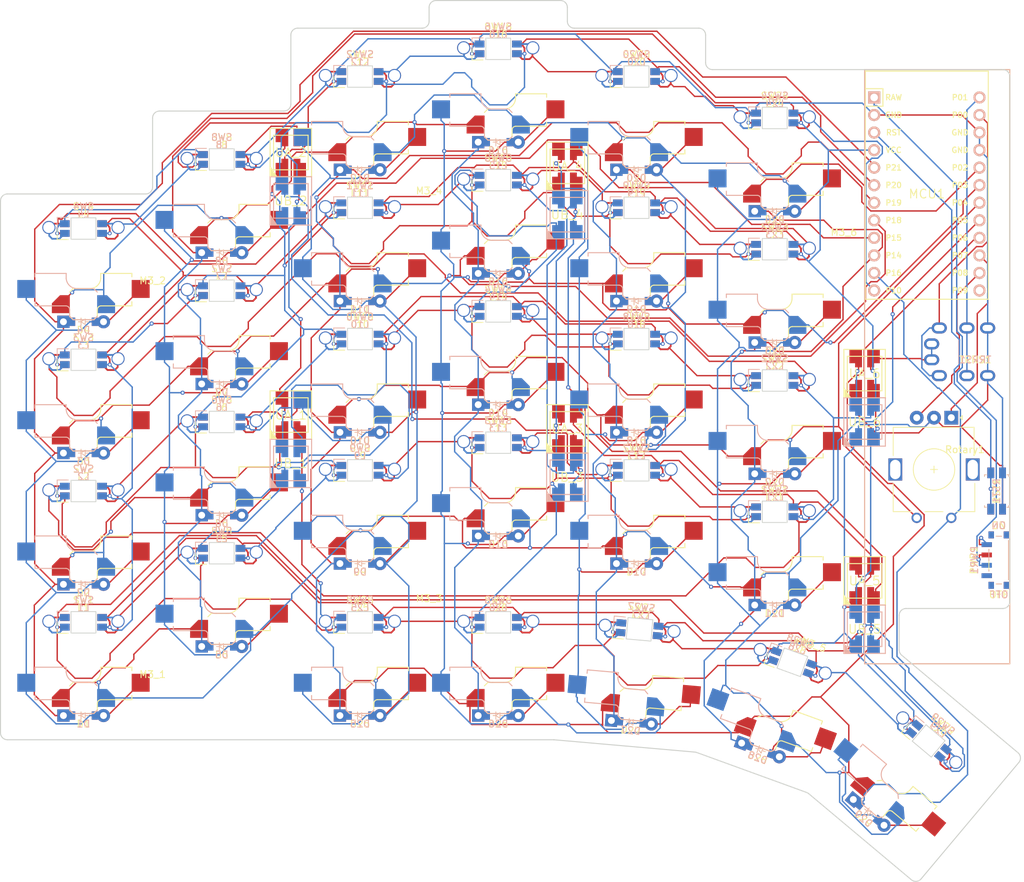
<source format=kicad_pcb>
(kicad_pcb (version 20240108) (generator "pcbnew") (generator_version "8.0")
  (title_block (title "staggered_col58") (date "2024-08-09") (rev "0.1") (company "Vacant0mens"))
  (layers (0 "F.Cu" signal) (31 "B.Cu" signal) (34 "B.Paste" user) (35 "F.Paste" user) (36 "B.SilkS" user "B.Silkscreen") (37 "F.SilkS" user "F.Silkscreen") (38 "B.Mask" user) (39 "F.Mask" user) (44 "Edge.Cuts" user))
  (net 0 "")
  (net 1 "RAW")
  (net 2 "GND")
  (net 3 "RST")
  (net 4 "VCC")
  (net 5 "P21")
  (net 6 "P20")
  (net 7 "P19")
  (net 8 "P18")
  (net 9 "P15")
  (net 10 "P14")
  (net 11 "P16")
  (net 12 "P10")
  (net 13 "P1")
  (net 14 "P0")
  (net 15 "P2")
  (net 16 "P3")
  (net 17 "P4")
  (net 18 "P5")
  (net 19 "P6")
  (net 20 "P7")
  (net 21 "P8")
  (net 22 "P9")
  (net 23 "DP21")
  (net 24 "P1011")
  (net 25 "P1010")
  (net 26 "P1021")
  (net 27 "P1020")
  (net 28 "P1031")
  (net 29 "P1030")
  (net 30 "P1041")
  (net 31 "P1040")
  (net 32 "DP20")
  (net 33 "P1012")
  (net 34 "P1022")
  (net 35 "P1032")
  (net 36 "P1042")
  (net 37 "DP19")
  (net 38 "P1013")
  (net 39 "P1023")
  (net 40 "P1033")
  (net 41 "P1043")
  (net 42 "DP18")
  (net 43 "P1014")
  (net 44 "P1024")
  (net 45 "P1034")
  (net 46 "P1044")
  (net 47 "DP15")
  (net 48 "P1015")
  (net 49 "P1025")
  (net 50 "P1035")
  (net 51 "P1045")
  (net 52 "DP14")
  (net 53 "P1002")
  (net 54 "P1001")
  (net 55 "P1003")
  (net 56 "P1004")
  (net 57 "P1005")
  (net 58 "DP16")
  (net 59 "BAT_P")
  (net 60 "P10u01")
  (net 61 "P10u02")
  (net 62 "P10u03")
  (net 63 "P10u04")
  (net 64 "P10u05")
  (net 65 "P10u06")
  (footprint "ceoloide:mounting_hole_npth" (layer "F.Cu") (at 50 120)
    (property "Reference" "M3_1")
    (property "Value" "")
  )
  (footprint "ceoloide:reset_switch_smd_side" (layer "F.Cu") (at 172.1 96 -90)
    (property "Reference" "RST1")
    (property "Value" "")
  )
  (footprint "WS2812B" (layer "F.Cu") (at 70 92 -90)
    (property "Reference" "UB_1")
    (property "Value" "" (hide yes))
  )
  (footprint "ceoloide:power_switch_smd_side" (layer "F.Cu") (at 172.4 106)
    (property "Reference" "PWR1")
    (property "Value" "")
  )
  (footprint "ceoloide:mounting_hole_npth" (layer "F.Cu") (at 150 56)
    (property "Reference" "M3_6")
    (property "Value" "")
  )
  (footprint "rotary_encoder" (layer "F.Cu") (at 163 93 -90)
    (property "Reference" "Rotary1")
    (property "Value" "")
  )
  (footprint "WS2812B" (layer "F.Cu") (at 153 116 -90)
    (property "Reference" "UB_5")
    (property "Value" "" (hide yes))
  )
  (footprint "WS2812B" (layer "F.Cu") (at 153 109 -90)
    (property "Reference" "UA_5")
    (property "Value" "" (hide yes))
  )
  (footprint "WS2812B" (layer "F.Cu") (at 70 54 -90)
    (property "Reference" "UB_2")
    (property "Value" "" (hide yes))
  )
  (footprint "WS2812B" (layer "F.Cu") (at 110 94 -90)
    (property "Reference" "UB_3")
    (property "Value" "" (hide yes))
  )
  (footprint "ceoloide:mounting_hole_npth" (layer "F.Cu") (at 90 50)
    (property "Reference" "M3_4")
    (property "Value" "")
  )
  (footprint "ceoloide:mounting_hole_npth" (layer "F.Cu") (at 146.482 115.8339 -20)
    (property "Reference" "M3_5")
    (property "Value" "")
  )
  (footprint "WS2812B" (layer "F.Cu") (at 110 49 -90)
    (property "Reference" "UA_4")
    (property "Value" "" (hide yes))
  )
  (footprint "WS2812B" (layer "F.Cu") (at 153 79 -90)
    (property "Reference" "UA_6")
    (property "Value" "" (hide yes))
  )
  (footprint "ceoloide:mounting_hole_npth" (layer "F.Cu") (at 50 63)
    (property "Reference" "M3_2")
    (property "Value" "")
  )
  (footprint "ProMicro" (layer "F.Cu") (at 162 53 -90)
    (property "Reference" "MCU1")
    (property "Value" "" (hide yes))
  )
  (footprint "WS2812B" (layer "F.Cu") (at 70 85 -90)
    (property "Reference" "UA_1")
    (property "Value" "" (hide yes))
  )
  (footprint "WS2812B" (layer "F.Cu") (at 110 56 -90)
    (property "Reference" "UB_4")
    (property "Value" "" (hide yes))
  )
  (footprint "TRRS-PJ-320A-dual" (layer "F.Cu") (at 174 77 -90)
    (property "Reference" "TRRS1")
    (property "Value" "TRRS-PJ-320A-dual")
  )
  (footprint "WS2812B" (layer "F.Cu") (at 153 86 -90)
    (property "Reference" "UB_6")
    (property "Value" "" (hide yes))
  )
  (footprint "WS2812B" (layer "F.Cu") (at 110 87 -90)
    (property "Reference" "UA_3")
    (property "Value" "" (hide yes))
  )
  (footprint "WS2812B" (layer "F.Cu") (at 70 47 -90)
    (property "Reference" "UA_2")
    (property "Value" "" (hide yes))
  )
  (footprint "ceoloide:mounting_hole_npth" (layer "F.Cu") (at 90 109)
    (property "Reference" "M3_3")
    (property "Value" "")
  )
  (footprint "ceoloide:diode_tht_sod123" (layer "B.Cu") (at 40 128.5)
    (property "Reference" "D1")
    (property "Value" "${REFERENCE}")
  )
  (footprint "ceoloide:led_SK6812mini-e (per-key, reversible)" (layer "B.Cu") (at 40 96)
    (property "Reference" "L2")
    (property "Value" "${REFERENCE}")
    (fp_rect (start -1.8 -1.55) (end 1.8 1.55) (stroke (width 0.12)) (fill none) (layer "Edge.Cuts"))
  )
  (footprint "ceoloide:diode_tht_sod123" (layer "B.Cu") (at 100 128.5)
    (property "Reference" "D26")
    (property "Value" "${REFERENCE}")
  )
  (footprint "ceoloide:diode_tht_sod123" (layer "B.Cu") (at 153.5856 142.5108 -40)
    (property "Reference" "D29")
    (property "Value" "${REFERENCE}")
  )
  (footprint "ceoloide:diode_tht_sod123" (layer "B.Cu") (at 120 106.5)
    (property "Reference" "D17")
    (property "Value" "${REFERENCE}")
  )
  (footprint "ceoloide:switch_choc_v1_v2" (layer "B.Cu") (at 140 85 180)
    (property "Reference" "SW22")
    (property "Value" "${REFERENCE}")
  )
  (footprint "ceoloide:diode_tht_sod123" (layer "B.Cu") (at 60 80.5)
    (property "Reference" "D7")
    (property "Value" "${REFERENCE}")
  )
  (footprint "ceoloide:switch_choc_v1_v2" (layer "B.Cu") (at 80 60 180)
    (property "Reference" "SW11")
    (property "Value" "${REFERENCE}")
  )
  (footprint "ceoloide:diode_tht_sod123" (layer "B.Cu") (at 100 102.5)
    (property "Reference" "D13")
    (property "Value" "${REFERENCE}")
  )
  (footprint "ceoloide:switch_choc_v1_v2" (layer "B.Cu") (at 100 37 180)
    (property "Reference" "SW16")
    (property "Value" "${REFERENCE}")
  )
  (footprint "ceoloide:diode_tht_sod123" (layer "B.Cu") (at 80 49.5)
    (property "Reference" "D12")
    (property "Value" "${REFERENCE}")
  )
  (footprint "ceoloide:led_SK6812mini-e (per-key, reversible)" (layer "B.Cu") (at 140 42)
    (property "Reference" "L24")
    (property "Value" "${REFERENCE}")
    (fp_rect (start -1.8 -1.55) (end 1.8 1.55) (stroke (width 0.12)) (fill none) (layer "Edge.Cuts"))
  )
  (footprint "ceoloide:led_SK6812mini-e (per-key, reversible)" (layer "B.Cu") (at 100 32)
    (property "Reference" "L16")
    (property "Value" "${REFERENCE}")
    (fp_rect (start -1.8 -1.55) (end 1.8 1.55) (stroke (width 0.12)) (fill none) (layer "Edge.Cuts"))
  )
  (footprint "ceoloide:led_SK6812mini-e (per-key, reversible)" (layer "B.Cu") (at 100 51)
    (property "Reference" "L15")
    (property "Value" "${REFERENCE}")
    (fp_rect (start -1.8 -1.55) (end 1.8 1.55) (stroke (width 0.12)) (fill none) (layer "Edge.Cuts"))
  )
  (footprint "ceoloide:switch_choc_v1_v2" (layer "B.Cu") (at 80 41 180)
    (property "Reference" "SW12")
    (property "Value" "${REFERENCE}")
  )
  (footprint "ceoloide:led_SK6812mini-e (per-key, reversible)" (layer "B.Cu") (at 80 93)
    (property "Reference" "L9")
    (property "Value" "${REFERENCE}")
    (fp_rect (start -1.8 -1.55) (end 1.8 1.55) (stroke (width 0.12)) (fill none) (layer "Edge.Cuts"))
  )
  (footprint "ceoloide:diode_tht_sod123" (layer "B.Cu") (at 60 99.5)
    (property "Reference" "D6")
    (property "Value" "${REFERENCE}")
  )
  (footprint "ceoloide:diode_tht_sod123" (layer "B.Cu") (at 80 87.5)
    (property "Reference" "D10")
    (property "Value" "${REFERENCE}")
  )
  (footprint "ceoloide:switch_choc_v1_v2" (layer "B.Cu") (at 140 47 180)
    (property "Reference" "SW24")
    (property "Value" "${REFERENCE}")
  )
  (footprint "ceoloide:switch_choc_v1_v2" (layer "B.Cu") (at 40 82 180)
    (property "Reference" "SW3")
    (property "Value" "${REFERENCE}")
  )
  (footprint "ceoloide:switch_choc_v1_v2" (layer "B.Cu") (at 159.0493 135.9994 140)
    (property "Reference" "SW29")
    (property "Value" "${REFERENCE}")
  )
  (footprint "ceoloide:switch_choc_v1_v2" (layer "B.Cu") (at 80 79 180)
    (property "Reference" "SW10")
    (property "Value" "${REFERENCE}")
  )
  (footprint "ceoloide:led_SK6812mini-e (per-key, reversible)" (layer "B.Cu") (at 100 89)
    (property "Reference" "L13")
    (property "Value" "${REFERENCE}")
    (fp_rect (start -1.8 -1.55) (end 1.8 1.55) (stroke (width 0.12)) (fill none) (layer "Edge.Cuts"))
  )
  (footprint "ceoloide:diode_tht_sod123" (layer "B.Cu") (at 100 64.5)
    (property "Reference" "D15")
    (property "Value" "${REFERENCE}")
  )
  (footprint "ceoloide:diode_tht_sod123" (layer "B.Cu") (at 140 93.5)
    (property "Reference" "D22")
    (property "Value" "${REFERENCE}")
  )
  (footprint "ceoloide:switch_choc_v1_v2" (layer "B.Cu") (at 140 104 180)
    (property "Reference" "SW21")
    (property "Value" "${REFERENCE}")
  )
  (footprint "ceoloide:diode_tht_sod123" (layer "B.Cu") (at 120 68.5)
    (property "Reference" "D19")
    (property "Value" "${REFERENCE}")
  )
  (footprint "ceoloide:led_SK6812mini-e (per-key, reversible)" (layer "B.Cu") (at 140 99)
    (property "Reference" "L21")
    (property "Value" "${REFERENCE}")
    (fp_rect (start -1.8 -1.55) (end 1.8 1.55) (stroke (width 0.12)) (fill none) (layer "Edge.Cuts"))
  )
  (footprint "ceoloide:led_SK6812mini-e (per-key, reversible)" (layer "B.Cu") (at 40 58)
    (property "Reference" "L4")
    (property "Value" "${REFERENCE}")
    (fp_rect (start -1.8 -1.55) (end 1.8 1.55) (stroke (width 0.12)) (fill none) (layer "Edge.Cuts"))
  )
  (footprint "ceoloide:diode_tht_sod123" (layer "B.Cu") (at 100 45.5)
    (property "Reference" "D16")
    (property "Value" "${REFERENCE}")
  )
  (footprint "ceoloide:diode_tht_sod123" (layer "B.Cu") (at 80 106.5)
    (property "Reference" "D9")
    (property "Value" "${REFERENCE}")
  )
  (footprint "ceoloide:led_SK6812mini-e (per-key, reversible)" (layer "B.Cu") (at 80 74)
    (property "Reference" "L10")
    (property "Value" "${REFERENCE}")
    (fp_rect (start -1.8 -1.55) (end 1.8 1.55) (stroke (width 0.12)) (fill none) (layer "Edge.Cuts"))
  )
  (footprint "ceoloide:diode_tht_sod123" (layer "B.Cu") (at 40 90.5)
    (property "Reference" "D3")
    (property "Value" "${REFERENCE}")
  )
  (footprint "ceoloide:switch_choc_v1_v2" (layer "B.Cu") (at 60 110 180)
    (property "Reference" "SW5")
    (property "Value" "${REFERENCE}")
  )
  (footprint "ceoloide:led_SK6812mini-e (per-key, reversible)" (layer "B.Cu") (at 60 48)
    (property "Reference" "L8")
    (property "Value" "${REFERENCE}")
    (fp_rect (start -1.8 -1.55) (end 1.8 1.55) (stroke (width 0.12)) (fill none) (layer "Edge.Cuts"))
  )
  (footprint "ceoloide:led_SK6812mini-e (per-key, reversible)" (layer "B.Cu") (at 40 115)
    (property "Reference" "L1")
    (property "Value" "${REFERENCE}")
    (fp_rect (start -1.8 -1.55) (end 1.8 1.55) (stroke (width 0.12)) (fill none) (layer "Edge.Cuts"))
  )
  (footprint "ceoloide:led_SK6812mini-e (per-key, reversible)" (layer "B.Cu") (at 60 105)
    (property "Reference" "L5")
    (property "Value" "${REFERENCE}")
    (fp_rect (start -1.8 -1.55) (end 1.8 1.55) (stroke (width 0.12)) (fill none) (layer "Edge.Cuts"))
  )
  (footprint "ceoloide:switch_choc_v1_v2" (layer "B.Cu") (at 80 120 180)
    (property "Reference" "SW25")
    (property "Value" "${REFERENCE}")
  )
  (footprint "ceoloide:diode_tht_sod123" (layer "B.Cu") (at 60 118.5)
    (property "Reference" "D5")
    (property "Value" "${REFERENCE}")
  )
  (footprint "ceoloide:diode_tht_sod123" (layer "B.Cu") (at 119.2592 129.4677 -5)
    (property "Reference" "D27")
    (property "Value" "${REFERENCE}")
  )
  (footprint "ceoloide:switch_choc_v1_v2" (layer "B.Cu") (at 120 98 180)
    (property "Reference" "SW17")
    (property "Value" "${REFERENCE}")
  )
  (footprint "ceoloide:led_SK6812mini-e (per-key, reversible)" (layer "B.Cu") (at 40 77)
    (property "Reference" "L3")
    (property "Value" "${REFERENCE}")
    (fp_rect (start -1.8 -1.55) (end 1.8 1.55) (stroke (width 0.12)) (fill none) (layer "Edge.Cuts"))
  )
  (footprint "ceoloide:switch_choc_v1_v2" (layer "B.Cu") (at 120 121 175)
    (property "Reference" "SW27")
    (property "Value" "${REFERENCE}")
  )
  (footprint "ceoloide:led_SK6812mini-e (per-key, reversible)" (layer "B.Cu") (at 120 55)
    (property "Reference" "L19")
    (property "Value" "${REFERENCE}")
    (fp_rect (start -1.8 -1.55) (end 1.8 1.55) (stroke (width 0.12)) (fill none) (layer "Edge.Cuts"))
  )
  (footprint "ceoloide:led_SK6812mini-e (per-key, reversible)" (layer "B.Cu") (at 120 93)
    (property "Reference" "L17")
    (property "Value" "${REFERENCE}")
    (fp_rect (start -1.8 -1.55) (end 1.8 1.55) (stroke (width 0.12)) (fill none) (layer "Edge.Cuts"))
  )
  (footprint "ceoloide:switch_choc_v1_v2" (layer "B.Cu") (at 120 41 180)
    (property "Reference" "SW20")
    (property "Value" "${REFERENCE}")
  )
  (footprint "ceoloide:led_SK6812mini-e (per-key, reversible)" (layer "B.Cu") (at 142.5505 120.788 -20)
    (property "Reference" "L28")
    (property "Value" "${REFERENCE}")
    (fp_poly (pts (xy -1.8 -1.55) (xy 1.8 -1.55) (xy 1.8 1.55) (xy -1.8 1.55)) (stroke (width 0.12)) (fill none) (layer "Edge.Cuts"))
  )
  (footprint "ceoloide:switch_choc_v1_v2" (layer "B.Cu") (at 100 56 180)
    (property "Reference" "SW15")
    (property "Value" "${REFERENCE}")
  )
  (footprint "ceoloide:diode_tht_sod123" (layer "B.Cu") (at 40 71.5)
    (property "Reference" "D4")
    (property "Value" "${REFERENCE}")
  )
  (footprint "ceoloide:led_SK6812mini-e (per-key, reversible)" (layer "B.Cu") (at 120 74)
    (property "Reference" "L18")
    (property "Value" "${REFERENCE}")
    (fp_rect (start -1.8 -1.55) (end 1.8 1.55) (stroke (width 0.12)) (fill none) (layer "Edge.Cuts"))
  )
  (footprint "ceoloide:diode_tht_sod123" (layer "B.Cu") (at 140 112.5)
    (property "Reference" "D21")
    (property "Value" "${REFERENCE}")
  )
  (footprint "ceoloide:switch_choc_v1_v2" (layer "B.Cu") (at 120 60 180)
    (property "Reference" "SW19")
    (property "Value" "${REFERENCE}")
  )
  (footprint "ceoloide:led_SK6812mini-e (per-key, reversible)" (layer "B.Cu") (at 60 86)
    (property "Reference" "L6")
    (property "Value" "${REFERENCE}")
    (fp_rect (start -1.8 -1.55) (end 1.8 1.55) (stroke (width 0.12)) (fill none) (layer "Edge.Cuts"))
  )
  (footprint "ceoloide:switch_choc_v1_v2" (layer "B.Cu") (at 100 120 180)
    (property "Reference" "SW26")
    (property "Value" "${REFERENCE}")
  )
  (footprint "ceoloide:switch_choc_v1_v2" (layer "B.Cu") (at 100 75 180)
    (property "Reference" "SW14")
    (property "Value" "${REFERENCE}")
  )
  (footprint "ceoloide:switch_choc_v1_v2" (layer "B.Cu") (at 120 79 180)
    (property "Reference" "SW18")
    (property "Value" "${REFERENCE}")
  )
  (footprint "ceoloide:diode_tht_sod123" (layer "B.Cu") (at 120 49.5)
    (property "Reference" "D20")
    (property "Value" "${REFERENCE}")
  )
  (footprint "ceoloide:led_SK6812mini-e (per-key, reversible)" (layer "B.Cu") (at 80 115)
    (property "Reference" "L25")
    (property "Value" "${REFERENCE}")
    (fp_rect (start -1.8 -1.55) (end 1.8 1.55) (stroke (width 0.12)) (fill none) (layer "Edge.Cuts"))
  )
  (footprint "ceoloide:diode_tht_sod123" (layer "B.Cu") (at 60 61.5)
    (property "Reference" "D8")
    (property "Value" "${REFERENCE}")
  )
  (footprint "ceoloide:led_SK6812mini-e (per-key, reversible)" (layer "B.Cu") (at 162.2633 132.1692 -40)
    (property "Reference" "L29")
    (property "Value" "${REFERENCE}")
    (fp_poly (pts (xy -1.8 -1.55) (xy 1.8 -1.55) (xy 1.8 1.55) (xy -1.8 1.55)) (stroke (width 0.12)) (fill none) (layer "Edge.Cuts"))
  )
  (footprint "ceoloide:switch_choc_v1_v2" (layer "B.Cu") (at 60 53 180)
    (property "Reference" "SW8")
    (property "Value" "${REFERENCE}")
  )
  (footprint "ceoloide:switch_choc_v1_v2" (layer "B.Cu") (at 40 120 180)
    (property "Reference" "SW1")
    (property "Value" "${REFERENCE}")
  )
  (footprint "ceoloide:switch_choc_v1_v2" (layer "B.Cu") (at 80 98 180)
    (property "Reference" "SW9")
    (property "Value" "${REFERENCE}")
  )
  (footprint "ceoloide:led_SK6812mini-e (per-key, reversible)" (layer "B.Cu") (at 140 61)
    (property "Reference" "L23")
    (property "Value" "${REFERENCE}")
    (fp_rect (start -1.8 -1.55) (end 1.8 1.55) (stroke (width 0.12)) (fill none) (layer "Edge.Cuts"))
  )
  (footprint "ceoloide:led_SK6812mini-e (per-key, reversible)" (layer "B.Cu") (at 140 80)
    (property "Reference" "L22")
    (property "Value" "${REFERENCE}")
    (fp_rect (start -1.8 -1.55) (end 1.8 1.55) (stroke (width 0.12)) (fill none) (layer "Edge.Cuts"))
  )
  (footprint "ceoloide:led_SK6812mini-e (per-key, reversible)" (layer "B.Cu") (at 80 55)
    (property "Reference" "L11")
    (property "Value" "${REFERENCE}")
    (fp_rect (start -1.8 -1.55) (end 1.8 1.55) (stroke (width 0.12)) (fill none) (layer "Edge.Cuts"))
  )
  (footprint "ceoloide:led_SK6812mini-e (per-key, reversible)" (layer "B.Cu") (at 120 36)
    (property "Reference" "L20")
    (property "Value" "${REFERENCE}")
    (fp_rect (start -1.8 -1.55) (end 1.8 1.55) (stroke (width 0.12)) (fill none) (layer "Edge.Cuts"))
  )
  (footprint "ceoloide:led_SK6812mini-e (per-key, reversible)" (layer "B.Cu") (at 100 115)
    (property "Reference" "L26")
    (property "Value" "${REFERENCE}")
    (fp_rect (start -1.8 -1.55) (end 1.8 1.55) (stroke (width 0.12)) (fill none) (layer "Edge.Cuts"))
  )
  (footprint "ceoloide:led_SK6812mini-e (per-key, reversible)" (layer "B.Cu") (at 80 36)
    (property "Reference" "L12")
    (property "Value" "${REFERENCE}")
    (fp_rect (start -1.8 -1.55) (end 1.8 1.55) (stroke (width 0.12)) (fill none) (layer "Edge.Cuts"))
  )
  (footprint "ceoloide:led_SK6812mini-e (per-key, reversible)" (layer "B.Cu") (at 100 70)
    (property "Reference" "L14")
    (property "Value" "${REFERENCE}")
    (fp_rect (start -1.8 -1.55) (end 1.8 1.55) (stroke (width 0.12)) (fill none) (layer "Edge.Cuts"))
  )
  (footprint "ceoloide:diode_tht_sod123" (layer "B.Cu") (at 100 83.5)
    (property "Reference" "D14")
    (property "Value" "${REFERENCE}")
  )
  (footprint "ceoloide:switch_choc_v1_v2" (layer "B.Cu") (at 40 63 180)
    (property "Reference" "SW4")
    (property "Value" "${REFERENCE}")
  )
  (footprint "ceoloide:diode_tht_sod123" (layer "B.Cu") (at 80 128.5)
    (property "Reference" "D25")
    (property "Value" "${REFERENCE}")
  )
  (footprint "ceoloide:diode_tht_sod123" (layer "B.Cu") (at 137.9332 133.4739 -20)
    (property "Reference" "D28")
    (property "Value" "${REFERENCE}")
  )
  (footprint "ceoloide:switch_choc_v1_v2" (layer "B.Cu") (at 100 94 180)
    (property "Reference" "SW13")
    (property "Value" "${REFERENCE}")
  )
  (footprint "ceoloide:diode_tht_sod123" (layer "B.Cu") (at 40 109.5)
    (property "Reference" "D2")
    (property "Value" "${REFERENCE}")
  )
  (footprint "ceoloide:switch_choc_v1_v2" (layer "B.Cu") (at 60 91 180)
    (property "Reference" "SW6")
    (property "Value" "${REFERENCE}")
  )
  (footprint "ceoloide:led_SK6812mini-e (per-key, reversible)" (layer "B.Cu") (at 60 67)
    (property "Reference" "L7")
    (property "Value" "${REFERENCE}")
    (fp_rect (start -1.8 -1.55) (end 1.8 1.55) (stroke (width 0.12)) (fill none) (layer "Edge.Cuts"))
  )
  (footprint "ceoloide:diode_tht_sod123" (layer "B.Cu") (at 140 55.5)
    (property "Reference" "D24")
    (property "Value" "${REFERENCE}")
  )
  (footprint "ceoloide:diode_tht_sod123" (layer "B.Cu") (at 140 74.5)
    (property "Reference" "D23")
    (property "Value" "${REFERENCE}")
  )
  (footprint "ceoloide:switch_choc_v1_v2" (layer "B.Cu") (at 40 101 180)
    (property "Reference" "SW2")
    (property "Value" "${REFERENCE}")
  )
  (footprint "ceoloide:switch_choc_v1_v2" (layer "B.Cu") (at 60 72 180)
    (property "Reference" "SW7")
    (property "Value" "${REFERENCE}")
  )
  (footprint "ceoloide:switch_choc_v1_v2" (layer "B.Cu") (at 140 66 180)
    (property "Reference" "SW23")
    (property "Value" "${REFERENCE}")
  )
  (footprint "ceoloide:diode_tht_sod123" (layer "B.Cu") (at 80 68.5)
    (property "Reference" "D11")
    (property "Value" "${REFERENCE}")
  )
  (footprint "ceoloide:led_SK6812mini-e (per-key, reversible)" (layer "B.Cu") (at 120.4358 116.019 -5)
    (property "Reference" "L27")
    (property "Value" "${REFERENCE}")
    (fp_poly (pts (xy -1.8 -1.55) (xy 1.8 -1.55) (xy 1.8 1.55) (xy -1.8 1.55)) (stroke (width 0.12)) (fill none) (layer "Edge.Cuts"))
  )
  (footprint "ceoloide:diode_tht_sod123" (layer "B.Cu") (at 120 87.5)
    (property "Reference" "D18")
    (property "Value" "${REFERENCE}")
  )
  (footprint "ceoloide:switch_choc_v1_v2" (layer "B.Cu") (at 140.8404 125.4865 160)
    (property "Reference" "SW28")
    (property "Value" "${REFERENCE}")
  )
  (gr_line (start 153 121) (end 174 121) (stroke (width 0.15)) (layer "B.SilkS"))
  (gr_line (start 174 121) (end 174 35) (stroke (width 0.15)) (layer "B.SilkS"))
  (gr_line (start 153 35) (end 153 121) (stroke (width 0.15)) (layer "B.SilkS"))
  (gr_line (start 174 35) (end 153 35) (stroke (width 0.15)) (layer "B.SilkS"))
  (gr_line (start 174 35) (end 153 35) (stroke (width 0.15)) (layer "F.SilkS"))
  (gr_line (start 153 121) (end 174 121) (stroke (width 0.15)) (layer "F.SilkS"))
  (gr_line (start 174 121) (end 174 35) (stroke (width 0.15)) (layer "F.SilkS"))
  (gr_line (start 153 35) (end 153 121) (stroke (width 0.15)) (layer "F.SilkS"))
  (gr_line (start 29 132) (end 108.002355 132) (stroke (width 0.15)) (layer "Edge.Cuts"))
  (gr_line (start 158 114) (end 158 118.987759) (stroke (width 0.15)) (layer "Edge.Cuts"))
  (gr_arc (start 174 112) (mid 173.707107 112.707107) (end 173 113) (stroke (width 0.15)) (layer "Edge.Cuts"))
  (gr_arc (start 108.002355 132) (mid 108.045974 132.000954) (end 108.089511 132.003805) (stroke (width 0.15)) (layer "Edge.Cuts"))
  (gr_arc (start 128.457048 133.785734) (mid 128.586332 133.80563) (end 128.711912 133.842236) (stroke (width 0.15)) (layer "Edge.Cuts"))
  (gr_line (start 111 29) (end 129 29) (stroke (width 0.15)) (layer "Edge.Cuts"))
  (gr_arc (start 90 26) (mid 90.292893 25.292893) (end 91 25) (stroke (width 0.15)) (layer "Edge.Cuts"))
  (gr_arc (start 109 25) (mid 109.707107 25.292893) (end 110 26) (stroke (width 0.15)) (layer "Edge.Cuts"))
  (gr_line (start 29 53) (end 49 53) (stroke (width 0.15)) (layer "Edge.Cuts"))
  (gr_line (start 91 25) (end 109 25) (stroke (width 0.15)) (layer "Edge.Cuts"))
  (gr_line (start 131 35) (end 173 35) (stroke (width 0.15)) (layer "Edge.Cuts"))
  (gr_arc (start 50 52) (mid 49.707107 52.707107) (end 49 53) (stroke (width 0.15)) (layer "Edge.Cuts"))
  (gr_line (start 130 30) (end 130 34) (stroke (width 0.15)) (layer "Edge.Cuts"))
  (gr_line (start 90 28) (end 90 26) (stroke (width 0.15)) (layer "Edge.Cuts"))
  (gr_line (start 70 40) (end 70 30) (stroke (width 0.15)) (layer "Edge.Cuts"))
  (gr_arc (start 161.171186 152.139376) (mid 160.492288 152.492816) (end 159.762354 152.262633) (stroke (width 0.15)) (layer "Edge.Cuts"))
  (gr_arc (start 70 40) (mid 69.707107 40.707107) (end 69 41) (stroke (width 0.15)) (layer "Edge.Cuts"))
  (gr_arc (start 158.357212 119.753804) (mid 158.093706 119.410375) (end 158 118.987759) (stroke (width 0.15)) (layer "Edge.Cuts"))
  (gr_line (start 173 113) (end 159 113) (stroke (width 0.15)) (layer "Edge.Cuts"))
  (gr_arc (start 70 30) (mid 70.292893 29.292893) (end 71 29) (stroke (width 0.15)) (layer "Edge.Cuts"))
  (gr_line (start 161.171186 152.139376) (end 175.312514 135.286398) (stroke (width 0.15)) (layer "Edge.Cuts"))
  (gr_line (start 128.711912 133.842236) (end 144.613458 139.629925) (stroke (width 0.15)) (layer "Edge.Cuts"))
  (gr_arc (start 129 29) (mid 129.707107 29.292893) (end 130 30) (stroke (width 0.15)) (layer "Edge.Cuts"))
  (gr_line (start 71 29) (end 89 29) (stroke (width 0.15)) (layer "Edge.Cuts"))
  (gr_arc (start 131 35) (mid 130.292893 34.707107) (end 130 34) (stroke (width 0.15)) (layer "Edge.Cuts"))
  (gr_line (start 51 41) (end 69 41) (stroke (width 0.15)) (layer "Edge.Cuts"))
  (gr_arc (start 158 114) (mid 158.292893 113.292893) (end 159 113) (stroke (width 0.15)) (layer "Edge.Cuts"))
  (gr_line (start 28 131) (end 28 54) (stroke (width 0.15)) (layer "Edge.Cuts"))
  (gr_arc (start 111 29) (mid 110.292893 28.707107) (end 110 28) (stroke (width 0.15)) (layer "Edge.Cuts"))
  (gr_arc (start 173 35) (mid 173.707107 35.292893) (end 174 36) (stroke (width 0.15)) (layer "Edge.Cuts"))
  (gr_line (start 174 112) (end 174 36) (stroke (width 0.15)) (layer "Edge.Cuts"))
  (gr_arc (start 29 132) (mid 28.292893 131.707107) (end 28 131) (stroke (width 0.15)) (layer "Edge.Cuts"))
  (gr_arc (start 28 54) (mid 28.292893 53.292893) (end 29 53) (stroke (width 0.15)) (layer "Edge.Cuts"))
  (gr_line (start 144.914226 139.803574) (end 159.762354 152.262633) (stroke (width 0.15)) (layer "Edge.Cuts"))
  (gr_arc (start 50 42) (mid 50.292893 41.292893) (end 51 41) (stroke (width 0.15)) (layer "Edge.Cuts"))
  (gr_line (start 108.089511 132.003805) (end 128.457048 133.785734) (stroke (width 0.15)) (layer "Edge.Cuts"))
  (gr_arc (start 144.613458 139.629925) (mid 144.771434 139.703598) (end 144.914226 139.803574) (stroke (width 0.15)) (layer "Edge.Cuts"))
  (gr_arc (start 175.189257 133.877566) (mid 175.542668 134.556452) (end 175.312514 135.286398) (stroke (width 0.15)) (layer "Edge.Cuts"))
  (gr_arc (start 90 28) (mid 89.707107 28.707107) (end 89 29) (stroke (width 0.15)) (layer "Edge.Cuts"))
  (gr_line (start 110 26) (end 110 28) (stroke (width 0.15)) (layer "Edge.Cuts"))
  (gr_line (start 50 52) (end 50 42) (stroke (width 0.15)) (layer "Edge.Cuts"))
  (gr_line (start 158.357212 119.753804) (end 175.189257 133.877566) (stroke (width 0.15)) (layer "Edge.Cuts"))
  (segment (start 169.6149 105.7809) (end 169.6149 105.25) (width 0.2) (layer "F.Cu") (net 1))
  (segment (start 169.4884 105.9074) (end 169.6149 105.7809) (width 0.2) (layer "F.Cu") (net 1))
  (segment (start 170.665 105.25) (end 169.6149 105.25) (width 0.2) (layer "F.Cu") (net 1))
  (via (at 169.4884 105.9074) (size 0.6) (drill 0.3) (layers "F.Cu" "B.Cu") (net 1))
  (segment (start 166.321 51.7798) (end 166.321 72.8382) (width 0.2) (layer "B.Cu") (net 1))
  (segment (start 169.6149 106.0339) (end 169.4884 105.9074) (width 0.2) (layer "B.Cu") (net 1))
  (segment (start 154.38 39.03) (end 154.38 40.2064) (width 0.2) (layer "B.Cu") (net 1))
  (segment (start 166.321 72.8382) (end 167.1336 73.6508) (width 0.2) (layer "B.Cu") (net 1))
  (segment (start 172.0502 85.7732) (end 172.0502 99.7444) (width 0.2) (layer "B.Cu") (net 1))
  (segment (start 169.6149 106.75) (end 169.6149 106.0339) (width 0.2) (layer "B.Cu") (net 1))
  (segment (start 166.3834 78.8553) (end 166.3834 80.1064) (width 0.2) (layer "B.Cu") (net 1))
  (segment (start 167.1336 73.6508) (end 167.1336 78.1051) (width 0.2) (layer "B.Cu") (net 1))
  (segment (start 167.1336 78.1051) (end 166.3834 78.8553) (width 0.2) (layer "B.Cu") (net 1))
  (segment (start 170.665 106.75) (end 169.6149 106.75) (width 0.2) (layer "B.Cu") (net 1))
  (segment (start 154.38 40.2064) (end 154.7476 40.2064) (width 0.2) (layer "B.Cu") (net 1))
  (segment (start 154.7476 40.2064) (end 166.321 51.7798) (width 0.2) (layer "B.Cu") (net 1))
  (segment (start 169.2583 105.6773) (end 169.4884 105.9074) (width 0.2) (layer "B.Cu") (net 1))
  (segment (start 169.2583 102.5363) (end 169.2583 105.6773) (width 0.2) (layer "B.Cu") (net 1))
  (segment (start 166.3834 80.1064) (end 172.0502 85.7732) (width 0.2) (layer "B.Cu") (net 1))
  (segment (start 172.0502 99.7444) (end 169.2583 102.5363) (width 0.2) (layer "B.Cu") (net 1))
  (segment (start 96.2 89.7) (end 96.2 94.5649) (width 0.2) (layer "F.Cu") (net 2))
  (segment (start 117.3 55.7) (end 116.2 55.7) (width 0.25) (layer "F.Cu") (net 2))
  (segment (start 96.2 51.7) (end 96.2 56.9152) (width 0.2) (layer "F.Cu") (net 2))
  (segment (start 116.3375 74.7) (end 116.2 74.7) (width 0.25) (layer "F.Cu") (net 2))
  (segment (start 139.6796 120.428) (end 139.7739 120.5223) (width 0.2) (layer "F.Cu") (net 2))
  (segment (start 68.7 49.2) (end 68.4 49.5) (width 0.2) (layer "F.Cu") (net 2))
  (segment (start 107.9269 121.5678) (end 103.6644 121.5678) (width 0.2) (layer "F.Cu") (net 2))
  (segment (start 151.825 84.764) (end 154.6412 87.5802) (width 0.2) (layer "F.Cu") (net 2))
  (segment (start 51.2011 92.6) (end 43.294 100.5071) (width 0.2) (layer "F.Cu") (net 2))
  (segment (start 83.4019 59.937) (end 83.4019 60.9979) (width 0.2) (layer "F.Cu") (net 2))
  (segment (start 37.3 58.7) (end 36.2 58.7) (width 0.25) (layer "F.Cu") (net 2))
  (segment (start 51.7942 111.568) (end 56.6461 111.568) (width 0.2) (layer "F.Cu") (net 2))
  (segment (start 52.1466 71.7534) (end 49.8637 71.7534) (width 0.2) (layer "F.Cu") (net 2))
  (segment (start 62.179 94.0532) (end 58.7229 94.0532) (width 0.2) (layer "F.Cu") (net 2))
  (segment (start 76.2 55.7) (end 74.4837 57.4163) (width 0.2) (layer "F.Cu") (net 2))
  (segment (start 170.8 82.8516) (end 170.8 80.4001) (width 0.2) (layer "F.Cu") (net 2))
  (segment (start 72.5106 42.724) (end 72.5106 40.3894) (width 0.2) (layer "F.Cu") (net 2))
  (segment (start 69.1118 63.2123) (end 74.4838 57.8403) (width 0.2) (layer "F.Cu") (net 2))
  (segment (start 97.3 115.7) (end 96.2 115.7) (width 0.25) (layer "F.Cu") (net 2))
  (segment (start 108.4684 75.1443) (end 106.7836 73.4595) (width 0.2) (layer "F.Cu") (net 2))
  (segment (start 116.3335 98.6522) (end 118.7614 101.0801) (width 0.2) (layer "F.Cu") (net 2))
  (segment (start 36.2 115.7) (end 36.2 120.5171) (width 0.2) (layer "F.Cu") (net 2))
  (segment (start 37.3 77.7) (end 36.2 77.7) (width 0.25) (layer "F.Cu") (net 2))
  (segment (start 37.3 96.7) (end 36.2 96.7) (width 0.25) (layer "F.Cu") (net 2))
  (segment (start 43.8461 120.4877) (end 43.8461 119.5161) (width 0.2) (layer "F.Cu") (net 2))
  (segment (start 96.2 56.9152) (end 98.3559 59.0711) (width 0.2) (layer "F.Cu") (net 2))
  (segment (start 166.9593 86.6923) (end 172.5669 92.2999) (width 0.2) (layer "F.Cu") (net 2))
  (segment (start 135.7624 81.1376) (end 136.2 80.7) (width 0.2) (layer "F.Cu") (net 2))
  (segment (start 72.5106 40.3894) (end 76.2 36.7) (width 0.2) (layer "F.Cu") (net 2))
  (segment (start 159.745 130.97) (end 159.3235 130.6165) (width 0.25) (layer "F.Cu") (net 2))
  (segment (start 56.6461 111.568) (end 56.9419 111.2722) (width 0.2) (layer "F.Cu") (net 2))
  (segment (start 43.294 100.5071) (end 43.294 102.0221) (width 0.2) (layer "F.Cu") (net 2))
  (segment (start 108.4 51.5) (end 108.4 52.8001) (width 0.2) (layer "F.Cu") (net 2))
  (segment (start 68.4 87.5) (end 68.4 88.15) (width 0.2) (layer "F.Cu") (net 2))
  (segment (start 116.0154 75.0221) (end 116.0154 75.1443) (width 0.2) (layer "F.Cu") (net 2))
  (segment (start 135.7624 100.1376) (end 136.2 99.7) (width 0.2) (layer "F.Cu") (net 2))
  (segment (start 71.5768 46.5498) (end 72.5106 45.616) (width 0.2) (layer "F.Cu") (net 2))
  (segment (start 137.3 42.7) (end 136.2 42.7) (width 0.25) (layer "F.Cu") (net 2))
  (segment (start 95.5152 57.6) (end 85.7389 57.6) (width 0.2) (layer "F.Cu") (net 2))
  (segment (start 101.3021 59.0711) (end 103.8461 56.5271) (width 0.2) (layer "F.Cu") (net 2))
  (segment (start 85.7389 57.6) (end 83.4019 59.937) (width 0.2) (layer "F.Cu") (net 2))
  (segment (start 117.137 116.433) (end 115.2198 118.3502) (width 0.2) (layer "F.Cu") (net 2))
  (segment (start 139.5155 120.428) (end 139.6796 120.428) (width 0.2) (layer "F.Cu") (net 2))
  (segment (start 164.3523 86.6923) (end 166.9593 86.6923) (width 0.2) (layer "F.Cu") (net 2))
  (segment (start 123.2019 99.6801) (end 130.5805 99.6801) (width 0.2) (layer "F.Cu") (net 2))
  (segment (start 159.3916 130.6165) (end 159.745 130.9699) (width 0.2) (layer "F.Cu") (net 2))
  (segment (start 121.8019 82.0801) (end 123.2019 80.6801) (width 0.2) (layer "F.Cu") (net 2))
  (segment (start 41.2361 104.08) (end 38.7628 104.08) (width 0.2) (layer "F.Cu") (net 2))
  (segment (start 107.799 94.9301) (end 107.799 94.7385) (width 0.2) (layer "F.Cu") (net 2))
  (segment (start 43.294 102.0221) (end 41.2361 104.08) (width 0.2) (layer "F.Cu") (net 2))
  (segment (start 68.4 91.9423) (end 68.4 88.8001) (width 0.2) (layer "F.Cu") (net 2))
  (segment (start 37.3 115.7) (end 36.2 115.7) (width 0.25) (layer "F.Cu") (net 2))
  (segment (start 115.2198 118.3502) (end 111.1445 118.3502) (width 0.2) (layer "F.Cu") (net 2))
  (segment (start 129.932 123.0936) (end 131.7736 121.252) (width 0.2) (layer "F.Cu") (net 2))
  (segment (start 96.2 120.5303) (end 96.2 115.7) (width 0.2) (layer "F.Cu") (net 2))
  (segment (start 77.3 36.7) (end 76.2 36.7) (width 0.25) (layer "F.Cu") (net 2))
  (segment (start 108.4 53.7107) (end 108.4 52.8001) (width 0.2) (layer "F.Cu") (net 2))
  (segment (start 69.9855 111.6513) (end 63.5809 111.6513) (width 0.2) (layer "F.Cu") (net 2))
  (segment (start 98.7514 123.0817) (end 96.2 120.5303) (width 0.2) (layer "F.Cu") (net 2))
  (segment (start 103.8461 74.4634) (end 103.8461 75.5211) (width 0.2) (layer "F.Cu") (net 2))
  (segment (start 57.3 67.7) (end 56.2 67.7) (width 0.25) (layer "F.Cu") (net 2))
  (segment (start 38.7823 123.0994) (end 41.2344 123.0994) (width 0.2) (layer "F.Cu") (net 2))
  (segment (start 117.3 36.7) (end 116.2 36.7) (width 0.25) (layer "F.Cu") (net 2))
  (segment (start 97.3 89.7) (end 96.2 89.7) (width 0.25) (layer "F.Cu") (net 2))
  (segment (start 167.08 41.57) (end 154.38 41.57) (width 0.2) (layer "F.Cu") (net 2))
  (segment (start 169.62 44.11) (end 167.08 41.57) (width 0.2) (layer "F.Cu") (net 2))
  (segment (start 131.7736 121.252) (end 137.634 121.252) (width 0.2) (layer "F.Cu") (net 2))
  (segment (start 77.3 74.7) (end 76.2 74.7) (width 0.25) (layer "F.Cu") (net 2))
  (segment (start 77.3 55.7) (end 76.2 55.7) (width 0.25) (layer "F.Cu") (net 2))
  (segment (start 36.9251 102.2423) (end 36.9251 97.875) (width 0.2) (layer "F.Cu") (net 2))
  (segment (start 117.3 74.7) (end 116.3375 74.7) (width 0.25) (layer "F.Cu") (net 2))
  (segment (start 110.9064 56.2171) (end 108.4 53.7107) (width 0.2) (layer "F.Cu") (net 2))
  (segment (start 108.7749 50.8499) (end 109.125 51.2) (width 0.2) (layer "F.Cu") (net 2))
  (segment (start 54.3948 49.1064) (end 55.7936 49.1064) (width 0.2) (layer "F.Cu") (net 2))
  (segment (start 58.7229 94.0532) (end 57.2697 92.6) (width 0.2) (layer "F.Cu") (net 2))
  (segment (start 58.3034 42.724) (end 53.7169 47.3105) (width 0.2) (layer "F.Cu") (net 2))
  (segment (start 116.3375 74.7) (end 116.0154 75.0221) (width 0.2) (layer "F.Cu") (net 2))
  (segment (start 137.3 80.7) (end 136.2 80.7) (width 0.25) (layer "F.Cu") (net 2))
  (segment (start 57.3 86.7) (end 56.2 86.7) (width 0.25) (layer "F.Cu") (net 2))
  (segment (start 63.7232 92.509) (end 62.179 94.0532) (width 0.2) (layer "F.Cu") (net 2))
  (segment (start 117.137 116.433) (end 116.589 116.385) (width 0.25) (layer "F.Cu") (net 2))
  (segment (start 172.95 93.375) (end 172.95 92.2999) (width 0.2) (layer "F.Cu") (net 2))
  (segment (start 103.2019 95.6801) (end 107.049 95.6801) (width 0.2) (layer "F.Cu") (net 2))
  (segment (start 115.7625 94.1375) (end 116.3335 94.7085) (width 0.2) (layer "F.Cu") (net 2))
  (segment (start 107.049 95.6801) (end 107.799 94.9301) (width 0.2) (layer "F.Cu") (net 2))
  (segment (start 151.825 111.5) (end 152.125 111.2) (width 0.2) (layer "F.Cu") (net 2))
  (segment (start 43.8461 119.5161) (end 51.7942 111.568) (width 0.2) (layer "F.Cu") (net 2))
  (segment (start 57.2697 92.6) (end 56.2 92.6) (width 0.2) (layer "F.Cu") (net 2))
  (segment (start 111.1445 118.3502) (end 107.9269 121.5678) (width 0.2) (layer "F.Cu") (net 2))
  (segment (start 151.4 112.8001) (end 150.0758 112.8001) (width 0.2) (layer "F.Cu") (net 2))
  (segment (start 74.4837 57.8403) (end 74.4838 57.8403) (width 0.2) (layer "F.Cu") (net 2))
  (segment (start 68.4 88.15) (end 68.4 88.8001) (width 0.2) (layer "F.Cu") (net 2))
  (segment (start 77.3 115.7) (end 76.2 115.7) (width 0.25) (layer "F.Cu") (net 2))
  (segment (start 101.8019 97.0801) (end 103.2019 95.6801) (width 0.2) (layer "F.Cu") (net 2))
  (segment (start 104.85 73.4595) (end 103.8461 74.4634) (width 0.2) (layer "F.Cu") (net 2))
  (segment (start 70.1751 46.5498) (end 71.5768 46.5498) (width 0.2) (layer "F.Cu") (net 2))
  (segment (start 103.6644 121.5678) (end 102.1505 123.0817) (width 0.2) (layer "F.Cu") (net 2))
  (segment (start 68.4 88.15) (end 69.125 87.425) (width 0.2) (layer "F.Cu") (net 2))
  (segment (start 170.8 79.3) (end 170.8 80.4001) (width 0.2) (layer "F.Cu") (net 2))
  (segment (start 83.4019 60.9979) (end 81.3197 63.0801) (width 0.2) (layer "F.Cu") (net 2))
  (segment (start 56.2 92.6) (end 51.2011 92.6) (width 0.2) (layer "F.Cu") (net 2))
  (segment (start 108.4 50.8499) (end 108.7749 50.8499) (width 0.2) (layer "F.Cu") (net 2))
  (segment (start 69.125 49.2) (end 68.7 49.2) (width 0.2) (layer "F.Cu") (net 2))
  (segment (start 172.5669 92.2999) (end 172.95 92.2999) (width 0.2) (layer "F.Cu") (net 2))
  (segment (start 72.5106 42.724) (end 58.3034 42.724) (width 0.2) (layer "F.Cu") (net 2))
  (segment (start 107.799 94.7385) (end 108.4 94.1375) (width 0.2) (layer "F.Cu") (net 2))
  (segment (start 97.3 32.7) (end 96.2 32.7) (width 0.25) (layer "F.Cu") (net 2))
  (segment (start 159.3235 130.6165) (end 159.3916 130.6165) (width 0.2) (layer "F.Cu") (net 2))
  (segment (start 115.6829 56.2171) (end 110.9064 56.2171) (width 0.2) (layer "F.Cu") (net 2))
  (segment (start 131.038 81.1376) (end 135.7624 81.1376) (width 0.2) (layer "F.Cu") (net 2))
  (segment (start 108.4 89.5) (end 108.825 89.5) (width 0.2) (layer "F.Cu") (net 2))
  (segment (start 57.3 105.7) (end 56.2 105.7) (width 0.25) (layer "F.Cu") (net 2))
  (segment (start 151.4 111.5) (end 151.825 111.5) (width 0.2) (layer "F.Cu") (net 2))
  (segment (start 74.4674 116.1332) (end 69.9855 111.6513) (width 0.2) (layer "F.Cu") (net 2))
  (segment (start 118.7614 101.0801) (end 121.8019 101.0801) (width 0.2) (layer "F.Cu") (net 2))
  (segment (start 122.1505 63.0817) (end 118.7514 63.0817) (width 0.2) (layer "F.Cu") (net 2))
  (segment (start 172.95 93.375) (end 172.95 98.625) (width 0.2) (layer "F.Cu") (net 2))
  (segment (start 103.8461 56.5271) (end 103.8461 55.5161) (width 0.2) (layer "F.Cu") (net 2))
  (segment (start 151.4 81.5) (end 151.825 81.5) (width 0.2) (layer "F.Cu") (net 2))
  (segment (start 118.7514 63.0817) (end 116.1541 60.4844) (width 0.2) (layer "F.Cu") (net 2))
  (segment (start 131.038 100.1376) (end 135.7624 100.1376) (width 0.2) (layer "F.Cu") (net 2))
  (segment (start 74.4837 57.4163) (end 74.4837 57.8403) (width 0.2) (layer "F.Cu") (net 2))
  (segment (start 68.4 50.8001) (end 67.2841 51.916) (width 0.2) (layer "F.Cu") (net 2))
  (segment (start 116.7424 119.8728) (end 116.7424 122.1073) (width 0.2) (layer "F.Cu") (net 2))
  (segment (start 53.7169 47.3105) (end 53.7169 48.4285) (width 0.2) (layer "F.Cu") (net 2))
  (segment (start 96.2 94.5649) (end 98.7152 97.0801) (width 0.2) (layer "F.Cu") (net 2))
  (segment (start 116.2 55.7) (end 115.6829 56.2171) (width 0.2) (layer "F.Cu") (net 2))
  (segment (start 97.3 70.7) (end 96.2 70.7) (width 0.25) (layer "F.Cu") (net 2))
  (segment (start 116.0154 75.1443) (end 116.0154 79.3803) (width 0.2) (layer "F.Cu") (net 2))
  (segment (start 103.8461 55.5161) (end 106.5621 52.8001) (width 0.2) (layer "F.Cu") (net 2))
  (segment (start 68.0083 92.334) (end 68.4 91.9423) (width 0.2) (layer "F.Cu") (net 2))
  (segment (start 108.4 94.1375) (end 108.4 90.8001) (width 0.2) (layer "F.Cu") (net 2))
  (segment (start 56.2 67.7) (end 52.1466 71.7534) (width 0.2) (layer "F.Cu") (net 2))
  (segment (start 96.2 75.5303) (end 96.2 70.7) (width 0.2) (layer "F.Cu") (net 2))
  (segment (start 117.685 116.481) (end 117.137 116.433) (width 0.25) (layer "F.Cu") (net 2))
  (segment (start 116.0154 79.3803) (end 118.7152 82.0801) (width 0.2) (layer "F.Cu") (net 2))
  (segment (start 108.4 89.5) (end 108.4 90.8001) (width 0.2) (layer "F.Cu") (net 2))
  (segment (start 106.5621 52.8001) (end 108.4 52.8001) (width 0.2) (layer "F.Cu") (net 2))
  (segment (start 55.7936 49.1064) (end 56.2 48.7) (width 0.2) (layer "F.Cu") (net 2))
  (segment (start 76.154 59.5106) (end 74.4838 57.8403) (width 0.2) (layer "F.Cu") (net 2))
  (segment (start 76.2 115.7) (end 75.7668 116.1332) (width 0.2) (layer "F.Cu") (net 2))
  (segment (start 121.8019 101.0801) (end 123.2019 99.6801) (width 0.2) (layer "F.Cu") (net 2))
  (segment (start 116.1541 56.6883) (end 115.6829 56.2171) (width 0.2) (layer "F.Cu") (net 2))
  (segment (start 97.3 51.7) (end 96.2 51.7) (width 0.25) (layer "F.Cu") (net 2))
  (segment (start 137.3 99.7) (end 136.2 99.7) (width 0.25) (layer "F.Cu") (net 2))
  (segment (start 101.3144 78.0528) (end 98.7225 78.0528) (width 0.2) (layer "F.Cu") (net 2))
  (segment (start 81.3197 63.0801) (end 78.7462 63.0801) (width 0.2) (layer "F.Cu") (net 2))
  (segment (start 122.3096 123.0936) (end 129.932 123.0936) (width 0.2) (layer "F.Cu") (net 2))
  (segment (start 160.8398 87.5802) (end 163.04 85.38) (width 0.2) (layer "F.Cu") (net 2))
  (segment (start 166.9593 86.6923) (end 170.8 82.8516) (width 0.2) (layer "F.Cu") (net 2))
  (segment (start 63.5809 111.6513) (end 62.1505 113.0817) (width 0.2) (layer "F.Cu") (net 2))
  (segment (start 37.3 96.7) (end 37.3 97.5001) (width 0.2) (layer "F.Cu") (net 2))
  (segment (start 163.04 85.38) (end 164.3523 86.6923) (width 0.2) (layer "F.Cu") (net 2))
  (segment (start 96.2 56.9152) (end 95.5152 57.6) (width 0.2) (layer "F.Cu") (net 2))
  (segment (start 98.7225 78.0528) (end 96.2 75.5303) (width 0.2) (layer "F.Cu") (net 2))
  (segment (start 154.6412 87.5802) (end 160.8398 87.5802) (width 0.2) (layer "F.Cu") (net 2))
  (segment (start 136.2 61.7) (end 135.7998 62.1002) (width 0.2) (layer "F.Cu") (net 2))
  (segment (start 108.825 89.5) (end 109.125 89.2) (width 0.2) (layer "F.Cu") (net 2))
  (segment (start 130.5805 99.6801) (end 131.038 100.1376) (width 0.2) (layer "F.Cu") (net 2))
  (segment (start 116.3335 94.7085) (end 116.3335 98.6522) (width 0.2) (layer "F.Cu") (net 2))
  (segment (start 68.4 49.5) (end 68.4 50.8001) (width 0.2) (layer "F.Cu") (net 2))
  (segment (start 116.0154 75.1443) (end 108.4684 75.1443) (width 0.2) (layer "F.Cu") (net 2))
  (segment (start 116.7424 122.1073) (end 118.7128 124.0777) (width 0.2) (layer "F.Cu") (net 2))
  (segment (start 69.125 49.2) (end 69.125 47.5999) (width 0.2) (layer "F.Cu") (net 2))
  (segment (start 38.7628 104.08) (end 36.9251 102.2423) (width 0.2) (layer "F.Cu") (net 2))
  (segment (start 116.1541 60.4844) (end 116.1541 56.6883) (width 0.2) (layer "F.Cu") (net 2))
  (segment (start 103.8461 75.5211) (end 101.3144 78.0528) (width 0.2) (layer "F.Cu") (net 2))
  (segment (start 130.5805 80.6801) (end 131.038 81.1376) (width 0.2) (layer "F.Cu") (net 2))
  (segment (start 98.7152 97.0801) (end 101.8019 97.0801) (width 0.2) (layer "F.Cu") (net 2))
  (segment (start 115.7625 94.1375) (end 116.2 93.7) (width 0.2) (layer "F.Cu") (net 2))
  (segment (start 137.3 61.7) (end 136.2 61.7) (width 0.25) (layer "F.Cu") (net 2))
  (segment (start 62.1505 113.0817) (end 58.7514 113.0817) (width 0.2) (layer "F.Cu") (net 2))
  (segment (start 41.2344 123.0994) (end 43.8461 120.4877) (width 0.2) (layer "F.Cu") (net 2))
  (segment (start 108.4 94.1375) (end 115.7625 94.1375) (width 0.2) (layer "F.Cu") (net 2))
  (segment (start 106.7836 73.4595) (end 104.85 73.4595) (width 0.2) (layer "F.Cu") (net 2))
  (segment (start 139.5155 120.428) (end 138.74 120.146) (width 0.25) (layer "F.Cu") (net 2))
  (segment (start 78.7462 63.0801) (end 76.154 60.4879) (width 0.2) (layer "F.Cu") (net 2))
  (segment (start 69.1118 63.3537) (end 69.1118 63.2123) (width 0.2) (layer "F.Cu") (net 2))
  (segment (start 57.3 105.7) (end 57.3 106.5001) (width 0.2) (layer "F.Cu") (net 2))
  (segment (start 36.2 120.5171) (end 38.7823 123.0994) (width 0.2) (layer "F.Cu") (net 2))
  (segment (start 77.3 93.7) (end 76.2 93.7) (width 0.25) (layer "F.Cu") (net 2))
  (segment (start 118.7152 82.0801) (end 121.8019 82.0801) (width 0.2) (layer "F.Cu") (net 2))
  (segment (start 117.3 93.7) (end 116.2 93.7) (width 0.25) (layer "F.Cu") (net 2))
  (segment (start 133.518 61.6927) (end 123.5395 61.6927) (width 0.2) (layer "F.Cu") (net 2))
  (segment (start 108.4 51.5) (end 108.4 50.8499) (width 0.2) (layer "F.Cu") (net 2))
  (segment (start 151.4 111.5) (end 151.4 112.8001) (width 0.2) (layer "F.Cu") (net 2))
  (segment (start 69.125 47.5999) (end 70.1751 46.5498) (width 0.2) (layer "F.Cu") (net 2))
  (segment (start 135.7998 62.1002) (end 133.9255 62.1002) (width 0.2) (layer "F.Cu") (net 2))
  (segment (start 121.3255 124.0777) (end 122.3096 123.0936) (width 0.2) (layer "F.Cu") (net 2))
  (segment (start 56.9419 111.2722) (end 56.9419 106.8582) (width 0.2) (layer "F.Cu") (net 2))
  (segment (start 137.634 121.252) (end 138.74 120.146) (width 0.2) (layer "F.Cu") (net 2))
  (segment (start 98.3559 59.0711) (end 101.3021 59.0711) (width 0.2) (layer "F.Cu") (net 2))
  (segment (start 53.7169 48.4285) (end 54.3948 49.1064) (width 0.2) (layer "F.Cu") (net 2))
  (segment (start 133.9255 62.1002) (end 133.518 61.6927) (width 0.2) (layer "F.Cu") (net 2))
  (segment (start 68.2408 92.5666) (end 68.0083 92.334) (width 0.2) (layer "F.Cu") (net 2))
  (segment (start 115.2198 118.3502) (end 116.7424 119.8728) (width 0.2) (layer "F.Cu") (net 2))
  (segment (start 72.5106 45.616) (end 72.5106 42.724) (width 0.2) (layer "F.Cu") (net 2))
  (segment (start 102.1505 123.0817) (end 98.7514 123.0817) (width 0.2) (layer "F.Cu") (net 2))
  (segment (start 69.125 87.425) (end 69.125 87.2) (width 0.2) (layer "F.Cu") (net 2))
  (segment (start 57.3 48.7) (end 56.2 48.7) (width 0.25) (layer "F.Cu") (net 2))
  (segment (start 67.2841 51.916) (end 67.2841 53.0143) (width 0.2) (layer "F.Cu") (net 2))
  (segment (start 139.774 120.522) (end 139.5155 120.428) (width 0.25) (layer "F.Cu") (net 2))
  (segment (start 117.6851 116.481) (end 117.685 116.481) (width 0.2) (layer "F.Cu") (net 2))
  (segment (start 76.154 60.4879) (end 76.154 59.5106) (width 0.2) (layer "F.Cu") (net 2))
  (segment (start 67.8333 92.509) (end 63.7232 92.509) (width 0.2) (layer "F.Cu") (net 2))
  (segment (start 123.2019 80.6801) (end 130.5805 80.6801) (width 0.2) (layer "F.Cu") (net 2))
  (segment (start 123.5395 61.6927) (end 122.1505 63.0817) (width 0.2) (layer "F.Cu") (net 2))
  (segment (start 151.825 81.5) (end 152.125 81.2) (width 0.2) (layer "F.Cu") (net 2))
  (segment (start 75.7668 116.1332) (end 74.4674 116.1332) (width 0.2) (layer "F.Cu") (net 2))
  (segment (start 118.7128 124.0777) (end 121.3255 124.0777) (width 0.2) (layer "F.Cu") (net 2))
  (segment (start 56.2 92.6) (end 56.2 86.7) (width 0.2) (layer "F.Cu") (net 2))
  (segment (start 68.0083 92.334) (end 67.8333 92.509) (width 0.2) (layer "F.Cu") (net 2))
  (segment (start 58.7514 113.0817) (end 56.9419 111.2722) (width 0.2) (layer "F.Cu") (net 2))
  (segment (start 151.825 81.5) (end 151.825 84.764) (width 0.2) (layer "F.Cu") (net 2))
  (segment (start 159.3235 130.6165) (end 158.902 130.263) (width 0.25) (layer "F.Cu") (net 2))
  (segment (start 56.9419 106.8582) (end 57.3 106.5001) (width 0.2) (layer "F.Cu") (net 2))
  (segment (start 36.9251 97.875) (end 37.3 97.5001) (width 0.2) (layer "F.Cu") (net 2))
  (via (at 107.799 94.9301) (size 0.6) (drill 0.3) (layers "F.Cu" "B.Cu") (net 2))
  (via (at 116.2 93.7) (size 0.56) (drill 0.3) (layers "F.Cu" "B.Cu") (net 2))
  (via (at 116.2 36.7) (size 0.56) (drill 0.3) (layers "F.Cu" "B.Cu") (net 2))
  (via (at 36.2 58.7) (size 0.56) (drill 0.3) (layers "F.Cu" "B.Cu") (net 2))
  (via (at 116.2 74.7) (size 0.56) (drill 0.3) (layers "F.Cu" "B.Cu") (net 2))
  (via (at 116.2 55.7) (size 0.56) (drill 0.3) (layers "F.Cu" "B.Cu") (net 2))
  (via (at 76.2 36.7) (size 0.56) (drill 0.3) (layers "F.Cu" "B.Cu") (net 2))
  (via (at 36.2 115.7) (size 0.56) (drill 0.3) (layers "F.Cu" "B.Cu") (net 2))
  (via (at 136.2 80.7) (size 0.56) (drill 0.3) (layers "F.Cu" "B.Cu") (net 2))
  (via (at 49.8637 71.7534) (size 0.6) (drill 0.3) (layers "F.Cu" "B.Cu") (net 2))
  (via (at 36.2 96.7) (size 0.56) (drill 0.3) (layers "F.Cu" "B.Cu") (net 2))
  (via (at 96.2 89.7) (size 0.56) (drill 0.3) (layers "F.Cu" "B.Cu") (net 2))
  (via (at 158.902 130.263) (size 0.56) (drill 0.3) (layers "F.Cu" "B.Cu") (net 2))
  (via (at 150.0758 112.8001) (size 0.6) (drill 0.3) (layers "F.Cu" "B.Cu") (net 2))
  (via (at 116.589 116.385) (size 0.56) (drill 0.3) (layers "F.Cu" "B.Cu") (net 2))
  (via (at 76.2 93.7) (size 0.56) (drill 0.3) (layers "F.Cu" "B.Cu") (net 2))
  (via (at 67.2841 53.0143) (size 0.6) (drill 0.3) (layers "F.Cu" "B.Cu") (net 2))
  (via (at 36.2 77.7) (size 0.56) (drill 0.3) (layers "F.Cu" "B.Cu") (net 2))
  (via (at 136.2 42.7) (size 0.56) (drill 0.3) (layers "F.Cu" "B.Cu") (net 2))
  (via (at 96.2 32.7) (size 0.56) (drill 0.3) (layers "F.Cu" "B.Cu") (net 2))
  (via (at 56.2 48.7) (size 0.56) (drill 0.3) (layers "F.Cu" "B.Cu") (net 2))
  (via (at 76.2 115.7) (size 0.56) (drill 0.3) (layers "F.Cu" "B.Cu") (net 2))
  (via (at 69.1118 63.3537) (size 0.6) (drill 0.3) (layers "F.Cu" "B.Cu") (net 2))
  (via (at 138.74 120.146) (size 0.56) (drill 0.3) (layers "F.Cu" "B.Cu") (net 2))
  (via (at 136.2 99.7) (size 0.56) (drill 0.3) (layers "F.Cu" "B.Cu") (net 2))
  (via (at 96.2 51.7) (size 0.56) (drill 0.3) (layers "F.Cu" "B.Cu") (net 2))
  (via (at 76.2 74.7) (size 0.56) (drill 0.3) (layers "F.Cu" "B.Cu") (net 2))
  (via (at 68.2408 92.5666) (size 0.6) (drill 0.3) (layers "F.Cu" "B.Cu") (net 2))
  (via (at 56.2 86.7) (size 0.56) (drill 0.3) (layers "F.Cu" "B.Cu") (net 2))
  (via (at 96.2 70.7) (size 0.56) (drill 0.3) (layers "F.Cu" "B.Cu") (net 2))
  (via (at 136.2 61.7) (size 0.56) (drill 0.3) (layers "F.Cu" "B.Cu") (net 2))
  (via (at 56.2 105.7) (size 0.56) (drill 0.3) (layers "F.Cu" "B.Cu") (net 2))
  (via (at 96.2 115.7) (size 0.56) (drill 0.3) (layers "F.Cu" "B.Cu") (net 2))
  (via (at 56.2 67.7) (size 0.56) (drill 0.3) (layers "F.Cu" "B.Cu") (net 2))
  (via (at 76.2 55.7) (size 0.56) (drill 0.3) (layers "F.Cu" "B.Cu") (net 2))
  (segment (start 170.8 72.4) (end 170.8 73.5001) (width 0.2) (layer "B.Cu") (net 2))
  (segment (start 116.6 92.3) (end 116.2 92.9) (width 0.25) (layer "B.Cu") (net 2))
  (segment (start 117.3 35.3) (end 116.9555 35.3) (width 0.25) (layer "B.Cu") (net 2))
  (segment (start 68.4 57.8001) (end 69.1118 58.5119) (width 0.2) (layer "B.Cu") (net 2))
  (segment (start 36.2 76.9) (end 36.2 77.7) (width 0.25) (layer "B.Cu") (net 2))
  (segment (start 108.4 102.2908) (end 97.3 113.3908) (width 0.2) (layer "B.Cu") (net 2))
  (segment (start 172.95 98.625) (end 172.95 93.375) (width 0.2) (layer "B.Cu") (net 2))
  (segment (start 141.1807 118.0034) (end 141.0713 118.1128) (width 0.2) (layer "B.Cu") (net 2))
  (segment (start 62.3287 101.8714) (end 68.4 95.8001) (width 0.2) (layer "B.Cu") (net 2))
  (segment (start 160.109 129.448) (end 159.417 129.65) (width 0.25) (layer "B.Cu") (net 2))
  (segment (start 56.2 85.9) (end 56.2 86.7) (width 0.25) (layer "B.Cu") (net 2))
  (segment (start 137.3 40.4999) (end 137.3 40.3665) (width 0.2) (layer "B.Cu") (net 2))
  (segment (start 96.2 114.9) (end 96.2 115.7) (width 0.25) (layer "B.Cu") (net 2))
  (segment (start 117.807 115.086) (end 117.11 115.025) (width 0.25) (layer "B.Cu") (net 2))
  (segment (start 62.8267 82.3543) (end 71.8415 73.3395) (width 0.2) (layer "B.Cu") (net 2))
  (segment (start 169.62 44.11) (end 169.62 46.65) (width 0.2) (layer "B.Cu") (net 2))
  (segment (start 96.6 114.3) (end 96.2 114.9) (width 0.25) (layer "B.Cu") (net 2))
  (segment (start 137.3 60.3) (end 136.6 60.3) (width 0.25) (layer "B.Cu") (net 2))
  (segment (start 37.3 76.3) (end 36.6 76.3) (width 0.25) (layer "B.Cu") (net 2))
  (segment (start 37.3 95.3) (end 36.6 95.3) (width 0.25) (layer "B.Cu") (net 2))
  (segment (start 137.8222 39.8443) (end 152.6543 39.8443) (width 0.2) (layer "B.Cu") (net 2))
  (segment (start 69.125 94.2) (end 69.125 92.5999) (width 0.2) (layer "B.Cu") (net 2))
  (segment (start 148.5981 118.0034) (end 141.1807 118.0034) (width 0.2) (layer "B.Cu") (net 2))
  (segment (start 116.9555 35.3) (end 116.611 35.3) (width 0.25) (layer "B.Cu") (net 2))
  (segment (start 56.95 104.3) (end 56.95 103.7751) (width 0.2) (layer "B.Cu") (net 2))
  (segment (start 38.4356 55.281) (end 37.3 56.4166) (width 0.2) (layer "B.Cu") (net 2))
  (segment (start 56.2 66.9) (end 56.2 67.7) (width 0.25) (layer "B.Cu") (net 2))
  (segment (start 96.2 31.9) (end 96.2 32.7) (width 0.25) (layer "B.Cu") (net 2))
  (segment (start 116.611 35.3) (end 116.6 35.3) (width 0.25) (layer "B.Cu") (net 2))
  (segment (start 76.6 54.3) (end 76.2 54.9) (width 0.25) (layer "B.Cu") (net 2))
  (segment (start 116.9555 35.3) (end 116.9555 34.7561) (width 0.2) (layer "B.Cu") (net 2))
  (segment (start 139.595 118.967) (end 139.014 119.394) (width 0.25) (layer "B.Cu") (net 2))
  (segment (start 37.3 56.4166) (end 37.3 57.3) (width 0.2) (layer "B.Cu") (net 2))
  (segment (start 56.6 104.3) (end 56.2 104.9) (width 0.25) (layer "B.Cu") (net 2))
  (segment (start 76.6 73.3) (end 76.2 73.9) (width 0.25) (layer "B.Cu") (net 2))
  (segment (start 170.8 79.3) (end 170.8 78.1999) (width 0.2) (layer "B.Cu") (net 2))
  (segment (start 49.8637 71.7534) (end 47.1913 74.4258) (width 0.2) (layer "B.Cu") (net 2))
  (segment (start 170.8 73.5001) (end 170.8 78.1999) (width 0.2) (layer "B.Cu") (net 2))
  (segment (start 140.253 119.207) (end 140.1311 119.1625) (width 0.25) (layer "B.Cu") (net 2))
  (segment (start 56.6 47.3) (end 56.2 47.9) (width 0.25) (layer "B.Cu") (net 2))
  (segment (start 136.6 79.3) (end 136.2 79.9) (width 0.25) (layer "B.Cu") (net 2))
  (segment (start 68.4 95.15) (end 68.4 95.8001) (width 0.2) (layer "B.Cu") (net 2))
  (segment (start 150.0758 91.1243) (end 150.0758 112.8001) (width 0.2) (layer "B.Cu") (net 2))
  (segment (start 116.6 54.3) (end 116.2 54.9) (width 0.25) (layer "B.Cu") (net 2))
  (segment (start 56.95 85.3) (end 56.6 85.3) (width 0.25) (layer "B.Cu") (net 2))
  (segment (start 72.6876 91.5907) (end 71.6784 92.5999) (width 0.2) (layer "B.Cu") (net 2))
  (segment (start 56.6 66.3) (end 56.2 66.9) (width 0.25) (layer "B.Cu") (net 2))
  (segment (start 57.8981 64.7986) (end 57.3 65.3967) (width 0.2) (layer "B.Cu") (net 2))
  (segment (start 56.95 104.3) (end 56.6 104.3) (width 0.25) (layer "B.Cu") (net 2))
  (segment (start 93.7467 50.3252) (end 94.5036 49.5683) (width 0.2) (layer "B.Cu") (net 2))
  (segment (start 108.825 58.5) (end 108.4 58.5) (width 0.2) (layer "B.Cu") (net 2))
  (segment (start 152.125 119.8001) (end 160.109 127.7841) (width 0.2) (layer "B.Cu") (net 2))
  (segment (start 56.95 47.3) (end 56.2379 46.5879) (width 0.2) (layer "B.Cu") (net 2))
  (segment (start 37.3 75.3628) (end 37.3 76.3) (width 0.2) (layer "B.Cu") (net 2))
  (segment (start 116.6 35.3) (end 116.2 35.9) (width 0.25) (layer "B.Cu") (net 2))
  (segment (start 98.7033 59.0578) (end 96.9498 57.3043) (width 0.2) (layer "B.Cu") (net 2))
  (segment (start 151.4 89.15) (end 151.4 89.8001) (width 0.2) (layer "B.Cu") (net 2))
  (segment (start 47.5692 55.281) (end 38.4356 55.281) (width 0.2) (layer "B.Cu") (net 2))
  (segment (start 107.1365 57.6845) (end 103.5477 57.6845) (width 0.2) (layer "B.Cu") (net 2))
  (segment (start 172.95 82.5501) (end 170.8 80.4001) (width 0.2) (layer "B.Cu") (net 2))
  (segment (start 152.3579 86.367) (end 152.125 86.5999) (width 0.2) (layer "B.Cu") (net 2))
  (segment (start 151.7749 117.8499) (end 152.125 118.2) (width 0.2) (layer "B.Cu") (net 2))
  (segment (start 152.125 88.425) (end 152.125 88.2) (width 0.2) (layer "B.Cu") (net 2))
  (segment (start 56.2 47.9) (end 56.2 48.7) (width 0.25) (layer "B.Cu") (net 2))
  (segment (start 117.11 115.025) (end 116.659 115.588) (width 0.25) (layer "B.Cu") (net 2))
  (segment (start 136.6 60.3) (end 136.2 60.9) (width 0.25) (layer "B.Cu") (net 2))
  (segment (start 76.2 54.9) (end 76.2 55.7) (width 0.25) (layer "B.Cu") (net 2))
  (segment (start 76.95 35.3) (end 76.6 35.3) (width 0.25) (layer "B.Cu") (net 2))
  (segment (start 93.7467 51.5774) (end 93.7467 50.3252) (width 0.2) (layer "B.Cu") (net 2))
  (segment (start 96.2 88.9) (end 96.2 89.7) (width 0.25) (layer "B.Cu") (net 2))
  (segment (start 116.2 54.9) (end 116.2 55.7) (width 0.25) (layer "B.Cu") (net 2))
  (segment (start 76.6 35.3) (end 76.2 35.9) (width 0.25) (layer "B.Cu") (net 2))
  (segment (start 136.6 98.3) (end 136.2 98.9) (width 0.25) (layer "B.Cu") (net 2))
  (segment (start 140.2527 119.2068) (end 140.1753 119.2068) (width 0.2) (layer "B.Cu") (net 2))
  (segment (start 56.2379 46.5879) (end 54.4557 46.5879) (width 0.2) (layer "B.Cu") (net 2))
  (segment (start 75.8807 72.5807) (end 76.6 73.3) (width 0.2) (layer "B.Cu") (net 2))
  (segment (start 116.2 73.9) (end 116.2 74.7) (width 0.25) (layer "B.Cu") (net 2))
  (segment (start 69.125 94.425) (end 69.125 94.2) (width 0.2) (layer "B.Cu") (net 2))
  (segment (start 141.0713 118.1128) (end 140.6509 118.1128) (width 0.2) (layer "B.Cu") (net 2))
  (segment (start 137.3 41.3) (end 136.6 41.3) (width 0.25) (layer "B.Cu") (net 2))
  (segment (start 108.4 58.5) (end 108.4 61.1246) (width 0.2) (layer "B.Cu") (net 2))
  (segment (start 36.6 76.3) (end 36.2 76.9) (width 0.25) (layer "B.Cu") (net 2))
  (segment (start 116.6 73.3) (end 116.2 73.9) (width 0.25) (layer "B.Cu") (net 2))
  (segment (start 71.8415 72.5807) (end 75.8807 72.5807) (width 0.2) (layer "B.Cu") (net 2))
  (segment (start 152.125 88.2) (end 152.125 86.5999) (width 0.2) (layer "B.Cu") (net 2))
  (segment (start 116.611 35.3) (end 111.1608 29.8498) (width 0.2) (layer "B.Cu") (net 2))
  (segment (start 117.3 73.3) (end 116.6 73.3) (width 0.25) (layer "B.Cu") (net 2))
  (segment (start 135.7987 40.4987) (end 136.6 41.3) (width 0.2) (layer "B.Cu") (net 2))
  (segment (start 56.95 47.3) (end 56.6 47.3) (width 0.25) (layer "B.Cu") (net 2))
  (segment (start 69.1118 69.851) (end 69.1118 64.7986) (width 0.2) (layer "B.Cu") (net 2))
  (segment (start 69.1118 63.3537) (end 69.1118 64.7986) (width 0.2) (layer "B.Cu") (net 2))
  (segment (start 151.4 117.8499) (end 151.7749 117.8499) (width 0.2) (layer "B.Cu") (net 2))
  (segment (start 97.3 114.3) (end 96.6 114.3) (width 0.25) (layer "B.Cu") (net 2))
  (segment (start 117.8634 33.8482) (end 124.7714 33.8482) (width 0.2) (layer "B.Cu") (net 2))
  (segment (start 108.4 96.5) (end 108.4 102.2908) (width 0.2) (layer "B.Cu") (net 2))
  (segment (start 96.6 88.3) (end 96.2 88.9) (width 0.25) (layer "B.Cu") (net 2))
  (segment (start 76.2 92.9) (end 76.2 93.7) (width 0.25) (layer "B.Cu") (net 2))
  (segment (start 137.3 40.3665) (end 137.8222 39.8443) (width 0.2) (layer "B.Cu") (net 2))
  (segment (start 160.645 129.897) (end 160.6153 129.8721) (width 0.25) (layer "B.Cu") (net 2))
  (segment (start 108.4 61.1246) (end 102.3186 67.206) (width 0.2) (layer "B.Cu") (net 2))
  (segment (start 37.3 114.3) (end 36.6 114.3) (width 0.25) (layer "B.Cu") (net 2))
  (segment (start 108.4 58.5) (end 108.4 57.1999) (width 0.2) (layer "B.Cu") (net 2))
  (segment (start 69.125 92.5999) (end 68.2741 92.5999) (width 0.2) (layer "B.Cu") (net 2))
  (segment (start 76.2 35.9) (end 76.2 36.7) (width 0.25) (layer "B.Cu") (net 2))
  (segment (start 124.7714 33.8482) (end 131.4219 40.4987) (width 0.2) (layer "B.Cu") (net 2))
  (segment (start 68.4 55.8499) (end 68.7749 55.8499) (width 0.2) (layer "B.Cu") (net 2))
  (segment (start 152.125 118.2) (end 152.125 119.8001) (width 0.2) (layer "B.Cu") (net 2))
  (segment (start 151.4 118.5) (end 151.4 117.8499) (width 0.2) (layer "B.Cu") (net 2))
  (segment (start 56.95 103.7751) (end 58.8537 101.8714) (width 0.2) (layer "B.Cu") (net 2))
  (segment (start 140.2527 119.2068) (end 140.6509 118.1128) (width 0.2) (layer "B.Cu") (net 2))
  (segment (start 109.125 58.2) (end 108.825 58.5) (width 0.2) (layer "B.Cu") (net 2))
  (segment (start 160.6196 129.8721) (end 160.6153 129.8721) (width 0.2) (layer "B.Cu") (net 2))
  (segment (start 117.8071 115.0863) (end 117.807 115.0862) (width 0.2) (layer "B.Cu") (net 2))
  (segment (start 38.237 74.4258) (end 37.3 75.3628) (width 0.2) (layer "B.Cu") (net 2))
  (segment (start 137.3 41.3) (end 137.3 40.4999) (width 0.2) (layer "B.Cu") (net 2))
  (segment (start 97.3 88.3) (end 96.6 88.3) (width 0.25) (layer "B.Cu") (net 2))
  (segment (start 76.6 92.3) (end 76.2 92.9) (width 0.25) (layer "B.Cu") (net 2))
  (segment (start 36.6 57.3) (end 36.2 57.9) (width 0.25) (layer "B.Cu") (net 2))
  (segment (start 151.4 89.15) (end 152.125 88.425) (width 0.2) (layer "B.Cu") (net 2))
  (segment (start 170.8 47.83) (end 170.8 71.2999) (width 0.2) (layer "B.Cu") (net 2))
  (segment (start 102.1744 59.0578) (end 98.7033 59.0578) (width 0.2) (layer "B.Cu") (net 2))
  (segment (start 36.6 114.3) (end 36.2 114.9) (width 0.25) (layer "B.Cu") (net 2))
  (segment (start 139.014 119.394) (end 138.74 120.146) (width 0.25) (layer "B.Cu") (net 2))
  (segment (start 150.0758 116.5257) (end 151.4 117.8499) (width 0.2) (layer "B.Cu") (net 2))
  (segment (start 108.7 95.8311) (end 107.799 94.9301) (width 0.2) (layer "B.Cu") (net 2))
  (segment (start 56.95 85.3) (end 56.95 84.768) (width 0.2) (layer "B.Cu") (net 2))
  (segment (start 54.4557 46.5879) (end 50.6239 50.4197) (width 0.2) (layer "B.Cu") (net 2))
  (segment (start 36.2 114.9) (end 36.2 115.7) (width 0.25) (layer "B.Cu") (net 2))
  (segment (start 77.3 114.3) (end 76.6 114.3) (width 0.25) (layer "B.Cu") (net 2))
  (segment (start 152.6543 39.8443) (end 154.38 41.57) (width 0.2) (layer "B.Cu") (net 2))
  (segment (start 36.6 95.3) (end 36.2 95.9) (width 0.25) (layer "B.Cu") (net 2))
  (segment (start 108.4 57.1999) (end 107.6211 57.1999) (width 0.2) (layer "B.Cu") (net 2))
  (segment (start 163.04 85.38) (end 161.6909 86.7291) (width 0.2) (layer "B.Cu") (net 2))
  (segment (start 77.3 54.3) (end 76.6 54.3) (width 0.25) (layer "B.Cu") (net 2))
  (segment (start 96.2 50.9) (end 96.2 51.7) (width 0.25) (layer "B.Cu") (net 2))
  (segment (start 103.5477 57.6845) (end 102.1744 59.0578) (width 0.2) (layer "B.Cu") (net 2))
  (segment (start 56.2 104.9) (end 56.2 105.7) (width 0.25) (layer "B.Cu") (net 2))
  (segment (start 160.6153 129.8721) (end 160.109 129.448) (width 0.25) (layer "B.Cu") (net 2))
  (segment (start 97.3 68.3838) (end 97.3 69.3) (width 0.2) (layer "B.Cu") (net 2))
  (segment (start 140.1311 119.1626) (end 140.1311 119.1625) (width 0.2) (layer "B.Cu") (net 2))
  (segment (start 77.3 92.3) (end 76.6 92.3) (width 0.25) (layer "B.Cu") (net 2))
  (segment (start 161.6909 86.7291) (end 159.6019 86.7291) (width 0.2) (layer "B.Cu") (net 2))
  (segment (start 57.3 65.3967) (end 57.3 66.3) (width 0.2) (layer "B.Cu") (net 2))
  (segment (start 116.9555 34.7561) (end 117.8634 33.8482) (width 0.2) (layer "B.Cu") (net 2))
  (segment (start 116.2 35.9) (end 116.2 36.7) (width 0.25) (layer "B.Cu") (net 2))
  (segment (start 37.3 57.3) (end 36.6 57.3) (width 0.25) (layer "B.Cu") (net 2))
  (segment (start 98.4778 67.206) (end 97.3 68.3838) (width 0.2) (layer "B.Cu") (net 2))
  (segment (start 95.8457 30.5457) (end 96.6 31.3) (width 0.2) (layer "B.Cu") (net 2))
  (segment (start 76.95 34.7561) (end 81.1604 30.5457) (width 0.2) (layer "B.Cu") (net 2))
  (segment (start 151.4 89.8001) (end 150.0758 91.1243) (width 0.2) (layer "B.Cu") (net 2))
  (segment (start 140.1311 119.1625) (end 139.595 118.967) (width 0.25) (layer "B.Cu") (net 2))
  (segment (start 96.9498 57.3043) (end 96.9498 54.7805) (width 0.2) (layer "B.Cu") (net 2))
  (segment (start 95.8683 49.5683) (end 96.6 50.3) (width 0.2) (layer "B.Cu") (net 2))
  (segment (start 137.3 98.3) (end 136.6 98.3) (width 0.25) (layer "B.Cu") (net 2))
  (segment (start 77.3 35.3) (end 76.95 35.3) (width 0.25) (layer "B.Cu") (net 2))
  (segment (start 97.3 69.3) (end 96.6 69.3) (width 0.25) (layer "B.Cu") (net 2))
  (segment (start 136.2 41.9) (end 136.2 42.7) (width 0.25) (layer "B.Cu") (net 2))
  (segment (start 71.8415 73.3395) (end 71.8415 72.5807) (width 0.2) (layer "B.Cu") (net 2))
  (segment (start 108.7 96.2) (end 108.4 96.5) (width 0.2) (layer "B.Cu") (net 2))
  (segment (start 68.4 94.5) (end 68.4 95.15) (width 0.2) (layer "B.Cu") (net 2))
  (segment (start 57.3 104.3) (end 56.95 104.3) (width 0.25) (layer "B.Cu") (net 2))
  (segment (start 58.8537 101.8714) (end 62.3287 101.8714) (width 0.2) (layer "B.Cu") (net 2))
  (segment (start 136.2 60.9) (end 136.2 61.7) (width 0.25) (layer "B.Cu") (net 2))
  (segment (start 107.6211 57.1999) (end 107.1365 57.6845) (width 0.2) (layer "B.Cu") (net 2))
  (segment (start 68.4 56.5) (end 68.4 57.8001) (width 0.2) (layer "B.Cu") (net 2))
  (segment (start 68.7749 55.8499) (end 69.125 56.2) (width 0.2) (layer "B.Cu") (net 2))
  (segment (start 117.3 54.3) (end 116.6 54.3) (width 0.25) (layer "B.Cu") (net 2))
  (segment (start 57.3 85.3) (end 56.95 85.3) (width 0.25) (layer "B.Cu") (net 2))
  (segment (start 151.4 88.5) (end 151.4 89.15) (width 0.2) (layer "B.Cu") (net 2))
  (segment (start 96.2 69.9) (end 96.2 70.7) (width 0.25) (layer "B.Cu") (net 2))
  (segment (start 76.2 73.9) (end 76.2 74.7) (width 0.25) (layer "B.Cu") (net 2))
  (segment (start 96.6 31.3) (end 96.2 31.9) (width 0.25) (layer "B.Cu") (net 2))
  (segment (start 76.2 114.9) (end 76.2 115.7) (width 0.25) (layer "B.Cu") (net 2))
  (segment (start 111.1608 29.8498) (end 97.8294 29.8498) (width 0.2) (layer "B.Cu") (net 2))
  (segment (start 170.8 79.3) (end 170.8 80.4001) (width 0.2) (layer "B.Cu") (net 2))
  (segment (start 131.4219 40.4987) (end 135.7987 40.4987) (width 0.2) (layer "B.Cu") (net 2))
  (segment (start 57.3 47.3) (end 56.95 47.3) (width 0.25) (layer "B.Cu") (net 2))
  (segment (start 137.3 79.3) (end 136.6 79.3) (width 0.25) (layer "B.Cu") (net 2))
  (segment (start 50.6239 52.2263) (end 47.5692 55.281) (width 0.2) (layer "B.Cu") (net 2))
  (segment (start 159.6019 86.7291) (end 159.2398 86.367) (width 0.2) (layer "B.Cu") (net 2))
  (segment (start 36.2 57.9) (end 36.2 58.7) (width 0.25) (layer "B.Cu") (net 2))
  (segment (start 136.6 41.3) (end 136.2 41.9) (width 0.25) (layer "B.Cu") (net 2))
  (segment (start 68.4 95.15) (end 69.125 94.425) (width 0.2) (layer "B.Cu") (net 2))
  (segment (start 97.3 31.3) (end 96.6 31.3) (width 0.25) (layer "B.Cu") (net 2))
  (segment (start 97.8294 29.8498) (end 97.3 30.3792) (width 0.2) (layer "B.Cu") (net 2))
  (segment (start 47.1913 74.4258) (end 38.237 74.4258) (width 0.2) (layer "B.Cu") (net 2))
  (segment (start 68.4 56.5) (end 68.4 55.8499) (width 0.2) (layer "B.Cu") (net 2))
  (segment (start 117.3 92.3) (end 116.6 92.3) (width 0.25) (layer "B.Cu") (net 2))
  (segment (start 96.9498 54.7805) (end 93.7467 51.5774) (width 0.2) (layer "B.Cu") (net 2))
  (segment (start 172.95 93.375) (end 172.95 82.5501) (width 0.2) (layer "B.Cu") (net 2))
  (segment (start 97.3 113.3908) (end 97.3 114.3) (width 0.2) (layer "B.Cu") (net 2))
  (segment (start 116.2 92.9) (end 116.2 93.7) (width 0.25) (layer "B.Cu") (net 2))
  (segment (start 150.0758 112.8001) (end 150.0758 116.5257) (width 0.2) (layer "B.Cu") (net 2))
  (segment (start 150.0758 116.5257) (end 148.5981 118.0034) (width 0.2) (layer "B.Cu") (net 2))
  (segment (start 77.3 73.3) (end 76.6 73.3) (width 0.25) (layer "B.Cu") (net 2))
  (segment (start 68.4 54.1302) (end 68.4 55.8499) (width 0.2) (layer "B.Cu") (net 2))
  (segment (start 102.3186 67.206) (end 98.4778 67.206) (width 0.2) (layer "B.Cu") (net 2))
  (segment (start 56.6 85.3) (end 56.2 85.9) (width 0.25) (layer "B.Cu") (net 2))
  (segment (start 96.6 69.3) (end 96.2 69.9) (width 0.25) (layer "B.Cu") (net 2))
  (segment (start 136.2 98.9) (end 136.2 99.7) (width 0.25) (layer "B.Cu") (net 2))
  (segment (start 159.2398 86.367) (end 152.3579 86.367) (width 0.2) (layer "B.Cu") (net 2))
  (segment (start 160.109 127.7841) (end 160.109 129.448) (width 0.2) (layer "B.Cu") (net 2))
  (segment (start 36.2 95.9) (end 36.2 96.7) (width 0.25) (layer "B.Cu") (net 2))
  (segment (start 136.2 79.9) (end 136.2 80.7) (width 0.25) (layer "B.Cu") (net 2))
  (segment (start 170.8 72.4) (end 170.8 71.2999) (width 0.2) (layer "B.Cu") (net 2))
  (segment (start 68.2741 92.5999) (end 68.2408 92.5666) (width 0.2) (layer "B.Cu") (net 2))
  (segment (start 140.1753 119.2068) (end 140.1311 119.1626) (width 0.2) (layer "B.Cu") (net 2))
  (segment (start 117.807 115.0862) (end 117.807 115.086) (width 0.2) (layer "B.Cu") (net 2))
  (segment (start 50.6239 50.4197) (end 50.6239 52.2263) (width 0.2) (layer "B.Cu") (net 2))
  (segment (start 94.5036 49.5683) (end 95.8683 49.5683) (width 0.2) (layer "B.Cu") (net 2))
  (segment (start 97.3 50.3) (end 96.6 50.3) (width 0.25) (layer "B.Cu") (net 2))
  (segment (start 69.1118 64.7986) (end 57.8981 64.7986) (width 0.2) (layer "B.Cu") (net 2))
  (segment (start 57.3 66.3) (end 56.6 66.3) (width 0.25) (layer "B.Cu") (net 2))
  (segment (start 76.6 114.3) (end 76.2 114.9) (width 0.25) (layer "B.Cu") (net 2))
  (segment (start 97.3 30.3792) (end 97.3 31.3) (width 0.2) (layer "B.Cu") (net 2))
  (segment (start 56.95 84.768) (end 59.3637 82.3543) (width 0.2) (layer "B.Cu") (net 2))
  (segment (start 69.1118 58.5119) (end 69.1118 63.3537) (width 0.2) (layer "B.Cu") (net 2))
  (segment (start 59.3637 82.3543) (end 62.8267 82.3543) (width 0.2) (layer "B.Cu") (net 2))
  (segment (start 169.62 46.65) (end 170.8 47.83) (width 0.2) (layer "B.Cu") (net 2))
  (segment (start 159.417 129.65) (end 158.902 130.263) (width 0.25) (layer "B.Cu") (net 2))
  (segment (start 160.6449 129.8974) (end 160.6196 129.8721) (width 0.2) (layer "B.Cu") (net 2))
  (segment (start 67.2841 53.0143) (end 68.4 54.1302) (width 0.2) (layer "B.Cu") (net 2))
  (segment (start 71.8415 72.5807) (end 69.1118 69.851) (width 0.2) (layer "B.Cu") (net 2))
  (segment (start 71.6784 92.5999) (end 69.125 92.5999) (width 0.2) (layer "B.Cu") (net 2))
  (segment (start 109.125 96.2) (end 108.7 96.2) (width 0.2) (layer "B.Cu") (net 2))
  (segment (start 96.6 50.3) (end 96.2 50.9) (width 0.25) (layer "B.Cu") (net 2))
  (segment (start 81.1604 30.5457) (end 95.8457 30.5457) (width 0.2) (layer "B.Cu") (net 2))
  (segment (start 76.6 92.3) (end 75.8907 91.5907) (width 0.2) (layer "B.Cu") (net 2))
  (segment (start 76.95 35.3) (end 76.95 34.7561) (width 0.2) (layer "B.Cu") (net 2))
  (segment (start 116.659 115.588) (end 116.589 116.385) (width 0.25) (layer "B.Cu") (net 2))
  (segment (start 75.8907 91.5907) (end 72.6876 91.5907) (width 0.2) (layer "B.Cu") (net 2))
  (segment (start 108.7 96.2) (end 108.7 95.8311) (width 0.2) (layer "B.Cu") (net 2))
  (segment (start 171.25 95.6889) (end 171.25 98.625) (width 0.2) (layer "F.Cu") (net 3))
  (segment (start 171.25 93.375) (end 171.25 95.6889) (width 0.2) (layer "F.Cu") (net 3))
  (via (at 171.25 95.6889) (size 0.6) (drill 0.3) (layers "F.Cu" "B.Cu") (net 3))
  (segment (start 165.9833 80.4719) (end 171.2499 85.7385) (width 0.2) (layer "B.Cu") (net 3))
  (segment (start 154.38 44.11) (end 165.6 55.33) (width 0.2) (layer "B.Cu") (net 3))
  (segment (start 165.9833 78.4068) (end 165.9833 80.4719) (width 0.2) (layer "B.Cu") (net 3))
  (segment (start 171.2499 92.2999) (end 171.25 92.2999) (width 0.2) (layer "B.Cu") (net 3))
  (segment (start 171.25 98.625) (end 171.25 95.6889) (width 0.2) (layer "B.Cu") (net 3))
  (segment (start 171.2499 85.7385) (end 171.2499 92.2999) (width 0.2) (layer "B.Cu") (net 3))
  (segment (start 166.7334 74.0991) (end 166.7334 77.6567) (width 0.2) (layer "B.Cu") (net 3))
  (segment (start 171.25 95.6889) (end 171.25 93.375) (width 0.2) (layer "B.Cu") (net 3))
  (segment (start 165.6 72.9657) (end 166.7334 74.0991) (width 0.2) (layer "B.Cu") (net 3))
  (segment (start 166.7334 77.6567) (end 165.9833 78.4068) (width 0.2) (layer "B.Cu") (net 3))
  (segment (start 171.25 93.375) (end 171.25 92.2999) (width 0.2) (layer "B.Cu") (net 3))
  (segment (start 165.6 55.33) (end 165.6 72.9657) (width 0.2) (layer "B.Cu") (net 3))
  (segment (start 83.4 54.3) (end 83.8 54.9) (width 0.25) (layer "F.Cu") (net 4))
  (segment (start 123.05 91.7561) (end 122.1437 90.8498) (width 0.2) (layer "F.Cu") (net 4))
  (segment (start 63.05 65.772) (end 63.05 66.3) (width 0.2) (layer "F.Cu") (net 4))
  (segment (start 104.1192 30.5808) (end 103.4 31.3) (width 0.2) (layer "F.Cu") (net 4))
  (segment (start 123.2178 34.5883) (end 126.1948 34.5883) (width 0.2) (layer "F.Cu") (net 4))
  (segment (start 43.8 76.9) (end 43.8 77.7) (width 0.25) (layer "F.Cu") (net 4))
  (segment (start 106.4233 68.5501) (end 109.691 71.8178) (width 0.2) (layer "F.Cu") (net 4))
  (segment (start 124.4468 115.0552) (end 123.884 115.618) (width 0.2) (layer "F.Cu") (net 4))
  (segment (start 122.7 72.3529) (end 122.7 73.3) (width 0.2) (layer "F.Cu") (net 4))
  (segment (start 127.0104 115.0552) (end 124.4468 115.0552) (width 0.2) (layer "F.Cu") (net 4))
  (segment (start 143.05 98.3) (end 143.7528 97.5972) (width 0.2) (layer "F.Cu") (net 4))
  (segment (start 143.3457 60.3) (end 143.4 60.3) (width 0.25) (layer "F.Cu") (net 4))
  (segment (start 62.7 47.3) (end 63.05 47.3) (width 0.25) (layer "F.Cu") (net 4))
  (segment (start 83.4 114.3) (end 83.8 114.9) (width 0.25) (layer "F.Cu") (net 4))
  (segment (start 43.8 114.9) (end 43.8 115.7) (width 0.25) (layer "F.Cu") (net 4))
  (segment (start 123.225 92.3) (end 123.4 92.3) (width 0.25) (layer "F.Cu") (net 4))
  (segment (start 110.875 48.4001) (end 110.1026 49.1725) (width 0.2) (layer "F.Cu") (net 4))
  (segment (start 103.8 88.9) (end 103.8 89.7) (width 0.25) (layer "F.Cu") (net 4))
  (segment (start 126.1111 91.5716) (end 131.0453 96.5058) (width 0.2) (layer "F.Cu") (net 4))
  (segment (start 123.05 92.3) (end 123.225 92.3) (width 0.25) (layer "F.Cu") (net 4))
  (segment (start 83.8 73.9) (end 83.8 74.7) (width 0.25) (layer "F.Cu") (net 4))
  (segment (start 62.7 85.3) (end 63.4 85.3) (width 0.25) (layer "F.Cu") (net 4))
  (segment (start 123.1865 114.4915) (end 123.1865 114.5955) (width 0.2) (layer "F.Cu") (net 4))
  (segment (start 123.225 92.3) (end 123.9534 91.5716) (width 0.2) (layer "F.Cu") (net 4))
  (segment (start 63.05 103.7033) (end 62.1948 102.8481) (width 0.2) (layer "F.Cu") (net 4))
  (segment (start 111.175 46.5) (end 110.875 46.8) (width 0.2) (layer "F.Cu") (net 4))
  (segment (start 44.1549 56.5451) (end 46.6466 56.5451) (width 0.2) (layer "F.Cu") (net 4))
  (segment (start 94.1759 49.1789) (end 96.5181 49.1789) (width 0.2) (layer "F.Cu") (net 4))
  (segment (start 153.875 105.9999) (end 154.0999 105.9999) (width 0.2) (layer "F.Cu") (net 4))
  (segment (start 153.875 78.4001) (end 153.9841 78.4001) (width 0.2) (layer "F.Cu") (net 4))
  (segment (start 103.3147 114.0353) (end 102.1247 112.8453) (width 0.2) (layer "F.Cu") (net 4))
  (segment (start 165.239 134.535) (end 164.724 135.148) (width 0.25) (layer "F.Cu") (net 4))
  (segment (start 111.1582 48.4001) (end 115.4403 52.6822) (width 0.2) (layer "F.Cu") (net 4))
  (segment (start 110.875 84.8) (end 110.875 86.4001) (width 0.2) (layer "F.Cu") (net 4))
  (segment (start 54.4246 64.9254) (end 54.4246 64.7915) (width 0.2) (layer "F.Cu") (net 4))
  (segment (start 103.8 31.9) (end 103.8 32.7) (width 0.25) (layer "F.Cu") (net 4))
  (segment (start 102.7 88.3) (end 103.4 88.3) (width 0.25) (layer "F.Cu") (net 4))
  (segment (start 122.1437 90.8498) (end 115.3247 90.8498) (width 0.2) (layer "F.Cu") (net 4))
  (segment (start 110.875 46.8) (end 110.875 48.4001) (width 0.2) (layer "F.Cu") (net 4))
  (segment (start 63.8 85.9) (end 63.8 86.7) (width 0.25) (layer "F.Cu") (net 4))
  (segment (start 123.2638 114.6728) (end 123.2639 114.6728) (width 0.2) (layer "F.Cu") (net 4))
  (segment (start 65.4665 103.5481) (end 74.0678 112.1494) (width 0.2) (layer "F.Cu") (net 4))
  (segment (start 143.4 98.3) (end 143.8 98.9) (width 0.25) (layer "F.Cu") (net 4))
  (segment (start 83.5172 114.1828) (end 83.4 114.3) (width 0.2) (layer "F.Cu") (net 4))
  (segment (start 153.875 76.8) (end 153.9 76.825) (width 0.2) (layer "F.Cu") (net 4))
  (segment (start 96.5181 49.1789) (end 96.8634 48.8336) (width 0.2) (layer "F.Cu") (net 4))
  (segment (start 123.05 35.3) (end 123.4 35.3) (width 0.25) (layer "F.Cu") (net 4))
  (segment (start 103.05 69.3) (end 103.4 69.3) (width 0.25) (layer "F.Cu") (net 4))
  (segment (start 70.875 82.8) (end 70.875 84.4001) (width 0.2) (layer "F.Cu") (net 4))
  (segment (start 43.4 95.3) (end 43.8 95.9) (width 0.25) (layer "F.Cu") (net 4))
  (segment (start 153.875 106.8) (end 153.875 105.9999) (width 0.2) (layer "F.Cu") (net 4))
  (segment (start 123.884 115.618) (end 124.23 116.251) (width 0.25) (layer "F.Cu") (net 4))
  (segment (start 141.8644 96.5058) (end 142.7 97.3414) (width 0.2) (layer "F.Cu") (net 4))
  (segment (start 123.4 73.3) (end 123.8 73.9) (width 0.25) (layer "F.Cu") (net 4))
  (segment (start 165.318 133.818) (end 165.239 134.535) (width 0.25) (layer "F.Cu") (net 4))
  (segment (start 43.05 76.3) (end 43.4 76.3) (width 0.25) (layer "F.Cu") (net 4))
  (segment (start 88.8502 67.8498) (end 83.4 73.3) (width 0.2) (layer "F.Cu") (net 4))
  (segment (start 103.05 114.3) (end 103.3147 114.0353) (width 0.2) (layer "F.Cu") (net 4))
  (segment (start 63.4 104.3) (end 63.8 104.9) (width 0.25) (layer "F.Cu") (net 4))
  (segment (start 63.4 47.3) (end 63.8 47.9) (width 0.25) (layer "F.Cu") (net 4))
  (segment (start 154.6 76.825) (end 161.1249 76.825) (width 0.2) (layer "F.Cu") (net 4))
  (segment (start 142.7 41.3) (end 143.4 41.3) (width 0.25) (layer "F.Cu") (net 4))
  (segment (start 103.4 69.3) (end 103.8 69.9) (width 0.25) (layer "F.Cu") (net 4))
  (segment (start 154.6 76.5) (end 154.6 76.825) (width 0.2) (layer "F.Cu") (net 4))
  (segment (start 82.7 92.3) (end 83.4 92.3) (width 0.25) (layer "F.Cu") (net 4))
  (segment (start 143.3457 60.0655) (end 143.3457 60.3) (width 0.2) (layer "F.Cu") (net 4))
  (segment (start 42.7 114.3) (end 43.4 114.3) (width 0.25) (layer "F.Cu") (net 4))
  (segment (start 43.05 76.3) (end 54.4246 64.9254) (width 0.2) (layer "F.Cu") (net 4))
  (segment (start 153.875 105.9999) (end 153.875 105.1999) (width 0.2) (layer "F.Cu") (net 4))
  (segment (start 125.8945 53.5984) (end 130.6944 58.3983) (width 0.2) (layer "F.Cu") (net 4))
  (segment (start 46.6466 56.5451) (end 54.4246 64.3231) (width 0.2) (layer "F.Cu") (net 4))
  (segment (start 143.8 41.9) (end 143.8 42.7) (width 0.25) (layer "F.Cu") (net 4))
  (segment (start 83.8 92.9) (end 83.8 93.7) (width 0.25) (layer "F.Cu") (net 4))
  (segment (start 129.6187 117.6635) (end 127.0104 115.0552) (width 0.2) (layer "F.Cu") (net 4))
  (segment (start 145.327 121.054) (end 145.3274 121.0541) (width 0.25) (layer "F.Cu") (net 4))
  (segment (start 102.1642 48.8336) (end 103.4897 50.159) (width 0.2) (layer "F.Cu") (net 4))
  (segment (start 103.8 69.9) (end 103.8 70.7) (width 0.25) (layer "F.Cu") (net 4))
  (segment (start 71.6 82.5) (end 71.175 82.5) (width 0.2) (layer "F.Cu") (net 4))
  (segment (start 142.7 79.3) (end 143.4 79.3) (width 0.25) (layer "F.Cu") (net 4))
  (segment (start 70.875 44.8) (end 70.875 43.1999) (width 0.2) (layer "F.Cu") (net 4))
  (segment (start 153.875 76.8) (end 153.875 78.4001) (width 0.2) (layer "F.Cu") (net 4))
  (segment (start 110.1026 49.1725) (end 104.4762 49.1725) (width 0.2) (layer "F.Cu") (net 4))
  (segment (start 142.1629 39.8016) (end 142.7 40.3387) (width 0.2) (layer "F.Cu") (net 4))
  (segment (start 110.875 48.4001) (end 111.1582 48.4001) (width 0.2) (layer "F.Cu") (net 4))
  (segment (start 63.05 47.3) (end 67.1501 43.1999) (width 0.2) (layer "F.Cu") (net 4))
  (segment (start 83.8 114.9) (end 83.8 115.7) (width 0.25) (layer "F.Cu") (net 4))
  (segment (start 109.691 71.8178) (end 122.1649 71.8178) (width 0.2) (layer "F.Cu") (net 4))
  (segment (start 115.3247 90.8498) (end 110.875 86.4001) (width 0.2) (layer "F.Cu") (net 4))
  (segment (start 62.7 66.3) (end 63.05 66.3) (width 0.25) (layer "F.Cu") (net 4))
  (segment (start 103.8 50.9) (end 103.8 51.7) (width 0.25) (layer "F.Cu") (net 4))
  (segment (start 123.1865 115.557) (end 123.2639 114.6728) (width 0.2) (layer "F.Cu") (net 4))
  (segment (start 63.2052 103.5481) (end 65.4665 103.5481) (width 0.2) (layer "F.Cu") (net 4))
  (segment (start 84.8547 112.8453) (end 83.5172 114.1828) (width 0.2) (layer "F.Cu") (net 4))
  (segment (start 102.7 114.3) (end 103.05 114.3) (width 0.25) (layer "F.Cu") (net 4))
  (segment (start 154.0999 105.9999) (end 154.6 106.5) (width 0.2) (layer "F.Cu") (net 4))
  (segment (start 143.8 79.9) (end 143.8 80.7) (width 0.25) (layer "F.Cu") (net 4))
  (segment (start 122.7 92.3) (end 123.05 92.3) (width 0.25) (layer "F.Cu") (net 4))
  (segment (start 123.1865 115.557) (end 123.187 115.557) (width 0.2) (layer "F.Cu") (net 4))
  (segment (start 83.8 35.9) (end 83.8 36.7) (width 0.25) (layer "F.Cu") (net 4))
  (segment (start 63.8 104.9) (end 63.8 105.7) (width 0.25) (layer "F.Cu") (net 4))
  (segment (start 111.6 46.5) (end 111.175 46.5) (width 0.2) (layer "F.Cu") (net 4))
  (segment (start 123.8 35.9) (end 123.8 36.7) (width 0.25) (layer "F.Cu") (net 4))
  (segment (start 123.187 115.557) (end 123.884 115.618) (width 0.25) (layer "F.Cu") (net 4))
  (segment (start 123.05 34.7561) (end 118.8747 30.5808) (width 0.2) (layer "F.Cu") (net 4))
  (segment (start 122.7 35.3) (end 123.05 35.3) (width 0.25) (layer "F.Cu") (net 4))
  (segment (start 153 115.4517) (end 153 109.2751) (width 0.2) (layer "F.Cu") (net 4))
  (segment (start 123.8 73.9) (end 123.8 74.7) (width 0.25) (layer "F.Cu") (net 4))
  (segment (start 103.3235 69.0265) (end 102.1467 67.8498) (width 0.2) (layer "F.Cu") (net 4))
  (segment (start 143.4 41.3) (end 143.8 41.9) (width 0.25) (layer "F.Cu") (net 4))
  (segment (start 43.4 76.3) (end 43.8 76.9) (width 0.25) (layer "F.Cu") (net 4))
  (segment (start 142.7 98.3) (end 143.05 98.3) (width 0.25) (layer "F.Cu") (net 4))
  (segment (start 143.8 60.9) (end 143.8 61.7) (width 0.25) (layer "F.Cu") (net 4))
  (segment (start 146.2723 97.5972) (end 153.875 105.1999) (width 0.2) (layer "F.Cu") (net 4))
  (segment (start 145.985 121.293) (end 145.985 119.1307) (width 0.2) (layer "F.Cu") (net 4))
  (segment (start 103.3487 50.3) (end 103.4 50.3) (width 0.25) (layer "F.Cu") (net 4))
  (segment (start 42.7 76.3) (end 43.05 76.3) (width 0.25) (layer "F.Cu") (net 4))
  (segment (start 124.23 116.251) (end 124.16 117.048) (width 0.25) (layer "F.Cu") (net 4))
  (segment (start 62.1948 102.8481) (end 54.8519 102.8481) (width 0.2) (layer "F.Cu") (net 4))
  (segment (start 122.7 53.3899) (end 122.7 54.3) (width 0.2) (layer "F.Cu") (net 4))
  (segment (start 143.417 117.6635) (end 129.6187 117.6635) (width 0.2) (layer "F.Cu") (net 4))
  (segment (start 145.3274 121.0541) (end 145.3271 121.0538) (width 0.2) (layer "F.Cu") (net 4))
  (segment (start 83.4 35.3) (end 83.8 35.9) (width 0.25) (layer "F.Cu") (net 4))
  (segment (start 122.285 113.59) (end 123.1865 114.4915) (width 0.2) (layer "F.Cu") (net 4))
  (segment (start 150.3235 119.1307) (end 153 116.4542) (width 0.2) (layer "F.Cu") (net 4))
  (segment (start 121.9923 52.6822) (end 122.7 53.3899) (width 0.2) (layer "F.Cu") (net 4))
  (segment (start 103.76 113.59) (end 122.285 113.59) (width 0.2) (layer "F.Cu") (net 4))
  (segment (start 81.4838 112.1494) (end 83.5172 114.1828) (width 0.2) (layer "F.Cu") (net 4))
  (segment (start 123.8 54.9) (end 123.8 55.7) (width 0.25) (layer "F.Cu") (net 4))
  (segment (start 84.3265 53.3735) (end 89.9813 53.3735) (width 0.2) (layer "F.Cu") (net 4))
  (segment (start 102.7 31.3) (end 103.4 31.3) (width 0.25) (layer "F.Cu") (net 4))
  (segment (start 153 116.4542) (end 153 115.4517) (width 0.2) (layer "F.Cu") (net 4))
  (segment (start 123.05 35.3) (end 123.05 34.7561) (width 0.2) (layer "F.Cu") (net 4))
  (segment (start 68.7108 85.2884) (end 69.9867 85.2884) (width 0.2) (layer "F.Cu") (net 4))
  (segment (start 103.3235 69.0265) (end 103.7999 68.5501) (width 0.2) (layer "F.Cu") (net 4))
  (segment (start 64.4791 84.5534) (end 67.9758 84.5534) (width 0.2) (layer "F.Cu") (net 4))
  (segment (start 111.6 84.5) (end 111.175 84.5) (width 0.2) (layer "F.Cu") (net 4))
  (segment (start 43.4 57.3) (end 43.8 57.9) (width 0.25) (layer "F.Cu") (net 4))
  (segment (start 145.985 119.1307) (end 150.3235 119.1307) (width 0.2) (layer "F.Cu") (net 4))
  (segment (start 63.05 104.3) (end 63.05 103.7033) (width 0.2) (layer "F.Cu") (net 4))
  (segment (start 123.4 54.3) (end 124.1016 53.5984) (width 0.2) (layer "F.Cu") (net 4))
  (segment (start 63.4 66.3) (end 63.8 66.9) (width 0.25) (layer "F.Cu") (net 4))
  (segment (start 104.4762 49.1725) (end 103.4897 50.159) (width 0.2) (layer "F.Cu") (net 4))
  (segment (start 103.7999 68.5501) (end 106.4233 68.5501) (width 0.2) (layer "F.Cu") (net 4))
  (segment (start 122.7 73.3) (end 123.4 73.3) (width 0.25) (layer "F.Cu") (net 4))
  (segment (start 83.4 54.3) (end 84.3265 53.3735) (width 0.2) (layer "F.Cu") (net 4))
  (segment (start 71.6 44.5) (end 71.175 44.5) (width 0.2) (layer "F.Cu") (net 4))
  (segment (start 71.175 44.5) (end 70.875 44.8) (width 0.2) (layer "F.Cu") (net 4))
  (segment (start 145.985 119.1307) (end 144.8842 119.1307) (width 0.2) (layer "F.Cu") (net 4))
  (segment (start 103.8 114.9) (end 103.8 115.7) (width 0.25) (layer "F.Cu") (net 4))
  (segment (start 123.4 35.3) (end 123.8 35.9) (width 0.25) (layer "F.Cu") (net 4))
  (segment (start 83.4 73.3) (end 83.8 73.9) (width 0.25) (layer "F.Cu") (net 4))
  (segment (start 71.175 82.5) (end 70.875 82.8) (width 0.2) (layer "F.Cu") (net 4))
  (segment (start 54.8519 102.8481) (end 43.4 114.3) (width 0.2) (layer "F.Cu") (net 4))
  (segment (start 102.7 69.3) (end 103.05 69.3) (width 0.25) (layer "F.Cu") (net 4))
  (segment (start 63.8 66.9) (end 63.8 67.7) (width 0.25) (layer "F.Cu") (net 4))
  (segment (start 143.05 98.3) (end 143.4 98.3) (width 0.25) (layer "F.Cu") (net 4))
  (segment (start 126.1948 34.5883) (end 131.4081 39.8016) (width 0.2) (layer "F.Cu") (net 4))
  (segment (start 74.0678 112.1494) (end 81.4838 112.1494) (width 0.2) (layer "F.Cu") (net 4))
  (segment (start 96.8634 48.8336) (end 102.1642 48.8336) (width 0.2) (layer "F.Cu") (net 4))
  (segment (start 162.7 77) (end 161.2999 77) (width 0.2) (layer "F.Cu") (net 4))
  (segment (start 123.05 92.3) (end 123.05 91.7561) (width 0.2) (layer "F.Cu") (net 4))
  (segment (start 103.4 31.3) (end 103.8 31.9) (width 0.25) (layer "F.Cu") (net 4))
  (segment (start 142.7 97.3414) (end 142.7 98.3) (width 0.2) (layer "F.Cu") (net 4))
  (segment (start 141.6785 58.3983) (end 143.3457 60.0655) (width 0.2) (layer "F.Cu") (net 4))
  (segment (start 103.4 88.3) (end 103.8 88.9) (width 0.25) (layer "F.Cu") (net 4))
  (segment (start 82.7 114.3) (end 83.4 114.3) (width 0.25) (layer "F.Cu") (net 4))
  (segment (start 103.4897 50.159) (end 103.3487 50.3) (width 0.2) (layer "F.Cu") (net 4))
  (segment (start 82.7 73.3) (end 83.4 73.3) (width 0.25) (layer "F.Cu") (net 4))
  (segment (start 67.9758 84.5534) (end 68.7108 85.2884) (width 0.2) (layer "F.Cu") (net 4))
  (segment (start 164.782 133.3689) (end 164.782 133.369) (width 0.2) (layer "F.Cu") (net 4))
  (segment (start 43.4 114.3) (end 43.8 114.9) (width 0.25) (layer "F.Cu") (net 4))
  (segment (start 153.9841 78.4001) (end 154.1923 78.6083) (width 0.2) (layer "F.Cu") (net 4))
  (segment (start 42.7 57.3) (end 43.4 57.3) (width 0.25) (layer "F.Cu") (net 4))
  (segment (start 123.9534 91.5716) (end 126.1111 91.5716) (width 0.2) (layer "F.Cu") (net 4))
  (segment (start 103.05 69.3) (end 103.3235 69.0265) (width 0.2) (layer "F.Cu") (net 4))
  (segment (start 143.4 60.3) (end 143.8 60.9) (width 0.25) (layer "F.Cu") (net 4))
  (segment (start 118.8747 30.5808) (end 104.1192 30.5808) (width 0.2) (layer "F.Cu") (net 4))
  (segment (start 153 109.2751) (end 153.875 108.4001) (width 0.2) (layer "F.Cu") (net 4))
  (segment (start 63.05 104.3) (end 63.4 104.3) (width 0.25) (layer "F.Cu") (net 4))
  (segment (start 63.533 85.4995) (end 64.4791 84.5534) (width 0.2) (layer "F.Cu") (net 4))
  (segment (start 103.4 114.3) (end 103.8 114.9) (width 0.25) (layer "F.Cu") (net 4))
  (segment (start 124.1016 53.5984) (end 125.8945 53.5984) (width 0.2) (layer "F.Cu") (net 4))
  (segment (start 145.985 121.293) (end 146.156 121.994) (width 0.25) (layer "F.Cu") (net 4))
  (segment (start 43.8 95.9) (end 43.8 96.7) (width 0.25) (layer "F.Cu") (net 4))
  (segment (start 82.7 35.3) (end 83.4 35.3) (width 0.25) (layer "F.Cu") (net 4))
  (segment (start 123.4 54.3) (end 123.8 54.9) (width 0.25) (layer "F.Cu") (net 4))
  (segment (start 63.05 47.3) (end 63.4 47.3) (width 0.25) (layer "F.Cu") (net 4))
  (segment (start 83.8 54.9) (end 83.8 55.7) (width 0.25) (layer "F.Cu") (net 4))
  (segment (start 130.6944 58.3983) (end 141.6785 58.3983) (width 0.2) (layer "F.Cu") (net 4))
  (segment (start 115.4403 52.6822) (end 121.9923 52.6822) (width 0.2) (layer "F.Cu") (net 4))
  (segment (start 103.3147 114.0353) (end 103.76 113.59) (width 0.2) (layer "F.Cu") (net 4))
  (segment (start 42.7 95.3) (end 43.4 95.3) (width 0.25) (layer "F.Cu") (net 4))
  (segment (start 143.4 79.3) (end 143.8 79.9) (width 0.25) (layer "F.Cu") (net 4))
  (segment (start 123.1865 114.5955) (end 123.2638 114.6728) (width 0.2) (layer "F.Cu") (net 4))
  (segment (start 164.7816 133.3685) (end 164.782 133.3689) (width 0.2) (layer "F.Cu") (net 4))
  (segment (start 54.4246 64.7915) (end 62.0695 64.7915) (width 0.2) (layer "F.Cu") (net 4))
  (segment (start 102.7 50.3) (end 103.3487 50.3) (width 0.25) (layer "F.Cu") (net 4))
  (segment (start 144.8842 119.1307) (end 143.417 117.6635) (width 0.2) (layer "F.Cu") (net 4))
  (segment (start 122.7 54.3) (end 123.4 54.3) (width 0.25) (layer "F.Cu") (net 4))
  (segment (start 146.156 121.994) (end 145.882 122.746) (width 0.25) (layer "F.Cu") (net 4))
  (segment (start 153.9 76.825) (end 154.6 76.825) (width 0.2) (layer "F.Cu") (net 4))
  (segment (start 62.7 104.3) (end 63.05 104.3) (width 0.25) (layer "F.Cu") (net 4))
  (segment (start 83.4 92.3) (end 83.8 92.9) (width 0.25) (layer "F.Cu") (net 4))
  (segment (start 63.05 103.7033) (end 63.2052 103.5481) (width 0.2) (layer "F.Cu") (net 4))
  (segment (start 122.1649 71.8178) (end 122.7 72.3529) (width 0.2) (layer "F.Cu") (net 4))
  (segment (start 131.0453 96.5058) (end 141.8644 96.5058) (width 0.2) (layer "F.Cu") (net 4))
  (segment (start 142.7 60.3) (end 143.3457 60.3) (width 0.25) (layer "F.Cu") (net 4))
  (segment (start 102.1467 67.8498) (end 88.8502 67.8498) (width 0.2) (layer "F.Cu") (net 4))
  (segment (start 67.1501 43.1999) (end 70.875 43.1999) (width 0.2) (layer "F.Cu") (net 4))
  (segment (start 153.875 106.8) (end 153.875 108.4001) (width 0.2) (layer "F.Cu") (net 4))
  (segment (start 164.782 133.369) (end 165.318 133.818) (width 0.25) (layer "F.Cu") (net 4))
  (segment (start 63.533 85.4995) (end 63.8 85.9) (width 0.25) (layer "F.Cu") (net 4))
  (segment (start 43.4 57.3) (end 44.1549 56.5451) (width 0.2) (layer "F.Cu") (net 4))
  (segment (start 123.8 92.9) (end 123.8 93.7) (width 0.25) (layer "F.Cu") (net 4))
  (segment (start 123.05 34.7561) (end 123.2178 34.5883) (width 0.2) (layer "F.Cu") (net 4))
  (segment (start 54.4246 64.3231) (end 54.4246 64.7915) (width 0.2) (layer "F.Cu") (net 4))
  (segment (start 69.9867 85.2884) (end 70.875 84.4001) (width 0.2) (layer "F.Cu") (net 4))
  (segment (start 103.05 114.3) (end 103.4 114.3) (width 0.25) (layer "F.Cu") (net 4))
  (segment (start 62.0695 64.7915) (end 63.05 65.772) (width 0.2) (layer "F.Cu") (net 4))
  (segment (start 63.4 85.3) (end 63.533 85.4995) (width 0.25) (layer "F.Cu") (net 4))
  (segment (start 145.3274 121.0541) (end 145.985 121.293) (width 0.25) (layer "F.Cu") (net 4))
  (segment (start 43.8 57.9) (end 43.8 58.7) (width 0.25) (layer "F.Cu") (net 4))
  (segment (start 131.4081 39.8016) (end 142.1629 39.8016) (width 0.2) (layer "F.Cu") (net 4))
  (segment (start 123.4 92.3) (end 123.8 92.9) (width 0.25) (layer "F.Cu") (net 4))
  (segment (start 63.05 66.3) (end 63.4 66.3) (width 0.25) (layer "F.Cu") (net 4))
  (segment (start 145.3271 121.0538) (end 145.3271 121.0537) (width 0.2) (layer "F.Cu") (net 4))
  (segment (start 82.7 54.3) (end 83.4 54.3) (width 0.25) (layer "F.Cu") (net 4))
  (segment (start 142.7 40.3387) (end 142.7 41.3) (width 0.2) (layer "F.Cu") (net 4))
  (segment (start 111.175 84.5) (end 110.875 84.8) (width 0.2) (layer "F.Cu") (net 4))
  (segment (start 161.1249 76.825) (end 161.2999 77) (width 0.2) (layer "F.Cu") (net 4))
  (segment (start 143.7528 97.5972) (end 146.2723 97.5972) (width 0.2) (layer "F.Cu") (net 4))
  (segment (start 143.8 98.9) (end 143.8 99.7) (width 0.25) (layer "F.Cu") (net 4))
  (segment (start 102.1247 112.8453) (end 84.8547 112.8453) (width 0.2) (layer "F.Cu") (net 4))
  (segment (start 89.9813 53.3735) (end 94.1759 49.1789) (width 0.2) (layer "F.Cu") (net 4))
  (segment (start 63.8 47.9) (end 63.8 48.7) (width 0.25) (layer "F.Cu") (net 4))
  (segment (start 103.4 50.3) (end 103.8 50.9) (width 0.25) (layer "F.Cu") (net 4))
  (via (at 124.16 117.048) (size 0.56) (drill 0.3) (layers "F.Cu" "B.Cu") (net 4))
  (via (at 143.8 80.7) (size 0.56) (drill 0.3) (layers "F.Cu" "B.Cu") (net 4))
  (via (at 103.8 32.7) (size 0.56) (drill 0.3) (layers "F.Cu" "B.Cu") (net 4))
  (via (at 103.8 115.7) (size 0.56) (drill 0.3) (layers "F.Cu" "B.Cu") (net 4))
  (via (at 103.8 51.7) (size 0.56) (drill 0.3) (layers "F.Cu" "B.Cu") (net 4))
  (via (at 63.8 48.7) (size 0.56) (drill 0.3) (layers "F.Cu" "B.Cu") (net 4))
  (via (at 43.8 77.7) (size 0.56) (drill 0.3) (layers "F.Cu" "B.Cu") (net 4))
  (via (at 103.8 89.7) (size 0.56) (drill 0.3) (layers "F.Cu" "B.Cu") (net 4))
  (via (at 143.8 42.7) (size 0.56) (drill 0.3) (layers "F.Cu" "B.Cu") (net 4))
  (via (at 43.8 96.7) (size 0.56) (drill 0.3) (layers "F.Cu" "B.Cu") (net 4))
  (via (at 123.8 36.7) (size 0.56) (drill 0.3) (layers "F.Cu" "B.Cu") (net 4))
  (via (at 145.882 122.746) (size 0.56) (drill 0.3) (layers "F.Cu" "B.Cu") (net 4))
  (via (at 103.8 70.7) (size 0.56) (drill 0.3) (layers "F.Cu" "B.Cu") (net 4))
  (via (at 123.8 74.7) (size 0.56) (drill 0.3) (layers "F.Cu" "B.Cu") (net 4))
  (via (at 143.8 61.7) (size 0.56) (drill 0.3) (layers "F.Cu" "B.Cu") (net 4))
  (via (at 143.8 99.7) (size 0.56) (drill 0.3) (layers "F.Cu" "B.Cu") (net 4))
  (via (at 43.8 115.7) (size 0.56) (drill 0.3) (layers "F.Cu" "B.Cu") (net 4))
  (via (at 83.8 55.7) (size 0.56) (drill 0.3) (layers "F.Cu" "B.Cu") (net 4))
  (via (at 63.8 105.7) (size 0.56) (drill 0.3) (layers "F.Cu" "B.Cu") (net 4))
  (via (at 63.8 67.7) (size 0.56) (drill 0.3) (layers "F.Cu" "B.Cu") (net 4))
  (via (at 123.8 93.7) (size 0.56) (drill 0.3) (layers "F.Cu" "B.Cu") (net 4))
  (via (at 154.1923 78.6083) (size 0.6) (drill 0.3) (layers "F.Cu" "B.Cu") (net 4))
  (via (at 63.8 86.7) (size 0.56) (drill 0.3) (layers "F.Cu" "B.Cu") (net 4))
  (via (at 83.8 115.7) (size 0.56) (drill 0.3) (layers "F.Cu" "B.Cu") (net 4))
  (via (at 83.8 93.7) (size 0.56) (drill 0.3) (layers "F.Cu" "B.Cu") (net 4))
  (via (at 83.8 74.7) (size 0.56) (drill 0.3) (layers "F.Cu" "B.Cu") (net 4))
  (via (at 153 115.4517) (size 0.6) (drill 0.3) (layers "F.Cu" "B.Cu") (net 4))
  (via (at 164.724 135.148) (size 0.56) (drill 0.3) (layers "F.Cu" "B.Cu") (net 4))
  (via (at 43.8 58.7) (size 0.56) (drill 0.3) (layers "F.Cu" "B.Cu") (net 4))
  (via (at 123.8 55.7) (size 0.56) (drill 0.3) (layers "F.Cu" "B.Cu") (net 4))
  (via (at 83.8 36.7) (size 0.56) (drill 0.3) (layers "F.Cu" "B.Cu") (net 4))
  (segment (start 70.875 89.8) (end 71.3 89.8) (width 0.2) (layer "B.Cu") (net 4))
  (segment (start 70.7468 42.6801) (end 68.6161 44.8108) (width 0.2) (layer "B.Cu") (net 4))
  (segment (start 45.5128 97.1152) (end 47.0502 95.5778) (width 0.2) (layer "B.Cu") (net 4))
  (segment (start 82.7 55.7) (end 83.8 55.7) (width 0.25) (layer "B.Cu") (net 4))
  (segment (start 154.175 113.5) (end 153.875 113.8) (width 0.2) (layer "B.Cu") (net 4))
  (segment (start 107.0686 92.2404) (end 107.0686 90.1281) (width 0.2) (layer "B.Cu") (net 4))
  (segment (start 70.875 48.7424) (end 68.6161 46.4835) (width 0.2) (layer "B.Cu") (net 4))
  (segment (start 102.7 51.7) (end 103.8 51.7) (width 0.25) (layer "B.Cu") (net 4))
  (segment (start 154.175 83.5) (end 153.875 83.8) (width 0.2) (layer "B.Cu") (net 4))
  (segment (start 81.2849 44.0801) (end 78.1983 44.0801) (width 0.2) (layer "B.Cu") (net 4))
  (segment (start 63.8 86.7) (end 64.2506 87.1506) (width 0.2) (layer "B.Cu") (net 4))
  (segment (start 68.1548 46.4835) (end 65.4932 49.1451) (width 0.2) (layer "B.Cu") (net 4))
  (segment (start 142.7 42.7) (end 143.8 42.7) (width 0.25) (layer "B.Cu") (net 4))
  (segment (start 82.7 93.7) (end 83.8 93.7) (width 0.25) (layer "B.Cu") (net 4))
  (segment (start 103.8 37.5594) (end 103.8 32.7) (width 0.2) (layer "B.Cu") (net 4))
  (segment (start 84.2401 94.1401) (end 83.8 93.7) (width 0.2) (layer "B.Cu") (net 4))
  (segment (start 62.7 86.7) (end 63.8 86.7) (width 0.25) (layer "B.Cu") (net 4))
  (segment (start 102.7 89.7) (end 103.8 89.7) (width 0.25) (layer "B.Cu") (net 4))
  (segment (start 43.8 115.7) (end 44.2342 116.1342) (width 0.2) (layer "B.Cu") (net 4))
  (segment (start 123.612 117) (end 124.16 117.048) (width 0.25) (layer "B.Cu") (net 4))
  (segment (start 83.525 36.7) (end 83.8361 37.0111) (width 0.2) (layer "B.Cu") (net 4))
  (segment (start 83.8361 37.1221) (end 91.9864 37.1221) (width 0.2) (layer "B.Cu") (net 4))
  (segment (start 47.0502 80.9502) (end 43.8 77.7) (width 0.2) (layer "B.Cu") (net 4))
  (segment (start 167.2165 133.2631) (end 158.8685 124.9151) (width 0.2) (layer "B.Cu") (net 4))
  (segment (start 96.154 36.4634) (end 96.154 37.4868) (width 0.2) (layer "B.Cu") (net 4))
  (segment (start 71.175 51.5) (end 70.875 51.8) (width 0.2) (layer "B.Cu") (net 4))
  (segment (start 70.7353 80.6801) (end 70.1248 81.2906) (width 0.2) (layer "B.Cu") (net 4))
  (segment (start 104.2281 90.1281) (end 103.8 89.7) (width 0.2) (layer "B.Cu") (net 4))
  (segment (start 156.538 117.7484) (end 154.1943 115.4047) (width 0.2) (layer "B.Cu") (net 4))
  (segment (start 44.2342 116.1342) (end 45.5369 116.1342) (width 0.2) (layer "B.Cu") (net 4))
  (segment (start 82.7 74.7) (end 83.8 74.7) (width 0.25) (layer "B.Cu") (net 4))
  (segment (start 83.8361 41.5289) (end 81.2849 44.0801) (width 0.2) (layer "B.Cu") (net 4))
  (segment (start 65.4932 49.1451) (end 64.2451 49.1451) (width 0.2) (layer "B.Cu") (net 4))
  (segment (start 109.9252 55.5555) (end 109.7849 55.4152) (width 0.2) (layer "B.Cu") (net 4))
  (segment (start 143.8 61.7) (end 144.8889 62.7888) (width 0.2) (layer "B.Cu") (net 4))
  (segment (start 62.7 105.7) (end 63.8 105.7) (width 0.25) (layer "B.Cu") (net 4))
  (segment (start 42.7 77.7) (end 43.8 77.7) (width 0.25) (layer "B.Cu") (net 4))
  (segment (start 157.0106 120.1145) (end 157.0106 118.8274) (width 0.2) (layer "B.Cu") (net 4))
  (segment (start 86.9851 85.2502) (end 86.9851 92.6461) (width 0.2) (layer "B.Cu") (net 4))
  (segment (start 162.7 77) (end 162.7 74.7) (width 0.2) (layer "B.Cu") (net 4))
  (segment (start 107.0686 90.1281) (end 104.2281 90.1281) (width 0.2) (layer "B.Cu") (net 4))
  (segment (start 157.0106 118.8274) (end 156.538 118.3548) (width 0.2) (layer "B.Cu") (net 4))
  (segment (start 123.612 117) (end 123.1128 117) (width 0.2) (layer "B.Cu") (net 4))
  (segment (start 82.7 115.7) (end 83.8 115.7) (width 0.25) (layer "B.Cu") (net 4))
  (segment (start 142.7 99.7) (end 143.8 99.7) (width 0.25) (layer "B.Cu") (net 4))
  (segment (start 163.8817 134.441) (end 163.882 134.441) (width 0.2) (layer "B.Cu") (net 4))
  (segment (start 142.7 80.7) (end 143.8 80.7) (width 0.25) (layer "B.Cu") (net 4))
  (segment (start 145.5738 100.1002) (end 144.2002 100.1002) (width 0.2) (layer "B.Cu") (net 4))
  (segment (start 110.875 93.4001) (end 108.473 93.4001) (width 0.2) (layer "B.Cu") (net 4))
  (segment (start 102.7 32.7) (end 103.8 32.7) (width 0.25) (layer "B.Cu") (net 4))
  (segment (start 147.75 46.65) (end 154.38 46.65) (width 0.2) (layer "B.Cu") (net 4))
  (segment (start 71.6 88.1999) (end 70.1248 86.7247) (width 0.2) (layer "B.Cu") (net 4))
  (segment (start 110.875 54.3251) (end 109.7849 55.4152) (width 0.2) (layer "B.Cu") (net 4))
  (segment (start 110.875 91.8) (end 110.875 93.4001) (width 0.2) (layer "B.Cu") (net 4))
  (segment (start 64.2451 49.1451) (end 63.8 48.7) (width 0.2) (layer "B.Cu") (net 4))
  (segment (start 47.0502 95.5778) (end 47.0502 80.9502) (width 0.2) (layer "B.Cu") (net 4))
  (segment (start 154.6 79.016) (end 154.6 83.5) (width 0.2) (layer "B.Cu") (net 4))
  (segment (start 122.7 74.7) (end 123.8 74.7) (width 0.25) (layer "B.Cu") (net 4))
  (segment (start 78.193 82.0748) (end 76.7983 80.6801) (width 0.2) (layer "B.Cu") (net 4))
  (segment (start 71.3 89.8) (end 71.6 89.5) (width 0.2) (layer "B.Cu") (net 4))
  (segment (start 158.8685 121.9724) (end 157.0106 120.1145) (width 0.2) (layer "B.Cu") (net 4))
  (segment (start 70.1248 81.2906) (end 70.1248 83.9498) (width 0.2) (layer "B.Cu") (net 4))
  (segment (start 110.875 53.8) (end 111.3 53.8) (width 0.2) (layer "B.Cu") (net 4))
  (segment (start 64.2506 87.1506) (end 65.4791 87.1506) (width 0.2) (layer "B.Cu") (net 4))
  (segment (start 108.1874 93.1145) (end 107.9427 93.1145) (width 0.2) (layer "B.Cu") (net 4))
  (segment (start 83.8 74.7) (end 83.8 80.4264) (width 0.2) (layer "B.Cu") (net 4))
  (segment (start 144.8889 62.7888) (end 146.5673 61.1104) (width 0.2) (layer "B.Cu") (net 4))
  (segment (start 62.7 48.7) (end 63.8 48.7) (width 0.25) (layer "B.Cu") (net 4))
  (segment (start 147.75 51.2505) (end 147.75 46.65) (width 0.2) (layer "B.Cu") (net 4))
  (segment (start 85.4911 94.1401) (end 84.2401 94.1401) (width 0.2) (layer "B.Cu") (net 4))
  (segment (start 108.473 93.4001) (end 108.1874 93.1145) (width 0.2) (layer "B.Cu") (net 4))
  (segment (start 102.7 115.7) (end 103.8 115.7) (width 0.25) (layer "B.Cu") (net 4))
  (segment (start 83.8361 37.0111) (end 83.8361 37.1221) (width 0.2) (layer "B.Cu") (net 4))
  (segment (start 83.8 80.4264) (end 82.1516 82.0748) (width 0.2) (layer "B.Cu") (net 4))
  (segment (start 153.875 113.8) (end 153.875 115.4001) (width 0.2) (layer "B.Cu") (net 4))
  (segment (start 91.9864 37.1221) (end 93.649 35.4595) (width 0.2) (layer "B.Cu") (net 4))
  (segment (start 156.538 118.3548) (end 156.538 117.7484) (width 0.2) (layer "B.Cu") (net 4))
  (segment (start 153.875 83.8) (end 153.875 85.4001) (width 0.2) (layer "B.Cu") (net 4))
  (segment (start 164.5135 134.9712) (end 164.724 135.148) (width 0.25) (layer "B.Cu") (net 4))
  (segment (start 67.1742 85.2672) (end 68.4916 83.9498) (width 0.2) (layer "B.Cu") (net 4))
  (segment (start 68.6161 44.8108) (end 68.6161 46.4835) (width 0.2) (layer "B.Cu") (net 4))
  (segment (start 42.7 58.7) (end 43.8 58.7) (width 0.25) (layer "B.Cu") (net 4))
  (segment (start 83.9416 80.568) (end 85.7333 80.568) (width 0.2) (layer "B.Cu") (net 4))
  (segment (start 153.875 115.4001) (end 153.0516 115.4001) (width 0.2) (layer "B.Cu") (net 4))
  (segment (start 164.5134 135.4049) (end 165.6707 136.5622) (width 0.2) (layer "B.Cu") (net 4))
  (segment (start 148.5001 85.4001) (end 148.5001 97.1739) (width 0.2) (layer "B.Cu") (net 4))
  (segment (start 122.7 36.7) (end 123.8 36.7) (width 0.25) (layer "B.Cu") (net 4))
  (segment (start 47.0562 114.6149) (end 47.0562 98.6586) (width 0.2) (layer "B.Cu") (net 4))
  (segment (start 109.7849 55.4152) (end 107.5152 55.4152) (width 0.2) (layer "B.Cu") (net 4))
  (segment (start 85.7333 80.568) (end 87.1087 81.9434) (width 0.2) (layer "B.Cu") (net 4))
  (segment (start 93.649 35.4595) (end 95.1501 35.4595) (width 0.2) (layer "B.Cu") (net 4))
  (segment (start 154.6 83.5) (end 154.175 83.5) (width 0.2) (layer "B.Cu") (net 4))
  (segment (start 144.848 122.369) (end 145.365 122.5575) (width 0.25) (layer "B.Cu") (net 4))
  (segment (start 87.1087 85.1266) (end 86.9851 85.2502) (width 0.2) (layer "B.Cu") (net 4))
  (segment (start 107.5152 55.4152) (end 103.8 51.7) (width 0.2) (layer "B.Cu") (net 4))
  (segment (start 122.7 55.7) (end 123.8 55.7) (width 0.25) (layer "B.Cu") (net 4))
  (segment (start 70.875 50.1999) (end 70.875 48.7424) (width 0.2) (layer "B.Cu") (net 4))
  (segment (start 145.365 122.5575) (end 145.0366 122.5575) (width 0.2) (layer "B.Cu") (net 4))
  (segment (start 167.4404 134.2109) (end 167.2165 133.987) (width 0.2) (layer "B.Cu") (net 4))
  (segment (start 144.2002 100.1002) (end 143.8 99.7) (width 0.2) (layer "B.Cu") (net 4))
  (segment (start 87.1087 81.9434) (end 87.1087 85.1266) (width 0.2) (layer "B.Cu") (net 4))
  (segment (start 104.2072 71.1072) (end 103.8 70.7) (width 0.2) (layer "B.Cu") (net 4))
  (segment (start 167.2165 133.987) (end 167.2165 133.2631) (width 0.2) (layer "B.Cu") (net 4))
  (segment (start 154.1923 72.0923) (end 154.1923 78.6083) (width 0.2) (layer "B.Cu") (net 4))
  (segment (start 122.7 93.7) (end 123.8 93.7) (width 0.25) (layer "B.Cu") (net 4))
  (segment (start 86.9851 92.6461) (end 85.4911 94.1401) (width 0.2) (layer "B.Cu") (net 4))
  (segment (start 145.0366 122.5575) (end 144.8483 122.3692) (width 0.2) (layer "B.Cu") (net 4))
  (segment (start 143.8 42.7) (end 147.75 46.65) (width 0.2) (layer "B.Cu") (net 4))
  (segment (start 96.154 37.4868) (end 98.7706 40.1034) (width 0.2) (layer "B.Cu") (net 4))
  (segment (start 68.6161 46.4835) (end 68.1548 46.4835) (width 0.2) (layer "B.Cu") (net 4))
  (segment (start 107.0686 63.3164) (end 109.9252 60.4598) (width 0.2) (layer "B.Cu") (net 4))
  (segment (start 146.5673 61.1104) (end 146.5673 52.4332) (width 0.2) (layer "B.Cu") (net 4))
  (segment (start 164.5134 134.9713) (end 164.5134 135.4049) (width 0.2) (layer "B.Cu") (net 4))
  (segment (start 83.8361 37.1221) (end 83.8361 41.5289) (width 0.2) (layer "B.Cu") (net 4))
  (segment (start 158.8685 124.9151) (end 158.8685 121.9724) (width 0.2) (layer "B.Cu") (net 4))
  (segment (start 67.1742 85.4555) (end 67.1742 85.2672) (width 0.2) (layer "B.Cu") (net 4))
  (segment (start 78.1983 44.0801) (end 76.7983 42.6801) (width 0.2) (layer "B.Cu") (net 4))
  (segment (start 107.0686 90.1281) (end 107.0686 71.1072) (width 0.2) (layer "B.Cu") (net 4))
  (segment (start 70.1248 86.7247) (end 70.1248 83.9498) (width 0.2) (layer "B.Cu") (net 4))
  (segment (start 154.6 113.5) (end 154.175 113.5) (width 0.2) (layer "B.Cu") (net 4))
  (segment (start 45.5128 97.1152) (end 44.2152 97.1152) (width 0.2) (layer "B.Cu") (net 4))
  (segment (start 71.6 51.5) (end 71.175 51.5) (width 0.2) (layer "B.Cu") (net 4))
  (segment (start 107.9427 93.1145) (end 107.0686 92.2404) (width 0.2) (layer "B.Cu") (net 4))
  (segment (start 145.365 122.5575) (end 145.882 122.746) (width 0.25) (layer "B.Cu") (net 4))
  (segment (start 101.256 40.1034) (end 103.8 37.5594) (width 0.2) (layer "B.Cu") (net 4))
  (segment (start 70.875 51.8) (end 70.875 50.1999) (width 0.2) (layer "B.Cu") (net 4))
  (segment (start 44.2152 97.1152) (end 43.8 96.7) (width 0.2) (layer "B.Cu") (net 4))
  (segment (start 62.7 67.7) (end 63.8 67.7) (width 0.25) (layer "B.Cu") (net 4))
  (segment (start 111.3 53.8) (end 111.6 53.5) (width 0.2) (layer "B.Cu") (net 4))
  (segment (start 45.5369 116.1342) (end 47.0562 114.6149) (width 0.2) (layer "B.Cu") (net 4))
  (segment (start 164.5135 134.9712) (end 164.5134 134.9713) (width 0.2) (layer "B.Cu") (net 4))
  (segment (start 82.7 36.7) (end 83.525 36.7) (width 0.25) (layer "B.Cu") (net 4))
  (segment (start 107.0686 71.1072) (end 107.0686 63.3164) (width 0.2) (layer "B.Cu") (net 4))
  (segment (start 154.1943 115.4047) (end 153.8796 115.4047) (width 0.2) (layer "B.Cu") (net 4))
  (segment (start 166.6722 136.5622) (end 167.4404 135.794) (width 0.2) (layer "B.Cu") (net 4))
  (segment (start 47.0562 98.6586) (end 45.5128 97.1152) (width 0.2) (layer "B.Cu") (net 4))
  (segment (start 65.4791 87.1506) (end 67.1742 85.4555) (width 0.2) (layer "B.Cu") (net 4))
  (segment (start 146.5673 52.4332) (end 147.75 51.2505) (width 0.2) (layer "B.Cu") (net 4))
  (segment (start 154.1923 78.6083) (end 154.6 79.016) (width 0.2) (layer "B.Cu") (net 4))
  (segment (start 165.6707 136.5622) (end 166.6722 136.5622) (width 0.2) (layer "B.Cu") (net 4))
  (segment (start 42.7 115.7) (end 43.8 115.7) (width 0.25) (layer "B.Cu") (net 4))
  (segment (start 143.8 80.7) (end 148.5001 85.4001) (width 0.2) (layer "B.Cu") (net 4))
  (segment (start 142.7 61.7) (end 143.8 61.7) (width 0.25) (layer "B.Cu") (net 4))
  (segment (start 102.7 70.7) (end 103.8 70.7) (width 0.25) (layer "B.Cu") (net 4))
  (segment (start 163.882 134.441) (end 164.5135 134.9712) (width 0.25) (layer "B.Cu") (net 4))
  (segment (start 148.5001 97.1739) (end 145.5738 100.1002) (width 0.2) (layer "B.Cu") (net 4))
  (segment (start 76.7983 80.6801) (end 70.7353 80.6801) (width 0.2) (layer "B.Cu") (net 4))
  (segment (start 83.525 36.7) (end 83.8 36.7) (width 0.25) (layer "B.Cu") (net 4))
  (segment (start 71.6 89.5) (end 71.6 88.1999) (width 0.2) (layer "B.Cu") (net 4))
  (segment (start 111.175 91.5) (end 110.875 91.8) (width 0.2) (layer "B.Cu") (net 4))
  (segment (start 153.8796 115.4047) (end 153.875 115.4001) (width 0.2) (layer "B.Cu") (net 4))
  (segment (start 123.064 116.952) (end 123.612 117) (width 0.25) (layer "B.Cu") (net 4))
  (segment (start 111.6 91.5) (end 111.175 91.5) (width 0.2) (layer "B.Cu") (net 4))
  (segment (start 123.1128 117) (end 123.0645 116.9517) (width 0.2) (layer "B.Cu") (net 4))
  (segment (start 95.1501 35.4595) (end 96.154 36.4634) (width 0.2) (layer "B.Cu") (net 4))
  (segment (start 167.4404 135.794) (end 167.4404 134.2109) (width 0.2) (layer "B.Cu") (net 4))
  (segment (start 153.0516 115.4001) (end 153 115.4517) (width 0.2) (layer "B.Cu") (net 4))
  (segment (start 68.4916 83.9498) (end 70.1248 83.9498) (width 0.2) (layer "B.Cu") (net 4))
  (segment (start 83.8 80.4264) (end 83.9416 80.568) (width 0.2) (layer "B.Cu") (net 4))
  (segment (start 144.8889 62.7888) (end 154.1923 72.0923) (width 0.2) (layer "B.Cu") (net 4))
  (segment (start 76.7983 42.6801) (end 70.7468 42.6801) (width 0.2) (layer "B.Cu") (net 4))
  (segment (start 42.7 96.7) (end 43.8 96.7) (width 0.25) (layer "B.Cu") (net 4))
  (segment (start 82.1516 82.0748) (end 78.193 82.0748) (width 0.2) (layer "B.Cu") (net 4))
  (segment (start 109.9252 60.4598) (end 109.9252 55.5555) (width 0.2) (layer "B.Cu") (net 4))
  (segment (start 107.0686 71.1072) (end 104.2072 71.1072) (width 0.2) (layer "B.Cu") (net 4))
  (segment (start 148.5001 85.4001) (end 153.875 85.4001) (width 0.2) (layer "B.Cu") (net 4))
  (segment (start 98.7706 40.1034) (end 101.256 40.1034) (width 0.2) (layer "B.Cu") (net 4))
  (segment (start 110.875 53.8) (end 110.875 54.3251) (width 0.2) (layer "B.Cu") (net 4))
  (segment (start 32.9444 106.5335) (end 35.9109 109.5) (width 0.2) (layer "F.Cu") (net 5))
  (segment (start 37.1 90.5) (end 35.9109 90.5) (width 0.2) (layer "F.Cu") (net 5))
  (segment (start 51.4076 48.488) (end 51.4076 51.4443) (width 0.2) (layer "F.Cu") (net 5))
  (segment (start 122.9489 29.4482) (end 79.063 29.4482) (width 0.2) (layer "F.Cu") (net 5))
  (segment (start 58.5515 41.3441) (end 51.4076 48.488) (width 0.2) (layer "F.Cu") (net 5))
  (segment (start 154.38 48.8362) (end 141.6169 36.0731) (width 0.2) (layer "F.Cu") (net 5))
  (segment (start 69.5731 41.3441) (end 58.5515 41.3441) (width 0.2) (layer "F.Cu") (net 5))
  (segment (start 32.8892 112.5217) (end 32.8892 125.4783) (width 0.2) (layer "F.Cu") (net 5))
  (segment (start 71.3243 37.1869) (end 71.3243 39.5929) (width 0.2) (layer "F.Cu") (net 5))
  (segment (start 36.5207 54.5207) (end 32.9498 58.0916) (width 0.2) (layer "F.Cu") (net 5))
  (segment (start 32.8892 125.4783) (end 35.9109 128.5) (width 0.2) (layer "F.Cu") (net 5))
  (segment (start 32.9243 87.5134) (end 32.9243 76.8648) (width 0.2) (layer "F.Cu") (net 5))
  (segment (start 79.063 29.4482) (end 71.3243 37.1869) (width 0.2) (layer "F.Cu") (net 5))
  (segment (start 154.38 49.19) (end 154.38 48.8362) (width 0.2) (layer "F.Cu") (net 5))
  (segment (start 37.1 71.5) (end 37.1 72.6891) (width 0.2) (layer "F.Cu") (net 5))
  (segment (start 38.35 109.5) (end 37.1 109.5) (width 0.2) (layer "F.Cu") (net 5))
  (segment (start 35.9109 90.5) (end 32.9243 87.5134) (width 0.2) (layer "F.Cu") (net 5))
  (segment (start 129.5738 36.0731) (end 122.9489 29.4482) (width 0.2) (layer "F.Cu") (net 5))
  (segment (start 51.4076 51.4443) (end 48.3312 54.5207) (width 0.2) (layer "F.Cu") (net 5))
  (segment (start 37.1 128.5) (end 35.9109 128.5) (width 0.2) (layer "F.Cu") (net 5))
  (segment (start 141.6169 36.0731) (end 129.5738 36.0731) (width 0.2) (layer "F.Cu") (net 5))
  (segment (start 37.1 109.5) (end 35.9109 109.5) (width 0.2) (layer "F.Cu") (net 5))
  (segment (start 38.35 128.5) (end 37.1 128.5) (width 0.2) (layer "F.Cu") (net 5))
  (segment (start 35.9109 109.5) (end 32.8892 112.5217) (width 0.2) (layer "F.Cu") (net 5))
  (segment (start 32.9498 68.5389) (end 35.9109 71.5) (width 0.2) (layer "F.Cu") (net 5))
  (segment (start 38.35 71.5) (end 37.5999 71.5) (width 0.2) (layer "F.Cu") (net 5))
  (segment (start 32.9498 58.0916) (end 32.9498 68.5389) (width 0.2) (layer "F.Cu") (net 5))
  (segment (start 32.9243 76.8648) (end 37.1 72.6891) (width 0.2) (layer "F.Cu") (net 5))
  (segment (start 37.5999 71.5) (end 37.1 71.5) (width 0.2) (layer "F.Cu") (net 5))
  (segment (start 71.3243 39.5929) (end 69.5731 41.3441) (width 0.2) (layer "F.Cu") (net 5))
  (segment (start 32.9444 93.4665) (end 32.9444 106.5335) (width 0.2) (layer "F.Cu") (net 5))
  (segment (start 48.3312 54.5207) (end 36.5207 54.5207) (width 0.2) (layer "F.Cu") (net 5))
  (segment (start 35.9109 90.5) (end 32.9444 93.4665) (width 0.2) (layer "F.Cu") (net 5))
  (segment (start 37.1 71.5) (end 35.9109 71.5) (width 0.2) (layer "F.Cu") (net 5))
  (segment (start 37.1 90.5) (end 38.35 90.5) (width 0.2) (layer "F.Cu") (net 5))
  (segment (start 38.35 71.5) (end 37.1 71.5) (width 0.2) (layer "B.Cu") (net 5))
  (segment (start 38.35 109.5) (end 37.1 109.5) (width 0.2) (layer "B.Cu") (net 5))
  (segment (start 38.35 90.5) (end 37.1 90.5) (width 0.2) (layer "B.Cu") (net 5))
  (segment (start 38.35 128.5) (end 37.1 128.5) (width 0.2) (layer "B.Cu") (net 5))
  (segment (start 143.9794 39.0014) (end 146.6393 41.6613) (width 0.2) (layer "F.Cu") (net 6))
  (segment (start 52.9051 58.4942) (end 52.9051 47.5564) (width 0.2) (layer "F.Cu") (net 6))
  (segment (start 52.9051 47.5564) (end 58.4 42.0615) (width 0.2) (layer "F.Cu") (net 6))
  (segment (start 58.35 99.5) (end 57.1 99.5) (width 0.2) (layer "F.Cu") (net 6))
  (segment (start 55.9109 61.5) (end 52.9051 58.4942) (width 0.2) (layer "F.Cu") (net 6))
  (segment (start 69.4302 42.0615) (end 73.1557 38.336) (width 0.2) (layer "F.Cu") (net 6))
  (segment (start 57.1 118.5) (end 58.35 118.5) (width 0.2) (layer "F.Cu") (net 6))
  (segment (start 79.2286 29.8485) (end 122.3034 29.8485) (width 0.2) (layer "F.Cu") (net 6))
  (segment (start 58.4 42.0615) (end 69.4302 42.0615) (width 0.2) (layer "F.Cu") (net 6))
  (segment (start 73.1557 38.336) (end 73.1557 35.9214) (width 0.2) (layer "F.Cu") (net 6))
  (segment (start 58.35 61.5) (end 57.1 61.5) (width 0.2) (layer "F.Cu") (net 6))
  (segment (start 131.4563 39.0014) (end 143.9794 39.0014) (width 0.2) (layer "F.Cu") (net 6))
  (segment (start 57.1 80.5) (end 58.35 80.5) (width 0.2) (layer "F.Cu") (net 6))
  (segment (start 146.6393 43.9893) (end 154.38 51.73) (width 0.2) (layer "F.Cu") (net 6))
  (segment (start 122.3034 29.8485) (end 131.4563 39.0014) (width 0.2) (layer "F.Cu") (net 6))
  (segment (start 73.1557 35.9214) (end 79.2286 29.8485) (width 0.2) (layer "F.Cu") (net 6))
  (segment (start 146.6393 41.6613) (end 146.6393 43.9893) (width 0.2) (layer "F.Cu") (net 6))
  (segment (start 57.1 61.5) (end 55.9109 61.5) (width 0.2) (layer "F.Cu") (net 6))
  (segment (start 57.1 74.8498) (end 57.1 80.5) (width 0.2) (layer "B.Cu") (net 6))
  (segment (start 53.743 85.0461) (end 53.743 86.8285) (width 0.2) (layer "B.Cu") (net 6))
  (segment (start 56.925 93.6748) (end 57.1 93.8498) (width 0.2) (layer "B.Cu") (net 6))
  (segment (start 57.1 99.5) (end 57.1 100.0945) (width 0.2) (layer "B.Cu") (net 6))
  (segment (start 57.1 61.5) (end 57.1 62.0945) (width 0.2) (layer "B.Cu") (net 6))
  (segment (start 57.1 62.0945) (end 57.1 62.6891) (width 0.2) (layer "B.Cu") (net 6))
  (segment (start 57.1 62.0945) (end 57.5999 61.5946) (width 0.2) (layer "B.Cu") (net 6))
  (segment (start 57.1 93.8498) (end 57.1 99.5) (width 0.2) (layer "B.Cu") (net 6))
  (segment (start 58.35 118.5) (end 57.1 118.5) (width 0.2) (layer "B.Cu") (net 6))
  (segment (start 57.5999 99.5) (end 57.5999 99.5946) (width 0.2) (layer "B.Cu") (net 6))
  (segment (start 57.1 112.8498) (end 57.1 118.5) (width 0.2) (layer "B.Cu") (net 6))
  (segment (start 57.1 100.0945) (end 53.743 103.4515) (width 0.2) (layer "B.Cu") (net 6))
  (segment (start 57.1 80.5) (end 57.1 81.6891) (width 0.2) (layer "B.Cu") (net 6))
  (segment (start 57.5999 99.5946) (end 57.1 100.0945) (width 0.2) (layer "B.Cu") (net 6))
  (segment (start 53.743 66.0461) (end 53.743 67.8285) (width 0.2) (layer "B.Cu") (net 6))
  (segment (start 53.743 86.8285) (end 56.925 90.0105) (width 0.2) (layer "B.Cu") (net 6))
  (segment (start 53.743 103.4515) (end 53.743 105.8285) (width 0.2) (layer "B.Cu") (net 6))
  (segment (start 56.925 71.0105) (end 56.925 74.6748) (width 0.2) (layer "B.Cu") (net 6))
  (segment (start 57.1 81.6891) (end 53.743 85.0461) (width 0.2) (layer "B.Cu") (net 6))
  (segment (start 58.35 99.5) (end 57.5999 99.5) (width 0.2) (layer "B.Cu") (net 6))
  (segment (start 56.925 74.6748) (end 57.1 74.8498) (width 0.2) (layer "B.Cu") (net 6))
  (segment (start 58.35 61.5) (end 57.5999 61.5) (width 0.2) (layer "B.Cu") (net 6))
  (segment (start 56.925 112.6748) (end 57.1 112.8498) (width 0.2) (layer "B.Cu") (net 6))
  (segment (start 56.925 109.0105) (end 56.925 112.6748) (width 0.2) (layer "B.Cu") (net 6))
  (segment (start 58.35 80.5) (end 57.1 80.5) (width 0.2) (layer "B.Cu") (net 6))
  (segment (start 53.743 105.8285) (end 56.925 109.0105) (width 0.2) (layer "B.Cu") (net 6))
  (segment (start 56.925 90.0105) (end 56.925 93.6748) (width 0.2) (layer "B.Cu") (net 6))
  (segment (start 57.5999 61.5946) (end 57.5999 61.5) (width 0.2) (layer "B.Cu") (net 6))
  (segment (start 57.1 62.6891) (end 53.743 66.0461) (width 0.2) (layer "B.Cu") (net 6))
  (segment (start 53.743 67.8285) (end 56.925 71.0105) (width 0.2) (layer "B.Cu") (net 6))
  (segment (start 136.154 46.4635) (end 136.154 47.545) (width 0.2) (layer "F.Cu") (net 7))
  (segment (start 77.1 68.5) (end 77.1 69.6891) (width 0.2) (layer "F.Cu") (net 7))
  (segment (start 72.9285 92.8606) (end 77.1 88.6891) (width 0.2) (layer "F.Cu") (net 7))
  (segment (start 78.35 49.5) (end 77.5999 49.5) (width 0.2) (layer "F.Cu") (net 7))
  (segment (start 132.3903 42.6998) (end 136.154 46.4635) (width 0.2) (layer "F.Cu") (net 7))
  (segment (start 144.8648 45.4886) (end 146.6493 45.4886) (width 0.2) (layer "F.Cu") (net 7))
  (segment (start 77.1 87.5) (end 77.1 88.6891) (width 0.2) (layer "F.Cu") (net 7))
  (segment (start 153.0165 52.9065) (end 154.38 54.27) (width 0.2) (layer "F.Cu") (net 7))
  (segment (start 78.35 106.5) (end 77.1 106.5) (width 0.2) (layer "F.Cu") (net 7))
  (segment (start 72.9483 84.5374) (end 75.9109 87.5) (width 0.2) (layer "F.Cu") (net 7))
  (segment (start 117.0969 42.6928) (end 118.4842 44.0801) (width 0.2) (layer "F.Cu") (net 7))
  (segment (start 72.9483 73.8408) (end 72.9483 84.5374) (width 0.2) (layer "F.Cu") (net 7))
  (segment (start 73.7089 53.5121) (end 73.7089 53.4856) (width 0.2) (layer "F.Cu") (net 7))
  (segment (start 73.7089 53.4856) (end 77.1 50.0945) (width 0.2) (layer "F.Cu") (net 7))
  (segment (start 75.9109 106.5) (end 72.9285 103.5176) (width 0.2) (layer "F.Cu") (net 7))
  (segment (start 77.1 49.7972) (end 77.1 50.0945) (width 0.2) (layer "F.Cu") (net 7))
  (segment (start 78.35 49.5) (end 79.1001 49.5) (width 0.2) (layer "F.Cu") (net 7))
  (segment (start 77.3027 49.7972) (end 77.5999 49.5) (width 0.2) (layer "F.Cu") (net 7))
  (segment (start 141.2149 50.0987) (end 143.8461 47.4675) (width 0.2) (layer "F.Cu") (net 7))
  (segment (start 77.1 49.7972) (end 77.3027 49.7972) (width 0.2) (layer "F.Cu") (net 7))
  (segment (start 77.1 68.5) (end 77.5999 68.5) (width 0.2) (layer "F.Cu") (net 7))
  (segment (start 77.1 87.5) (end 75.9109 87.5) (width 0.2) (layer "F.Cu") (net 7))
  (segment (start 83.8727 50.7569) (end 87.1933 47.4363) (width 0.2) (layer "F.Cu") (net 7))
  (segment (start 87.1933 47.4363) (end 103.0544 47.4363) (width 0.2) (layer "F.Cu") (net 7))
  (segment (start 77.1 69.6891) (end 72.9483 73.8408) (width 0.2) (layer "F.Cu") (net 7))
  (segment (start 123.1822 42.6998) (end 132.3903 42.6998) (width 0.2) (layer "F.Cu") (net 7))
  (segment (start 79.1001 49.5) (end 80.357 50.7569) (width 0.2) (layer "F.Cu") (net 7))
  (segment (start 103.0544 47.4363) (end 107.7979 42.6928) (width 0.2) (layer "F.Cu") (net 7))
  (segment (start 78.35 68.5) (end 77.5999 68.5) (width 0.2) (layer "F.Cu") (net 7))
  (segment (start 153.0165 51.8558) (end 153.0165 52.9065) (width 0.2) (layer "F.Cu") (net 7))
  (segment (start 146.6493 45.4886) (end 153.0165 51.8558) (width 0.2) (layer "F.Cu") (net 7))
  (segment (start 78.35 128.5) (end 77.1 128.5) (width 0.2) (layer "F.Cu") (net 7))
  (segment (start 77.1 49.5) (end 77.1 49.7972) (width 0.2) (layer "F.Cu") (net 7))
  (segment (start 78.35 87.5) (end 77.1 87.5) (width 0.2) (layer "F.Cu") (net 7))
  (segment (start 121.8019 44.0801) (end 123.1822 42.6998) (width 0.2) (layer "F.Cu") (net 7))
  (segment (start 118.4842 44.0801) (end 121.8019 44.0801) (width 0.2) (layer "F.Cu") (net 7))
  (segment (start 80.357 50.7569) (end 83.8727 50.7569) (width 0.2) (layer "F.Cu") (net 7))
  (segment (start 107.7979 42.6928) (end 117.0969 42.6928) (width 0.2) (layer "F.Cu") (net 7))
  (segment (start 138.7077 50.0987) (end 141.2149 50.0987) (width 0.2) (layer "F.Cu") (net 7))
  (segment (start 143.8461 47.4675) (end 143.8461 46.5073) (width 0.2) (layer "F.Cu") (net 7))
  (segment (start 72.9285 103.5176) (end 72.9285 92.8606) (width 0.2) (layer "F.Cu") (net 7))
  (segment (start 143.8461 46.5073) (end 144.8648 45.4886) (width 0.2) (layer "F.Cu") (net 7))
  (segment (start 136.154 47.545) (end 138.7077 50.0987) (width 0.2) (layer "F.Cu") (net 7))
  (segment (start 77.1 106.5) (end 75.9109 106.5) (width 0.2) (layer "F.Cu") (net 7))
  (via (at 73.7089 53.5121) (size 0.6) (drill 0.3) (layers "F.Cu" "B.Cu") (net 7))
  (segment (start 73.7089 56.9573) (end 73.7089 53.5121) (width 0.2) (layer "B.Cu") (net 7))
  (segment (start 77.1 68.5) (end 77.1 61.4502) (width 0.2) (layer "B.Cu") (net 7))
  (segment (start 76.1541 59.4025) (end 73.7089 56.9573) (width 0.2) (layer "B.Cu") (net 7))
  (segment (start 77.1 61.4502) (end 76.1541 60.5043) (width 0.2) (layer "B.Cu") (net 7))
  (segment (start 78.35 68.5) (end 77.1 68.5) (width 0.2) (layer "B.Cu") (net 7))
  (segment (start 77.1 122.3823) (end 76.1541 121.4364) (width 0.2) (layer "B.Cu") (net 7))
  (segment (start 78.35 106.5) (end 78.2891 106.5) (width 0.2) (layer "B.Cu") (net 7))
  (segment (start 77.1 106.5) (end 78.2891 106.5) (width 0.2) (layer "B.Cu") (net 7))
  (segment (start 78.35 128.5) (end 77.1 128.5) (width 0.2) (layer "B.Cu") (net 7))
  (segment (start 77.1 49.5) (end 78.35 49.5) (width 0.2) (layer "B.Cu") (net 7))
  (segment (start 76.1541 60.5043) (end 76.1541 59.4025) (width 0.2) (layer "B.Cu") (net 7))
  (segment (start 76.1541 121.4364) (end 76.1541 118.6317) (width 0.2) (layer "B.Cu") (net 7))
  (segment (start 77.1 106.5) (end 75.9109 106.5) (width 0.2) (layer "B.Cu") (net 7))
  (segment (start 76.1541 118.6317) (end 73.7167 116.1943) (width 0.2) (layer "B.Cu") (net 7))
  (segment (start 78.35 87.5) (end 77.1 87.5) (width 0.2) (layer "B.Cu") (net 7))
  (segment (start 77.1 128.5) (end 77.1 122.3823) (width 0.2) (layer "B.Cu") (net 7))
  (segment (start 73.7167 116.1943) (end 73.7167 108.6942) (width 0.2) (layer "B.Cu") (net 7))
  (segment (start 73.7167 108.6942) (end 75.9109 106.5) (width 0.2) (layer "B.Cu") (net 7))
  (segment (start 111.1981 66.3823) (end 101.4713 66.3823) (width 0.2) (layer "F.Cu") (net 8))
  (segment (start 153.1328 68.5558) (end 145.2081 76.4805) (width 0.2) (layer "F.Cu") (net 8))
  (segment (start 145.2081 76.4805) (end 130.3583 76.4805) (width 0.2) (layer "F.Cu") (net 8))
  (segment (start 153.1328 66.4723) (end 153.1328 68.5558) (width 0.2) (layer "F.Cu") (net 8))
  (segment (start 154.38 56.81) (end 155.9711 58.4011) (width 0.2) (layer "F.Cu") (net 8))
  (segment (start 98.35 64.5) (end 98.2891 64.5) (width 0.2) (layer "F.Cu") (net 8))
  (segment (start 155.9711 58.4011) (end 155.9711 64.5381) (width 0.2) (layer "F.Cu") (net 8))
  (segment (start 154.8092 65.7) (end 153.9051 65.7) (width 0.2) (layer "F.Cu") (net 8))
  (segment (start 97.1 45.5) (end 98.35 45.5) (width 0.2) (layer "F.Cu") (net 8))
  (segment (start 124.8471 70.9693) (end 115.7851 70.9693) (width 0.2) (layer "F.Cu") (net 8))
  (segment (start 97.1 128.5) (end 98.35 128.5) (width 0.2) (layer "F.Cu") (net 8))
  (segment (start 97.1 83.5) (end 98.35 83.5) (width 0.2) (layer "F.Cu") (net 8))
  (segment (start 130.3583 76.4805) (end 124.8471 70.9693) (width 0.2) (layer "F.Cu") (net 8))
  (segment (start 97.1 64.5) (end 98.2891 64.5) (width 0.2) (layer "F.Cu") (net 8))
  (segment (start 115.7851 70.9693) (end 111.1981 66.3823) (width 0.2) (layer "F.Cu") (net 8))
  (segment (start 153.9051 65.7) (end 153.1328 66.4723) (width 0.2) (layer "F.Cu") (net 8))
  (segment (start 97.1 102.5) (end 98.35 102.5) (width 0.2) (layer "F.Cu") (net 8))
  (segment (start 155.9711 64.5381) (end 154.8092 65.7) (width 0.2) (layer "F.Cu") (net 8))
  (via (at 101.4713 66.3823) (size 0.6) (drill 0.3) (layers "F.Cu" "B.Cu") (net 8))
  (segment (start 96.4165 55.7839) (end 93.3303 52.6977) (width 0.2) (layer "B.Cu") (net 8))
  (segment (start 97.1 76.4502) (end 97.1 83.5) (width 0.2) (layer "B.Cu") (net 8))
  (segment (start 93.7355 71.2255) (end 96.1541 73.6441) (width 0.2) (layer "B.Cu") (net 8))
  (segment (start 97.1 103.0945) (end 97.5999 102.5946) (width 0.2) (layer "B.Cu") (net 8))
  (segment (start 97.5999 102.5946) (end 97.5999 102.5) (width 0.2) (layer "B.Cu") (net 8))
  (segment (start 98.35 64.5) (end 97.5999 64.5) (width 0.2) (layer "B.Cu") (net 8))
  (segment (start 97.1 45.5) (end 97.1 46.0945) (width 0.2) (layer "B.Cu") (net 8))
  (segment (start 97.1 64.5) (end 97.5999 64.5) (width 0.2) (layer "B.Cu") (net 8))
  (segment (start 97.1 122.3823) (end 96.1541 121.4364) (width 0.2) (layer "B.Cu") (net 8))
  (segment (start 97.1 46.0945) (end 97.5999 45.5946) (width 0.2) (layer "B.Cu") (net 8))
  (segment (start 97.1 128.5) (end 97.1 122.3823) (width 0.2) (layer "B.Cu") (net 8))
  (segment (start 96.1541 121.4364) (end 96.1541 118.2161) (width 0.2) (layer "B.Cu") (net 8))
  (segment (start 93.3303 52.6977) (end 93.3303 50.1615) (width 0.2) (layer "B.Cu") (net 8))
  (segment (start 97.1 102.5) (end 97.1 103.0945) (width 0.2) (layer "B.Cu") (net 8))
  (segment (start 98.35 102.5) (end 97.5999 102.5) (width 0.2) (layer "B.Cu") (net 8))
  (segment (start 96.0002 95.75) (end 97.5999 97.3497) (width 0.2) (layer "B.Cu") (net 8))
  (segment (start 97.1 65.6891) (end 93.7355 69.0536) (width 0.2) (layer "B.Cu") (net 8))
  (segment (start 97.5999 97.3497) (end 97.5999 102.5) (width 0.2) (layer "B.Cu") (net 8))
  (segment (start 100.9824 66.3823) (end 101.4713 66.3823) (width 0.2) (layer "B.Cu") (net 8))
  (segment (start 98.35 45.5) (end 97.5999 45.5) (width 0.2) (layer "B.Cu") (net 8))
  (segment (start 96.8027 46.6891) (end 97.1 46.6891) (width 0.2) (layer "B.Cu") (net 8))
  (segment (start 97.1 64.5) (end 97.1 65.6891) (width 0.2) (layer "B.Cu") (net 8))
  (segment (start 96.1541 75.5043) (end 97.1 76.4502) (width 0.2) (layer "B.Cu") (net 8))
  (segment (start 93.692 90.3056) (end 96.0002 92.6138) (width 0.2) (layer "B.Cu") (net 8))
  (segment (start 97.1 83.5) (end 97.1 84.0945) (width 0.2) (layer "B.Cu") (net 8))
  (segment (start 97.1 46.0945) (end 97.1 46.6891) (width 0.2) (layer "B.Cu") (net 8))
  (segment (start 99.1001 64.5) (end 100.9824 66.3823) (width 0.2) (layer "B.Cu") (net 8))
  (segment (start 98.35 128.5) (end 97.1 128.5) (width 0.2) (layer "B.Cu") (net 8))
  (segment (start 97.1 84.0945) (end 97.5999 83.5946) (width 0.2) (layer "B.Cu") (net 8))
  (segment (start 96.1541 118.2161) (end 93.7117 115.7737) (width 0.2) (layer "B.Cu") (net 8))
  (segment (start 97.1 64.5) (end 97.1 58.2502) (width 0.2) (layer "B.Cu") (net 8))
  (segment (start 97.1 84.0945) (end 97.1 84.6891) (width 0.2) (layer "B.Cu") (net 8))
  (segment (start 97.1 58.2502) (end 96.4165 57.5667) (width 0.2) (layer "B.Cu") (net 8))
  (segment (start 97.5999 83.5946) (end 97.5999 83.5) (width 0.2) (layer "B.Cu") (net 8))
  (segment (start 97.5999 45.5946) (end 97.5999 45.5) (width 0.2) (layer "B.Cu") (net 8))
  (segment (start 98.35 83.5) (end 97.5999 83.5) (width 0.2) (layer "B.Cu") (net 8))
  (segment (start 97.1 84.6891) (end 93.692 88.0971) (width 0.2) (layer "B.Cu") (net 8))
  (segment (start 96.1541 73.6441) (end 96.1541 75.5043) (width 0.2) (layer "B.Cu") (net 8))
  (segment (start 93.3303 50.1615) (end 96.8027 46.6891) (width 0.2) (layer "B.Cu") (net 8))
  (segment (start 93.7117 107.0774) (end 97.1 103.6891) (width 0.2) (layer "B.Cu") (net 8))
  (segment (start 96.0002 92.6138) (end 96.0002 95.75) (width 0.2) (layer "B.Cu") (net 8))
  (segment (start 93.7117 115.7737) (end 93.7117 107.0774) (width 0.2) (layer "B.Cu") (net 8))
  (segment (start 93.692 88.0971) (end 93.692 90.3056) (width 0.2) (layer "B.Cu") (net 8))
  (segment (start 96.4165 57.5667) (end 96.4165 55.7839) (width 0.2) (layer "B.Cu") (net 8))
  (segment (start 93.7355 69.0536) (end 93.7355 71.2255) (width 0.2) (layer "B.Cu") (net 8))
  (segment (start 98.35 64.5) (end 99.1001 64.5) (width 0.2) (layer "B.Cu") (net 8))
  (segment (start 97.1 103.0945) (end 97.1 103.6891) (width 0.2) (layer "B.Cu") (net 8))
  (segment (start 116.7531 129.2149) (end 116.7898 129.2516) (width 0.2) (layer "F.Cu") (net 9))
  (segment (start 117.1 68.5) (end 118.35 68.5) (width 0.2) (layer "F.Cu") (net 9))
  (segment (start 119.1001 49.5) (end 120.9406 51.3405) (width 0.2) (layer "F.Cu") (net 9))
  (segment (start 147.0497 59.35) (end 154.38 59.35) (width 0.2) (layer "F.Cu") (net 9))
  (segment (start 117.6155 129.3239) (end 116.7898 129.2516) (width 0.2) (layer "F.Cu") (net 9))
  (segment (start 130.6045 51.3405) (end 136.6621 57.3981) (width 0.2) (layer "F.Cu") (net 9))
  (segment (start 118.35 87.5) (end 117.1 87.5) (width 0.2) (layer "F.Cu") (net 9))
  (segment (start 118.35 49.5) (end 119.1001 49.5) (width 0.2) (layer "F.Cu") (net 9))
  (segment (start 117.1 49.5) (end 118.35 49.5) (width 0.2) (layer "F.Cu") (net 9))
  (segment (start 120.9406 51.3405) (end 130.6045 51.3405) (width 0.2) (layer "F.Cu") (net 9))
  (segment (start 145.0978 57.3981) (end 147.0497 59.35) (width 0.2) (layer "F.Cu") (net 9))
  (segment (start 117.1 106.5) (end 118.35 106.5) (width 0.2) (layer "F.Cu") (net 9))
  (segment (start 116.3702 129.2149) (end 116.7531 129.2149) (width 0.2) (layer "F.Cu") (net 9))
  (segment (start 136.6621 57.3981) (end 145.0978 57.3981) (width 0.2) (layer "F.Cu") (net 9))
  (segment (start 113.7452 56.9936) (end 113.7452 54.0439) (width 0.2) (layer "B.Cu") (net 9))
  (segment (start 117.6155 129.3239) (end 116.7898 129.2516) (width 0.2) (layer "B.Cu") (net 9))
  (segment (start 118.35 68.5) (end 117.6687 68.5) (width 0.2) (layer "B.Cu") (net 9))
  (segment (start 117.1 99.9818) (end 117.1 106.5) (width 0.2) (layer "B.Cu") (net 9))
  (segment (start 117.1 88.6891) (end 113.743 92.0461) (width 0.2) (layer "B.Cu") (net 9))
  (segment (start 117.975 87.5) (end 117.1 87.5) (width 0.2) (layer "B.Cu") (net 9))
  (segment (start 117.1 68.5) (end 117.1 69.6891) (width 0.2) (layer "B.Cu") (net 9))
  (segment (start 113.7418 73.0473) (end 117.1 69.6891) (width 0.2) (layer "B.Cu") (net 9))
  (segment (start 117.1 87.5) (end 117.1 88.6891) (width 0.2) (layer "B.Cu") (net 9))
  (segment (start 116.1541 79.5043) (end 116.1541 77.6441) (width 0.2) (layer "B.Cu") (net 9))
  (segment (start 116.7424 129.2149) (end 116.7424 119.9597) (width 0.2) (layer "B.Cu") (net 9))
  (segment (start 117.1 49.5) (end 117.5999 49.5) (width 0.2) (layer "B.Cu") (net 9))
  (segment (start 116.7531 129.2149) (end 116.7898 129.2516) (width 0.2) (layer "B.Cu") (net 9))
  (segment (start 117.1 68.5) (end 117.6687 68.5) (width 0.2) (layer "B.Cu") (net 9))
  (segment (start 117.1 87.5) (end 117.1 80.4502) (width 0.2) (layer "B.Cu") (net 9))
  (segment (start 113.743 93.8285) (end 116.925 97.0105) (width 0.2) (layer "B.Cu") (net 9))
  (segment (start 117.5999 106.5946) (end 117.5999 106.5) (width 0.2) (layer "B.Cu") (net 9))
  (segment (start 117.1 107.0945) (end 117.5999 106.5946) (width 0.2) (layer "B.Cu") (net 9))
  (segment (start 117.1 68.5) (end 117.1 62.3823) (width 0.2) (layer "B.Cu") (net 9))
  (segment (start 113.7452 54.0439) (end 117.1 50.6891) (width 0.2) (layer "B.Cu") (net 9))
  (segment (start 117.1 106.5) (end 117.1 107.0945) (width 0.2) (layer "B.Cu") (net 9))
  (segment (start 117.1 107.0945) (end 117.1 107.6891) (width 0.2) (layer "B.Cu") (net 9))
  (segment (start 114.1882 117.4055) (end 114.1882 110.6009) (width 0.2) (layer "B.Cu") (net 9))
  (segment (start 113.7418 75.2318) (end 113.7418 73.0473) (width 0.2) (layer "B.Cu") (net 9))
  (segment (start 118.35 49.5) (end 117.5999 49.5) (width 0.2) (layer "B.Cu") (net 9))
  (segment (start 117.1 49.5) (end 117.1 50.6891) (width 0.2) (layer "B.Cu") (net 9))
  (segment (start 116.925 99.8068) (end 117.1 99.9818) (width 0.2) (layer "B.Cu") (net 9))
  (segment (start 114.1882 110.6009) (end 117.1 107.6891) (width 0.2) (layer "B.Cu") (net 9))
  (segment (start 113.743 92.0461) (end 113.743 93.8285) (width 0.2) (layer "B.Cu") (net 9))
  (segment (start 116.7424 129.2149) (end 116.7531 129.2149) (width 0.2) (layer "B.Cu") (net 9))
  (segment (start 116.1541 77.6441) (end 113.7418 75.2318) (width 0.2) (layer "B.Cu") (net 9))
  (segment (start 118.35 106.5) (end 117.5999 106.5) (width 0.2) (layer "B.Cu") (net 9))
  (segment (start 116.3702 129.2149) (end 116.7424 129.2149) (width 0.2) (layer "B.Cu") (net 9))
  (segment (start 117.1 80.4502) (end 116.1541 79.5043) (width 0.2) (layer "B.Cu") (net 9))
  (segment (start 116.925 97.0105) (end 116.925 99.8068) (width 0.2) (layer "B.Cu") (net 9))
  (segment (start 118.35 87.5) (end 117.975 87.5) (width 0.2) (layer "B.Cu") (net 9))
  (segment (start 116.1541 59.4025) (end 113.7452 56.9936) (width 0.2) (layer "B.Cu") (net 9))
  (segment (start 116.7424 119.9597) (end 114.1882 117.4055) (width 0.2) (layer "B.Cu") (net 9))
  (segment (start 116.1541 61.4364) (end 116.1541 59.4025) (width 0.2) (layer "B.Cu") (net 9))
  (segment (start 117.1 62.3823) (end 116.1541 61.4364) (width 0.2) (layer "B.Cu") (net 9))
  (segment (start 155.5709 60.6991) (end 155.5709 58.8255) (width 0.2) (layer "F.Cu") (net 10))
  (segment (start 139.1001 74.5) (end 140.3926 75.7925) (width 0.2) (layer "F.Cu") (net 10))
  (segment (start 137.1 55.5) (end 138.35 55.5) (width 0.2) (layer "F.Cu") (net 10))
  (segment (start 148.4465 58.1503) (end 147.0941 56.7979) (width 0.2) (layer "F.Cu") (net 10))
  (segment (start 136.3827 132.9096) (end 135.3698 132.541) (width 0.2) (layer "F.Cu") (net 10))
  (segment (start 145.2572 75.7925) (end 149.8764 71.1733) (width 0.2) (layer "F.Cu") (net 10))
  (segment (start 137.1 75.6891) (end 135.3785 75.6891) (width 0.2) (layer "F.Cu") (net 10))
  (segment (start 154.38 61.89) (end 155.5709 60.6991) (width 0.2) (layer "F.Cu") (net 10))
  (segment (start 138.35 112.5) (end 137.5999 112.5) (width 0.2) (layer "F.Cu") (net 10))
  (segment (start 135.3109 132.482) (end 135.3698 132.5409) (width 0.2) (layer "F.Cu") (net 10))
  (segment (start 137.1 74.5) (end 137.1 75.0262) (width 0.2) (layer "F.Cu") (net 10))
  (segment (start 135.2081 132.482) (end 135.3109 132.482) (width 0.2) (layer "F.Cu") (net 10))
  (segment (start 140.3926 75.7925) (end 145.2572 75.7925) (width 0.2) (layer "F.Cu") (net 10))
  (segment (start 137.5999 74.5263) (end 137.5999 74.5) (width 0.2) (layer "F.Cu") (net 10))
  (segment (start 137.1 75.0262) (end 137.1 75.6891) (width 0.2) (layer "F.Cu") (net 10))
  (segment (start 149.8764 66.3936) (end 154.38 61.89) (width 0.2) (layer "F.Cu") (net 10))
  (segment (start 138.35 55.5) (end 139.1001 55.5) (width 0.2) (layer "F.Cu") (net 10))
  (segment (start 138.35 74.5) (end 139.1001 74.5) (width 0.2) (layer "F.Cu") (net 10))
  (segment (start 140.398 56.7979) (end 139.1001 55.5) (width 0.2) (layer "F.Cu") (net 10))
  (segment (start 137.1 93.5) (end 138.35 93.5) (width 0.2) (layer "F.Cu") (net 10))
  (segment (start 137.1 113.0945) (end 137.5999 112.5946) (width 0.2) (layer "F.Cu") (net 10))
  (segment (start 137.1 75.0262) (end 137.5999 74.5263) (width 0.2) (layer "F.Cu") (net 10))
  (segment (start 154.8957 58.1503) (end 148.4465 58.1503) (width 0.2) (layer "F.Cu") (net 10))
  (segment (start 137.1 113.246) (end 135.1263 115.2197) (width 0.2) (layer "F.Cu") (net 10))
  (segment (start 147.0941 56.7979) (end 140.398 56.7979) (width 0.2) (layer "F.Cu") (net 10))
  (segment (start 137.1 112.5) (end 137.1 113.0945) (width 0.2) (layer "F.Cu") (net 10))
  (segment (start 135.3785 75.6891) (end 135.2428 75.8248) (width 0.2) (layer "F.Cu") (net 10))
  (segment (start 149.8764 71.1733) (end 149.8764 66.3936) (width 0.2) (layer "F.Cu") (net 10))
  (segment (start 155.5709 58.8255) (end 154.8957 58.1503) (width 0.2) (layer "F.Cu") (net 10))
  (segment (start 137.5999 112.5946) (end 137.5999 112.5) (width 0.2) (layer "F.Cu") (net 10))
  (segment (start 137.1 113.0945) (end 137.1 113.246) (width 0.2) (layer "F.Cu") (net 10))
  (segment (start 138.35 74.5) (end 137.5999 74.5) (width 0.2) (layer "F.Cu") (net 10))
  (segment (start 135.3698 132.5409) (end 135.3698 132.541) (width 0.2) (layer "F.Cu") (net 10))
  (via (at 135.2428 75.8248) (size 0.6) (drill 0.3) (layers "F.Cu" "B.Cu") (net 10))
  (via (at 135.1263 115.2197) (size 0.6) (drill 0.3) (layers "F.Cu" "B.Cu") (net 10))
  (segment (start 135.2081 132.482) (end 133.6839 131.9273) (width 0.2) (layer "B.Cu") (net 10))
  (segment (start 136.1541 104.5043) (end 136.1541 102.6441) (width 0.2) (layer "B.Cu") (net 10))
  (segment (start 137.1 93.5) (end 137.5999 93.5) (width 0.2) (layer "B.Cu") (net 10))
  (segment (start 133.7018 77.3658) (end 135.2428 75.8248) (width 0.2) (layer "B.Cu") (net 10))
  (segment (start 137.1 93.5) (end 137.1 94.6891) (width 0.2) (layer "B.Cu") (net 10))
  (segment (start 135.3109 132.482) (end 135.2081 132.482) (width 0.2) (layer "B.Cu") (net 10))
  (segment (start 136.1541 102.6441) (end 133.7418 100.2318) (width 0.2) (layer "B.Cu") (net 10))
  (segment (start 138.35 55.5) (end 137.1 55.5) (width 0.2) (layer "B.Cu") (net 10))
  (segment (start 138.35 112.5) (end 137.5999 112.5) (width 0.2) (layer "B.Cu") (net 10))
  (segment (start 136.1541 83.6441) (end 133.7018 81.1918) (width 0.2) (layer "B.Cu") (net 10))
  (segment (start 135.3698 132.541) (end 135.3698 132.5409) (width 0.2) (layer "B.Cu") (net 10))
  (segment (start 129.8001 127.074) (end 129.8001 120.5459) (width 0.2) (layer "B.Cu") (net 10))
  (segment (start 138.35 74.5) (end 138.2891 74.5) (width 0.2) (layer "B.Cu") (net 10))
  (segment (start 136.3827 132.9096) (end 135.3698 132.541) (width 0.2) (layer "B.Cu") (net 10))
  (segment (start 129.8001 120.5459) (end 135.1263 115.2197) (width 0.2) (layer "B.Cu") (net 10))
  (segment (start 137.1 112.5) (end 137.1 105.4502) (width 0.2) (layer "B.Cu") (net 10))
  (segment (start 133.7418 100.2318) (end 133.7418 98.0473) (width 0.2) (layer "B.Cu") (net 10))
  (segment (start 137.1 74.5) (end 138.2891 74.5) (width 0.2) (layer "B.Cu") (net 10))
  (segment (start 133.6839 130.9578) (end 129.8001 127.074) (width 0.2) (layer "B.Cu") (net 10))
  (segment (start 137.1 93.5) (end 137.1 86.4502) (width 0.2) (layer "B.Cu") (net 10))
  (segment (start 137.1 112.5) (end 137.5999 112.5) (width 0.2) (layer "B.Cu") (net 10))
  (segment (start 133.7018 81.1918) (end 133.7018 77.3658) (width 0.2) (layer "B.Cu") (net 10))
  (segment (start 137.1 86.4502) (end 136.1541 85.5043) (width 0.2) (layer "B.Cu") (net 10))
  (segment (start 133.6839 131.9273) (end 133.6839 130.9578) (width 0.2) (layer "B.Cu") (net 10))
  (segment (start 136.1541 85.5043) (end 136.1541 83.6441) (width 0.2) (layer "B.Cu") (net 10))
  (segment (start 137.1 105.4502) (end 136.1541 104.5043) (width 0.2) (layer "B.Cu") (net 10))
  (segment (start 133.7418 98.0473) (end 137.1 94.6891) (width 0.2) (layer "B.Cu") (net 10))
  (segment (start 138.35 93.5) (end 137.5999 93.5) (width 0.2) (layer "B.Cu") (net 10))
  (segment (start 135.3698 132.5409) (end 135.3109 132.482) (width 0.2) (layer "B.Cu") (net 10))
  (segment (start 152.3216 141.4502) (end 151.6866 140.9174) (width 0.2) (layer "F.Cu") (net 11))
  (segment (start 151.3641 140.6467) (end 151.4159 140.6467) (width 0.2) (layer "F.Cu") (net 11))
  (segment (start 151.4159 140.6467) (end 151.6866 140.9174) (width 0.2) (layer "F.Cu") (net 11))
  (segment (start 163.5776 81.1121) (end 163.7578 81.1121) (width 0.2) (layer "B.Cu") (net 11))
  (segment (start 152.9425 140.7104) (end 152.9424 140.7103) (width 0.2) (layer "B.Cu") (net 11))
  (segment (start 163.7578 81.1121) (end 166.8599 84.2142) (width 0.2) (layer "B.Cu") (net 11))
  (segment (start 151.4159 140.6467) (end 151.6866 140.9174) (width 0.2) (layer "B.Cu") (net 11))
  (segment (start 158.6775 68.7275) (end 158.6775 76.212) (width 0.2) (layer "B.Cu") (net 11))
  (segment (start 157.6864 107.7336) (end 165.54 99.88) (width 0.2) (layer "B.Cu") (net 11))
  (segment (start 157.6864 119.9418) (end 157.6864 107.7336) (width 0.2) (layer "B.Cu") (net 11))
  (segment (start 151.3641 140.6467) (end 151.4159 140.6467) (width 0.2) (layer "B.Cu") (net 11))
  (segment (start 162.6048 141.0482) (end 163.8957 141.0482) (width 0.2) (layer "B.Cu") (net 11))
  (segment (start 156.5025 138.4731) (end 157.8255 139.7961) (width 0.2) (layer "B.Cu") (net 11))
  (segment (start 159.4099 122.231) (end 159.4099 121.6653) (width 0.2) (layer "B.Cu") (net 11))
  (segment (start 161.3527 139.7961) (end 162.6048 141.0482) (width 0.2) (layer "B.Cu") (net 11))
  (segment (start 157.8255 139.7961) (end 161.3527 139.7961) (width 0.2) (layer "B.Cu") (net 11))
  (segment (start 167.8928 137.0511) (end 167.8928 130.7139) (width 0.2) (layer "B.Cu") (net 11))
  (segment (start 152.9424 140.7103) (end 152.9424 139.8556) (width 0.2) (layer "B.Cu") (net 11))
  (segment (start 166.8599 84.2142) (end 166.8599 98.5601) (width 0.2) (layer "B.Cu") (net 11))
  (segment (start 152.3216 141.4502) (end 152.9425 140.7104) (width 0.2) (layer "B.Cu") (net 11))
  (segment (start 152.9424 139.8556) (end 154.3249 138.4731) (width 0.2) (layer "B.Cu") (net 11))
  (segment (start 159.4099 121.6653) (end 157.6864 119.9418) (width 0.2) (layer "B.Cu") (net 11))
  (segment (start 163.8957 141.0482) (end 167.8928 137.0511) (width 0.2) (layer "B.Cu") (net 11))
  (segment (start 152.3216 141.4502) (end 151.6866 140.9174) (width 0.2) (layer "B.Cu") (net 11))
  (segment (start 158.6775 76.212) (end 163.5776 81.1121) (width 0.2) (layer "B.Cu") (net 11))
  (segment (start 154.3249 138.4731) (end 156.5025 138.4731) (width 0.2) (layer "B.Cu") (net 11))
  (segment (start 166.8599 98.5601) (end 165.54 99.88) (width 0.2) (layer "B.Cu") (net 11))
  (segment (start 154.38 64.43) (end 158.6775 68.7275) (width 0.2) (layer "B.Cu") (net 11))
  (segment (start 167.8928 130.7139) (end 159.4099 122.231) (width 0.2) (layer "B.Cu") (net 11))
  (segment (start 143.481 43.485) (end 144.529 43.485) (width 0.25) (layer "F.Cu") (net 12))
  (segment (start 142.7 42.7) (end 143.481 43.485) (width 0.25) (layer "F.Cu") (net 12))
  (segment (start 144.529 43.485) (end 144.95 43.06) (width 0.25) (layer "F.Cu") (net 12))
  (segment (start 144.95 41.85) (end 144.95 41.3) (width 0.25) (layer "F.Cu") (net 12))
  (segment (start 144.95 43.06) (end 144.95 41.85) (width 0.25) (layer "F.Cu") (net 12))
  (segment (start 145 41.85) (end 144.95 41.85) (width 0.2) (layer "F.Cu") (net 12))
  (segment (start 154.38 66.97) (end 153.1846 65.7746) (width 0.2) (layer "B.Cu") (net 12))
  (segment (start 154.0491 47.8265) (end 154.8882 47.8265) (width 0.2) (layer "B.Cu") (net 12))
  (segment (start 155.5648 46.1437) (end 154.8011 45.38) (width 0.2) (layer "B.Cu") (net 12))
  (segment (start 154.8882 47.8265) (end 155.5648 47.1499) (width 0.2) (layer "B.Cu") (net 12))
  (segment (start 153.1846 48.691) (end 154.0491 47.8265) (width 0.2) (layer "B.Cu") (net 12))
  (segment (start 144.95 41.3) (end 142.7 41.3) (width 0.25) (layer "B.Cu") (net 12))
  (segment (start 148.53 45.38) (end 145 41.85) (width 0.2) (layer "B.Cu") (net 12))
  (segment (start 154.8011 45.38) (end 148.53 45.38) (width 0.2) (layer "B.Cu") (net 12))
  (segment (start 145 41.85) (end 145 41.35) (width 0.2) (layer "B.Cu") (net 12))
  (segment (start 145 41.35) (end 144.95 41.3) (width 0.2) (layer "B.Cu") (net 12))
  (segment (start 153.1846 65.7746) (end 153.1846 48.691) (width 0.2) (layer "B.Cu") (net 12))
  (segment (start 155.5648 47.1499) (end 155.5648 46.1437) (width 0.2) (layer "B.Cu") (net 12))
  (segment (start 167.8 40.85) (end 169.62 39.03) (width 0.2) (layer "B.Cu") (net 13))
  (segment (start 167.8 79.3) (end 167.8 72.4) (width 0.2) (layer "B.Cu") (net 13))
  (segment (start 167.8 72.4) (end 167.8 40.85) (width 0.2) (layer "B.Cu") (net 13))
  (segment (start 163.8 72.4) (end 163.8 66.0077) (width 0.2) (layer "F.Cu") (net 14))
  (segment (start 170.7966 42.7466) (end 169.62 41.57) (width 0.2) (layer "F.Cu") (net 14))
  (segment (start 170.0479 60.62) (end 170.7966 59.8713) (width 0.2) (layer "F.Cu") (net 14))
  (segment (start 163.8 66.0077) (end 169.1877 60.62) (width 0.2) (layer "F.Cu") (net 14))
  (segment (start 169.1877 60.62) (end 170.0479 60.62) (width 0.2) (layer "F.Cu") (net 14))
  (segment (start 170.7966 59.8713) (end 170.7966 42.7466) (width 0.2) (layer "F.Cu") (net 14))
  (segment (start 163.8 79.3) (end 162.3999 79.3) (width 0.2) (layer "B.Cu") (net 14))
  (segment (start 161.2883 73.5116) (end 161.2883 78.1884) (width 0.2) (layer "B.Cu") (net 14))
  (segment (start 162.3999 72.4) (end 161.2883 73.5116) (width 0.2) (layer "B.Cu") (net 14))
  (segment (start 161.2883 78.1884) (end 162.3999 79.3) (width 0.2) (layer "B.Cu") (net 14))
  (segment (start 163.8 72.4) (end 162.3999 72.4) (width 0.2) (layer "B.Cu") (net 14))
  (segment (start 59.9597 56.475) (end 61.7572 56.475) (width 0.2) (layer "F.Cu") (net 15))
  (segment (start 116.725 46.2787) (end 118.0694 44.9343) (width 0.2) (layer "F.Cu") (net 15))
  (segment (start 149.2316 48.6801) (end 152.6045 52.053) (width 0.2) (layer "F.Cu") (net 15))
  (segment (start 141.2605 50.8804) (end 138.7946 50.8804) (width 0.2) (layer "F.Cu") (net 15))
  (segment (start 88.2389 42.95) (end 96.725 42.95) (width 0.2) (layer "F.Cu") (net 15))
  (segment (start 83.63 42.6022) (end 87.8911 42.6022) (width 0.2) (layer "F.Cu") (net 15))
  (segment (start 138.7946 50.8804) (end 136.725 52.95) (width 0.2) (layer "F.Cu") (net 15))
  (segment (start 66.5793 54.5678) (end 70.0748 51.0723) (width 0.2) (layer "F.Cu") (net 15))
  (segment (start 70.0748 51.0723) (end 70.0748 47.6869) (width 0.2) (layer "F.Cu") (net 15))
  (segment (start 81.5326 44.6996) (end 83.63 42.6022) (width 0.2) (layer "F.Cu") (net 15))
  (segment (start 152.6045 52.053) (end 152.6045 54.1705) (width 0.2) (layer "F.Cu") (net 15))
  (segment (start 116.725 46.95) (end 116.725 46.2787) (width 0.2) (layer "F.Cu") (net 15))
  (segment (start 36.725 68.8775) (end 38.3554 67.2471) (width 0.2) (layer "F.Cu") (net 15))
  (segment (start 87.8911 42.6022) (end 88.2389 42.95) (width 0.2) (layer "F.Cu") (net 15))
  (segment (start 36.725 68.95) (end 36.725 68.8775) (width 0.2) (layer "F.Cu") (net 15))
  (segment (start 152.6045 54.1705) (end 153.8914 55.4574) (width 0.2) (layer "F.Cu") (net 15))
  (segment (start 59.9597 56.475) (end 59.2 56.475) (width 0.2) (layer "F.Cu") (net 15))
  (segment (start 76.725 46.95) (end 75.1249 46.95) (width 0.2) (layer "F.Cu") (net 15))
  (segment (start 63.6644 54.5678) (end 66.5793 54.5678) (width 0.2) (layer "F.Cu") (net 15))
  (segment (start 59.2 56.475) (end 56.725 58.95) (width 0.2) (layer "F.Cu") (net 15))
  (segment (start 76.725 46.95) (end 78.9754 44.6996) (width 0.2) (layer "F.Cu") (net 15))
  (segment (start 141.4525 51.0724) (end 143.8448 48.6801) (width 0.2) (layer "F.Cu") (net 15))
  (segment (start 61.7572 56.475) (end 63.6644 54.5678) (width 0.2) (layer "F.Cu") (net 15))
  (segment (start 70.0748 47.6869) (end 70.8117 46.95) (width 0.2) (layer "F.Cu") (net 15))
  (segment (start 153.8914 55.4574) (end 163.3526 55.4574) (width 0.2) (layer "F.Cu") (net 15))
  (segment (start 143.8448 48.6801) (end 149.2316 48.6801) (width 0.2) (layer "F.Cu") (net 15))
  (segment (start 163.3526 55.4574) (end 169.62 49.19) (width 0.2) (layer "F.Cu") (net 15))
  (segment (start 78.9754 44.6996) (end 81.5326 44.6996) (width 0.2) (layer "F.Cu") (net 15))
  (segment (start 70.8117 46.95) (end 75.1249 46.95) (width 0.2) (layer "F.Cu") (net 15))
  (segment (start 141.4525 51.0724) (end 141.2605 50.8804) (width 0.2) (layer "F.Cu") (net 15))
  (via (at 141.4525 51.0724) (size 0.6) (drill 0.3) (layers "F.Cu" "B.Cu") (net 15))
  (via (at 38.3554 67.2471) (size 0.6) (drill 0.3) (layers "F.Cu" "B.Cu") (net 15))
  (via (at 118.0694 44.9343) (size 0.6) (drill 0.3) (layers "F.Cu" "B.Cu") (net 15))
  (via (at 87.8911 42.6022) (size 0.6) (drill 0.3) (layers "F.Cu" "B.Cu") (net 15))
  (via (at 59.9597 56.475) (size 0.6) (drill 0.3) (layers "F.Cu" "B.Cu") (net 15))
  (segment (start 42.9305 66.861) (end 42.9305 64.5577) (width 0.2) (layer "B.Cu") (net 15))
  (segment (start 85.7074 46.95) (end 83.275 46.95) (width 0.2) (layer "B.Cu") (net 15))
  (segment (start 42.9305 66.861) (end 38.7415 66.861) (width 0.2) (layer "B.Cu") (net 15))
  (segment (start 141.4525 51.0724) (end 141.4525 51.1275) (width 0.2) (layer "B.Cu") (net 15))
  (segment (start 98.6688 40.8432) (end 96.5057 38.6801) (width 0.2) (layer "B.Cu") (net 15))
  (segment (start 43.275 68.95) (end 42.9305 68.6055) (width 0.2) (layer "B.Cu") (net 15))
  (segment (start 124.8751 46.95) (end 126.4752 48.5501) (width 0.2) (layer "B.Cu") (net 15))
  (segment (start 42.9305 68.6055) (end 42.9305 66.861) (width 0.2) (layer "B.Cu") (net 15))
  (segment (start 101.1682 40.8432) (end 98.6688 40.8432) (width 0.2) (layer "B.Cu") (net 15))
  (segment (start 43.8461 63.6421) (end 43.8461 61.5479) (width 0.2) (layer "B.Cu") (net 15))
  (segment (start 115.8805 42.6857) (end 106.8855 42.6857) (width 0.2) (layer "B.Cu") (net 15))
  (segment (start 123.275 46.95) (end 124.8751 46.95) (width 0.2) (layer "B.Cu") (net 15))
  (segment (start 136.3179 48.5501) (end 138.1012 50.3334) (width 0.2) (layer "B.Cu") (net 15))
  (segment (start 138.1012 50.3334) (end 140.7135 50.3334) (width 0.2) (layer "B.Cu") (net 15))
  (segment (start 126.4752 48.5501) (end 136.3179 48.5501) (width 0.2) (layer "B.Cu") (net 15))
  (segment (start 118.0694 44.8746) (end 115.8805 42.6857) (width 0.2) (layer "B.Cu") (net 15))
  (segment (start 87.8911 42.6022) (end 87.8911 44.7663) (width 0.2) (layer "B.Cu") (net 15))
  (segment (start 42.9305 64.5577) (end 43.8461 63.6421) (width 0.2) (layer "B.Cu") (net 15))
  (segment (start 141.4525 51.1275) (end 143.275 52.95) (width 0.2) (layer "B.Cu") (net 15))
  (segment (start 96.5057 38.6801) (end 90.7388 38.6801) (width 0.2) (layer "B.Cu") (net 15))
  (segment (start 103.275 42.95) (end 101.1682 40.8432) (width 0.2) (layer "B.Cu") (net 15))
  (segment (start 121.1996 44.8746) (end 118.0694 44.8746) (width 0.2) (layer "B.Cu") (net 15))
  (segment (start 59.9597 56.475) (end 60.8 56.475) (width 0.2) (layer "B.Cu") (net 15))
  (segment (start 43.8461 61.5479) (end 50.7427 54.6513) (width 0.2) (layer "B.Cu") (net 15))
  (segment (start 106.8855 42.6857) (end 106.6212 42.95) (width 0.2) (layer "B.Cu") (net 15))
  (segment (start 38.7415 66.861) (end 38.3554 67.2471) (width 0.2) (layer "B.Cu") (net 15))
  (segment (start 106.6212 42.95) (end 103.275 42.95) (width 0.2) (layer "B.Cu") (net 15))
  (segment (start 60.8 56.475) (end 63.275 58.95) (width 0.2) (layer "B.Cu") (net 15))
  (segment (start 56.4191 54.6513) (end 58.2428 56.475) (width 0.2) (layer "B.Cu") (net 15))
  (segment (start 123.275 46.95) (end 121.1996 44.8746) (width 0.2) (layer "B.Cu") (net 15))
  (segment (start 118.0694 44.8746) (end 118.0694 44.9343) (width 0.2) (layer "B.Cu") (net 15))
  (segment (start 87.8911 44.7663) (end 85.7074 46.95) (width 0.2) (layer "B.Cu") (net 15))
  (segment (start 90.7388 38.6801) (end 87.8911 41.5278) (width 0.2) (layer "B.Cu") (net 15))
  (segment (start 50.7427 54.6513) (end 56.4191 54.6513) (width 0.2) (layer "B.Cu") (net 15))
  (segment (start 58.2428 56.475) (end 59.9597 56.475) (width 0.2) (layer "B.Cu") (net 15))
  (segment (start 87.8911 41.5278) (end 87.8911 42.6022) (width 0.2) (layer "B.Cu") (net 15))
  (segment (start 140.7135 50.3334) (end 141.4525 51.0724) (width 0.2) (layer "B.Cu") (net 15))
  (segment (start 62.3018 75.7591) (end 58.9159 75.7591) (width 0.2) (layer "F.Cu") (net 16))
  (segment (start 64.2722 73.5678) (end 62.3018 75.5382) (width 0.2) (layer "F.Cu") (net 16))
  (segment (start 67.5071 73.5678) (end 64.2722 73.5678) (width 0.2) (layer "F.Cu") (net 16))
  (segment (start 94.5154 62.5595) (end 94.5154 64.8202) (width 0.2) (layer "F.Cu") (net 16))
  (segment (start 136.725 71.8236) (end 126.958 71.8236) (width 0.2) (layer "F.Cu") (net 16))
  (segment (start 169.62 51.73) (end 167.2435 54.1065) (width 0.2) (layer "F.Cu") (net 16))
  (segment (start 115.1249 68.7723) (end 116.1188 69.7662) (width 0.2) (layer "F.Cu") (net 16))
  (segment (start 62.3018 75.5382) (end 62.3018 75.7591) (width 0.2) (layer "F.Cu") (net 16))
  (segment (start 42.4482 85.4026) (end 42.0523 85.7985) (width 0.2) (layer "F.Cu") (net 16))
  (segment (start 148.6192 74.5013) (end 148.0583 74.5013) (width 0.2) (layer "F.Cu") (net 16))
  (segment (start 126.958 71.8236) (end 124.5841 69.4497) (width 0.2) (layer "F.Cu") (net 16))
  (segment (start 167.2435 54.1065) (end 167.2435 55.877) (width 0.2) (layer "F.Cu") (net 16))
  (segment (start 104.4613 65.2439) (end 105.1674 65.95) (width 0.2) (layer "F.Cu") (net 16))
  (segment (start 100.9008 66.1041) (end 101.2511 65.7538) (width 0.2) (layer "F.Cu") (net 16))
  (segment (start 76.725 65.95) (end 78.7947 63.8803) (width 0.2) (layer "F.Cu") (net 16))
  (segment (start 42.4482 85.4026) (end 44.283 83.5678) (width 0.2) (layer "F.Cu") (net 16))
  (segment (start 42.0523 85.7985) (end 38.8765 85.7985) (width 0.2) (layer "F.Cu") (net 16))
  (segment (start 56.725 77.95) (end 55.1249 77.95) (width 0.2) (layer "F.Cu") (net 16))
  (segment (start 96.725 61.95) (end 95.1249 61.95) (width 0.2) (layer "F.Cu") (net 16))
  (segment (start 78.7947 63.8803) (end 82.5937 63.8803) (width 0.2) (layer "F.Cu") (net 16))
  (segment (start 136.725 71.8236) (end 136.725 71.95) (width 0.2) (layer "F.Cu") (net 16))
  (segment (start 76.725 65.95) (end 75.1249 65.95) (width 0.2) (layer "F.Cu") (net 16))
  (segment (start 138.4051 70.1435) (end 138.5509 70.1435) (width 0.2) (layer "F.Cu") (net 16))
  (segment (start 95.1249 61.95) (end 94.5154 62.5595) (width 0.2) (layer "F.Cu") (net 16))
  (segment (start 167.2435 55.877) (end 148.6192 74.5013) (width 0.2) (layer "F.Cu") (net 16))
  (segment (start 124.2676 69.7662) (end 124.5841 69.4497) (width 0.2) (layer "F.Cu") (net 16))
  (segment (start 124.5841 69.4497) (end 124.5841 68.8481) (width 0.2) (layer "F.Cu") (net 16))
  (segment (start 94.5154 64.8202) (end 92.9508 64.8202) (width 0.2) (layer "F.Cu") (net 16))
  (segment (start 136.725 71.8236) (end 138.4051 70.1435) (width 0.2) (layer "F.Cu") (net 16))
  (segment (start 105.1674 65.95) (end 115.1249 65.95) (width 0.2) (layer "F.Cu") (net 16))
  (segment (start 58.9159 75.7591) (end 56.725 77.95) (width 0.2) (layer "F.Cu") (net 16))
  (segment (start 44.283 83.5678) (end 49.5071 83.5678) (width 0.2) (layer "F.Cu") (net 16))
  (segment (start 116.1188 69.7662) (end 124.2676 69.7662) (width 0.2) (layer "F.Cu") (net 16))
  (segment (start 42.5445 85.4989) (end 42.4482 85.4026) (width 0.2) (layer "F.Cu") (net 16))
  (segment (start 94.5154 64.8202) (end 95.7993 66.1041) (width 0.2) (layer "F.Cu") (net 16))
  (segment (start 38.8765 85.7985) (end 36.725 87.95) (width 0.2) (layer "F.Cu") (net 16))
  (segment (start 103.9514 65.7538) (end 104.4613 65.2439) (width 0.2) (layer "F.Cu") (net 16))
  (segment (start 101.2511 65.7538) (end 103.9514 65.7538) (width 0.2) (layer "F.Cu") (net 16))
  (segment (start 49.5071 83.5678) (end 55.1249 77.95) (width 0.2) (layer "F.Cu") (net 16))
  (segment (start 116.725 65.95) (end 115.1249 65.95) (width 0.2) (layer "F.Cu") (net 16))
  (segment (start 115.1249 65.95) (end 115.1249 68.7723) (width 0.2) (layer "F.Cu") (net 16))
  (segment (start 75.1249 65.95) (end 67.5071 73.5678) (width 0.2) (layer "F.Cu") (net 16))
  (segment (start 95.7993 66.1041) (end 100.9008 66.1041) (width 0.2) (layer "F.Cu") (net 16))
  (segment (start 104.4613 64.1878) (end 104.4613 65.2439) (width 0.2) (layer "F.Cu") (net 16))
  (via (at 138.5509 70.1435) (size 0.6) (drill 0.3) (layers "F.Cu" "B.Cu") (net 16))
  (via (at 148.0583 74.5013) (size 0.6) (drill 0.3) (layers "F.Cu" "B.Cu") (net 16))
  (via (at 104.4613 64.1878) (size 0.6) (drill 0.3) (layers "F.Cu" "B.Cu") (net 16))
  (via (at 124.5841 68.8481) (size 0.6) (drill 0.3) (layers "F.Cu" "B.Cu") (net 16))
  (via (at 92.9508 64.8202) (size 0.6) (drill 0.3) (layers "F.Cu" "B.Cu") (net 16))
  (via (at 82.5937 63.8803) (size 0.6) (drill 0.3) (layers "F.Cu" "B.Cu") (net 16))
  (via (at 62.3018 75.7591) (size 0.6) (drill 0.3) (layers "F.Cu" "B.Cu") (net 16))
  (via (at 42.5445 85.4989) (size 0.6) (drill 0.3) (layers "F.Cu" "B.Cu") (net 16))
  (segment (start 144.8751 71.95) (end 147.4264 74.5013) (width 0.2) (layer "B.Cu") (net 16))
  (segment (start 91.821 65.95) (end 92.9508 64.8202) (width 0.2) (layer "B.Cu") (net 16))
  (segment (start 42.5445 87.2195) (end 42.5445 85.4989) (width 0.2) (layer "B.Cu") (net 16))
  (segment (start 124.5841 67.2591) (end 124.5841 68.8481) (width 0.2) (layer "B.Cu") (net 16))
  (segment (start 43.275 87.95) (end 42.5445 87.2195) (width 0.2) (layer "B.Cu") (net 16))
  (segment (start 147.4264 74.5013) (end 148.0583 74.5013) (width 0.2) (layer "B.Cu") (net 16))
  (segment (start 141.1818 69.8568) (end 138.8376 69.8568) (width 0.2) (layer "B.Cu") (net 16))
  (segment (start 138.8376 69.8568) (end 138.5509 70.1435) (width 0.2) (layer "B.Cu") (net 16))
  (segment (start 104.4613 64.1878) (end 103.275 63.0015) (width 0.2) (layer "B.Cu") (net 16))
  (segment (start 103.275 63.0015) (end 103.275 61.95) (width 0.2) (layer "B.Cu") (net 16))
  (segment (start 83.275 65.95) (end 82.5937 65.2687) (width 0.2) (layer "B.Cu") (net 16))
  (segment (start 82.5937 65.2687) (end 82.5937 63.8803) (width 0.2) (layer "B.Cu") (net 16))
  (segment (start 62.3018 75.7591) (end 62.3018 76.9768) (width 0.2) (layer "B.Cu") (net 16))
  (segment (start 62.3018 76.9768) (end 63.275 77.95) (width 0.2) (layer "B.Cu") (net 16))
  (segment (start 143.275 71.95) (end 144.8751 71.95) (width 0.2) (layer "B.Cu") (net 16))
  (segment (start 123.275 65.95) (end 124.5841 67.2591) (width 0.2) (layer "B.Cu") (net 16))
  (segment (start 143.275 71.95) (end 141.1818 69.8568) (width 0.2) (layer "B.Cu") (net 16))
  (segment (start 83.275 65.95) (end 91.821 65.95) (width 0.2) (layer "B.Cu") (net 16))
  (segment (start 91.5188 80.6968) (end 83.5354 80.6968) (width 0.2) (layer "F.Cu") (net 17))
  (segment (start 114.8429 84.9831) (end 114.305 84.9831) (width 0.2) (layer "F.Cu") (net 17))
  (segment (start 114.8429 88.0466) (end 114.8429 84.9831) (width 0.2) (layer "F.Cu") (net 17))
  (segment (start 149.8752 87.3094) (end 149.8752 89.2152) (width 0.2) (layer "F.Cu") (net 17))
  (segment (start 56.725 96.95) (end 55.1249 96.95) (width 0.2) (layer "F.Cu") (net 17))
  (segment (start 112.9498 83.6279) (end 112.9498 80.3971) (width 0.2) (layer "F.Cu") (net 17))
  (segment (start 116.126 89.3297) (end 114.8429 88.0466) (width 0.2) (layer "F.Cu") (net 17))
  (segment (start 114.305 84.9831) (end 112.9498 83.6279) (width 0.2) (layer "F.Cu") (net 17))
  (segment (start 78.9894 82.6856) (end 76.725 84.95) (width 0.2) (layer "F.Cu") (net 17))
  (segment (start 144.1602 86.6801) (end 149.2459 86.6801) (width 0.2) (layer "F.Cu") (net 17))
  (segment (start 114.8429 84.9831) (end 115.0918 84.9831) (width 0.2) (layer "F.Cu") (net 17))
  (segment (start 149.8752 89.2152) (end 160.54 99.88) (width 0.2) (layer "F.Cu") (net 17))
  (segment (start 149.2459 86.6801) (end 149.8752 87.3094) (width 0.2) (layer "F.Cu") (net 17))
  (segment (start 169.62 54.27) (end 149.2459 74.6441) (width 0.2) (layer "F.Cu") (net 17))
  (segment (start 79.8523 82.6856) (end 78.9894 82.6856) (width 0.2) (layer "F.Cu") (net 17))
  (segment (start 122.0725 89.3297) (end 116.126 89.3297) (width 0.2) (layer "F.Cu") (net 17))
  (segment (start 43.9696 100.3973) (end 43.9696 101.8741) (width 0.2) (layer "F.Cu") (net 17))
  (segment (start 136.725 90.95) (end 133.2379 90.95) (width 0.2) (layer "F.Cu") (net 17))
  (segment (start 36.725 106.9392) (end 36.725 106.95) (width 0.2) (layer "F.Cu") (net 17))
  (segment (start 149.2459 74.6441) (end 149.2459 86.6801) (width 0.2) (layer "F.Cu") (net 17))
  (segment (start 81.5466 82.6856) (end 79.8523 82.6856) (width 0.2) (layer "F.Cu") (net 17))
  (segment (start 131.6176 89.3297) (end 122.0725 89.3297) (width 0.2) (layer "F.Cu") (net 17))
  (segment (start 109.238 76.6853) (end 104.1653 76.6853) (width 0.2) (layer "F.Cu") (net 17))
  (segment (start 58.3771 95.2979) (end 56.725 96.95) (width 0.2) (layer "F.Cu") (net 17))
  (segment (start 102.004 78.8466) (end 98.7409 78.8466) (width 0.2) (layer "F.Cu") (net 17))
  (segment (start 38.3792 105.285) (end 36.725 106.9392) (width 0.2) (layer "F.Cu") (net 17))
  (segment (start 142.2268 88.6136) (end 139.0614 88.6136) (width 0.2) (layer "F.Cu") (net 17))
  (segment (start 139.0614 88.6136) (end 136.725 90.95) (width 0.2) (layer "F.Cu") (net 17))
  (segment (start 58.3771 95.2555) (end 58.3771 95.2979) (width 0.2) (layer "F.Cu") (net 17))
  (segment (start 133.2379 90.95) (end 131.6176 89.3297) (width 0.2) (layer "F.Cu") (net 17))
  (segment (start 96.725 80.8625) (end 91.6845 80.8625) (width 0.2) (layer "F.Cu") (net 17))
  (segment (start 104.1653 76.6853) (end 102.004 78.8466) (width 0.2) (layer "F.Cu") (net 17))
  (segment (start 142.2268 88.6135) (end 142.2268 88.6136) (width 0.2) (layer "F.Cu") (net 17))
  (segment (start 142.2268 88.6135) (end 144.1602 86.6801) (width 0.2) (layer "F.Cu") (net 17))
  (segment (start 115.0918 84.9831) (end 115.1249 84.95) (width 0.2) (layer "F.Cu") (net 17))
  (segment (start 47.4169 96.95) (end 43.9696 100.3973) (width 0.2) (layer "F.Cu") (net 17))
  (segment (start 91.6845 80.8625) (end 91.5188 80.6968) (width 0.2) (layer "F.Cu") (net 17))
  (segment (start 96.725 80.8625) (end 96.725 80.95) (width 0.2) (layer "F.Cu") (net 17))
  (segment (start 116.725 84.95) (end 115.1249 84.95) (width 0.2) (layer "F.Cu") (net 17))
  (segment (start 112.9498 80.3971) (end 109.238 76.6853) (width 0.2) (layer "F.Cu") (net 17))
  (segment (start 83.5354 80.6968) (end 81.5466 82.6856) (width 0.2) (layer "F.Cu") (net 17))
  (segment (start 98.7409 78.8466) (end 96.725 80.8625) (width 0.2) (layer "F.Cu") (net 17))
  (segment (start 55.1249 96.95) (end 47.4169 96.95) (width 0.2) (layer "F.Cu") (net 17))
  (via (at 142.2268 88.6135) (size 0.6) (drill 0.3) (layers "F.Cu" "B.Cu") (net 17))
  (via (at 38.3792 105.285) (size 0.6) (drill 0.3) (layers "F.Cu" "B.Cu") (net 17))
  (via (at 79.8523 82.6856) (size 0.6) (drill 0.3) (layers "F.Cu" "B.Cu") (net 17))
  (via (at 122.0725 89.3297) (size 0.6) (drill 0.3) (layers "F.Cu" "B.Cu") (net 17))
  (via (at 102.004 78.8466) (size 0.6) (drill 0.3) (layers "F.Cu" "B.Cu") (net 17))
  (via (at 43.9696 101.8741) (size 0.6) (drill 0.3) (layers "F.Cu" "B.Cu") (net 17))
  (via (at 58.3771 95.2555) (size 0.6) (drill 0.3) (layers "F.Cu" "B.Cu") (net 17))
  (segment (start 142.2268 89.9018) (end 142.2268 88.6135) (width 0.2) (layer "B.Cu") (net 17))
  (segment (start 65.7011 96.95) (end 63.275 96.95) (width 0.2) (layer "B.Cu") (net 17))
  (segment (start 79.8523 82.6856) (end 81.0106 82.6856) (width 0.2) (layer "B.Cu") (net 17))
  (segment (start 61.2064 94.8814) (end 58.7512 94.8814) (width 0.2) (layer "B.Cu") (net 17))
  (segment (start 84.1604 85.8354) (end 84.1604 88.0451) (width 0.2) (layer "B.Cu") (net 17))
  (segment (start 83.275 84.95) (end 84.1604 85.8354) (width 0.2) (layer "B.Cu") (net 17))
  (segment (start 63.275 96.95) (end 61.2064 94.8814) (width 0.2) (layer "B.Cu") (net 17))
  (segment (start 81.4053 90.8002) (end 72.7353 90.8002) (width 0.2) (layer "B.Cu") (net 17))
  (segment (start 123.275 84.95) (end 124.1927 85.8677) (width 0.2) (layer "B.Cu") (net 17))
  (segment (start 103.275 80.95) (end 102.004 79.679) (width 0.2) (layer "B.Cu") (net 17))
  (segment (start 143.275 90.95) (end 142.2268 89.9018) (width 0.2) (layer "B.Cu") (net 17))
  (segment (start 42.925 104.8989) (end 42.925 102.9187) (width 0.2) (layer "B.Cu") (net 17))
  (segment (start 38.7653 104.8989) (end 38.3792 105.285) (width 0.2) (layer "B.Cu") (net 17))
  (segment (start 42.925 106.6) (end 42.925 104.8989) (width 0.2) (layer "B.Cu") (net 17))
  (segment (start 42.925 104.8989) (end 38.7653 104.8989) (width 0.2) (layer "B.Cu") (net 17))
  (segment (start 58.7512 94.8814) (end 58.3771 95.2555) (width 0.2) (layer "B.Cu") (net 17))
  (segment (start 124.1927 88.0287) (end 122.8917 89.3297) (width 0.2) (layer "B.Cu") (net 17))
  (segment (start 72.7353 90.8002) (end 71.6763 91.8592) (width 0.2) (layer "B.Cu") (net 17))
  (segment (start 67.3416 92.6061) (end 67.3416 95.3095) (width 0.2) (layer "B.Cu") (net 17))
  (segment (start 68.0885 91.8592) (end 67.3416 92.6061) (width 0.2) (layer "B.Cu") (net 17))
  (segment (start 102.004 79.679) (end 102.004 78.8466) (width 0.2) (layer "B.Cu") (net 17))
  (segment (start 124.1927 85.8677) (end 124.1927 88.0287) (width 0.2) (layer "B.Cu") (net 17))
  (segment (start 71.6763 91.8592) (end 68.0885 91.8592) (width 0.2) (layer "B.Cu") (net 17))
  (segment (start 81.0106 82.6856) (end 83.275 84.95) (width 0.2) (layer "B.Cu") (net 17))
  (segment (start 84.1604 88.0451) (end 81.4053 90.8002) (width 0.2) (layer "B.Cu") (net 17))
  (segment (start 42.925 102.9187) (end 43.9696 101.8741) (width 0.2) (layer "B.Cu") (net 17))
  (segment (start 67.3416 95.3095) (end 65.7011 96.95) (width 0.2) (layer "B.Cu") (net 17))
  (segment (start 122.8917 89.3297) (end 122.0725 89.3297) (width 0.2) (layer "B.Cu") (net 17))
  (segment (start 43.275 106.95) (end 42.925 106.6) (width 0.2) (layer "B.Cu") (net 17))
  (segment (start 38.9754 123.6996) (end 42.2009 123.6996) (width 0.2) (layer "F.Cu") (net 18))
  (segment (start 104.5945 104.2197) (end 95.37 104.2197) (width 0.2) (layer "F.Cu") (net 18))
  (segment (start 136.725 109.9094) (end 138.3732 108.2612) (width 0.2) (layer "F.Cu") (net 18))
  (segment (start 95.37 104.2197) (end 94.8327 103.6824) (width 0.2) (layer "F.Cu") (net 18))
  (segment (start 135.1249 109.95) (end 135.0373 109.8624) (width 0.2) (layer "F.Cu") (net 18))
  (segment (start 104.5945 104.2197) (end 114.8552 104.2197) (width 0.2) (layer "F.Cu") (net 18))
  (segment (start 96.725 99.95) (end 95.1249 99.95) (width 0.2) (layer "F.Cu") (net 18))
  (segment (start 47.2905 120.3421) (end 46.0648 121.5678) (width 0.2) (layer "F.Cu") (net 18))
  (segment (start 136.725 109.95) (end 135.1249 109.95) (width 0.2) (layer "F.Cu") (net 18))
  (segment (start 93.6059 99.6498) (end 83.5824 99.6498) (width 0.2) (layer "F.Cu") (net 18))
  (segment (start 116.725 103.95) (end 118.3469 102.3281) (width 0.2) (layer "F.Cu") (net 18))
  (segment (start 136.725 109.95) (end 136.725 109.9094) (width 0.2) (layer "F.Cu") (net 18))
  (segment (start 135.0373 109.8624) (end 130.7875 109.8624) (width 0.2) (layer "F.Cu") (net 18))
  (segment (start 47.2905 119.6237) (end 47.2905 120.3421) (width 0.2) (layer "F.Cu") (net 18))
  (segment (start 56.725 115.95) (end 50.9642 115.95) (width 0.2) (layer "F.Cu") (net 18))
  (segment (start 80.0706 101.6991) (end 78.9759 101.6991) (width 0.2) (layer "F.Cu") (net 18))
  (segment (start 94.1983 100.2422) (end 93.6059 99.6498) (width 0.2) (layer "F.Cu") (net 18))
  (segment (start 94.8327 103.6824) (end 94.8327 100.2422) (width 0.2) (layer "F.Cu") (net 18))
  (segment (start 78.9759 101.6991) (end 76.725 103.95) (width 0.2) (layer "F.Cu") (net 18))
  (segment (start 46.0648 121.5678) (end 44.2492 121.5678) (width 0.2) (layer "F.Cu") (net 18))
  (segment (start 83.5824 99.6498) (end 81.5331 101.6991) (width 0.2) (layer "F.Cu") (net 18))
  (segment (start 94.8327 100.2422) (end 94.1983 100.2422) (width 0.2) (layer "F.Cu") (net 18))
  (segment (start 116.725 103.95) (end 115.1249 103.95) (width 0.2) (layer "F.Cu") (net 18))
  (segment (start 42.2009 123.6161) (end 42.2009 123.6996) (width 0.2) (layer "F.Cu") (net 18))
  (segment (start 50.9642 115.95) (end 47.2905 119.6237) (width 0.2) (layer "F.Cu") (net 18))
  (segment (start 157.0608 69.3692) (end 169.62 56.81) (width 0.2) (layer "F.Cu") (net 18))
  (segment (start 157.0608 70.4067) (end 157.0608 69.3692) (width 0.2) (layer "F.Cu") (net 18))
  (segment (start 114.8552 104.2197) (end 115.1249 103.95) (width 0.2) (layer "F.Cu") (net 18))
  (segment (start 36.725 125.95) (end 38.9754 123.6996) (width 0.2) (layer "F.Cu") (net 18))
  (segment (start 118.3469 102.3281) (end 118.3469 102.236) (width 0.2) (layer "F.Cu") (net 18))
  (segment (start 81.5331 101.6991) (end 80.0706 101.6991) (width 0.2) (layer "F.Cu") (net 18))
  (segment (start 44.2492 121.5678) (end 42.2009 123.6161) (width 0.2) (layer "F.Cu") (net 18))
  (segment (start 94.8327 100.2422) (end 95.1249 99.95) (width 0.2) (layer "F.Cu") (net 18))
  (via (at 130.7875 109.8624) (size 0.6) (drill 0.3) (layers "F.Cu" "B.Cu") (net 18))
  (via (at 104.5945 104.2197) (size 0.6) (drill 0.3) (layers "F.Cu" "B.Cu") (net 18))
  (via (at 157.0608 70.4067) (size 0.6) (drill 0.3) (layers "F.Cu" "B.Cu") (net 18))
  (via (at 118.3469 102.236) (size 0.6) (drill 0.3) (layers "F.Cu" "B.Cu") (net 18))
  (via (at 138.3732 108.2612) (size 0.6) (drill 0.3) (layers "F.Cu" "B.Cu") (net 18))
  (via (at 42.2009 123.6996) (size 0.6) (drill 0.3) (layers "F.Cu" "B.Cu") (net 18))
  (via (at 80.0706 101.6991) (size 0.6) (drill 0.3) (layers "F.Cu" "B.Cu") (net 18))
  (segment (start 63.275 115.95) (end 64.1735 116.8485) (width 0.2) (layer "B.Cu") (net 18))
  (segment (start 124.8751 103.95) (end 130.7875 109.8624) (width 0.2) (layer "B.Cu") (net 18))
  (segment (start 104.5945 101.2695) (end 104.5945 104.2197) (width 0.2) (layer "B.Cu") (net 18))
  (segment (start 138.7378 107.8966) (end 138.3732 108.2612) (width 0.2) (layer "B.Cu") (net 18))
  (segment (start 143.7401 102.7825) (end 149.1465 97.3761) (width 0.2) (layer "B.Cu") (net 18))
  (segment (start 64.1735 116.8485) (end 64.8631 116.8485) (width 0.2) (layer "B.Cu") (net 18))
  (segment (start 142.0756 107.8966) (end 142.0756 107.7751) (width 0.2) (layer "B.Cu") (net 18))
  (segment (start 70.1248 110.8932) (end 79.1759 101.8421) (width 0.2) (layer "B.Cu") (net 18))
  (segment (start 123.275 103.95) (end 121.1925 101.8675) (width 0.2) (layer "B.Cu") (net 18))
  (segment (start 103.275 99.95) (end 104.5945 101.2695) (width 0.2) (layer "B.Cu") (net 18))
  (segment (start 70.1248 111.5868) (end 70.1248 110.8932) (width 0.2) (layer "B.Cu") (net 18))
  (segment (start 149.1465 97.3761) (end 149.1465 88.7268) (width 0.2) (layer "B.Cu") (net 18))
  (segment (start 123.9294 103.95) (end 123.275 103.95) (width 0.2) (layer "B.Cu") (net 18))
  (segment (start 80.0706 101.8421) (end 80.0706 101.6991) (width 0.2) (layer "B.Cu") (net 18))
  (segment (start 79.1759 101.8421) (end 80.0706 101.8421) (width 0.2) (layer "B.Cu") (net 18))
  (segment (start 149.1465 88.7268) (end 151.9065 85.9668) (width 0.2) (layer "B.Cu") (net 18))
  (segment (start 81.1671 101.8421) (end 83.275 103.95) (width 0.2) (layer "B.Cu") (net 18))
  (segment (start 142.0756 107.7751) (end 143.7401 106.1106) (width 0.2) (layer "B.Cu") (net 18))
  (segment (start 118.7154 101.8675) (end 118.3469 102.236) (width 0.2) (layer "B.Cu") (net 18))
  (segment (start 57.2688 125.95) (end 43.275 125.95) (width 0.2) (layer "B.Cu") (net 18))
  (segment (start 64.1735 116.8485) (end 64.1735 119.0453) (width 0.2) (layer "B.Cu") (net 18))
  (segment (start 142.0756 107.8966) (end 138.7378 107.8966) (width 0.2) (layer "B.Cu") (net 18))
  (segment (start 80.0706 101.8421) (end 81.1671 101.8421) (width 0.2) (layer "B.Cu") (net 18))
  (segment (start 143.275 109.95) (end 142.0756 108.7506) (width 0.2) (layer "B.Cu") (net 18))
  (segment (start 121.1925 101.8675) (end 118.7154 101.8675) (width 0.2) (layer "B.Cu") (net 18))
  (segment (start 123.9294 103.95) (end 124.8751 103.95) (width 0.2) (layer "B.Cu") (net 18))
  (segment (start 42.2009 124.8759) (end 42.2009 123.6996) (width 0.2) (layer "B.Cu") (net 18))
  (segment (start 142.0756 108.7506) (end 142.0756 107.8966) (width 0.2) (layer "B.Cu") (net 18))
  (segment (start 154.1881 85.9668) (end 157.0608 83.0941) (width 0.2) (layer "B.Cu") (net 18))
  (segment (start 64.1735 119.0453) (end 57.2688 125.95) (width 0.2) (layer "B.Cu") (net 18))
  (segment (start 64.8631 116.8485) (end 70.1248 111.5868) (width 0.2) (layer "B.Cu") (net 18))
  (segment (start 157.0608 83.0941) (end 157.0608 70.4067) (width 0.2) (layer "B.Cu") (net 18))
  (segment (start 43.275 125.95) (end 42.2009 124.8759) (width 0.2) (layer "B.Cu") (net 18))
  (segment (start 151.9065 85.9668) (end 154.1881 85.9668) (width 0.2) (layer "B.Cu") (net 18))
  (segment (start 143.7401 106.1106) (end 143.7401 102.7825) (width 0.2) (layer "B.Cu") (net 18))
  (segment (start 94.3669 126.7642) (end 89.254 121.6513) (width 0.2) (layer "F.Cu") (net 19))
  (segment (start 95.9108 126.7642) (end 94.3669 126.7642) (width 0.2) (layer "F.Cu") (net 19))
  (segment (start 157.0939 94.9139) (end 156.3783 94.9139) (width 0.2) (layer "F.Cu") (net 19))
  (segment (start 89.254 121.6513) (end 84.0712 121.6513) (width 0.2) (layer "F.Cu") (net 19))
  (segment (start 152.9252 75.5071) (end 169.0823 59.35) (width 0.2) (layer "F.Cu") (net 19))
  (segment (start 145.3736 125.8058) (end 146.6252 125.8058) (width 0.2) (layer "F.Cu") (net 19))
  (segment (start 115.9259 130.9731) (end 134.7124 130.9731) (width 0.2) (layer "F.Cu") (net 19))
  (segment (start 150.7135 136.6496) (end 151.474 137.4101) (width 0.2) (layer "F.Cu") (net 19))
  (segment (start 152.1889 79.2398) (end 152.9252 78.5035) (width 0.2) (layer "F.Cu") (net 19))
  (segment (start 169.0823 59.35) (end 169.62 59.35) (width 0.2) (layer "F.Cu") (net 19))
  (segment (start 157.164 115.267) (end 157.164 105.4724) (width 0.2) (layer "F.Cu") (net 19))
  (segment (start 142.5799 128.5995) (end 145.3736 125.8058) (width 0.2) (layer "F.Cu") (net 19))
  (segment (start 146.6252 125.8058) (end 157.164 115.267) (width 0.2) (layer "F.Cu") (net 19))
  (segment (start 152.7159 138.4522) (end 151.474 137.4101) (width 0.2) (layer "F.Cu") (net 19))
  (segment (start 137.086 128.5995) (end 142.5799 128.5995) (width 0.2) (layer "F.Cu") (net 19))
  (segment (start 152.9252 78.5035) (end 152.9252 75.5071) (width 0.2) (layer "F.Cu") (net 19))
  (segment (start 115.0989 130.1461) (end 115.9259 130.9731) (width 0.2) (layer "F.Cu") (net 19))
  (segment (start 115.0989 129.7976) (end 115.0989 130.1461) (width 0.2) (layer "F.Cu") (net 19))
  (segment (start 150.7135 136.6496) (end 150.6136 136.7495) (width 0.2) (layer "F.Cu") (net 19))
  (segment (start 150.7135 129.8941) (end 150.7135 136.6496) (width 0.2) (layer "F.Cu") (net 19))
  (segment (start 157.164 105.4724) (end 161.6051 101.0313) (width 0.2) (layer "F.Cu") (net 19))
  (segment (start 134.7124 130.9731) (end 135.7279 129.9576) (width 0.2) (layer "F.Cu") (net 19))
  (segment (start 115.0989 127.7619) (end 116.2189 126.6419) (width 0.2) (layer "F.Cu") (net 19))
  (segment (start 115.0989 129.7976) (end 110.1401 129.7976) (width 0.2) (layer "F.Cu") (net 19))
  (segment (start 79.2375 123.4375) (end 76.725 125.95) (width 0.2) (layer "F.Cu") (net 19))
  (segment (start 95.9108 126.7642) (end 96.725 125.95) (width 0.2) (layer "F.Cu") (net 19))
  (segment (start 110.1401 129.7976) (end 96.1878 129.7976) (width 0.2) (layer "F.Cu") (net 19))
  (segment (start 161.6051 99.4251) (end 157.0939 94.9139) (width 0.2) (layer "F.Cu") (net 19))
  (segment (start 151.6358 79.2398) (end 152.1889 79.2398) (width 0.2) (layer "F.Cu") (net 19))
  (segment (start 156.3783 94.9139) (end 150.4998 89.0354) (width 0.2) (layer "F.Cu") (net 19))
  (segment (start 84.0712 121.6513) (end 82.285 123.4375) (width 0.2) (layer "F.Cu") (net 19))
  (segment (start 146.6252 125.8058) (end 150.7135 129.8941) (width 0.2) (layer "F.Cu") (net 19))
  (segment (start 150.6136 136.7495) (end 149.3813 136.7495) (width 0.2) (layer "F.Cu") (net 19))
  (segment (start 150.4998 80.3758) (end 151.6358 79.2398) (width 0.2) (layer "F.Cu") (net 19))
  (segment (start 115.0989 129.7976) (end 115.0989 127.7619) (width 0.2) (layer "F.Cu") (net 19))
  (segment (start 95.9108 129.5206) (end 95.9108 126.7642) (width 0.2) (layer "F.Cu") (net 19))
  (segment (start 135.7279 129.9576) (end 137.086 128.5995) (width 0.2) (layer "F.Cu") (net 19))
  (segment (start 161.6051 101.0313) (end 161.6051 99.4251) (width 0.2) (layer "F.Cu") (net 19))
  (segment (start 82.285 123.4375) (end 79.2375 123.4375) (width 0.2) (layer "F.Cu") (net 19))
  (segment (start 96.1878 129.7976) (end 95.9108 129.5206) (width 0.2) (layer "F.Cu") (net 19))
  (segment (start 150.4998 89.0354) (end 150.4998 80.3758) (width 0.2) (layer "F.Cu") (net 19))
  (via (at 149.3813 136.7495) (size 0.6) (drill 0.3) (layers "F.Cu" "B.Cu") (net 19))
  (via (at 82.285 123.4375) (size 0.6) (drill 0.3) (layers "F.Cu" "B.Cu") (net 19))
  (via (at 110.1401 129.7976) (size 0.6) (drill 0.3) (layers "F.Cu" "B.Cu") (net 19))
  (segment (start 147.4435 136.7495) (end 143.4691 132.7751) (width 0.2) (layer "B.Cu") (net 19))
  (segment (start 157.7335 144.2501) (end 156.3125 145.6711) (width 0.2) (layer "B.Cu") (net 19))
  (segment (start 156.3125 145.6711) (end 154.0335 145.6711) (width 0.2) (layer "B.Cu") (net 19))
  (segment (start 111.3454 131.0029) (end 110.1401 129.7976) (width 0.2) (layer "B.Cu") (net 19))
  (segment (start 103.275 125.95) (end 104.8751 125.95) (width 0.2) (layer "B.Cu") (net 19))
  (segment (start 110.1401 129.7976) (end 108.7227 129.7976) (width 0.2) (layer "B.Cu") (net 19))
  (segment (start 83.275 125.95) (end 82.285 124.96) (width 0.2) (layer "B.Cu") (net 19))
  (segment (start 108.7227 129.7976) (end 104.8751 125.95) (width 0.2) (layer "B.Cu") (net 19))
  (segment (start 149.3813 141.0189) (end 149.3813 136.7495) (width 0.2) (layer "B.Cu") (net 19))
  (segment (start 154.0335 145.6711) (end 149.3813 141.0189) (width 0.2) (layer "B.Cu") (net 19))
  (segment (start 123.4203 127.8891) (end 123.4203 130.2897) (width 0.2) (layer "B.Cu") (net 19))
  (segment (start 82.285 124.96) (end 82.285 123.4375) (width 0.2) (layer "B.Cu") (net 19))
  (segment (start 141.8829 132.1978) (end 143.4691 132.7751) (width 0.2) (layer "B.Cu") (net 19))
  (segment (start 157.7335 142.6625) (end 157.7335 144.2501) (width 0.2) (layer "B.Cu") (net 19))
  (segment (start 122.7071 131.0029) (end 111.3454 131.0029) (width 0.2) (layer "B.Cu") (net 19))
  (segment (start 123.4203 130.2897) (end 122.7071 131.0029) (width 0.2) (layer "B.Cu") (net 19))
  (segment (start 149.3813 136.7495) (end 147.4435 136.7495) (width 0.2) (layer "B.Cu") (net 19))
  (segment (start 122.744 127.2128) (end 123.4203 127.8891) (width 0.2) (layer "B.Cu") (net 19))
  (segment (start 169.3 80.3199) (end 169.3 70.3128) (width 0.2) (layer "F.Cu") (net 20))
  (segment (start 165.54 84.0799) (end 169.3 80.3199) (width 0.2) (layer "F.Cu") (net 20))
  (segment (start 170.8131 68.7997) (end 170.8131 63.0831) (width 0.2) (layer "F.Cu") (net 20))
  (segment (start 169.3 70.3128) (end 170.8131 68.7997) (width 0.2) (layer "F.Cu") (net 20))
  (segment (start 170.8131 63.0831) (end 169.62 61.89) (width 0.2) (layer "F.Cu") (net 20))
  (segment (start 165.54 85.38) (end 165.54 84.0799) (width 0.2) (layer "F.Cu") (net 20))
  (segment (start 166.3626 67.6874) (end 169.62 64.43) (width 0.2) (layer "F.Cu") (net 21))
  (segment (start 165.604 79.296) (end 166.7002 78.1998) (width 0.2) (layer "F.Cu") (net 21))
  (segment (start 165.604 80.316) (end 165.604 79.296) (width 0.2) (layer "F.Cu") (net 21))
  (segment (start 166.7002 73.4443) (end 166.3626 73.1067) (width 0.2) (layer "F.Cu") (net 21))
  (segment (start 166.3626 73.1067) (end 166.3626 67.6874) (width 0.2) (layer "F.Cu") (net 21))
  (segment (start 166.7002 78.1998) (end 166.7002 73.4443) (width 0.2) (layer "F.Cu") (net 21))
  (segment (start 160.54 85.38) (end 165.604 80.316) (width 0.2) (layer "F.Cu") (net 21))
  (segment (start 42.9 128.5) (end 41.65 128.5) (width 0.2) (layer "F.Cu") (net 23))
  (segment (start 42.9 71.5) (end 43.525 71.5) (width 0.2) (layer "F.Cu") (net 23))
  (segment (start 43.525 109.5) (end 48.275 104.75) (width 0.2) (layer "F.Cu") (net 23))
  (segment (start 42.9 109.5) (end 43.525 109.5) (width 0.2) (layer "F.Cu") (net 23))
  (segment (start 43.525 90.5) (end 48.275 85.75) (width 0.2) (layer "F.Cu") (net 23))
  (segment (start 42.9 90.5) (end 41.65 90.5) (width 0.2) (layer "F.Cu") (net 23))
  (segment (start 42.9 90.5) (end 43.525 90.5) (width 0.2) (layer "F.Cu") (net 23))
  (segment (start 48.275 123.75) (end 43.525 128.5) (width 0.2) (layer "F.Cu") (net 23))
  (segment (start 43.525 128.5) (end 42.9 128.5) (width 0.2) (layer "F.Cu") (net 23))
  (segment (start 42.9 71.5) (end 41.65 71.5) (width 0.2) (layer "F.Cu") (net 23))
  (segment (start 42.9 109.5) (end 41.65 109.5) (width 0.2) (layer "F.Cu") (net 23))
  (segment (start 43.525 71.5) (end 48.275 66.75) (width 0.2) (layer "F.Cu") (net 23))
  (segment (start 36.0729 91.7038) (end 31.725 96.0517) (width 0.2) (layer "B.Cu") (net 23))
  (segment (start 42.0251 71.5) (end 42.4001 71.5) (width 0.2) (layer "B.Cu") (net 23))
  (segment (start 41.65 90.5) (end 40.8999 90.5) (width 0.2) (layer "B.Cu") (net 23))
  (segment (start 42.9 109.5) (end 41.65 109.5) (width 0.2) (layer "B.Cu") (net 23))
  (segment (start 42.0251 71.5) (end 41.65 71.5) (width 0.2) (layer "B.Cu") (net 23))
  (segment (start 31.725 85.75) (end 31.725 87.3559) (width 0.2) (layer "B.Cu") (net 23))
  (segment (start 39.6857 72.7142) (end 36.0891 72.7142) (width 0.2) (layer "B.Cu") (net 23))
  (segment (start 36.0365 129.6931) (end 39.7068 129.6931) (width 0.2) (layer "B.Cu") (net 23))
  (segment (start 41.65 71.5) (end 40.8999 71.5) (width 0.2) (layer "B.Cu") (net 23))
  (segment (start 40.8999 71.5) (end 39.6857 72.7142) (width 0.2) (layer "B.Cu") (net 23))
  (segment (start 42.9 90.5) (end 41.65 90.5) (width 0.2) (layer "B.Cu") (net 23))
  (segment (start 36.0729 91.7038) (end 39.6961 91.7038) (width 0.2) (layer "B.Cu") (net 23))
  (segment (start 31.725 104.75) (end 31.725 106.3559) (width 0.2) (layer "B.Cu") (net 23))
  (segment (start 39.6961 110.7038) (end 40.8999 109.5) (width 0.2) (layer "B.Cu") (net 23))
  (segment (start 36.0729 110.7038) (end 39.6961 110.7038) (width 0.2) (layer "B.Cu") (net 23))
  (segment (start 31.725 123.75) (end 31.725 125.3816) (width 0.2) (layer "B.Cu") (net 23))
  (segment (start 39.6961 91.7038) (end 40.8999 90.5) (width 0.2) (layer "B.Cu") (net 23))
  (segment (start 31.725 115.0517) (end 31.725 123.75) (width 0.2) (layer "B.Cu") (net 23))
  (segment (start 36.0891 72.7142) (end 31.725 77.0783) (width 0.2) (layer "B.Cu") (net 23))
  (segment (start 36.0891 72.7142) (end 31.725 68.3501) (width 0.2) (layer "B.Cu") (net 23))
  (segment (start 41.65 128.5) (end 42.9 128.5) (width 0.2) (layer "B.Cu") (net 23))
  (segment (start 42.9 71.5) (end 42.4001 71.5) (width 0.2) (layer "B.Cu") (net 23))
  (segment (start 39.7068 129.6931) (end 40.8999 128.5) (width 0.2) (layer "B.Cu") (net 23))
  (segment (start 31.725 66.75) (end 31.725 68.3501) (width 0.2) (layer "B.Cu") (net 23))
  (segment (start 31.725 96.0517) (end 31.725 104.75) (width 0.2) (layer "B.Cu") (net 23))
  (segment (start 41.65 109.5) (end 40.8999 109.5) (width 0.2) (layer "B.Cu") (net 23))
  (segment (start 31.725 87.3559) (end 36.0729 91.7038) (width 0.2) (layer "B.Cu") (net 23))
  (segment (start 41.65 128.5) (end 40.8999 128.5) (width 0.2) (layer "B.Cu") (net 23))
  (segment (start 31.725 77.0783) (end 31.725 85.75) (width 0.2) (layer "B.Cu") (net 23))
  (segment (start 31.725 125.3816) (end 36.0365 129.6931) (width 0.2) (layer "B.Cu") (net 23))
  (segment (start 31.725 106.3559) (end 36.0729 110.7038) (width 0.2) (layer "B.Cu") (net 23))
  (segment (start 36.0729 110.7038) (end 31.725 115.0517) (width 0.2) (layer "B.Cu") (net 23))
  (segment (start 44.529 116.485) (end 44.95 116.06) (width 0.25) (layer "F.Cu") (net 24))
  (segment (start 44.9522 114.8022) (end 44.9522 114.8021) (width 0.2) (layer "F.Cu") (net 24))
  (segment (start 55 104.85) (end 54.4 104.85) (width 0.2) (layer "F.Cu") (net 24))
  (segment (start 43.481 116.485) (end 44.529 116.485) (width 0.25) (layer "F.Cu") (net 24))
  (segment (start 55 104.35) (end 55.05 104.3) (width 0.2) (layer "F.Cu") (net 24))
  (segment (start 55 104.85) (end 55 104.35) (width 0.2) (layer "F.Cu") (net 24))
  (segment (start 42.7 115.7) (end 43.481 116.485) (width 0.25) (layer "F.Cu") (net 24))
  (segment (start 54.4 104.85) (end 44.95 114.3) (width 0.2) (layer "F.Cu") (net 24))
  (segment (start 44.9522 114.8021) (end 44.95 114.8021) (width 0.2) (layer "F.Cu") (net 24))
  (segment (start 44.95 114.8021) (end 44.95 114.3) (width 0.25) (layer "F.Cu") (net 24))
  (segment (start 45 114.85) (end 44.9522 114.8022) (width 0.2) (layer "F.Cu") (net 24))
  (segment (start 55.05 104.3) (end 57.3 104.3) (width 0.25) (layer "F.Cu") (net 24))
  (segment (start 44.95 116.06) (end 44.95 114.8021) (width 0.25) (layer "F.Cu") (net 24))
  (segment (start 44.95 114.8) (end 44.95 114.3) (width 0.2) (layer "B.Cu") (net 24))
  (segment (start 45 114.85) (end 44.95 114.8) (width 0.2) (layer "B.Cu") (net 24))
  (segment (start 56.519 106.485) (end 55.471 106.485) (width 0.25) (layer "B.Cu") (net 24))
  (segment (start 55.471 106.485) (end 55.05 106.06) (width 0.25) (layer "B.Cu") (net 24))
  (segment (start 44.95 114.3) (end 42.7 114.3) (width 0.25) (layer "B.Cu") (net 24))
  (segment (start 55 104.85) (end 55.0479 104.8021) (width 0.2) (layer "B.Cu") (net 24))
  (segment (start 57.3 105.7) (end 56.519 106.485) (width 0.25) (layer "B.Cu") (net 24))
  (segment (start 55.0479 104.8021) (end 55.05 104.8021) (width 0.2) (layer "B.Cu") (net 24))
  (segment (start 55.05 106.06) (end 55.05 104.8021) (width 0.25) (layer "B.Cu") (net 24))
  (segment (start 55.05 104.8021) (end 55.05 104.3) (width 0.25) (layer "B.Cu") (net 24))
  (segment (start 163.8817 134.441) (end 163.882 134.441) (width 0.2) (layer "F.Cu") (net 25))
  (segment (start 166.1838 135.2682) (end 166.1517 135.2361) (width 0.2) (layer "F.Cu") (net 25))
  (segment (start 36.294 114.3) (end 36.294 113.6655) (width 0.2) (layer "F.Cu") (net 25))
  (segment (start 65.0028 102.448) (end 74.3041 111.7493) (width 0.2) (layer "F.Cu") (net 25))
  (segment (start 124.9326 111.7493) (end 129.7402 116.5569) (width 0.2) (layer "F.Cu") (net 25))
  (segment (start 150.5964 117.9841) (end 152.2 116.3805) (width 0.2) (layer "F.Cu") (net 25))
  (segment (start 53.8797 102.448) (end 65.0028 102.448) (width 0.2) (layer "F.Cu") (net 25))
  (segment (start 143.442 116.5569) (end 144.8692 117.9841) (width 0.2) (layer "F.Cu") (net 25))
  (segment (start 35.05 114.8) (end 35.05 114.3) (width 0.2) (layer "F.Cu") (net 25))
  (segment (start 35.05 114.3) (end 36.294 114.3) (width 0.25) (layer "F.Cu") (net 25))
  (segment (start 37.5516 112.4079) (end 43.9198 112.4079) (width 0.2) (layer "F.Cu") (net 25))
  (segment (start 43.9198 112.4079) (end 53.8797 102.448) (width 0.2) (layer "F.Cu") (net 25))
  (segment (start 166.1517 135.2361) (end 166.505 134.815) (width 0.25) (layer "F.Cu") (net 25))
  (segment (start 165.374 136.163) (end 166.1517 135.2361) (width 0.25) (layer "F.Cu") (net 25))
  (segment (start 36.294 113.6655) (end 37.5516 112.4079) (width 0.2) (layer "F.Cu") (net 25))
  (segment (start 163.975 135.544) (end 164.778 136.218) (width 0.25) (layer "F.Cu") (net 25))
  (segment (start 163.882 134.441) (end 163.975 135.544) (width 0.25) (layer "F.Cu") (net 25))
  (segment (start 144.8692 117.9841) (end 150.5964 117.9841) (width 0.2) (layer "F.Cu") (net 25))
  (segment (start 129.7402 116.5569) (end 143.442 116.5569) (width 0.2) (layer "F.Cu") (net 25))
  (segment (start 164.778 136.218) (end 165.374 136.163) (width 0.25) (layer "F.Cu") (net 25))
  (segment (start 35 114.85) (end 35.05 114.8) (width 0.2) (layer "F.Cu") (net 25))
  (segment (start 36.294 114.3) (end 37.3 114.3) (width 0.25) (layer "F.Cu") (net 25))
  (segment (start 74.3041 111.7493) (end 124.9326 111.7493) (width 0.2) (layer "F.Cu") (net 25))
  (segment (start 166.1899 135.2682) (end 166.1838 135.2682) (width 0.2) (layer "F.Cu") (net 25))
  (via (at 152.2 116.3805) (size 0.6) (drill 0.3) (layers "F.Cu" "B.Cu") (net 25))
  (segment (start 166.505 134.9531) (end 166.505 134.815) (width 0.2) (layer "B.Cu") (net 25))
  (segment (start 165.3522 132.6886) (end 165.3042 132.6406) (width 0.2) (layer "B.Cu") (net 25))
  (segment (start 37.3 115.7) (end 36.519 116.485) (width 0.25) (layer "B.Cu") (net 25))
  (segment (start 152.9252 119.5378) (end 152.9252 116.7487) (width 0.2) (layer "B.Cu") (net 25))
  (segment (start 152.9252 116.7487) (end 152.557 116.3805) (width 0.2) (layer "B.Cu") (net 25))
  (segment (start 166.505 134.815) (end 165.6024 134.0575) (width 0.25) (layer "B.Cu") (net 25))
  (segment (start 165.3042 131.9168) (end 152.9252 119.5378) (width 0.2) (layer "B.Cu") (net 25))
  (segment (start 164.7816 133.3685) (end 165.3522 132.6886) (width 0.2) (layer "B.Cu") (net 25))
  (segment (start 165.3042 132.6406) (end 165.3042 131.9168) (width 0.2) (layer "B.Cu") (net 25))
  (segment (start 165.6013 134.0564) (end 165.6024 134.0575) (width 0.2) (layer "B.Cu") (net 25))
  (segment (start 165.6024 134.0575) (end 164.782 133.369) (width 0.25) (layer "B.Cu") (net 25))
  (segment (start 164.7816 133.3685) (end 165.6013 134.0564) (width 0.2) (layer "B.Cu") (net 25))
  (segment (start 152.557 116.3805) (end 152.2 116.3805) (width 0.2) (layer "B.Cu") (net 25))
  (segment (start 36.519 116.485) (end 35.471 116.485) (width 0.25) (layer "B.Cu") (net 25))
  (segment (start 35.05 116.06) (end 35.05 114.85) (width 0.25) (layer "B.Cu") (net 25))
  (segment (start 166.1899 135.2682) (end 166.505 134.9531) (width 0.2) (layer "B.Cu") (net 25))
  (segment (start 35.471 116.485) (end 35.05 116.06) (width 0.25) (layer "B.Cu") (net 25))
  (segment (start 35 114.85) (end 35.05 114.85) (width 0.2) (layer "B.Cu") (net 25))
  (segment (start 35.05 114.85) (end 35.05 114.3) (width 0.25) (layer "B.Cu") (net 25))
  (segment (start 44.529 97.485) (end 44.95 97.06) (width 0.25) (layer "F.Cu") (net 26))
  (segment (start 55.05 85.3) (end 57.3 85.3) (width 0.25) (layer "F.Cu") (net 26))
  (segment (start 43.481 97.485) (end 44.529 97.485) (width 0.25) (layer "F.Cu") (net 26))
  (segment (start 55 85.85) (end 54.4 85.85) (width 0.2) (layer "F.Cu") (net 26))
  (segment (start 44.95 97.06) (end 44.95 96.18) (width 0.25) (layer "F.Cu") (net 26))
  (segment (start 44.95 96.18) (end 45 96.13) (width 0.2) (layer "F.Cu") (net 26))
  (segment (start 44.95 96.18) (end 44.95 95.3) (width 0.25) (layer "F.Cu") (net 26))
  (segment (start 55 85.85) (end 55 85.35) (width 0.2) (layer "F.Cu") (net 26))
  (segment (start 54.4 85.85) (end 44.95 95.3) (width 0.2) (layer "F.Cu") (net 26))
  (segment (start 42.7 96.7) (end 43.481 97.485) (width 0.25) (layer "F.Cu") (net 26))
  (segment (start 55 85.35) (end 55.05 85.3) (width 0.2) (layer "F.Cu") (net 26))
  (segment (start 45 96.13) (end 45 95.85) (width 0.2) (layer "F.Cu") (net 26))
  (segment (start 45 95.85) (end 44.95 95.8) (width 0.2) (layer "B.Cu") (net 26))
  (segment (start 57.3 86.7) (end 56.519 87.485) (width 0.25) (layer "B.Cu") (net 26))
  (segment (start 44.95 95.8) (end 44.95 95.3) (width 0.2) (layer "B.Cu") (net 26))
  (segment (start 55.05 85.8021) (end 55.05 85.3) (width 0.25) (layer "B.Cu") (net 26))
  (segment (start 55 85.85) (end 55.0479 85.8021) (width 0.2) (layer "B.Cu") (net 26))
  (segment (start 55.471 87.485) (end 55.05 87.06) (width 0.25) (layer "B.Cu") (net 26))
  (segment (start 55.05 87.06) (end 55.05 85.8021) (width 0.25) (layer "B.Cu") (net 26))
  (segment (start 56.519 87.485) (end 55.471 87.485) (width 0.25) (layer "B.Cu") (net 26))
  (segment (start 55.0479 85.8021) (end 55.05 85.8021) (width 0.2) (layer "B.Cu") (net 26))
  (segment (start 44.95 95.3) (end 42.7 95.3) (width 0.25) (layer "B.Cu") (net 26))
  (segment (start 141.2716 107.0546) (end 137.204 107.0546) (width 0.2) (layer "F.Cu") (net 27))
  (segment (start 127.1325 111.1745) (end 74.7359 111.1745) (width 0.2) (layer "F.Cu") (net 27))
  (segment (start 143.5031 104.8231) (end 141.2716 107.0546) (width 0.2) (layer "F.Cu") (net 27))
  (segment (start 137.204 107.0546) (end 135.8295 105.6801) (width 0.2) (layer "F.Cu") (net 27))
  (segment (start 144.95 99.18) (end 145 99.13) (width 0.2) (layer "F.Cu") (net 27))
  (segment (start 65.5925 102.0311) (end 47.0592 102.0311) (width 0.2) (layer "F.Cu") (net 27))
  (segment (start 46.4102 102.6801) (end 43.2019 102.6801) (width 0.2) (layer "F.Cu") (net 27))
  (segment (start 143.5031 100.485) (end 144.529 100.485) (width 0.25) (layer "F.Cu") (net 27))
  (segment (start 41.4018 104.4802) (end 38.5906 104.4802) (width 0.2) (layer "F.Cu") (net 27))
  (segment (start 144.529 100.485) (end 144.95 100.06) (width 0.25) (layer "F.Cu") (net 27))
  (segment (start 36.4041 102.2937) (end 36.4041 100.2841) (width 0.2) (layer "F.Cu") (net 27))
  (segment (start 35 98.88) (end 35 95.85) (width 0.2) (layer "F.Cu") (net 27))
  (segment (start 38.5906 104.4802) (end 36.4041 102.2937) (width 0.2) (layer "F.Cu") (net 27))
  (segment (start 74.7359 111.1745) (end 65.5925 102.0311) (width 0.2) (layer "F.Cu") (net 27))
  (segment (start 35 95.85) (end 35.05 95.8) (width 0.2) (layer "F.Cu") (net 27))
  (segment (start 144.95 100.06) (end 144.95 99.18) (width 0.25) (layer "F.Cu") (net 27))
  (segment (start 35.05 95.8) (end 35.05 95.3) (width 0.2) (layer "F.Cu") (net 27))
  (segment (start 35.05 95.3) (end 37.3 95.3) (width 0.25) (layer "F.Cu") (net 27))
  (segment (start 135.8295 105.6801) (end 132.6269 105.6801) (width 0.2) (layer "F.Cu") (net 27))
  (segment (start 47.0592 102.0311) (end 46.4102 102.6801) (width 0.2) (layer "F.Cu") (net 27))
  (segment (start 144.95 99.18) (end 144.95 98.3) (width 0.25) (layer "F.Cu") (net 27))
  (segment (start 36.4041 100.2841) (end 35 98.88) (width 0.2) (layer "F.Cu") (net 27))
  (segment (start 142.7 99.7) (end 143.481 100.485) (width 0.25) (layer "F.Cu") (net 27))
  (segment (start 43.2019 102.6801) (end 41.4018 104.4802) (width 0.2) (layer "F.Cu") (net 27))
  (segment (start 145 99.13) (end 145 98.85) (width 0.2) (layer "F.Cu") (net 27))
  (segment (start 143.481 100.485) (end 143.5031 100.485) (width 0.25) (layer "F.Cu") (net 27))
  (segment (start 143.5031 100.485) (end 143.5031 104.8231) (width 0.2) (layer "F.Cu") (net 27))
  (segment (start 132.6269 105.6801) (end 127.1325 111.1745) (width 0.2) (layer "F.Cu") (net 27))
  (segment (start 144.95 98.3) (end 142.7 98.3) (width 0.25) (layer "B.Cu") (net 27))
  (segment (start 37.3 96.7) (end 36.519 97.485) (width 0.25) (layer "B.Cu") (net 27))
  (segment (start 35.05 97.06) (end 35.05 95.85) (width 0.25) (layer "B.Cu") (net 27))
  (segment (start 35.471 97.485) (end 35.05 97.06) (width 0.25) (layer "B.Cu") (net 27))
  (segment (start 144.95 98.8) (end 144.95 98.3) (width 0.2) (layer "B.Cu") (net 27))
  (segment (start 35.05 95.85) (end 35.05 95.3) (width 0.25) (layer "B.Cu") (net 27))
  (segment (start 36.519 97.485) (end 35.471 97.485) (width 0.25) (layer "B.Cu") (net 27))
  (segment (start 35 95.85) (end 35.05 95.85) (width 0.2) (layer "B.Cu") (net 27))
  (segment (start 145 98.85) (end 144.95 98.8) (width 0.2) (layer "B.Cu") (net 27))
  (segment (start 55.05 66.3) (end 55 66.35) (width 0.2) (layer "F.Cu") (net 28))
  (segment (start 44.95 78.06) (end 44.95 76.85) (width 0.25) (layer "F.Cu") (net 28))
  (segment (start 43.481 78.485) (end 44.529 78.485) (width 0.25) (layer "F.Cu") (net 28))
  (segment (start 55 66.85) (end 53.9185 66.85) (width 0.2) (layer "F.Cu") (net 28))
  (segment (start 44.95 76.85) (end 44.95 76.3) (width 0.25) (layer "F.Cu") (net 28))
  (segment (start 42.7 77.7) (end 43.481 78.485) (width 0.25) (layer "F.Cu") (net 28))
  (segment (start 44.95 75.8185) (end 44.95 76.3) (width 0.2) (layer "F.Cu") (net 28))
  (segment (start 44.529 78.485) (end 44.95 78.06) (width 0.25) (layer "F.Cu") (net 28))
  (segment (start 55.05 66.3) (end 57.3 66.3) (width 0.25) (layer "F.Cu") (net 28))
  (segment (start 53.9185 66.85) (end 44.95 75.8185) (width 0.2) (layer "F.Cu") (net 28))
  (segment (start 55 66.35) (end 55 66.85) (width 0.2) (layer "F.Cu") (net 28))
  (segment (start 45 76.85) (end 44.95 76.85) (width 0.2) (layer "F.Cu") (net 28))
  (segment (start 44.95 76.3) (end 42.7 76.3) (width 0.25) (layer "B.Cu") (net 28))
  (segment (start 55.05 66.8021) (end 55.05 66.3) (width 0.25) (layer "B.Cu") (net 28))
  (segment (start 45 76.35) (end 44.95 76.3) (width 0.2) (layer "B.Cu") (net 28))
  (segment (start 56.519 68.485) (end 55.471 68.485) (width 0.25) (layer "B.Cu") (net 28))
  (segment (start 45 76.85) (end 45 76.35) (width 0.2) (layer "B.Cu") (net 28))
  (segment (start 55 66.85) (end 55.0479 66.8021) (width 0.2) (layer "B.Cu") (net 28))
  (segment (start 55.0479 66.8021) (end 55.05 66.8021) (width 0.2) (layer "B.Cu") (net 28))
  (segment (start 57.3 67.7) (end 56.519 68.485) (width 0.25) (layer "B.Cu") (net 28))
  (segment (start 55.05 68.06) (end 55.05 66.8021) (width 0.25) (layer "B.Cu") (net 28))
  (segment (start 55.471 68.485) (end 55.05 68.06) (width 0.25) (layer "B.Cu") (net 28))
  (segment (start 142.7 80.7) (end 143.481 81.485) (width 0.25) (layer "F.Cu") (net 29))
  (segment (start 36.154 79.504) (end 36.154 82.5498) (width 0.2) (layer "F.Cu") (net 29))
  (segment (start 38.6544 85.0502) (end 41.3414 85.0502) (width 0.2) (layer "F.Cu") (net 29))
  (segment (start 92.3507 64.7632) (end 92.3507 65.1361) (width 0.2) (layer "F.Cu") (net 29))
  (segment (start 124.7297 71.4177) (end 130.5356 77.2236) (width 0.2) (layer "F.Cu") (net 29))
  (segment (start 144.529 81.485) (end 144.95 81.06) (width 0.25) (layer "F.Cu") (net 29))
  (segment (start 144.95 80.18) (end 144.95 79.3) (width 0.25) (layer "F.Cu") (net 29))
  (segment (start 41.3414 85.0502) (end 43.8461 82.5455) (width 0.2) (layer "F.Cu") (net 29))
  (segment (start 56.4191 73.6513) (end 57.8325 75.0647) (width 0.2) (layer "F.Cu") (net 29))
  (segment (start 35.0479 76.85) (end 35.0479 78.3979) (width 0.2) (layer "F.Cu") (net 29))
  (segment (start 35.0479 78.3979) (end 36.154 79.504) (width 0.2) (layer "F.Cu") (net 29))
  (segment (start 143.481 81.485) (end 144.529 81.485) (width 0.25) (layer "F.Cu") (net 29))
  (segment (start 142.8736 77.2236) (end 144.95 79.3) (width 0.2) (layer "F.Cu") (net 29))
  (segment (start 35.05 76.3) (end 35.05 76.8479) (width 0.2) (layer "F.Cu") (net 29))
  (segment (start 78.36 63.4802) (end 81.9675 63.4802) (width 0.2) (layer "F.Cu") (net 29))
  (segment (start 73.7202 61.6513) (end 76.5311 61.6513) (width 0.2) (layer "F.Cu") (net 29))
  (segment (start 63.8461 72.4964) (end 63.8461 71.5254) (width 0.2) (layer "F.Cu") (net 29))
  (segment (start 144.95 80.18) (end 145 80.13) (width 0.2) (layer "F.Cu") (net 29))
  (segment (start 43.8461 82.5455) (end 43.8461 81.5162) (width 0.2) (layer "F.Cu") (net 29))
  (segment (start 76.5311 61.6513) (end 78.36 63.4802) (width 0.2) (layer "F.Cu") (net 29))
  (segment (start 145 80.13) (end 145 79.85) (width 0.2) (layer "F.Cu") (net 29))
  (segment (start 109.8569 71.4177) (end 124.7297 71.4177) (width 0.2) (layer "F.Cu") (net 29))
  (segment (start 130.5356 77.2236) (end 142.8736 77.2236) (width 0.2) (layer "F.Cu") (net 29))
  (segment (start 61.2778 75.0647) (end 63.8461 72.4964) (width 0.2) (layer "F.Cu") (net 29))
  (segment (start 43.8461 81.5162) (end 51.711 73.6513) (width 0.2) (layer "F.Cu") (net 29))
  (segment (start 92.3507 65.1361) (end 94.5392 67.3246) (width 0.2) (layer "F.Cu") (net 29))
  (segment (start 35.05 76.3) (end 37.3 76.3) (width 0.25) (layer "F.Cu") (net 29))
  (segment (start 94.5392 67.3246) (end 105.7638 67.3246) (width 0.2) (layer "F.Cu") (net 29))
  (segment (start 35 76.85) (end 35.0479 76.85) (width 0.2) (layer "F.Cu") (net 29))
  (segment (start 63.8461 71.5254) (end 73.7202 61.6513) (width 0.2) (layer "F.Cu") (net 29))
  (segment (start 83.7676 61.6801) (end 89.2676 61.6801) (width 0.2) (layer "F.Cu") (net 29))
  (segment (start 35.05 76.8479) (end 35.0479 76.85) (width 0.2) (layer "F.Cu") (net 29))
  (segment (start 81.9675 63.4802) (end 83.7676 61.6801) (width 0.2) (layer "F.Cu") (net 29))
  (segment (start 57.8325 75.0647) (end 61.2778 75.0647) (width 0.2) (layer "F.Cu") (net 29))
  (segment (start 89.2676 61.6801) (end 92.3507 64.7632) (width 0.2) (layer "F.Cu") (net 29))
  (segment (start 51.711 73.6513) (end 56.4191 73.6513) (width 0.2) (layer "F.Cu") (net 29))
  (segment (start 105.7638 67.3246) (end 109.8569 71.4177) (width 0.2) (layer "F.Cu") (net 29))
  (segment (start 144.95 81.06) (end 144.95 80.18) (width 0.25) (layer "F.Cu") (net 29))
  (segment (start 36.154 82.5498) (end 38.6544 85.0502) (width 0.2) (layer "F.Cu") (net 29))
  (segment (start 35.05 76.85) (end 35.05 76.3) (width 0.25) (layer "B.Cu") (net 29))
  (segment (start 144.95 79.3) (end 142.7 79.3) (width 0.25) (layer "B.Cu") (net 29))
  (segment (start 144.95 79.8) (end 144.95 79.3) (width 0.2) (layer "B.Cu") (net 29))
  (segment (start 36.519 78.485) (end 35.471 78.485) (width 0.25) (layer "B.Cu") (net 29))
  (segment (start 35 76.85) (end 35.05 76.85) (width 0.2) (layer "B.Cu") (net 29))
  (segment (start 145 79.85) (end 144.95 79.8) (width 0.2) (layer "B.Cu") (net 29))
  (segment (start 35.05 78.06) (end 35.05 76.85) (width 0.25) (layer "B.Cu") (net 29))
  (segment (start 35.471 78.485) (end 35.05 78.06) (width 0.25) (layer "B.Cu") (net 29))
  (segment (start 37.3 77.7) (end 36.519 78.485) (width 0.25) (layer "B.Cu") (net 29))
  (segment (start 44.529 59.485) (end 44.95 59.06) (width 0.25) (layer "F.Cu") (net 30))
  (segment (start 44.9522 57.8022) (end 44.9522 57.8021) (width 0.2) (layer "F.Cu") (net 30))
  (segment (start 44.95 57.8021) (end 44.95 57.3) (width 0.25) (layer "F.Cu") (net 30))
  (segment (start 42.7 58.7) (end 43.481 59.485) (width 0.25) (layer "F.Cu") (net 30))
  (segment (start 44.9522 57.8021) (end 44.95 57.8021) (width 0.2) (layer "F.Cu") (net 30))
  (segment (start 55.05 47.8) (end 55.05 47.3) (width 0.2) (layer "F.Cu") (net 30))
  (segment (start 55 47.85) (end 55.05 47.8) (width 0.2) (layer "F.Cu") (net 30))
  (segment (start 55.05 47.3) (end 57.3 47.3) (width 0.25) (layer "F.Cu") (net 30))
  (segment (start 45 57.85) (end 44.9522 57.8022) (width 0.2) (layer "F.Cu") (net 30))
  (segment (start 44.95 59.06) (end 44.95 57.8021) (width 0.25) (layer "F.Cu") (net 30))
  (segment (start 43.481 59.485) (end 44.529 59.485) (width 0.25) (layer "F.Cu") (net 30))
  (segment (start 55.05 48.18) (end 55 48.13) (width 0.2) (layer "B.Cu") (net 30))
  (segment (start 55.2605 49.2725) (end 47.183 57.35) (width 0.2) (layer "B.Cu") (net 30))
  (segment (start 55.05 49.06) (end 55.05 48.18) (width 0.25) (layer "B.Cu") (net 30))
  (segment (start 57.3 48.7) (end 56.519 49.485) (width 0.25) (layer "B.Cu") (net 30))
  (segment (start 55.471 49.485) (end 55.2605 49.2725) (width 0.25) (layer "B.Cu") (net 30))
  (segment (start 55 48.13) (end 55 47.85) (width 0.2) (layer "B.Cu") (net 30))
  (segment (start 56.519 49.485) (end 55.471 49.485) (width 0.25) (layer "B.Cu") (net 30))
  (segment (start 45 57.85) (end 45 57.35) (width 0.2) (layer "B.Cu") (net 30))
  (segment (start 55.05 48.18) (end 55.05 47.3) (width 0.25) (layer "B.Cu") (net 30))
  (segment (start 47.183 57.35) (end 45 57.35) (width 0.2) (layer "B.Cu") (net 30))
  (segment (start 45 57.35) (end 44.95 57.3) (width 0.2) (layer "B.Cu") (net 30))
  (segment (start 44.95 57.3) (end 42.7 57.3) (width 0.25) (layer "B.Cu") (net 30))
  (segment (start 55.2605 49.2725) (end 55.05 49.06) (width 0.25) (layer "B.Cu") (net 30))
  (segment (start 36.4045 56.555) (end 36.4871 56.555) (width 0.2) (layer "F.Cu") (net 31))
  (segment (start 64.9281 63.1415) (end 76.6372 51.4324) (width 0.2) (layer "F.Cu") (net 31))
  (segment (start 112.3695 45.1774) (end 114.7651 47.573) (width 0.2) (layer "F.Cu") (net 31))
  (segment (start 114.7651 47.573) (end 114.7651 49.3884) (width 0.2) (layer "F.Cu") (net 31))
  (segment (start 47.5837 55.8483) (end 54.8769 63.1415) (width 0.2) (layer "F.Cu") (net 31))
  (segment (start 35.05 57.3) (end 36.294 57.3) (width 0.25) (layer "F.Cu") (net 31))
  (segment (start 54.8769 63.1415) (end 64.9281 63.1415) (width 0.2) (layer "F.Cu") (net 31))
  (segment (start 85.2022 51.4324) (end 88.7981 47.8365) (width 0.2) (layer "F.Cu") (net 31))
  (segment (start 144.529 62.485) (end 144.95 62.06) (width 0.25) (layer "F.Cu") (net 31))
  (segment (start 36.563 56.6309) (end 36.8944 56.6309) (width 0.2) (layer "F.Cu") (net 31))
  (segment (start 144.95 61.18) (end 145 61.13) (width 0.2) (layer "F.Cu") (net 31))
  (segment (start 36.294 56.6655) (end 36.4045 56.555) (width 0.2) (layer "F.Cu") (net 31))
  (segment (start 145 61.13) (end 145 60.85) (width 0.2) (layer "F.Cu") (net 31))
  (segment (start 144.95 62.06) (end 144.95 61.18) (width 0.25) (layer "F.Cu") (net 31))
  (segment (start 143.481 62.485) (end 144.529 62.485) (width 0.25) (layer "F.Cu") (net 31))
  (segment (start 76.6372 51.4324) (end 85.2022 51.4324) (width 0.2) (layer "F.Cu") (net 31))
  (segment (start 37.677 55.8483) (end 47.5837 55.8483) (width 0.2) (layer "F.Cu") (net 31))
  (segment (start 88.7981 47.8365) (end 104.5203 47.8365) (width 0.2) (layer "F.Cu") (net 31))
  (segment (start 144.95 61.18) (end 144.95 60.3) (width 0.25) (layer "F.Cu") (net 31))
  (segment (start 36.4871 56.555) (end 36.563 56.6309) (width 0.2) (layer "F.Cu") (net 31))
  (segment (start 131.426 57.9982) (end 142.6482 57.9982) (width 0.2) (layer "F.Cu") (net 31))
  (segment (start 117.4589 52.0822) (end 125.51 52.0822) (width 0.2) (layer "F.Cu") (net 31))
  (segment (start 35.05 57.8) (end 35.05 57.3) (width 0.2) (layer "F.Cu") (net 31))
  (segment (start 35 57.85) (end 35.05 57.8) (width 0.2) (layer "F.Cu") (net 31))
  (segment (start 125.51 52.0822) (end 131.426 57.9982) (width 0.2) (layer "F.Cu") (net 31))
  (segment (start 142.7 61.7) (end 143.481 62.485) (width 0.25) (layer "F.Cu") (net 31))
  (segment (start 107.1794 45.1774) (end 112.3695 45.1774) (width 0.2) (layer "F.Cu") (net 31))
  (segment (start 36.294 57.3) (end 36.294 56.6655) (width 0.2) (layer "F.Cu") (net 31))
  (segment (start 104.5203 47.8365) (end 107.1794 45.1774) (width 0.2) (layer "F.Cu") (net 31))
  (segment (start 36.294 57.3) (end 37.3 57.3) (width 0.25) (layer "F.Cu") (net 31))
  (segment (start 114.7651 49.3884) (end 117.4589 52.0822) (width 0.2) (layer "F.Cu") (net 31))
  (segment (start 36.8944 56.6309) (end 37.677 55.8483) (width 0.2) (layer "F.Cu") (net 31))
  (segment (start 142.6482 57.9982) (end 144.95 60.3) (width 0.2) (layer "F.Cu") (net 31))
  (segment (start 35.0479 57.8021) (end 35.05 57.8021) (width 0.2) (layer "B.Cu") (net 31))
  (segment (start 36.519 59.485) (end 35.471 59.485) (width 0.25) (layer "B.Cu") (net 31))
  (segment (start 35.471 59.485) (end 35.05 59.06) (width 0.25) (layer "B.Cu") (net 31))
  (segment (start 35.05 59.06) (end 35.05 57.8021) (width 0.25) (layer "B.Cu") (net 31))
  (segment (start 144.95 60.3) (end 142.7 60.3) (width 0.25) (layer "B.Cu") (net 31))
  (segment (start 144.95 60.8) (end 144.95 60.3) (width 0.2) (layer "B.Cu") (net 31))
  (segment (start 35 57.85) (end 35.0479 57.8021) (width 0.2) (layer "B.Cu") (net 31))
  (segment (start 35.05 57.8021) (end 35.05 57.3) (width 0.25) (layer "B.Cu") (net 31))
  (segment (start 145 60.85) (end 144.95 60.8) (width 0.2) (layer "B.Cu") (net 31))
  (segment (start 37.3 58.7) (end 36.519 59.485) (width 0.25) (layer "B.Cu") (net 31))
  (segment (start 62.9 80.5) (end 63.525 80.5) (width 0.2) (layer "F.Cu") (net 32))
  (segment (start 61.65 80.5) (end 60.8999 80.5) (width 0.2) (layer "F.Cu") (net 32))
  (segment (start 62.9 118.5) (end 63.525 118.5) (width 0.2) (layer "F.Cu") (net 32))
  (segment (start 63.525 61.5) (end 68.275 56.75) (width 0.2) (layer "F.Cu") (net 32))
  (segment (start 55.8287 62.6892) (end 55.6692 62.5297) (width 0.2) (layer "F.Cu") (net 32))
  (segment (start 62.9 99.5) (end 63.525 99.5) (width 0.2) (layer "F.Cu") (net 32))
  (segment (start 54.3433 81.7676) (end 59.6323 81.7676) (width 0.2) (layer "F.Cu") (net 32))
  (segment (start 61.65 80.5) (end 62.9 80.5) (width 0.2) (layer "F.Cu") (net 32))
  (segment (start 60.8999 99.5) (end 59.7098 100.6901) (width 0.2) (layer "F.Cu") (net 32))
  (segment (start 59.6323 81.7676) (end 60.8999 80.5) (width 0.2) (layer "F.Cu") (net 32))
  (segment (start 62.9 99.5) (end 61.65 99.5) (width 0.2) (layer "F.Cu") (net 32))
  (segment (start 59.7107 62.6892) (end 55.8287 62.6892) (width 0.2) (layer "F.Cu") (net 32))
  (segment (start 63.525 118.5) (end 68.275 113.75) (width 0.2) (layer "F.Cu") (net 32))
  (segment (start 51.9433 100.6901) (end 51.725 100.4718) (width 0.2) (layer "F.Cu") (net 32))
  (segment (start 60.8999 61.5) (end 59.7107 62.6892) (width 0.2) (layer "F.Cu") (net 32))
  (segment (start 61.65 61.5) (end 60.8999 61.5) (width 0.2) (layer "F.Cu") (net 32))
  (segment (start 62.9 61.5) (end 61.65 61.5) (width 0.2) (layer "F.Cu") (net 32))
  (segment (start 62.9 61.5) (end 63.525 61.5) (width 0.2) (layer "F.Cu") (net 32))
  (segment (start 63.525 99.5) (end 68.275 94.75) (width 0.2) (layer "F.Cu") (net 32))
  (segment (start 63.525 80.5) (end 68.275 75.75) (width 0.2) (layer "F.Cu") (net 32))
  (segment (start 61.65 118.5) (end 62.9 118.5) (width 0.2) (layer "F.Cu") (net 32))
  (segment (start 59.7098 100.6901) (end 51.9433 100.6901) (width 0.2) (layer "F.Cu") (net 32))
  (segment (start 61.65 99.5) (end 60.8999 99.5) (width 0.2) (layer "F.Cu") (net 32))
  (via (at 54.3433 81.7676) (size 0.6) (drill 0.3) (layers "F.Cu" "B.Cu") (net 32))
  (via (at 51.725 100.4718) (size 0.6) (drill 0.3) (layers "F.Cu" "B.Cu") (net 32))
  (via (at 55.6692 62.5297) (size 0.6) (drill 0.3) (layers "F.Cu" "B.Cu") (net 32))
  (segment (start 51.725 76.0794) (end 51.725 77.3501) (width 0.2) (layer "B.Cu") (net 32))
  (segment (start 51.725 113.75) (end 51.725 112.1499) (width 0.2) (layer "B.Cu") (net 32))
  (segment (start 52.4375 92.4374) (end 51.725 93.1499) (width 0.2) (layer "B.Cu") (net 32))
  (segment (start 61.65 80.5) (end 62.9 80.5) (width 0.2) (layer "B.Cu") (net 32))
  (segment (start 52.4375 81.7676) (end 52.4375 92.4374) (width 0.2) (layer "B.Cu") (net 32))
  (segment (start 51.725 66.4739) (end 51.725 74.1499) (width 0.2) (layer "B.Cu") (net 32))
  (segment (start 51.725 75.75) (end 51.725 74.1499) (width 0.2) (layer "B.Cu") (net 32))
  (segment (start 55.6692 62.5297) (end 55.6692 62.2943) (width 0.2) (layer "B.Cu") (net 32))
  (segment (start 51.725 94.75) (end 51.725 93.1499) (width 0.2) (layer "B.Cu") (net 32))
  (segment (start 55.6692 62.2943) (end 51.725 58.3501) (width 0.2) (layer "B.Cu") (net 32))
  (segment (start 51.725 76.0794) (end 51.725 75.75) (width 0.2) (layer "B.Cu") (net 32))
  (segment (start 51.725 113.75) (end 51.725 115.3501) (width 0.2) (layer "B.Cu") (net 32))
  (segment (start 61.65 118.5) (end 62.9 118.5) (width 0.2) (layer "B.Cu") (net 32))
  (segment (start 51.725 115.3501) (end 56.0779 119.703) (width 0.2) (layer "B.Cu") (net 32))
  (segment (start 61.65 99.5) (end 62.9 99.5) (width 0.2) (layer "B.Cu") (net 32))
  (segment (start 52.4375 78.0626) (end 52.4375 81.7676) (width 0.2) (layer "B.Cu") (net 32))
  (segment (start 51.725 94.75) (end 51.725 96.3501) (width 0.2) (layer "B.Cu") (net 32))
  (segment (start 56.0779 119.703) (end 59.6969 119.703) (width 0.2) (layer "B.Cu") (net 32))
  (segment (start 51.725 77.3501) (end 52.4375 78.0626) (width 0.2) (layer "B.Cu") (net 32))
  (segment (start 59.6969 119.703) (end 60.8999 118.5) (width 0.2) (layer "B.Cu") (net 32))
  (segment (start 52.4375 81.7676) (end 54.3433 81.7676) (width 0.2) (layer "B.Cu") (net 32))
  (segment (start 62.9 61.5) (end 61.65 61.5) (width 0.2) (layer "B.Cu") (net 32))
  (segment (start 61.65 118.5) (end 60.8999 118.5) (width 0.2) (layer "B.Cu") (net 32))
  (segment (start 51.725 96.3501) (end 51.725 100.4718) (width 0.2) (layer "B.Cu") (net 32))
  (segment (start 51.725 100.4718) (end 51.725 112.1499) (width 0.2) (layer "B.Cu") (net 32))
  (segment (start 55.6692 62.5297) (end 51.725 66.4739) (width 0.2) (layer "B.Cu") (net 32))
  (segment (start 51.725 56.75) (end 51.725 58.3501) (width 0.2) (layer "B.Cu") (net 32))
  (segment (start 64.95 106.06) (end 64.95 104.85) (width 0.25) (layer "F.Cu") (net 33))
  (segment (start 75.05 92.8) (end 75.05 92.3) (width 0.2) (layer "F.Cu") (net 33))
  (segment (start 65 104.85) (end 64.95 104.85) (width 0.2) (layer "F.Cu") (net 33))
  (segment (start 62.7 105.7) (end 63.481 106.485) (width 0.25) (layer "F.Cu") (net 33))
  (segment (start 63.481 106.485) (end 64.529 106.485) (width 0.25) (layer "F.Cu") (net 33))
  (segment (start 64.95 104.85) (end 64.95 104.3) (width 0.25) (layer "F.Cu") (net 33))
  (segment (start 64.529 106.485) (end 64.95 106.06) (width 0.25) (layer "F.Cu") (net 33))
  (segment (start 75 92.85) (end 75.05 92.8) (width 0.2) (layer "F.Cu") (net 33))
  (segment (start 75.05 92.3) (end 77.3 92.3) (width 0.25) (layer "F.Cu") (net 33))
  (segment (start 75.0599 94.07) (end 67.8397 101.2902) (width 0.2) (layer "B.Cu") (net 33))
  (segment (start 65 104.3) (end 64.95 104.3) (width 0.2) (layer "B.Cu") (net 33))
  (segment (start 75.05 93.1251) (end 75.05 92.3) (width 0.25) (layer "B.Cu") (net 33))
  (segment (start 75.05 94.06) (end 75.05 93.1251) (width 0.25) (layer "B.Cu") (net 33))
  (segment (start 67.8397 101.2902) (end 67.8397 101.4603) (width 0.2) (layer "B.Cu") (net 33))
  (segment (start 76.519 94.485) (end 75.471 94.485) (width 0.25) (layer "B.Cu") (net 33))
  (segment (start 65 104.85) (end 65 104.3) (width 0.2) (layer "B.Cu") (net 33))
  (segment (start 75.471 94.485) (end 75.0599 94.07) (width 0.25) (layer "B.Cu") (net 33))
  (segment (start 64.95 104.3) (end 62.7 104.3) (width 0.25) (layer "B.Cu") (net 33))
  (segment (start 77.3 93.7) (end 76.519 94.485) (width 0.25) (layer "B.Cu") (net 33))
  (segment (start 75.0599 94.07) (end 75.05 94.06) (width 0.25) (layer "B.Cu") (net 33))
  (segment (start 67.8397 101.4603) (end 65 104.3) (width 0.2) (layer "B.Cu") (net 33))
  (segment (start 75 93.0751) (end 75 92.85) (width 0.2) (layer "B.Cu") (net 33))
  (segment (start 75.05 93.1251) (end 75 93.0751) (width 0.2) (layer "B.Cu") (net 33))
  (segment (start 62.7 86.7) (end 63.481 87.485) (width 0.25) (layer "F.Cu") (net 34))
  (segment (start 75.05 73.8) (end 75.05 73.3) (width 0.2) (layer "F.Cu") (net 34))
  (segment (start 63.481 87.485) (end 64.529 87.485) (width 0.25) (layer "F.Cu") (net 34))
  (segment (start 64.529 87.485) (end 64.95 87.06) (width 0.25) (layer "F.Cu") (net 34))
  (segment (start 75.05 73.3) (end 77.3 73.3) (width 0.25) (layer "F.Cu") (net 34))
  (segment (start 65 85.85) (end 64.95 85.85) (width 0.2) (layer "F.Cu") (net 34))
  (segment (start 75 73.85) (end 75.05 73.8) (width 0.2) (layer "F.Cu") (net 34))
  (segment (start 64.95 85.85) (end 64.95 85.3) (width 0.25) (layer "F.Cu") (net 34))
  (segment (start 64.95 87.06) (end 64.95 85.85) (width 0.25) (layer "F.Cu") (net 34))
  (segment (start 64.95 85.3) (end 62.7 85.3) (width 0.25) (layer "B.Cu") (net 34))
  (segment (start 75.0479 73.8021) (end 75 73.85) (width 0.2) (layer "B.Cu") (net 34))
  (segment (start 75.05 73.8021) (end 75.0479 73.8021) (width 0.2) (layer "B.Cu") (net 34))
  (segment (start 76.519 75.485) (end 75.471 75.485) (width 0.25) (layer "B.Cu") (net 34))
  (segment (start 75.2605 75.2725) (end 75.05 75.06) (width 0.25) (layer "B.Cu") (net 34))
  (segment (start 65 85.3) (end 64.95 85.3) (width 0.2) (layer "B.Cu") (net 34))
  (segment (start 75.471 75.485) (end 75.2605 75.2725) (width 0.25) (layer "B.Cu") (net 34))
  (segment (start 75.05 73.8021) (end 75.05 73.3) (width 0.25) (layer "B.Cu") (net 34))
  (segment (start 75.05 75.06) (end 75.05 73.8021) (width 0.25) (layer "B.Cu") (net 34))
  (segment (start 75.2605 75.2725) (end 65.233 85.3) (width 0.2) (layer "B.Cu") (net 34))
  (segment (start 65.233 85.3) (end 65 85.3) (width 0.2) (layer "B.Cu") (net 34))
  (segment (start 77.3 74.7) (end 76.519 75.485) (width 0.25) (layer "B.Cu") (net 34))
  (segment (start 65 85.3) (end 65 85.85) (width 0.2) (layer "B.Cu") (net 34))
  (segment (start 62.7 67.7) (end 63.481 68.485) (width 0.25) (layer "F.Cu") (net 35))
  (segment (start 63.481 68.485) (end 64.529 68.485) (width 0.25) (layer "F.Cu") (net 35))
  (segment (start 75.05 54.3) (end 77.3 54.3) (width 0.25) (layer "F.Cu") (net 35))
  (segment (start 64.95 66.85) (end 64.95 66.3) (width 0.25) (layer "F.Cu") (net 35))
  (segment (start 64.95 68.06) (end 64.95 66.85) (width 0.25) (layer "F.Cu") (net 35))
  (segment (start 75.05 54.3) (end 75.05 54.8) (width 0.2) (layer "F.Cu") (net 35))
  (segment (start 65 66.85) (end 64.95 66.85) (width 0.2) (layer "F.Cu") (net 35))
  (segment (start 64.529 68.485) (end 64.95 68.06) (width 0.25) (layer "F.Cu") (net 35))
  (segment (start 75 56.25) (end 64.95 66.3) (width 0.2) (layer "F.Cu") (net 35))
  (segment (start 75 54.85) (end 75 56.25) (width 0.2) (layer "F.Cu") (net 35))
  (segment (start 75.05 54.8) (end 75 54.85) (width 0.2) (layer "F.Cu") (net 35))
  (segment (start 64.95 66.8) (end 64.95 66.3) (width 0.2) (layer "B.Cu") (net 35))
  (segment (start 75.05 56.06) (end 75.05 54.799) (width 0.25) (layer "B.Cu") (net 35))
  (segment (start 77.3 55.7) (end 76.519 56.485) (width 0.25) (layer "B.Cu") (net 35))
  (segment (start 75.05 54.799) (end 75.05 54.3) (width 0.25) (layer "B.Cu") (net 35))
  (segment (start 75 54.85) (end 75 54.849) (width 0.2) (layer "B.Cu") (net 35))
  (segment (start 76.519 56.485) (end 75.471 56.485) (width 0.25) (layer "B.Cu") (net 35))
  (segment (start 75 54.849) (end 75.05 54.799) (width 0.2) (layer "B.Cu") (net 35))
  (segment (start 75.471 56.485) (end 75.05 56.06) (width 0.25) (layer "B.Cu") (net 35))
  (segment (start 65 66.85) (end 64.95 66.8) (width 0.2) (layer "B.Cu") (net 35))
  (segment (start 64.95 66.3) (end 62.7 66.3) (width 0.25) (layer "B.Cu") (net 35))
  (segment (start 62.7 48.7) (end 63.481 49.485) (width 0.25) (layer "F.Cu") (net 36))
  (segment (start 64.95 47.8021) (end 64.95 47.3) (width 0.25) (layer "F.Cu") (net 36))
  (segment (start 63.481 49.485) (end 64.529 49.485) (width 0.25) (layer "F.Cu") (net 36))
  (segment (start 75.05 35.3) (end 77.3 35.3) (width 0.25) (layer "F.Cu") (net 36))
  (segment (start 65 47.85) (end 64.9522 47.8022) (width 0.2) (layer "F.Cu") (net 36))
  (segment (start 64.95 49.06) (end 64.95 47.8021) (width 0.25) (layer "F.Cu") (net 36))
  (segment (start 64.9522 47.8021) (end 64.95 47.8021) (width 0.2) (layer "F.Cu") (net 36))
  (segment (start 75 35.85) (end 75.05 35.8) (width 0.2) (layer "F.Cu") (net 36))
  (segment (start 75.05 35.8) (end 75.05 35.3) (width 0.2) (layer "F.Cu") (net 36))
  (segment (start 64.529 49.485) (end 64.95 49.06) (width 0.25) (layer "F.Cu") (net 36))
  (segment (start 64.9522 47.8022) (end 64.9522 47.8021) (width 0.2) (layer "F.Cu") (net 36))
  (segment (start 77.3 36.7) (end 76.519 37.485) (width 0.25) (layer "B.Cu") (net 36))
  (segment (start 75.05 36.18) (end 75.05 35.3) (width 0.25) (layer "B.Cu") (net 36))
  (segment (start 75.0499 37.06) (end 75.05 37.06) (width 0.2) (layer "B.Cu") (net 36))
  (segment (start 64.95 47.3) (end 75.0499 37.2001) (width 0.2) (layer "B.Cu") (net 36))
  (segment (start 64.95 47.3) (end 62.7 47.3) (width 0.25) (layer "B.Cu") (net 36))
  (segment (start 75.471 37.485) (end 75.05 37.06) (width 0.25) (layer "B.Cu") (net 36))
  (segment (start 76.519 37.485) (end 75.471 37.485) (width 0.25) (layer "B.Cu") (net 36))
  (segment (start 75.0499 37.2001) (end 75.0499 37.06) (width 0.2) (layer "B.Cu") (net 36))
  (segment (start 75.05 37.06) (end 75.05 36.18) (width 0.25) (layer "B.Cu") (net 36))
  (segment (start 65 47.85) (end 64.95 47.8) (width 0.2) (layer "B.Cu") (net 36))
  (segment (start 64.95 47.8) (end 64.95 47.3) (width 0.2) (layer "B.Cu") (net 36))
  (segment (start 75 36.13) (end 75 35.85) (width 0.2) (layer "B.Cu") (net 36))
  (segment (start 75.05 36.18) (end 75 36.13) (width 0.2) (layer "B.Cu") (net 36))
  (segment (start 81.65 87.5) (end 82.9 87.5) (width 0.2) (layer "F.Cu") (net 37))
  (segment (start 88.275 84.3501) (end 88.1092 84.5159) (width 0.2) (layer "F.Cu") (net 37))
  (segment (start 82.9 128.5) (end 81.65 128.5) (width 0.2) (layer "F.Cu") (net 37))
  (segment (start 81.65 106.5) (end 82.9 106.5) (width 0.2) (layer "F.Cu") (net 37))
  (segment (start 82.9 68.5) (end 83.525 68.5) (width 0.2) (layer "F.Cu") (net 37))
  (segment (start 82.9 106.5) (end 83.525 106.5) (width 0.2) (layer "F.Cu") (net 37))
  (segment (start 82.9 87.5) (end 84.6611 87.5) (width 0.2) (layer "F.Cu") (net 37))
  (segment (start 87.5997 84.5614) (end 88.1092 84.5614) (width 0.2) (layer "F.Cu") (net 37))
  (segment (start 83.525 68.5) (end 88.275 63.75) (width 0.2) (layer "F.Cu") (net 37))
  (segment (start 83.525 106.5) (end 88.275 101.75) (width 0.2) (layer "F.Cu") (net 37))
  (segment (start 82.9 49.5) (end 83.525 49.5) (width 0.2) (layer "F.Cu") (net 37))
  (segment (start 88.1092 84.5159) (end 88.1092 84.5614) (width 0.2) (layer "F.Cu") (net 37))
  (segment (start 88.275 82.75) (end 88.275 84.3501) (width 0.2) (layer "F.Cu") (net 37))
  (segment (start 81.65 68.5) (end 82.4001 68.5) (width 0.2) (layer "F.Cu") (net 37))
  (segment (start 88.275 123.75) (end 83.525 128.5) (width 0.2) (layer "F.Cu") (net 37))
  (segment (start 83.525 49.5) (end 88.275 44.75) (width 0.2) (layer "F.Cu") (net 37))
  (segment (start 84.6611 87.5) (end 87.5997 84.5614) (width 0.2) (layer "F.Cu") (net 37))
  (segment (start 82.4001 49.5) (end 82.9 49.5) (width 0.2) (layer "F.Cu") (net 37))
  (segment (start 81.65 49.5) (end 82.4001 49.5) (width 0.2) (layer "F.Cu") (net 37))
  (segment (start 82.4001 68.5) (end 82.9 68.5) (width 0.2) (layer "F.Cu") (net 37))
  (segment (start 83.525 128.5) (end 82.9 128.5) (width 0.2) (layer "F.Cu") (net 37))
  (via (at 88.1092 84.5614) (size 0.6) (drill 0.3) (layers "F.Cu" "B.Cu") (net 37))
  (segment (start 82.9 68.5) (end 88.1092 73.7092) (width 0.2) (layer "B.Cu") (net 37))
  (segment (start 71.725 101.75) (end 73.8237 99.6513) (width 0.2) (layer "B.Cu") (net 37))
  (segment (start 79.7107 88.6892) (end 76.0641 88.6892) (width 0.2) (layer "B.Cu") (net 37))
  (segment (start 79.6509 50.749) (end 75.8004 50.749) (width 0.2) (layer "B.Cu") (net 37))
  (segment (start 79.6854 69.7145) (end 76.0875 69.7145) (width 0.2) (layer "B.Cu") (net 37))
  (segment (start 81.65 87.5) (end 80.8999 87.5) (width 0.2) (layer "B.Cu") (net 37))
  (segment (start 80.8999 128.5) (end 79.7107 129.6892) (width 0.2) (layer "B.Cu") (net 37))
  (segment (start 73.8237 99.6513) (end 76.4191 99.6513) (width 0.2) (layer "B.Cu") (net 37))
  (segment (start 77.8423 101.0745) (end 81.8075 101.0745) (width 0.2) (layer "B.Cu") (net 37))
  (segment (start 75.6704 50.2955) (end 71.725 46.3501) (width 0.2) (layer "B.Cu") (net 37))
  (segment (start 81.65 128.5) (end 80.8999 128.5) (width 0.2) (layer "B.Cu") (net 37))
  (segment (start 76.0875 69.7145) (end 71.725 65.352) (width 0.2) (layer "B.Cu") (net 37))
  (segment (start 81.65 68.5) (end 82.4001 68.5) (width 0.2) (layer "B.Cu") (net 37))
  (segment (start 82.9 49.5) (end 81.65 49.5) (width 0.2) (layer "B.Cu") (net 37))
  (segment (start 82.9 68.5) (end 82.4001 68.5) (width 0.2) (layer "B.Cu") (net 37))
  (segment (start 71.725 125.3863) (end 71.725 123.75) (width 0.2) (layer "B.Cu") (net 37))
  (segment (start 82.9 128.5) (end 83.7873 128.5) (width 0.2) (layer "B.Cu") (net 37))
  (segment (start 88.2506 84.7028) (end 88.1092 84.5614) (width 0.2) (layer "B.Cu") (net 37))
  (segment (start 85.9441 99.7287) (end 88.2506 97.4222) (width 0.2) (layer "B.Cu") (net 37))
  (segment (start 72.9498 53.3396) (end 72.9498 60.9251) (width 0.2) (layer "B.Cu") (net 37))
  (segment (start 83.2019 99.6801) (end 85.8955 99.6801) (width 0.2) (layer "B.Cu") (net 37))
  (segment (start 79.7107 129.6892) (end 76.0279 129.6892) (width 0.2) (layer "B.Cu") (net 37))
  (segment (start 72.9498 60.9251) (end 71.725 62.1499) (width 0.2) (layer "B.Cu") (net 37))
  (segment (start 87.0738 100.8584) (end 87.0738 103.2408) (width 0.2) (layer "B.Cu") (net 37))
  (segment (start 83.8146 106.5) (end 82.9 106.5) (width 0.2) (layer "B.Cu") (net 37))
  (segment (start 76.0279 129.6892) (end 71.725 125.3863) (width 0.2) (layer "B.Cu") (net 37))
  (segment (start 71.725 65.352) (end 71.725 63.75) (width 0.2) (layer "B.Cu") (net 37))
  (segment (start 75.6704 50.619) (end 72.9498 53.3396) (width 0.2) (layer "B.Cu") (net 37))
  (segment (start 80.8999 49.5) (end 79.6509 50.749) (width 0.2) (layer "B.Cu") (net 37))
  (segment (start 81.65 49.5) (end 80.8999 49.5) (width 0.2) (layer "B.Cu") (net 37))
  (segment (start 87.0738 103.2408) (end 83.8146 106.5) (width 0.2) (layer "B.Cu") (net 37))
  (segment (start 82.9 106.5) (end 81.65 106.5) (width 0.2) (layer "B.Cu") (net 37))
  (segment (start 87.0627 125.2246) (end 87.0627 109.7481) (width 0.2) (layer "B.Cu") (net 37))
  (segment (start 75.8004 50.749) (end 75.6704 50.619) (width 0.2) (layer "B.Cu") (net 37))
  (segment (start 75.6704 50.619) (end 75.6704 50.2955) (width 0.2) (layer "B.Cu") (net 37))
  (segment (start 71.725 82.75) (end 71.725 84.3501) (width 0.2) (layer "B.Cu") (net 37))
  (segment (start 85.9441 99.7287) (end 87.0738 100.8584) (width 0.2) (layer "B.Cu") (net 37))
  (segment (start 81.8075 101.0745) (end 83.2019 99.6801) (width 0.2) (layer "B.Cu") (net 37))
  (segment (start 82.9 87.5) (end 81.65 87.5) (width 0.2) (layer "B.Cu") (net 37))
  (segment (start 83.7873 128.5) (end 87.0627 125.2246) (width 0.2) (layer "B.Cu") (net 37))
  (segment (start 80.8999 68.5) (end 79.6854 69.7145) (width 0.2) (layer "B.Cu") (net 37))
  (segment (start 81.65 68.5) (end 80.8999 68.5) (width 0.2) (layer "B.Cu") (net 37))
  (segment (start 80.8999 87.5) (end 79.7107 88.6892) (width 0.2) (layer "B.Cu") (net 37))
  (segment (start 76.4191 99.6513) (end 77.8423 101.0745) (width 0.2) (layer "B.Cu") (net 37))
  (segment (start 88.2506 97.4222) (end 88.2506 84.7028) (width 0.2) (layer "B.Cu") (net 37))
  (segment (start 71.725 44.75) (end 71.725 46.3501) (width 0.2) (layer "B.Cu") (net 37))
  (segment (start 88.1092 73.7092) (end 88.1092 84.5614) (width 0.2) (layer "B.Cu") (net 37))
  (segment (start 85.8955 99.6801) (end 85.9441 99.7287) (width 0.2) (layer "B.Cu") (net 37))
  (segment (start 76.0641 88.6892) (end 71.725 84.3501) (width 0.2) (layer "B.Cu") (net 37))
  (segment (start 81.65 128.5) (end 82.9 128.5) (width 0.2) (layer "B.Cu") (net 37))
  (segment (start 87.0627 109.7481) (end 83.8146 106.5) (width 0.2) (layer "B.Cu") (net 37))
  (segment (start 71.725 63.75) (end 71.725 62.1499) (width 0.2) (layer "B.Cu") (net 37))
  (segment (start 88.4 88.85) (end 95 88.85) (width 0.2) (layer "F.Cu") (net 38))
  (segment (start 95.05 88.8) (end 95 88.85) (width 0.2) (layer "F.Cu") (net 38))
  (segment (start 82.7 93.7) (end 83.481 94.485) (width 0.25) (layer "F.Cu") (net 38))
  (segment (start 95.05 88.3) (end 97.3 88.3) (width 0.25) (layer "F.Cu") (net 38))
  (segment (start 84.95 92.3) (end 88.4 88.85) (width 0.2) (layer "F.Cu") (net 38))
  (segment (start 95.05 88.3) (end 95.05 88.8) (width 0.2) (layer "F.Cu") (net 38))
  (segment (start 85 92.85) (end 84.95 92.85) (width 0.2) (layer "F.Cu") (net 38))
  (segment (start 84.95 94.06) (end 84.95 92.85) (width 0.25) (layer "F.Cu") (net 38))
  (segment (start 83.481 94.485) (end 84.529 94.485) (width 0.25) (layer "F.Cu") (net 38))
  (segment (start 84.529 94.485) (end 84.95 94.06) (width 0.25) (layer "F.Cu") (net 38))
  (segment (start 84.95 92.85) (end 84.95 92.3) (width 0.25) (layer "F.Cu") (net 38))
  (segment (start 85 92.85) (end 84.95 92.8) (width 0.2) (layer "B.Cu") (net 38))
  (segment (start 95.05 90.06) (end 95.05 88.8021) (width 0.25) (layer "B.Cu") (net 38))
  (segment (start 96.519 90.485) (end 95.471 90.485) (width 0.25) (layer "B.Cu") (net 38))
  (segment (start 95.471 90.485) (end 95.05 90.06) (width 0.25) (layer "B.Cu") (net 38))
  (segment (start 84.95 92.8) (end 84.95 92.3) (width 0.2) (layer "B.Cu") (net 38))
  (segment (start 84.95 92.3) (end 82.7 92.3) (width 0.25) (layer "B.Cu") (net 38))
  (segment (start 97.3 89.7) (end 96.519 90.485) (width 0.25) (layer "B.Cu") (net 38))
  (segment (start 95.05 88.8021) (end 95.05 88.3) (width 0.25) (layer "B.Cu") (net 38))
  (segment (start 95 88.85) (end 95.0479 88.8021) (width 0.2) (layer "B.Cu") (net 38))
  (segment (start 95.0479 88.8021) (end 95.05 88.8021) (width 0.2) (layer "B.Cu") (net 38))
  (segment (start 84.95 73.85) (end 84.95 73.3) (width 0.25) (layer "F.Cu") (net 39))
  (segment (start 88.4 69.85) (end 84.95 73.3) (width 0.2) (layer "F.Cu") (net 39))
  (segment (start 95.05 69.3) (end 97.3 69.3) (width 0.25) (layer "F.Cu") (net 39))
  (segment (start 95 69.85) (end 95 69.35) (width 0.2) (layer "F.Cu") (net 39))
  (segment (start 84.95 75.06) (end 84.95 73.85) (width 0.25) (layer "F.Cu") (net 39))
  (segment (start 82.7 74.7) (end 83.481 75.485) (width 0.25) (layer "F.Cu") (net 39))
  (segment (start 95 69.85) (end 88.4 69.85) (width 0.2) (layer "F.Cu") (net 39))
  (segment (start 84.529 75.485) (end 84.95 75.06) (width 0.25) (layer "F.Cu") (net 39))
  (segment (start 95 69.35) (end 95.05 69.3) (width 0.2) (layer "F.Cu") (net 39))
  (segment (start 85 73.85) (end 84.95 73.85) (width 0.2) (layer "F.Cu") (net 39))
  (segment (start 83.481 75.485) (end 84.529 75.485) (width 0.25) (layer "F.Cu") (net 39))
  (segment (start 95.471 71.485) (end 95.05 71.06) (width 0.25) (layer "B.Cu") (net 39))
  (segment (start 97.3 70.7) (end 96.519 71.485) (width 0.25) (layer "B.Cu") (net 39))
  (segment (start 84.95 73.8) (end 84.95 73.3) (width 0.2) (layer "B.Cu") (net 39))
  (segment (start 95.05 71.06) (end 95.05 69.8021) (width 0.25) (layer "B.Cu") (net 39))
  (segment (start 95.0479 69.8021) (end 95.05 69.8021) (width 0.2) (layer "B.Cu") (net 39))
  (segment (start 96.519 71.485) (end 95.471 71.485) (width 0.25) (layer "B.Cu") (net 39))
  (segment (start 95 69.85) (end 95.0479 69.8021) (width 0.2) (layer "B.Cu") (net 39))
  (segment (start 85 73.85) (end 84.95 73.8) (width 0.2) (layer "B.Cu") (net 39))
  (segment (start 84.95 73.3) (end 82.7 73.3) (width 0.25) (layer "B.Cu") (net 39))
  (segment (start 95.05 69.8021) (end 95.05 69.3) (width 0.25) (layer "B.Cu") (net 39))
  (segment (start 84.95 54.7552) (end 84.95 54.5276) (width 0.25) (layer "F.Cu") (net 40))
  (segment (start 91.3224 54.5276) (end 95 50.85) (width 0.2) (layer "F.Cu") (net 40))
  (segment (start 85 54.85) (end 85 54.8052) (width 0.2) (layer "F.Cu") (net 40))
  (segment (start 83.481 56.485) (end 84.529 56.485) (width 0.25) (layer "F.Cu") (net 40))
  (segment (start 85 54.8052) (end 84.95 54.7552) (width 0.2) (layer "F.Cu") (net 40))
  (segment (start 84.95 54.5276) (end 84.95 54.3) (width 0.25) (layer "F.Cu") (net 40))
  (segment (start 82.7 55.7) (end 83.481 56.485) (width 0.25) (layer "F.Cu") (net 40))
  (segment (start 84.529 56.485) (end 84.95 56.06) (width 0.25) (layer "F.Cu") (net 40))
  (segment (start 95.05 50.3) (end 95.05 50.8) (width 0.2) (layer "F.Cu") (net 40))
  (segment (start 84.95 56.06) (end 84.95 54.7552) (width 0.25) (layer "F.Cu") (net 40))
  (segment (start 95.05 50.3) (end 97.3 50.3) (width 0.25) (layer "F.Cu") (net 40))
  (segment (start 95.05 50.8) (end 95 50.85) (width 0.2) (layer "F.Cu") (net 40))
  (segment (start 84.95 54.5276) (end 91.3224 54.5276) (width 0.2) (layer "F.Cu") (net 40))
  (segment (start 96.519 52.485) (end 95.471 52.485) (width 0.25) (layer "B.Cu") (net 40))
  (segment (start 95.05 52.06) (end 95.05 50.8021) (width 0.25) (layer "B.Cu") (net 40))
  (segment (start 95.0479 50.8021) (end 95.05 50.8021) (width 0.2) (layer "B.Cu") (net 40))
  (segment (start 84.95 54.3) (end 82.7 54.3) (width 0.25) (layer "B.Cu") (net 40))
  (segment (start 84.95 54.8) (end 84.95 54.3) (width 0.2) (layer "B.Cu") (net 40))
  (segment (start 97.3 51.7) (end 96.519 52.485) (width 0.25) (layer "B.Cu") (net 40))
  (segment (start 95.05 50.8021) (end 95.05 50.3) (width 0.25) (layer "B.Cu") (net 40))
  (segment (start 95.471 52.485) (end 95.05 52.06) (width 0.25) (layer "B.Cu") (net 40))
  (segment (start 95 50.85) (end 95.0479 50.8021) (width 0.2) (layer "B.Cu") (net 40))
  (segment (start 85 54.85) (end 84.95 54.8) (width 0.2) (layer "B.Cu") (net 40))
  (segment (start 82.7 36.7) (end 83.481 37.485) (width 0.25) (layer "F.Cu") (net 41))
  (segment (start 84.95 35.85) (end 84.95 35.3) (width 0.25) (layer "F.Cu") (net 41))
  (segment (start 95.05 31.8) (end 95.05 31.3) (width 0.2) (layer "F.Cu") (net 41))
  (segment (start 84.95 37.06) (end 84.95 35.85) (width 0.25) (layer "F.Cu") (net 41))
  (segment (start 85 35.85) (end 84.95 35.85) (width 0.2) (layer "F.Cu") (net 41))
  (segment (start 95 31.85) (end 95.05 31.8) (width 0.2) (layer "F.Cu") (net 41))
  (segment (start 84.529 37.485) (end 84.95 37.06) (width 0.25) (layer "F.Cu") (net 41))
  (segment (start 83.481 37.485) (end 84.529 37.485) (width 0.25) (layer "F.Cu") (net 41))
  (segment (start 95.05 31.3) (end 97.3 31.3) (width 0.25) (layer "F.Cu") (net 41))
  (segment (start 97.3 32.7) (end 96.519 33.485) (width 0.25) (layer "B.Cu") (net 41))
  (segment (start 85 35.3) (end 84.95 35.3) (width 0.2) (layer "B.Cu") (net 41))
  (segment (start 96.519 33.485) (end 95.471 33.485) (width 0.25) (layer "B.Cu") (net 41))
  (segment (start 84.95 35.3) (end 82.7 35.3) (width 0.25) (layer "B.Cu") (net 41))
  (segment (start 95.05 33.06) (end 87.24 33.06) (width 0.2) (layer "B.Cu") (net 41))
  (segment (start 95 31.85) (end 95.0479 31.8021) (width 0.2) (layer "B.Cu") (net 41))
  (segment (start 85 35.3) (end 85 35.85) (width 0.2) (layer "B.Cu") (net 41))
  (segment (start 87.24 33.06) (end 85 35.3) (width 0.2) (layer "B.Cu") (net 41))
  (segment (start 95.471 33.485) (end 95.05 33.06) (width 0.25) (layer "B.Cu") (net 41))
  (segment (start 95.05 33.06) (end 95.05 31.8021) (width 0.25) (layer "B.Cu") (net 41))
  (segment (start 95.05 31.8021) (end 95.05 31.3) (width 0.25) (layer "B.Cu") (net 41))
  (segment (start 95.0479 31.8021) (end 95.05 31.8021) (width 0.2) (layer "B.Cu") (net 41))
  (segment (start 105.5262 62.4988) (end 104.9012 62.4988) (width 0.2) (layer "F.Cu") (net 42))
  (segment (start 95.5937 65.0491) (end 95.5937 65.2437) (width 0.2) (layer "F.Cu") (net 42))
  (segment (start 101.65 83.5) (end 100.8999 83.5) (width 0.2) (layer "F.Cu") (net 42))
  (segment (start 100.8999 83.5) (end 99.6952 84.7047) (width 0.2) (layer "F.Cu") (net 42))
  (segment (start 100.8999 102.5) (end 99.6675 103.7324) (width 0.2) (layer "F.Cu") (net 42))
  (segment (start 101.65 64.5) (end 102.9 64.5) (width 0.2) (layer "F.Cu") (net 42))
  (segment (start 102.9 45.5) (end 102.4001 45.5) (width 0.2) (layer "F.Cu") (net 42))
  (segment (start 99.6092 46.7907) (end 92.1843 46.7907) (width 0.2) (layer "F.Cu") (net 42))
  (segment (start 108.275 59.75) (end 105.5262 62.4988) (width 0.2) (layer "F.Cu") (net 42))
  (segment (start 103.525 128.5) (end 108.275 123.75) (width 0.2) (layer "F.Cu") (net 42))
  (segment (start 101.65 64.5) (end 100.8999 64.5) (width 0.2) (layer "F.Cu") (net 42))
  (segment (start 103.525 45.5) (end 102.9 45.5) (width 0.2) (layer "F.Cu") (net 42))
  (segment (start 95.7517 103.7324) (end 95.6092 103.5899) (width 0.2) (layer "F.Cu") (net 42))
  (segment (start 96.054 65.704) (end 99.6959 65.704) (width 0.2) (layer "F.Cu") (net 42))
  (segment (start 99.6675 103.7324) (end 95.7517 103.7324) (width 0.2) (layer "F.Cu") (net 42))
  (segment (start 102.9 83.5) (end 101.65 83.5) (width 0.2) (layer "F.Cu") (net 42))
  (segment (start 101.65 128.5) (end 102.9 128.5) (width 0.2) (layer "F.Cu") (net 42))
  (segment (start 103.525 102.5) (end 108.275 97.75) (width 0.2) (layer "F.Cu") (net 42))
  (segment (start 99.6952 84.7047) (end 91.9001 84.7047) (width 0.2) (layer "F.Cu") (net 42))
  (segment (start 102.9 83.5) (end 103.525 83.5) (width 0.2) (layer "F.Cu") (net 42))
  (segment (start 104.9012 62.4988) (end 102.9 64.5) (width 0.2) (layer "F.Cu") (net 42))
  (segment (start 100.8999 45.5) (end 99.6092 46.7907) (width 0.2) (layer "F.Cu") (net 42))
  (segment (start 101.65 45.5) (end 100.8999 45.5) (width 0.2) (layer "F.Cu") (net 42))
  (segment (start 101.65 102.5) (end 102.9 102.5) (width 0.2) (layer "F.Cu") (net 42))
  (segment (start 99.6959 65.704) (end 100.8999 64.5) (width 0.2) (layer "F.Cu") (net 42))
  (segment (start 102.9 128.5) (end 103.525 128.5) (width 0.2) (layer "F.Cu") (net 42))
  (segment (start 103.525 83.5) (end 108.275 78.75) (width 0.2) (layer "F.Cu") (net 42))
  (segment (start 101.65 45.5) (end 102.4001 45.5) (width 0.2) (layer "F.Cu") (net 42))
  (segment (start 95.5937 65.2437) (end 96.054 65.704) (width 0.2) (layer "F.Cu") (net 42))
  (segment (start 108.275 40.75) (end 103.525 45.5) (width 0.2) (layer "F.Cu") (net 42))
  (segment (start 102.9 102.5) (end 103.525 102.5) (width 0.2) (layer "F.Cu") (net 42))
  (segment (start 101.65 102.5) (end 100.8999 102.5) (width 0.2) (layer "F.Cu") (net 42))
  (via (at 91.9001 84.7047) (size 0.6) (drill 0.3) (layers "F.Cu" "B.Cu") (net 42))
  (via (at 95.5937 65.0491) (size 0.6) (drill 0.3) (layers "F.Cu" "B.Cu") (net 42))
  (via (at 92.1843 46.7907) (size 0.6) (drill 0.3) (layers "F.Cu" "B.Cu") (net 42))
  (via (at 95.6092 103.5899) (size 0.6) (drill 0.3) (layers "F.Cu" "B.Cu") (net 42))
  (segment (start 91.725 78.75) (end 91.725 80.3501) (width 0.2) (layer "B.Cu") (net 42))
  (segment (start 91.9001 84.7047) (end 91.9001 95.9748) (width 0.2) (layer "B.Cu") (net 42))
  (segment (start 101.65 102.5) (end 102.9 102.5) (width 0.2) (layer "B.Cu") (net 42))
  (segment (start 93.5509 65.0491) (end 95.5937 65.0491) (width 0.2) (layer "B.Cu") (net 42))
  (segment (start 92.2091 103.5899) (end 92.2091 99.8342) (width 0.2) (layer "B.Cu") (net 42))
  (segment (start 91.725 58.1499) (end 92.1843 57.6906) (width 0.2) (layer "B.Cu") (net 42))
  (segment (start 102.9 128.5) (end 101.65 128.5) (width 0.2) (layer "B.Cu") (net 42))
  (segment (start 92.2091 99.8342) (end 91.725 99.3501) (width 0.2) (layer "B.Cu") (net 42))
  (segment (start 91.725 59.75) (end 91.725 58.1499) (width 0.2) (layer "B.Cu") (net 42))
  (segment (start 91.725 80.3501) (end 91.9001 80.5252) (width 0.2) (layer "B.Cu") (net 42))
  (segment (start 100.8999 128.5) (end 99.7107 129.6892) (width 0.2) (layer "B.Cu") (net 42))
  (segment (start 91.725 97.75) (end 91.725 96.1499) (width 0.2) (layer "B.Cu") (net 42))
  (segment (start 92.2091 121.6658) (end 92.2091 103.5899) (width 0.2) (layer "B.Cu") (net 42))
  (segment (start 92.1843 42.8094) (end 91.725 42.3501) (width 0.2) (layer "B.Cu") (net 42))
  (segment (start 91.725 40.75) (end 91.725 42.3501) (width 0.2) (layer "B.Cu") (net 42))
  (segment (start 91.725 67.0867) (end 93.5509 65.2608) (width 0.2) (layer "B.Cu") (net 42))
  (segment (start 91.725 125.3863) (end 91.725 123.75) (width 0.2) (layer "B.Cu") (net 42))
  (segment (start 91.725 78.75) (end 91.725 77.1499) (width 0.2) (layer "B.Cu") (net 42))
  (segment (start 91.725 122.1499) (end 92.2091 121.6658) (width 0.2) (layer "B.Cu") (net 42))
  (segment (start 99.7107 129.6892) (end 96.0279 129.6892) (width 0.2) (layer "B.Cu") (net 42))
  (segment (start 102.9 64.5) (end 101.65 64.5) (width 0.2) (layer "B.Cu") (net 42))
  (segment (start 91.725 59.75) (end 91.725 61.3501) (width 0.2) (layer "B.Cu") (net 42))
  (segment (start 91.725 97.75) (end 91.725 99.3501) (width 0.2) (layer "B.Cu") (net 42))
  (segment (start 102.0251 45.5) (end 101.65 45.5) (width 0.2) (layer "B.Cu") (net 42))
  (segment (start 92.1843 46.7907) (end 92.1843 42.8094) (width 0.2) (layer "B.Cu") (net 42))
  (segment (start 91.9001 80.5252) (end 91.9001 84.7047) (width 0.2) (layer "B.Cu") (net 42))
  (segment (start 92.1843 57.6906) (end 92.1843 46.7907) (width 0.2) (layer "B.Cu") (net 42))
  (segment (start 91.725 123.75) (end 91.725 122.1499) (width 0.2) (layer "B.Cu") (net 42))
  (segment (start 101.65 83.5) (end 102.9 83.5) (width 0.2) (layer "B.Cu") (net 42))
  (segment (start 102.0251 45.5) (end 102.4001 45.5) (width 0.2) (layer "B.Cu") (net 42))
  (segment (start 93.5509 65.0491) (end 93.5509 63.176) (width 0.2) (layer "B.Cu") (net 42))
  (segment (start 96.0279 129.6892) (end 91.725 125.3863) (width 0.2) (layer "B.Cu") (net 42))
  (segment (start 91.9001 95.9748) (end 91.725 96.1499) (width 0.2) (layer "B.Cu") (net 42))
  (segment (start 102.9 45.5) (end 102.4001 45.5) (width 0.2) (layer "B.Cu") (net 42))
  (segment (start 91.725 77.1499) (end 91.725 67.0867) (width 0.2) (layer "B.Cu") (net 42))
  (segment (start 101.65 128.5) (end 100.8999 128.5) (width 0.2) (layer "B.Cu") (net 42))
  (segment (start 93.5509 63.176) (end 91.725 61.3501) (width 0.2) (layer "B.Cu") (net 42))
  (segment (start 93.5509 65.2608) (end 93.5509 65.0491) (width 0.2) (layer "B.Cu") (net 42))
  (segment (start 92.2091 103.5899) (end 95.6092 103.5899) (width 0.2) (layer "B.Cu") (net 42))
  (segment (start 103.481 90.485) (end 104.529 90.485) (width 0.25) (layer "F.Cu") (net 43))
  (segment (start 104.95 89.18) (end 104.95 88.3) (width 0.25) (layer "F.Cu") (net 43))
  (segment (start 115.05 92.8) (end 115 92.85) (width 0.2) (layer "F.Cu") (net 43))
  (segment (start 105.6501 87.5999) (end 109.8037 87.5999) (width 0.2) (layer "F.Cu") (net 43))
  (segment (start 104.95 88.3) (end 105.6501 87.5999) (width 0.2) (layer "F.Cu") (net 43))
  (segment (start 110 87.7962) (end 110 91.9141) (width 0.2) (layer "F.Cu") (net 43))
  (segment (start 104.95 89.18) (end 105 89.13) (width 0.2) (layer "F.Cu") (net 43))
  (segment (start 115.05 92.3) (end 117.3 92.3) (width 0.25) (layer "F.Cu") (net 43))
  (segment (start 105 89.13) (end 105 88.85) (width 0.2) (layer "F.Cu") (net 43))
  (segment (start 102.7 89.7) (end 103.481 90.485) (width 0.25) (layer "F.Cu") (net 43))
  (segment (start 111.7033 93.6174) (end 114.2326 93.6174) (width 0.2) (layer "F.Cu") (net 43))
  (segment (start 114.2326 93.6174) (end 115 92.85) (width 0.2) (layer "F.Cu") (net 43))
  (segment (start 109.8037 87.5999) (end 110 87.7962) (width 0.2) (layer "F.Cu") (net 43))
  (segment (start 104.529 90.485) (end 104.95 90.06) (width 0.25) (layer "F.Cu") (net 43))
  (segment (start 110 91.9141) (end 111.7033 93.6174) (width 0.2) (layer "F.Cu") (net 43))
  (segment (start 115.05 92.3) (end 115.05 92.8) (width 0.2) (layer "F.Cu") (net 43))
  (segment (start 104.95 90.06) (end 104.95 89.18) (width 0.25) (layer "F.Cu") (net 43))
  (segment (start 104.95 88.3) (end 102.7 88.3) (width 0.25) (layer "B.Cu") (net 43))
  (segment (start 115.05 94.06) (end 115.05 92.8021) (width 0.25) (layer "B.Cu") (net 43))
  (segment (start 115.0479 92.8021) (end 115.05 92.8021) (width 0.2) (layer "B.Cu") (net 43))
  (segment (start 115.05 92.8021) (end 115.05 92.3) (width 0.25) (layer "B.Cu") (net 43))
  (segment (start 105 88.85) (end 104.95 88.8) (width 0.2) (layer "B.Cu") (net 43))
  (segment (start 117.3 93.7) (end 116.519 94.485) (width 0.25) (layer "B.Cu") (net 43))
  (segment (start 115 92.85) (end 115.0479 92.8021) (width 0.2) (layer "B.Cu") (net 43))
  (segment (start 116.519 94.485) (end 115.471 94.485) (width 0.25) (layer "B.Cu") (net 43))
  (segment (start 104.95 88.8) (end 104.95 88.3) (width 0.2) (layer "B.Cu") (net 43))
  (segment (start 115.471 94.485) (end 115.05 94.06) (width 0.25) (layer "B.Cu") (net 43))
  (segment (start 115 73.85) (end 115.05 73.8) (width 0.2) (layer "F.Cu") (net 44))
  (segment (start 115.05 73.3) (end 107.19 73.3) (width 0.2) (layer "F.Cu") (net 44))
  (segment (start 104.95 69.85) (end 104.95 69.3) (width 0.25) (layer "F.Cu") (net 44))
  (segment (start 102.7 70.7) (end 103.481 71.485) (width 0.25) (layer "F.Cu") (net 44))
  (segment (start 104.529 71.485) (end 104.95 71.06) (width 0.25) (layer "F.Cu") (net 44))
  (segment (start 107.19 73.3) (end 104.95 71.06) (width 0.2) (layer "F.Cu") (net 44))
  (segment (start 115.05 73.3) (end 117.3 73.3) (width 0.25) (layer "F.Cu") (net 44))
  (segment (start 105 69.85) (end 104.95 69.85) (width 0.2) (layer "F.Cu") (net 44))
  (segment (start 104.95 71.06) (end 104.95 69.85) (width 0.25) (layer "F.Cu") (net 44))
  (segment (start 103.481 71.485) (end 104.529 71.485) (width 0.25) (layer "F.Cu") (net 44))
  (segment (start 115.05 73.8) (end 115.05 73.3) (width 0.2) (layer "F.Cu") (net 44))
  (segment (start 116.519 75.485) (end 115.471 75.485) (width 0.25) (layer "B.Cu") (net 44))
  (segment (start 117.3 74.7) (end 116.519 75.485) (width 0.25) (layer "B.Cu") (net 44))
  (segment (start 115 73.85) (end 115.0479 73.8021) (width 0.2) (layer "B.Cu") (net 44))
  (segment (start 104.95 69.3) (end 102.7 69.3) (width 0.25) (layer "B.Cu") (net 44))
  (segment (start 105 69.85) (end 105 69.35) (width 0.2) (layer "B.Cu") (net 44))
  (segment (start 115.471 75.485) (end 115.05 75.06) (width 0.25) (layer "B.Cu") (net 44))
  (segment (start 115.05 73.8021) (end 115.05 73.3) (width 0.25) (layer "B.Cu") (net 44))
  (segment (start 105 69.35) (end 104.95 69.3) (width 0.2) (layer "B.Cu") (net 44))
  (segment (start 115.0479 73.8021) (end 115.05 73.8021) (width 0.2) (layer "B.Cu") (net 44))
  (segment (start 115.05 75.06) (end 115.05 73.8021) (width 0.25) (layer "B.Cu") (net 44))
  (segment (start 115.05 54.3) (end 115.05 52.8578) (width 0.2) (layer "F.Cu") (net 45))
  (segment (start 111.792 49.5998) (end 106.2502 49.5998) (width 0.2) (layer "F.Cu") (net 45))
  (segment (start 103.481 52.485) (end 104.529 52.485) (width 0.25) (layer "F.Cu") (net 45))
  (segment (start 115.05 52.8578) (end 111.792 49.5998) (width 0.2) (layer "F.Cu") (net 45))
  (segment (start 104.95 51.18) (end 105 51.13) (width 0.2) (layer "F.Cu") (net 45))
  (segment (start 106.2502 49.5998) (end 105 50.85) (width 0.2) (layer "F.Cu") (net 45))
  (segment (start 104.95 52.06) (end 104.95 51.18) (width 0.25) (layer "F.Cu") (net 45))
  (segment (start 115 54.85) (end 115.05 54.8) (width 0.2) (layer "F.Cu") (net 45))
  (segment (start 115.05 54.3) (end 117.3 54.3) (width 0.25) (layer "F.Cu") (net 45))
  (segment (start 102.7 51.7) (end 103.481 52.485) (width 0.25) (layer "F.Cu") (net 45))
  (segment (start 104.95 51.18) (end 104.95 50.3) (width 0.25) (layer "F.Cu") (net 45))
  (segment (start 104.529 52.485) (end 104.95 52.06) (width 0.25) (layer "F.Cu") (net 45))
  (segment (start 105 51.13) (end 105 50.85) (width 0.2) (layer "F.Cu") (net 45))
  (segment (start 115.05 54.8) (end 115.05 54.3) (width 0.2) (layer "F.Cu") (net 45))
  (segment (start 115.05 54.8021) (end 115.05 54.3) (width 0.25) (layer "B.Cu") (net 45))
  (segment (start 115.05 56.06) (end 115.05 54.8021) (width 0.25) (layer "B.Cu") (net 45))
  (segment (start 104.95 50.8) (end 104.95 50.3) (width 0.2) (layer "B.Cu") (net 45))
  (segment (start 104.95 50.3) (end 102.7 50.3) (width 0.25) (layer "B.Cu") (net 45))
  (segment (start 105 50.85) (end 104.95 50.8) (width 0.2) (layer "B.Cu") (net 45))
  (segment (start 115 54.85) (end 115.0479 54.8021) (width 0.2) (layer "B.Cu") (net 45))
  (segment (start 115.471 56.485) (end 115.05 56.06) (width 0.25) (layer "B.Cu") (net 45))
  (segment (start 115.0479 54.8021) (end 115.05 54.8021) (width 0.2) (layer "B.Cu") (net 45))
  (segment (start 116.519 56.485) (end 115.471 56.485) (width 0.25) (layer "B.Cu") (net 45))
  (segment (start 117.3 55.7) (end 116.519 56.485) (width 0.25) (layer "B.Cu") (net 45))
  (segment (start 102.7 32.7) (end 103.481 33.485) (width 0.25) (layer "F.Cu") (net 46))
  (segment (start 107.19 35.3) (end 104.95 33.06) (width 0.2) (layer "F.Cu") (net 46))
  (segment (start 115.05 35.3) (end 117.3 35.3) (width 0.25) (layer "F.Cu") (net 46))
  (segment (start 115.05 35.3) (end 107.19 35.3) (width 0.2) (layer "F.Cu") (net 46))
  (segment (start 104.95 32.18) (end 104.95 31.3) (width 0.25) (layer "F.Cu") (net 46))
  (segment (start 104.95 32.18) (end 105 32.13) (width 0.2) (layer "F.Cu") (net 46))
  (segment (start 104.95 33.06) (end 104.95 32.18) (width 0.25) (layer "F.Cu") (net 46))
  (segment (start 103.481 33.485) (end 104.529 33.485) (width 0.25) (layer "F.Cu") (net 46))
  (segment (start 104.529 33.485) (end 104.95 33.06) (width 0.25) (layer "F.Cu") (net 46))
  (segment (start 115 35.85) (end 115 35.35) (width 0.2) (layer "F.Cu") (net 46))
  (segment (start 105 32.13) (end 105 31.85) (width 0.2) (layer "F.Cu") (net 46))
  (segment (start 115 35.35) (end 115.05 35.3) (width 0.2) (layer "F.Cu") (net 46))
  (segment (start 105 31.85) (end 104.95 31.8) (width 0.2) (layer "B.Cu") (net 46))
  (segment (start 115 35.85) (end 115.0479 35.8021) (width 0.2) (layer "B.Cu") (net 46))
  (segment (start 104.95 31.3) (end 102.7 31.3) (width 0.25) (layer "B.Cu") (net 46))
  (segment (start 115.05 35.8021) (end 115.05 35.3) (width 0.25) (layer "B.Cu") (net 46))
  (segment (start 115.0479 35.8021) (end 115.05 35.8021) (width 0.2) (layer "B.Cu") (net 46))
  (segment (start 117.3 36.7) (end 116.519 37.485) (width 0.25) (layer "B.Cu") (net 46))
  (segment (start 115.05 37.06) (end 115.05 35.8021) (width 0.25) (layer "B.Cu") (net 46))
  (segment (start 104.95 31.8) (end 104.95 31.3) (width 0.2) (layer "B.Cu") (net 46))
  (segment (start 116.519 37.485) (end 115.471 37.485) (width 0.25) (layer "B.Cu") (net 46))
  (segment (start 115.471 37.485) (end 115.05 37.06) (width 0.25) (layer "B.Cu") (net 46))
  (segment (start 115.467 87.8105) (end 115.467 88.0707) (width 0.2) (layer "F.Cu") (net 47))
  (segment (start 127.9167 125.4569) (end 127.765 127.1904) (width 0.2) (layer "F.Cu") (net 47))
  (segment (start 122.4001 68.5) (end 122.9 68.5) (width 0.2) (layer "F.Cu") (net 47))
  (segment (start 121.65 87.5) (end 120.8999 87.5) (width 0.2) (layer "F.Cu") (net 47))
  (segment (start 116.0943 88.698) (end 119.7019 88.698) (width 0.2) (layer "F.Cu") (net 47))
  (segment (start 119.7019 88.698) (end 120.8999 87.5) (width 0.2) (layer "F.Cu") (net 47))
  (segment (start 112.1012 107.7195) (end 111.725 107.3433) (width 0.2) (layer "F.Cu") (net 47))
  (segment (start 121.65 68.5) (end 122.4001 68.5) (width 0.2) (layer "F.Cu") (net 47))
  (segment (start 121.65 87.5) (end 122.9 87.5) (width 0.2) (layer "F.Cu") (net 47))
  (segment (start 122.0251 106.5) (end 122.4001 106.5) (width 0.2) (layer "F.Cu") (net 47))
  (segment (start 128.275 44.75) (end 123.525 49.5) (width 0.2) (layer "F.Cu") (net 47))
  (segment (start 128.275 101.75) (end 123.525 106.5) (width 0.2) (layer "F.Cu") (net 47))
  (segment (start 122.0251 106.5) (end 121.65 106.5) (width 0.2) (layer "F.Cu") (net 47))
  (segment (start 122.9 106.5) (end 122.4001 106.5) (width 0.2) (layer "F.Cu") (net 47))
  (segment (start 122.1482 129.7205) (end 121.7653 129.7205) (width 0.2) (layer "F.Cu") (net 47))
  (segment (start 123.525 87.5) (end 128.275 82.75) (width 0.2) (layer "F.Cu") (net 47))
  (segment (start 121.7653 129.7205) (end 121.7286 129.6838) (width 0.2) (layer "F.Cu") (net 47))
  (segment (start 126.1832 127.1904) (end 123.6531 129.7205) (width 0.2) (layer "F.Cu") (net 47))
  (segment (start 119.6804 107.7195) (end 112.1012 107.7195) (width 0.2) (layer "F.Cu") (net 47))
  (segment (start 122.9 87.5) (end 123.525 87.5) (width 0.2) (layer "F.Cu") (net 47))
  (segment (start 120.8999 106.5) (end 119.6804 107.7195) (width 0.2) (layer "F.Cu") (net 47))
  (segment (start 123.6531 129.7205) (end 122.1482 129.7205) (width 0.2) (layer "F.Cu") (net 47))
  (segment (start 121.65 49.5) (end 122.4001 49.5) (width 0.2) (layer "F.Cu") (net 47))
  (segment (start 123.525 106.5) (end 122.9 106.5) (width 0.2) (layer "F.Cu") (net 47))
  (segment (start 127.765 127.1904) (end 126.1832 127.1904) (width 0.2) (layer "F.Cu") (net 47))
  (segment (start 123.525 68.5) (end 128.275 63.75) (width 0.2) (layer "F.Cu") (net 47))
  (segment (start 120.9029 129.6115) (end 121.7286 129.6838) (width 0.2) (layer "F.Cu") (net 47))
  (segment (start 122.9 68.5) (end 123.525 68.5) (width 0.2) (layer "F.Cu") (net 47))
  (segment (start 123.525 49.5) (end 122.9 49.5) (width 0.2) (layer "F.Cu") (net 47))
  (segment (start 121.65 106.5) (end 120.8999 106.5) (width 0.2) (layer "F.Cu") (net 47))
  (segment (start 122.9 49.5) (end 122.4001 49.5) (width 0.2) (layer "F.Cu") (net 47))
  (segment (start 115.467 88.0707) (end 116.0943 88.698) (width 0.2) (layer "F.Cu") (net 47))
  (via (at 111.725 107.3433) (size 0.6) (drill 0.3) (layers "F.Cu" "B.Cu") (net 47))
  (via (at 115.467 87.8105) (size 0.6) (drill 0.3) (layers "F.Cu" "B.Cu") (net 47))
  (segment (start 121.7678 89.9773) (end 122.8156 89.9773) (width 0.2) (layer "B.Cu") (net 47))
  (segment (start 127.0502 85.7427) (end 127.0502 71.7238) (width 0.2) (layer "B.Cu") (net 47))
  (segment (start 111.725 44.75) (end 111.725 46.3501) (width 0.2) (layer "B.Cu") (net 47))
  (segment (start 112.9498 60.9251) (end 112.9498 47.5749) (width 0.2) (layer "B.Cu") (net 47))
  (segment (start 111.725 107.3433) (end 111.725 101.75) (width 0.2) (layer "B.Cu") (net 47))
  (segment (start 112.5672 99.3077) (end 112.5672 87.8105) (width 0.2) (layer "B.Cu") (net 47))
  (segment (start 121.65 88.4001) (end 121.4414 88.6087) (width 0.2) (layer "B.Cu") (net 47))
  (segment (start 111.4297 124.0145) (end 111.278 125.748) (width 0.2) (layer "B.Cu") (net 47))
  (segment (start 122.9 87.5) (end 121.65 87.5) (width 0.2) (layer "B.Cu") (net 47))
  (segment (start 118.7853 129.6115) (end 120.005 129.6115) (width 0.2) (layer "B.Cu") (net 47))
  (segment (start 111.725 82.75) (end 111.725 63.75) (width 0.2) (layer "B.Cu") (net 47))
  (segment (start 122.9 49.5) (end 127.0797 53.6797) (width 0.2) (layer "B.Cu") (net 47))
  (segment (start 121.7653 129.7205) (end 121.7286 129.6838) (width 0.2) (layer "B.Cu") (net 47))
  (segment (start 112.5672 85.1923) (end 111.725 84.3501) (width 0.2) (layer "B.Cu") (net 47))
  (segment (start 120.0772 129.5393) (end 120.0772 129.5392) (width 0.2) (layer "B.Cu") (net 47))
  (segment (start 111.725 110.9624) (end 111.5814 111.106) (width 0.2) (layer "B.Cu") (net 47))
  (segment (start 111.725 82.75) (end 111.725 84.3501) (width 0.2) (layer "B.Cu") (net 47))
  (segment (start 111.4297 125.8997) (end 111.4297 126.4895) (width 0.2) (layer "B.Cu") (net 47))
  (segment (start 112.9498 47.5749) (end 111.725 46.3501) (width 0.2) (layer "B.Cu") (net 47))
  (segment (start 111.278 125.748) (end 111.4297 125.8997) (width 0.2) (layer "B.Cu") (net 47))
  (segment (start 111.725 63.75) (end 111.725 62.1499) (width 0.2) (layer "B.Cu") (net 47))
  (segment (start 111.5814 111.106) (end 111.5814 122.2811) (width 0.2) (layer "B.Cu") (net 47))
  (segment (start 121.4414 88.6087) (end 121.4414 89.6509) (width 0.2) (layer "B.Cu") (net 47))
  (segment (start 115.425 130.4848) (end 117.912 130.4848) (width 0.2) (layer "B.Cu") (net 47))
  (segment (start 120.9029 129.6115) (end 120.0772 129.5392) (width 0.2) (layer "B.Cu") (net 47))
  (segment (start 111.725 62.1499) (end 112.9498 60.9251) (width 0.2) (layer "B.Cu") (net 47))
  (segment (start 111.725 107.3433) (end 111.725 110.9624) (width 0.2) (layer "B.Cu") (net 47))
  (segment (start 121.65 87.5) (end 121.65 88.4001) (width 0.2) (layer "B.Cu") (net 47))
  (segment (start 112.5672 87.8105) (end 112.5672 85.1923) (width 0.2) (layer "B.Cu") (net 47))
  (segment (start 122.8156 89.9773) (end 127.0502 85.7427) (width 0.2) (layer "B.Cu") (net 47))
  (segment (start 112.5672 87.8105) (end 115.467 87.8105) (width 0.2) (layer "B.Cu") (net 47))
  (segment (start 121.65 106.5) (end 121.7407 106.5) (width 0.2) (layer "B.Cu") (net 47))
  (segment (start 122.9 106.5) (end 122.4001 106.5) (width 0.2) (layer "B.Cu") (net 47))
  (segment (start 122.4001 49.5) (end 122.9 49.5) (width 0.2) (layer "B.Cu") (net 47))
  (segment (start 111.4297 126.4895) (end 115.425 130.4848) (width 0.2) (layer "B.Cu") (net 47))
  (segment (start 121.65 49.5) (end 122.4001 49.5) (width 0.2) (layer "B.Cu") (net 47))
  (segment (start 121.4414 89.6509) (end 121.7678 89.9773) (width 0.2) (layer "B.Cu") (net 47))
  (segment (start 122.1482 129.7205) (end 121.7653 129.7205) (width 0.2) (layer "B.Cu") (net 47))
  (segment (start 123.8848 69.4848) (end 122.9 68.5) (width 0.2) (layer "B.Cu") (net 47))
  (segment (start 120.9029 129.6115) (end 121.7286 129.6838) (width 0.2) (layer "B.Cu") (net 47))
  (segment (start 120.005 129.6115) (end 120.0772 129.5393) (width 0.2) (layer "B.Cu") (net 47))
  (segment (start 127.0797 53.6797) (end 127.0797 67.2163) (width 0.2) (layer "B.Cu") (net 47))
  (segment (start 111.725 101.75) (end 111.725 100.1499) (width 0.2) (layer "B.Cu") (net 47))
  (segment (start 122.0251 106.5) (end 121.7407 106.5) (width 0.2) (layer "B.Cu") (net 47))
  (segment (start 127.0797 67.2163) (end 124.8112 69.4848) (width 0.2) (layer "B.Cu") (net 47))
  (segment (start 124.8112 69.4848) (end 123.8848 69.4848) (width 0.2) (layer "B.Cu") (net 47))
  (segment (start 127.0502 71.7238) (end 124.8112 69.4848) (width 0.2) (layer "B.Cu") (net 47))
  (segment (start 111.4297 124.0145) (end 111.5814 122.2811) (width 0.2) (layer "B.Cu") (net 47))
  (segment (start 122.9 68.5) (end 122.4001 68.5) (width 0.2) (layer "B.Cu") (net 47))
  (segment (start 111.725 100.1499) (end 112.5672 99.3077) (width 0.2) (layer "B.Cu") (net 47))
  (segment (start 121.65 68.5) (end 122.4001 68.5) (width 0.2) (layer "B.Cu") (net 47))
  (segment (start 117.912 130.4848) (end 118.7853 129.6115) (width 0.2) (layer "B.Cu") (net 47))
  (segment (start 122.0251 106.5) (end 122.4001 106.5) (width 0.2) (layer "B.Cu") (net 47))
  (segment (start 135.05 98.8) (end 135.05 98.3) (width 0.2) (layer "F.Cu") (net 48))
  (segment (start 124.95 94.06) (end 124.95 93.18) (width 0.25) (layer "F.Cu") (net 48))
  (segment (start 122.7 93.7) (end 123.481 94.485) (width 0.25) (layer "F.Cu") (net 48))
  (segment (start 124.529 94.485) (end 124.9302 94.08) (width 0.25) (layer "F.Cu") (net 48))
  (segment (start 123.481 94.485) (end 124.529 94.485) (width 0.25) (layer "F.Cu") (net 48))
  (segment (start 124.9302 94.08) (end 124.95 94.06) (width 0.25) (layer "F.Cu") (net 48))
  (segment (start 124.95 93.18) (end 125 93.13) (width 0.2) (layer "F.Cu") (net 48))
  (segment (start 135 98.85) (end 135.05 98.8) (width 0.2) (layer "F.Cu") (net 48))
  (segment (start 135.05 98.3) (end 129.1502 98.3) (width 0.2) (layer "F.Cu") (net 48))
  (segment (start 129.1502 98.3) (end 124.9302 94.08) (width 0.2) (layer "F.Cu") (net 48))
  (segment (start 135.05 98.3) (end 137.3 98.3) (width 0.25) (layer "F.Cu") (net 48))
  (segment (start 125 93.13) (end 125 92.85) (width 0.2) (layer "F.Cu") (net 48))
  (segment (start 124.95 93.18) (end 124.95 92.3) (width 0.25) (layer "F.Cu") (net 48))
  (segment (start 135 98.85) (end 135.0479 98.8021) (width 0.2) (layer "B.Cu") (net 48))
  (segment (start 124.95 92.3) (end 122.7 92.3) (width 0.25) (layer "B.Cu") (net 48))
  (segment (start 135.471 100.485) (end 135.05 100.06) (width 0.25) (layer "B.Cu") (net 48))
  (segment (start 124.95 92.8) (end 124.95 92.3) (width 0.2) (layer "B.Cu") (net 48))
  (segment (start 137.3 99.7) (end 136.519 100.485) (width 0.25) (layer "B.Cu") (net 48))
  (segment (start 125 92.85) (end 124.95 92.8) (width 0.2) (layer "B.Cu") (net 48))
  (segment (start 135.0479 98.8021) (end 135.05 98.8021) (width 0.2) (layer "B.Cu") (net 48))
  (segment (start 135.05 100.06) (end 135.05 98.8021) (width 0.25) (layer "B.Cu") (net 48))
  (segment (start 135.05 98.8021) (end 135.05 98.3) (width 0.25) (layer "B.Cu") (net 48))
  (segment (start 136.519 100.485) (end 135.471 100.485) (width 0.25) (layer "B.Cu") (net 48))
  (segment (start 122.7 74.7) (end 123.481 75.485) (width 0.25) (layer "F.Cu") (net 49))
  (segment (start 124.7395 75.2725) (end 128.767 79.3) (width 0.2) (layer "F.Cu") (net 49))
  (segment (start 125 74.13) (end 125 73.85) (width 0.2) (layer "F.Cu") (net 49))
  (segment (start 123.481 75.485) (end 124.529 75.485) (width 0.25) (layer "F.Cu") (net 49))
  (segment (start 135.05 79.3) (end 137.3 79.3) (width 0.25) (layer "F.Cu") (net 49))
  (segment (start 135 79.85) (end 135.05 79.8) (width 0.2) (layer "F.Cu") (net 49))
  (segment (start 135.05 79.8) (end 135.05 79.3) (width 0.2) (layer "F.Cu") (net 49))
  (segment (start 124.7395 75.2725) (end 124.95 75.06) (width 0.25) (layer "F.Cu") (net 49))
  (segment (start 128.767 79.3) (end 135.05 79.3) (width 0.2) (layer "F.Cu") (net 49))
  (segment (start 124.95 74.18) (end 125 74.13) (width 0.2) (layer "F.Cu") (net 49))
  (segment (start 124.529 75.485) (end 124.7395 75.2725) (width 0.25) (layer "F.Cu") (net 49))
  (segment (start 124.95 74.18) (end 124.95 73.3) (width 0.25) (layer "F.Cu") (net 49))
  (segment (start 124.95 75.06) (end 124.95 74.18) (width 0.25) (layer "F.Cu") (net 49))
  (segment (start 135.471 81.485) (end 135.05 81.06) (width 0.25) (layer "B.Cu") (net 49))
  (segment (start 135 79.85) (end 135.0479 79.8021) (width 0.2) (layer "B.Cu") (net 49))
  (segment (start 137.3 80.7) (end 136.519 81.485) (width 0.25) (layer "B.Cu") (net 49))
  (segment (start 125 73.85) (end 124.95 73.8) (width 0.2) (layer "B.Cu") (net 49))
  (segment (start 135.05 79.8021) (end 135.05 79.3) (width 0.25) (layer "B.Cu") (net 49))
  (segment (start 135.05 81.06) (end 135.05 79.8021) (width 0.25) (layer "B.Cu") (net 49))
  (segment (start 124.95 73.8) (end 124.95 73.3) (width 0.2) (layer "B.Cu") (net 49))
  (segment (start 124.95 73.3) (end 122.7 73.3) (width 0.25) (layer "B.Cu") (net 49))
  (segment (start 135.0479 79.8021) (end 135.05 79.8021) (width 0.2) (layer "B.Cu") (net 49))
  (segment (start 136.519 81.485) (end 135.471 81.485) (width 0.25) (layer "B.Cu") (net 49))
  (segment (start 124.95 55.18) (end 124.95 54.3) (width 0.25) (layer "F.Cu") (net 50))
  (segment (start 135 60.3) (end 135 60.85) (width 0.2) (layer "F.Cu") (net 50))
  (segment (start 129.1502 60.3) (end 135 60.3) (width 0.2) (layer "F.Cu") (net 50))
  (segment (start 124.9302 56.08) (end 124.95 56.06) (width 0.25) (layer "F.Cu") (net 50))
  (segment (start 135 60.3) (end 135.05 60.3) (width 0.2) (layer "F.Cu") (net 50))
  (segment (start 124.95 55.18) (end 125 55.13) (width 0.2) (layer "F.Cu") (net 50))
  (segment (start 135.05 60.3) (end 137.3 60.3) (width 0.25) (layer "F.Cu") (net 50))
  (segment (start 123.481 56.485) (end 124.529 56.485) (width 0.25) (layer "F.Cu") (net 50))
  (segment (start 122.7 55.7) (end 123.481 56.485) (width 0.25) (layer "F.Cu") (net 50))
  (segment (start 124.9302 56.08) (end 129.1502 60.3) (width 0.2) (layer "F.Cu") (net 50))
  (segment (start 124.95 56.06) (end 124.95 55.18) (width 0.25) (layer "F.Cu") (net 50))
  (segment (start 125 55.13) (end 125 54.85) (width 0.2) (layer "F.Cu") (net 50))
  (segment (start 124.529 56.485) (end 124.9302 56.08) (width 0.25) (layer "F.Cu") (net 50))
  (segment (start 125 54.85) (end 124.95 54.8) (width 0.2) (layer "B.Cu") (net 50))
  (segment (start 135 60.85) (end 135.0479 60.8021) (width 0.2) (layer "B.Cu") (net 50))
  (segment (start 135.0479 60.8021) (end 135.05 60.8021) (width 0.2) (layer "B.Cu") (net 50))
  (segment (start 136.519 62.485) (end 135.471 62.485) (width 0.25) (layer "B.Cu") (net 50))
  (segment (start 124.95 54.8) (end 124.95 54.3) (width 0.2) (layer "B.Cu") (net 50))
  (segment (start 124.95 54.3) (end 122.7 54.3) (width 0.25) (layer "B.Cu") (net 50))
  (segment (start 135.05 60.8021) (end 135.05 60.3) (width 0.25) (layer "B.Cu") (net 50))
  (segment (start 137.3 61.7) (end 136.519 62.485) (width 0.25) (layer "B.Cu") (net 50))
  (segment (start 135.471 62.485) (end 135.05 62.06) (width 0.25) (layer "B.Cu") (net 50))
  (segment (start 135.05 62.06) (end 135.05 60.8021) (width 0.25) (layer "B.Cu") (net 50))
  (segment (start 128.417 38.8778) (end 129.9183 38.8778) (width 0.2) (layer "F.Cu") (net 51))
  (segment (start 133.962 40.212) (end 135.05 41.3) (width 0.2) (layer "F.Cu") (net 51))
  (segment (start 125.3815 37.461) (end 127.0002 37.461) (width 0.2) (layer "F.Cu") (net 51))
  (segment (start 135 41.85) (end 135.05 41.8) (width 0.2) (layer "F.Cu") (net 51))
  (segment (start 124.95 36.18) (end 124.95 35.3) (width 0.25) (layer "F.Cu") (net 51))
  (segment (start 123.481 37.485) (end 124.529 37.485) (width 0.25) (layer "F.Cu") (net 51))
  (segment (start 124.529 37.485) (end 124.8974 37.1131) (width 0.25) (layer "F.Cu") (net 51))
  (segment (start 125 36.13) (end 125 35.85) (width 0.2) (layer "F.Cu") (net 51))
  (segment (start 131.2525 40.212) (end 133.962 40.212) (width 0.2) (layer "F.Cu") (net 51))
  (segment (start 129.9183 38.8778) (end 131.2525 40.212) (width 0.2) (layer "F.Cu") (net 51))
  (segment (start 127.0002 37.461) (end 128.417 38.8778) (width 0.2) (layer "F.Cu") (net 51))
  (segment (start 135.05 41.3) (end 137.3 41.3) (width 0.25) (layer "F.Cu") (net 51))
  (segment (start 124.8974 37.1131) (end 124.95 37.06) (width 0.25) (layer "F.Cu") (net 51))
  (segment (start 122.7 36.7) (end 123.481 37.485) (width 0.25) (layer "F.Cu") (net 51))
  (segment (start 125.0336 37.1131) (end 125.3815 37.461) (width 0.2) (layer "F.Cu") (net 51))
  (segment (start 124.95 36.18) (end 125 36.13) (width 0.2) (layer "F.Cu") (net 51))
  (segment (start 135.05 41.8) (end 135.05 41.3) (width 0.2) (layer "F.Cu") (net 51))
  (segment (start 124.8974 37.1131) (end 125.0336 37.1131) (width 0.2) (layer "F.Cu") (net 51))
  (segment (start 124.95 37.06) (end 124.95 36.18) (width 0.25) (layer "F.Cu") (net 51))
  (segment (start 124.95 35.8) (end 124.95 35.3) (width 0.2) (layer "B.Cu") (net 51))
  (segment (start 135.05 43.06) (end 135.05 41.8021) (width 0.25) (layer "B.Cu") (net 51))
  (segment (start 135.471 43.485) (end 135.05 43.06) (width 0.25) (layer "B.Cu") (net 51))
  (segment (start 135.05 41.8021) (end 135.05 41.3) (width 0.25) (layer "B.Cu") (net 51))
  (segment (start 125 35.85) (end 124.95 35.8) (width 0.2) (layer "B.Cu") (net 51))
  (segment (start 136.519 43.485) (end 135.471 43.485) (width 0.25) (layer "B.Cu") (net 51))
  (segment (start 124.95 35.3) (end 122.7 35.3) (width 0.25) (layer "B.Cu") (net 51))
  (segment (start 135.0479 41.8021) (end 135.05 41.8021) (width 0.2) (layer "B.Cu") (net 51))
  (segment (start 137.3 42.7) (end 136.519 43.485) (width 0.25) (layer "B.Cu") (net 51))
  (segment (start 135 41.85) (end 135.0479 41.8021) (width 0.2) (layer "B.Cu") (net 51))
  (segment (start 142.9 93.5) (end 143.525 93.5) (width 0.2) (layer "F.Cu") (net 52))
  (segment (start 147.3338 131.8406) (end 146.5874 133.8915) (width 0.2) (layer "F.Cu") (net 52))
  (segment (start 141.65 112.5) (end 142.9 112.5) (width 0.2) (layer "F.Cu") (net 52))
  (segment (start 142.4001 93.5) (end 142.9 93.5) (width 0.2) (layer "F.Cu") (net 52))
  (segment (start 143.525 112.5) (end 148.275 107.75) (width 0.2) (layer "F.Cu") (net 52))
  (segment (start 139.8849 132.9358) (end 139.885 132.9358) (width 0.2) (layer "F.Cu") (net 52))
  (segment (start 140.8999 93.5) (end 139.4515 94.9484) (width 0.2) (layer "F.Cu") (net 52))
  (segment (start 142.9 74.5) (end 141.65 74.5) (width 0.2) (layer "F.Cu") (net 52))
  (segment (start 142.9 112.5) (end 143.525 112.5) (width 0.2) (layer "F.Cu") (net 52))
  (segment (start 140.4966 134.4069) (end 140.5555 134.4658) (width 0.2) (layer "F.Cu") (net 52))
  (segment (start 140.4966 134.4068) (end 140.4966 134.4069) (width 0.2) (layer "F.Cu") (net 52))
  (segment (start 139.4837 134.0382) (end 140.4966 134.4068) (width 0.2) (layer "F.Cu") (net 52))
  (segment (start 143.525 93.5) (end 148.275 88.75) (width 0.2) (layer "F.Cu") (net 52))
  (segment (start 143.525 74.5) (end 148.275 69.75) (width 0.2) (layer "F.Cu") (net 52))
  (segment (start 140.5555 134.4658) (end 140.6583 134.4658) (width 0.2) (layer "F.Cu") (net 52))
  (segment (start 140.9932 131.8276) (end 140.9932 130.0231) (width 0.2) (layer "F.Cu") (net 52))
  (segment (start 141.65 93.5) (end 140.8999 93.5) (width 0.2) (layer "F.Cu") (net 52))
  (segment (start 139.4837 134.0382) (end 139.8849 132.9358) (width 0.2) (layer "F.Cu") (net 52))
  (segment (start 141.65 93.5) (end 142.4001 93.5) (width 0.2) (layer "F.Cu") (net 52))
  (segment (start 142.9 74.5) (end 143.525 74.5) (width 0.2) (layer "F.Cu") (net 52))
  (segment (start 145.2829 133.8915) (end 146.5874 133.8915) (width 0.2) (layer "F.Cu") (net 52))
  (segment (start 139.885 132.9358) (end 140.9932 131.8276) (width 0.2) (layer "F.Cu") (net 52))
  (segment (start 144.7086 134.4658) (end 145.2829 133.8915) (width 0.2) (layer "F.Cu") (net 52))
  (segment (start 140.6583 134.4658) (end 144.7086 134.4658) (width 0.2) (layer "F.Cu") (net 52))
  (segment (start 139.4515 94.9484) (end 131.9941 94.9484) (width 0.2) (layer "F.Cu") (net 52))
  (segment (start 141.65 55.5) (end 142.9 55.5) (width 0.2) (layer "F.Cu") (net 52))
  (segment (start 142.9 55.5) (end 143.525 55.5) (width 0.2) (layer "F.Cu") (net 52))
  (segment (start 143.525 55.5) (end 148.275 50.75) (width 0.2) (layer "F.Cu") (net 52))
  (via (at 131.9941 94.9484) (size 0.6) (drill 0.3) (layers "F.Cu" "B.Cu") (net 52))
  (via (at 140.9932 130.0231) (size 0.6) (drill 0.3) (layers "F.Cu" "B.Cu") (net 52))
  (segment (start 141.65 112.5) (end 142.9 112.5) (width 0.2) (layer "B.Cu") (net 52))
  (segment (start 134.8415 75.2247) (end 134.8415 74.4666) (width 0.2) (layer "B.Cu") (net 52))
  (segment (start 141.65 93.5) (end 142.9 93.5) (width 0.2) (layer "B.Cu") (net 52))
  (segment (start 131.725 70.0794) (end 131.725 69.75) (width 0.2) (layer "B.Cu") (net 52))
  (segment (start 140.8999 74.5) (end 139.694 75.7059) (width 0.2) (layer "B.Cu") (net 52))
  (segment (start 139.7107 56.6892) (end 136.0641 56.6892) (width 0.2) (layer "B.Cu") (net 52))
  (segment (start 140.5555 134.4658) (end 140.6583 134.4658) (width 0.2) (layer "B.Cu") (net 52))
  (segment (start 131.725 68.1499) (end 131.725 61.0283) (width 0.2) (layer "B.Cu") (net 52))
  (segment (start 131.725 109.3501) (end 131.7358 109.3501) (width 0.2) (layer "B.Cu") (net 52))
  (segment (start 131.725 94.9484) (end 131.725 88.75) (width 0.2) (layer "B.Cu") (net 52))
  (segment (start 131.725 107.75) (end 131.725 109.3501) (width 0.2) (layer "B.Cu") (net 52))
  (segment (start 132.9191 120.4808) (end 137.8928 115.5071) (width 0.2) (layer "B.Cu") (net 52))
  (segment (start 141.65 112.5) (end 140.8999 112.5) (width 0.2) (layer "B.Cu") (net 52))
  (segment (start 140.4966 134.4069) (end 140.5555 134.4658) (width 0.2) (layer "B.Cu") (net 52))
  (segment (start 134.0399 125.25) (end 136.2201 125.25) (width 0.2) (layer "B.Cu") (net 52))
  (segment (start 141.65 74.5) (end 142.4001 74.5) (width 0.2) (layer "B.Cu") (net 52))
  (segment (start 131.7819 126.1801) (end 132.5283 124.1292) (width 0.2) (layer "B.Cu") (net 52))
  (segment (start 141.65 55.5) (end 142.4001 55.5) (width 0.2) (layer "B.Cu") (net 52))
  (segment (start 131.725 94.9484) (end 131.9941 94.9484) (width 0.2) (layer "B.Cu") (net 52))
  (segment (start 135.4914 75.2247) (end 134.8415 75.2247) (width 0.2) (layer "B.Cu") (net 52))
  (segment (start 140.8999 55.5) (end 139.7107 56.6892) (width 0.2) (layer "B.Cu") (net 52))
  (segment (start 131.725 88.75) (end 131.725 87.1499) (width 0.2) (layer "B.Cu") (net 52))
  (segment (start 131.725 70.0794) (end 131.725 71.3501) (width 0.2) (layer "B.Cu") (net 52))
  (segment (start 131.725 61.0283) (end 136.0641 56.6892) (width 0.2) (layer "B.Cu") (net 52))
  (segment (start 131.725 78.3412) (end 134.8415 75.2247) (width 0.2) (layer "B.Cu") (net 52))
  (segment (start 137.8928 115.5071) (end 140.8999 112.5) (width 0.2) (layer "B.Cu") (net 52))
  (segment (start 134.8415 74.4666) (end 131.725 71.3501) (width 0.2) (layer "B.Cu") (net 52))
  (segment (start 131.725 94.9484) (end 131.725 107.75) (width 0.2) (layer "B.Cu") (net 52))
  (segment (start 131.7358 109.3501) (end 137.8928 115.5071) (width 0.2) (layer "B.Cu") (net 52))
  (segment (start 142.9 74.5) (end 142.4001 74.5) (width 0.2) (layer "B.Cu") (net 52))
  (segment (start 131.725 50.75) (end 131.725 52.3501) (width 0.2) (layer "B.Cu") (net 52))
  (segment (start 136.0641 56.6892) (end 131.725 52.3501) (width 0.2) (layer "B.Cu") (net 52))
  (segment (start 142.9 55.5) (end 142.4001 55.5) (width 0.2) (layer "B.Cu") (net 52))
  (segment (start 139.694 75.7059) (end 135.9726 75.7059) (width 0.2) (layer "B.Cu") (net 52))
  (segment (start 139.4837 134.0382) (end 140.4966 134.4068) (width 0.2) (layer "B.Cu") (net 52))
  (segment (start 141.65 55.5) (end 140.8999 55.5) (width 0.2) (layer "B.Cu") (net 52))
  (segment (start 131.725 87.1499) (end 131.725 78.3412) (width 0.2) (layer "B.Cu") (net 52))
  (segment (start 131.725 69.75) (end 131.725 68.1499) (width 0.2) (layer "B.Cu") (net 52))
  (segment (start 132.9191 124.1292) (end 132.9191 120.4808) (width 0.2) (layer "B.Cu") (net 52))
  (segment (start 132.9191 124.1292) (end 134.0399 125.25) (width 0.2) (layer "B.Cu") (net 52))
  (segment (start 132.5283 124.1292) (end 132.9191 124.1292) (width 0.2) (layer "B.Cu") (net 52))
  (segment (start 135.9726 75.7059) (end 135.4914 75.2247) (width 0.2) (layer "B.Cu") (net 52))
  (segment (start 136.2201 125.25) (end 140.9932 130.0231) (width 0.2) (layer "B.Cu") (net 52))
  (segment (start 141.65 74.5) (end 140.8999 74.5) (width 0.2) (layer "B.Cu") (net 52))
  (segment (start 140.4966 134.4068) (end 140.4966 134.4069) (width 0.2) (layer "B.Cu") (net 52))
  (segment (start 85 114.85) (end 85 114.8052) (width 0.2) (layer "F.Cu") (net 53))
  (segment (start 82.7 115.7) (end 83.481 116.485) (width 0.25) (layer "F.Cu") (net 53))
  (segment (start 85 114.85) (end 95 114.85) (width 0.2) (layer "F.Cu") (net 53))
  (segment (start 85 114.8052) (end 84.95 114.7552) (width 0.2) (layer "F.Cu") (net 53))
  (segment (start 84.529 116.485) (end 84.95 116.06) (width 0.25) (layer "F.Cu") (net 53))
  (segment (start 95.05 114.3) (end 97.3 114.3) (width 0.25) (layer "F.Cu") (net 53))
  (segment (start 95 114.35) (end 95.05 114.3) (width 0.2) (layer "F.Cu") (net 53))
  (segment (start 95 114.85) (end 95 114.35) (width 0.2) (layer "F.Cu") (net 53))
  (segment (start 83.481 116.485) (end 84.529 116.485) (width 0.25) (layer "F.Cu") (net 53))
  (segment (start 84.95 116.06) (end 84.95 114.7552) (width 0.25) (layer "F.Cu") (net 53))
  (segment (start 84.95 114.7552) (end 84.95 114.3) (width 0.25) (layer "F.Cu") (net 53))
  (segment (start 85 114.85) (end 84.95 114.8) (width 0.2) (layer "B.Cu") (net 53))
  (segment (start 96.519 116.485) (end 95.471 116.485) (width 0.25) (layer "B.Cu") (net 53))
  (segment (start 95.0479 114.8021) (end 95.05 114.8021) (width 0.2) (layer "B.Cu") (net 53))
  (segment (start 95.05 114.8021) (end 95.05 114.3) (width 0.25) (layer "B.Cu") (net 53))
  (segment (start 97.3 115.7) (end 96.519 116.485) (width 0.25) (layer "B.Cu") (net 53))
  (segment (start 95 114.85) (end 95.0479 114.8021) (width 0.2) (layer "B.Cu") (net 53))
  (segment (start 84.95 114.3) (end 82.7 114.3) (width 0.25) (layer "B.Cu") (net 53))
  (segment (start 84.95 114.8) (end 84.95 114.3) (width 0.2) (layer "B.Cu") (net 53))
  (segment (start 95.471 116.485) (end 95.05 116.06) (width 0.25) (layer "B.Cu") (net 53))
  (segment (start 95.05 116.06) (end 95.05 114.8021) (width 0.25) (layer "B.Cu") (net 53))
  (segment (start 71.175 87.5) (end 70.875 87.2) (width 0.2) (layer "F.Cu") (net 54))
  (segment (start 71.6 106.6317) (end 71.6 96.0147) (width 0.2) (layer "F.Cu") (net 54))
  (segment (start 71.6 96.0147) (end 71.6 87.5) (width 0.2) (layer "F.Cu") (net 54))
  (segment (start 75.05 114.8) (end 75.05 114.3) (width 0.2) (layer "F.Cu") (net 54))
  (segment (start 74.3207 109.3524) (end 71.6 106.6317) (width 0.2) (layer "F.Cu") (net 54))
  (segment (start 71.6 87.5) (end 71.175 87.5) (width 0.2) (layer "F.Cu") (net 54))
  (segment (start 75.05 114.3) (end 77.3 114.3) (width 0.25) (layer "F.Cu") (net 54))
  (segment (start 75 114.85) (end 75.05 114.8) (width 0.2) (layer "F.Cu") (net 54))
  (via (at 74.3207 109.3524) (size 0.6) (drill 0.3) (layers "F.Cu" "B.Cu") (net 54))
  (via (at 71.6 96.0147) (size 0.6) (drill 0.3) (layers "F.Cu" "B.Cu") (net 54))
  (segment (start 75.05 114.8021) (end 75.05 114.551) (width 0.25) (layer "B.Cu") (net 54))
  (segment (start 75.471 116.485) (end 75.05 116.06) (width 0.25) (layer "B.Cu") (net 54))
  (segment (start 74.3207 113.8217) (end 74.3207 109.3524) (width 0.2) (layer "B.Cu") (net 54))
  (segment (start 75.05 114.551) (end 75.05 114.3) (width 0.25) (layer "B.Cu") (net 54))
  (segment (start 76.519 116.485) (end 75.471 116.485) (width 0.25) (layer "B.Cu") (net 54))
  (segment (start 71.6 94.5) (end 71.6 95.8001) (width 0.2) (layer "B.Cu") (net 54))
  (segment (start 75.05 114.551) (end 74.3207 113.8217) (width 0.2) (layer "B.Cu") (net 54))
  (segment (start 71.6 94.5) (end 71.175 94.5) (width 0.2) (layer "B.Cu") (net 54))
  (segment (start 75 114.85) (end 75.0479 114.8021) (width 0.2) (layer "B.Cu") (net 54))
  (segment (start 75.0479 114.8021) (end 75.05 114.8021) (width 0.2) (layer "B.Cu") (net 54))
  (segment (start 75.05 116.06) (end 75.05 114.8021) (width 0.25) (layer "B.Cu") (net 54))
  (segment (start 77.3 115.7) (end 76.519 116.485) (width 0.25) (layer "B.Cu") (net 54))
  (segment (start 71.6 95.8001) (end 71.6 96.0147) (width 0.2) (layer "B.Cu") (net 54))
  (segment (start 71.175 94.5) (end 70.875 94.2) (width 0.2) (layer "B.Cu") (net 54))
  (segment (start 104.956 114.806) (end 105 114.85) (width 0.2) (layer "F.Cu") (net 55))
  (segment (start 115.3461 115.312) (end 115.4679 115.4338) (width 0.2) (layer "F.Cu") (net 55))
  (segment (start 104.95 116.06) (end 104.95 115.312) (width 0.25) (layer "F.Cu") (net 55))
  (segment (start 104.95 114.806) (end 104.95 114.3) (width 0.25) (layer "F.Cu") (net 55))
  (segment (start 104.95 115.312) (end 115.3461 115.312) (width 0.2) (layer "F.Cu") (net 55))
  (segment (start 117.807 115.0862) (end 117.807 115.086) (width 0.2) (layer "F.Cu") (net 55))
  (segment (start 104.529 116.485) (end 104.95 116.06) (width 0.25) (layer "F.Cu") (net 55))
  (segment (start 104.95 115.312) (end 104.95 114.806) (width 0.25) (layer "F.Cu") (net 55))
  (segment (start 104.95 114.806) (end 104.956 114.806) (width 0.2) (layer "F.Cu") (net 55))
  (segment (start 115.3461 115.1099) (end 115.566 114.89) (width 0.2) (layer "F.Cu") (net 55))
  (segment (start 103.481 116.485) (end 104.529 116.485) (width 0.25) (layer "F.Cu") (net 55))
  (segment (start 102.7 115.7) (end 103.481 116.485) (width 0.25) (layer "F.Cu") (net 55))
  (segment (start 115.566 114.89) (end 117.807 115.086) (width 0.25) (layer "F.Cu") (net 55))
  (segment (start 115.3461 115.312) (end 115.3461 115.1099) (width 0.2) (layer "F.Cu") (net 55))
  (segment (start 117.8071 115.0863) (end 117.807 115.0862) (width 0.2) (layer "F.Cu") (net 55))
  (segment (start 115.412 116.644) (end 115.5179 115.4382) (width 0.25) (layer "B.Cu") (net 55))
  (segment (start 117.6851 116.481) (end 117.685 116.481) (width 0.2) (layer "B.Cu") (net 55))
  (segment (start 115.5135 115.4338) (end 115.5179 115.4382) (width 0.2) (layer "B.Cu") (net 55))
  (segment (start 104.95 114.3) (end 102.7 114.3) (width 0.25) (layer "B.Cu") (net 55))
  (segment (start 117.685 116.481) (end 116.839 117.195) (width 0.25) (layer "B.Cu") (net 55))
  (segment (start 104.95 114.8) (end 104.95 114.3) (width 0.2) (layer "B.Cu") (net 55))
  (segment (start 116.839 117.195) (end 115.795 117.104) (width 0.25) (layer "B.Cu") (net 55))
  (segment (start 115.795 117.104) (end 115.412 116.644) (width 0.25) (layer "B.Cu") (net 55))
  (segment (start 115.5179 115.4382) (end 115.566 114.89) (width 0.25) (layer "B.Cu") (net 55))
  (segment (start 105 114.85) (end 104.95 114.8) (width 0.2) (layer "B.Cu") (net 55))
  (segment (start 115.4679 115.4338) (end 115.5135 115.4338) (width 0.2) (layer "B.Cu") (net 55))
  (segment (start 137.9033 118.937) (end 137.9033 118.8196) (width 0.2) (layer "F.Cu") (net 56))
  (segment (start 137.9033 118.8196) (end 126.5886 118.8196) (width 0.2) (layer "F.Cu") (net 56))
  (segment (start 138.138 118.5849) (end 137.9033 118.8196) (width 0.2) (layer "F.Cu") (net 56))
  (segment (start 123.0645 117.0225) (end 123.0645 116.9517) (width 0.2) (layer "F.Cu") (net 56))
  (segment (start 125.3515 116.6295) (end 125.428 115.753) (width 0.25) (layer "F.Cu") (net 56))
  (segment (start 139.8679 118.822) (end 140.2527 119.2068) (width 0.2) (layer "F.Cu") (net 56))
  (segment (start 124.818 117.893) (end 125.275 117.506) (width 0.25) (layer "F.Cu") (net 56))
  (segment (start 125.4298 116.5512) (end 125.4298 116.3054) (width 0.2) (layer "F.Cu") (net 56))
  (segment (start 125.275 117.506) (end 125.3515 116.6295) (width 0.25) (layer "F.Cu") (net 56))
  (segment (start 139.1955 118.822) (end 140.253 119.207) (width 0.25) (layer "F.Cu") (net 56))
  (segment (start 139.1955 118.822) (end 139.8679 118.822) (width 0.2) (layer "F.Cu") (net 56))
  (segment (start 138.138 118.437) (end 139.1955 118.822) (width 0.25) (layer "F.Cu") (net 56))
  (segment (start 138.138 118.437) (end 138.138 118.5849) (width 0.2) (layer "F.Cu") (net 56))
  (segment (start 126.5886 118.8196) (end 125.275 117.506) (width 0.2) (layer "F.Cu") (net 56))
  (segment (start 125.3515 116.6295) (end 125.4298 116.5512) (width 0.2) (layer "F.Cu") (net 56))
  (segment (start 123.774 117.802) (end 124.818 117.893) (width 0.25) (layer "F.Cu") (net 56))
  (segment (start 123.419 117.377) (end 123.774 117.802) (width 0.25) (layer "F.Cu") (net 56))
  (segment (start 123.064 116.952) (end 123.419 117.377) (width 0.25) (layer "F.Cu") (net 56))
  (segment (start 123.419 117.377) (end 123.0645 117.0225) (width 0.2) (layer "F.Cu") (net 56))
  (segment (start 139.7739 120.5223) (end 139.7579 120.5223) (width 0.2) (layer "B.Cu") (net 56))
  (segment (start 124.2571 115.655) (end 124.2525 115.6504) (width 0.2) (layer "B.Cu") (net 56))
  (segment (start 123.1865 115.557) (end 124.2525 115.6503) (width 0.2) (layer "B.Cu") (net 56))
  (segment (start 137.536 120.091) (end 137.9499 118.9539) (width 0.25) (layer "B.Cu") (net 56))
  (segment (start 137.933 118.937) (end 137.9499 118.9539) (width 0.2) (layer "B.Cu") (net 56))
  (segment (start 138.772 120.993) (end 137.787 120.634) (width 0.25) (layer "B.Cu") (net 56))
  (segment (start 124.3075 115.655) (end 123.187 115.557) (width 0.25) (layer "B.Cu") (net 56))
  (segment (start 137.9499 118.9539) (end 138.138 118.437) (width 0.25) (layer "B.Cu") (net 56))
  (segment (start 137.787 120.634) (end 137.536 120.091) (width 0.25) (layer "B.Cu") (net 56))
  (segment (start 137.9033 118.937) (end 137.933 118.937) (width 0.2) (layer "B.Cu") (net 56))
  (segment (start 139.7579 120.5223) (end 139.7442 120.536) (width 0.2) (layer "B.Cu") (net 56))
  (segment (start 124.2525 115.6504) (end 124.2525 115.6503) (width 0.2) (layer "B.Cu") (net 56))
  (segment (start 125.428 116.3036) (end 125.428 115.753) (width 0.2) (layer "B.Cu") (net 56))
  (segment (start 124.3075 115.655) (end 124.2571 115.655) (width 0.2) (layer "B.Cu") (net 56))
  (segment (start 139.774 120.522) (end 139.7442 120.536) (width 0.25) (layer "B.Cu") (net 56))
  (segment (start 125.4298 116.3054) (end 125.428 116.3036) (width 0.2) (layer "B.Cu") (net 56))
  (segment (start 139.7442 120.536) (end 138.772 120.993) (width 0.25) (layer "B.Cu") (net 56))
  (segment (start 125.428 115.753) (end 124.3075 115.655) (width 0.25) (layer "B.Cu") (net 56))
  (segment (start 158.5317 128.8403) (end 158.921 128.451) (width 0.2) (layer "F.Cu") (net 57))
  (segment (start 147.2702 122.3572) (end 147.2529 122.3399) (width 0.2) (layer "F.Cu") (net 57))
  (segment (start 159.8239 129.2083) (end 160.645 129.897) (width 0.25) (layer "F.Cu") (net 57))
  (segment (start 159.8239 129.2083) (end 159.8252 129.2096) (width 0.2) (layer "F.Cu") (net 57))
  (segment (start 145.314 123.374) (end 146.298 123.732) (width 0.25) (layer "F.Cu") (net 57))
  (segment (start 160.6449 129.8974) (end 159.8252 129.2096) (width 0.2) (layer "F.Cu") (net 57))
  (segment (start 146.298 123.732) (end 146.839 123.477) (width 0.25) (layer "F.Cu") (net 57))
  (segment (start 144.848 122.369) (end 145.081 122.8715) (width 0.25) (layer "F.Cu") (net 57))
  (segment (start 145.081 122.6019) (end 144.8483 122.3692) (width 0.2) (layer "F.Cu") (net 57))
  (segment (start 146.839 123.477) (end 147.2529 122.3399) (width 0.25) (layer "F.Cu") (net 57))
  (segment (start 158.5294 128.8403) (end 158.5317 128.8403) (width 0.2) (layer "F.Cu") (net 57))
  (segment (start 145.081 122.8715) (end 145.081 122.6019) (width 0.2) (layer "F.Cu") (net 57))
  (segment (start 145.081 122.8715) (end 145.314 123.374) (width 0.25) (layer "F.Cu") (net 57))
  (segment (start 147.2529 122.3399) (end 147.441 121.823) (width 0.25) (layer "F.Cu") (net 57))
  (segment (start 158.921 128.451) (end 159.8239 129.2083) (width 0.25) (layer "F.Cu") (net 57))
  (segment (start 147.3003 122.3572) (end 147.2702 122.3572) (width 0.2) (layer "F.Cu") (net 57))
  (segment (start 147.441 122.2826) (end 150.2736 122.2826) (width 0.2) (layer "B.Cu") (net 57))
  (segment (start 150.2736 122.2826) (end 157.79 129.799) (width 0.2) (layer "B.Cu") (net 57))
  (segment (start 159.1935 131.0195) (end 158.642 131.069) (width 0.25) (layer "B.Cu") (net 57))
  (segment (start 157.839 130.396) (end 157.79 129.799) (width 0.25) (layer "B.Cu") (net 57))
  (segment (start 158.642 131.069) (end 157.839 130.396) (width 0.25) (layer "B.Cu") (net 57))
  (segment (start 159.1935 131.0195) (end 159.6954 131.0195) (width 0.2) (layer "B.Cu") (net 57))
  (segment (start 158.5675 128.8723) (end 158.921 128.451) (width 0.25) (layer "B.Cu") (net 57))
  (segment (start 158.5355 128.8403) (end 158.5675 128.8723) (width 0.2) (layer "B.Cu") (net 57))
  (segment (start 147.3003 122.3572) (end 147.3749 122.2826) (width 0.2) (layer "B.Cu") (net 57))
  (segment (start 147.441 121.823) (end 145.327 121.054) (width 0.25) (layer "B.Cu") (net 57))
  (segment (start 157.79 129.799) (end 158.5675 128.8723) (width 0.25) (layer "B.Cu") (net 57))
  (segment (start 147.3749 122.2826) (end 147.441 122.2826) (width 0.2) (layer "B.Cu") (net 57))
  (segment (start 145.3271 121.0537) (end 145.327 121.0538) (width 0.2) (layer "B.Cu") (net 57))
  (segment (start 145.327 121.0538) (end 145.327 121.054) (width 0.2) (layer "B.Cu") (net 57))
  (segment (start 147.441 122.2826) (end 147.441 121.823) (width 0.2) (layer "B.Cu") (net 57))
  (segment (start 158.5294 128.8403) (end 158.5355 128.8403) (width 0.2) (layer "B.Cu") (net 57))
  (segment (start 159.745 130.97) (end 159.1935 131.0195) (width 0.25) (layer "B.Cu") (net 57))
  (segment (start 159.6954 131.0195) (end 159.745 130.9699) (width 0.2) (layer "B.Cu") (net 57))
  (segment (start 155.7553 144.3749) (end 155.8071 144.3749) (width 0.2) (layer "F.Cu") (net 58))
  (segment (start 154.8496 143.5714) (end 155.4846 144.1042) (width 0.2) (layer "F.Cu") (net 58))
  (segment (start 155.8071 144.3749) (end 162.7941 144.3749) (width 0.2) (layer "F.Cu") (net 58))
  (segment (start 162.7941 144.3749) (end 162.9779 144.1911) (width 0.2) (layer "F.Cu") (net 58))
  (segment (start 155.4846 144.1042) (end 155.7553 144.3749) (width 0.2) (layer "F.Cu") (net 58))
  (segment (start 154.8496 143.5714) (end 155.4846 144.1042) (width 0.2) (layer "B.Cu") (net 58))
  (segment (start 151.799 142.8708) (end 154.0468 142.8708) (width 0.2) (layer "B.Cu") (net 58))
  (segment (start 149.1812 134.886) (end 150.2358 135.9406) (width 0.2) (layer "B.Cu") (net 58))
  (segment (start 149.7882 140.86) (end 151.799 142.8708) (width 0.2) (layer "B.Cu") (net 58))
  (segment (start 150.2358 135.9406) (end 150.2358 139.7986) (width 0.2) (layer "B.Cu") (net 58))
  (segment (start 154.0468 142.8708) (end 154.2146 143.0386) (width 0.2) (layer "B.Cu") (net 58))
  (segment (start 150.2998 133.553) (end 149.1812 134.886) (width 0.2) (layer "B.Cu") (net 58))
  (segment (start 149.7882 140.2462) (end 149.7882 140.86) (width 0.2) (layer "B.Cu") (net 58))
  (segment (start 154.8496 143.5714) (end 154.2146 143.0386) (width 0.2) (layer "B.Cu") (net 58))
  (segment (start 155.8071 144.3749) (end 155.7553 144.3749) (width 0.2) (layer "B.Cu") (net 58))
  (segment (start 155.7553 144.3749) (end 155.4846 144.1042) (width 0.2) (layer "B.Cu") (net 58))
  (segment (start 150.2358 139.7986) (end 149.7882 140.2462) (width 0.2) (layer "B.Cu") (net 58))
  (segment (start 169.6149 103.0283) (end 169.6149 103.75) (width 0.2) (layer "F.Cu") (net 59))
  (segment (start 170.665 103.75) (end 169.6149 103.75) (width 0.2) (layer "F.Cu") (net 59))
  (segment (start 169.8584 102.7848) (end 169.6149 103.0283) (width 0.2) (layer "F.Cu") (net 59))
  (via (at 169.8584 102.7848) (size 0.6) (drill 0.3) (layers "F.Cu" "B.Cu") (net 59))
  (segment (start 170.665 103.5914) (end 169.8584 102.7848) (width 0.2) (layer "B.Cu") (net 59))
  (segment (start 170.665 103.75) (end 170.665 103.5914) (width 0.2) (layer "B.Cu") (net 59))
  (segment (start 69.125 82.8) (end 68.7 82.8) (width 0.2) (layer "F.Cu") (net 60))
  (segment (start 71.175 49.5) (end 71.175 53.8185) (width 0.2) (layer "F.Cu") (net 60))
  (segment (start 68.7 82.8) (end 68.4 82.5) (width 0.2) (layer "F.Cu") (net 60))
  (segment (start 68.4 82.5) (end 68.4 81.1999) (width 0.2) (layer "F.Cu") (net 60))
  (segment (start 71.175 53.8185) (end 70.875 54.1185) (width 0.2) (layer "F.Cu") (net 60))
  (segment (start 68.9593 84.5658) (end 69.125 84.4001) (width 0.2) (layer "F.Cu") (net 60))
  (segment (start 69.125 82.8) (end 69.125 84.4001) (width 0.2) (layer "F.Cu") (net 60))
  (segment (start 71.4264 78.1735) (end 71.4264 71.1151) (width 0.2) (layer "F.Cu") (net 60))
  (segment (start 71.175 49.5) (end 70.875 49.2) (width 0.2) (layer "F.Cu") (net 60))
  (segment (start 68.9593 84.6883) (end 68.9593 84.5658) (width 0.2) (layer "F.Cu") (net 60))
  (segment (start 68.4 81.1999) (end 71.4264 78.1735) (width 0.2) (layer "F.Cu") (net 60))
  (segment (start 71.6 49.5) (end 71.175 49.5) (width 0.2) (layer "F.Cu") (net 60))
  (via (at 71.4264 71.1151) (size 0.6) (drill 0.3) (layers "F.Cu" "B.Cu") (net 60))
  (via (at 68.9593 84.6883) (size 0.6) (drill 0.3) (layers "F.Cu" "B.Cu") (net 60))
  (via (at 70.875 54.1185) (size 0.6) (drill 0.3) (layers "F.Cu" "B.Cu") (net 60))
  (segment (start 71.6 56.5) (end 71.175 56.5) (width 0.2) (layer "B.Cu") (net 60))
  (segment (start 69.7246 69.4133) (end 69.7246 57.9504) (width 0.2) (layer "B.Cu") (net 60))
  (segment (start 71.175 56.5) (end 70.875 56.2) (width 0.2) (layer "B.Cu") (net 60))
  (segment (start 68.825 89.5) (end 69.125 89.8) (width 0.2) (layer "B.Cu") (net 60))
  (segment (start 68.825 84.8226) (end 68.9593 84.6883) (width 0.2) (layer "B.Cu") (net 60))
  (segment (start 70.875 54.5999) (end 70.875 54.1185) (width 0.2) (layer "B.Cu") (net 60))
  (segment (start 71.4264 71.1151) (end 69.7246 69.4133) (width 0.2) (layer "B.Cu") (net 60))
  (segment (start 69.7246 57.9504) (end 71.175 56.5) (width 0.2) (layer "B.Cu") (net 60))
  (segment (start 70.875 56.2) (end 70.875 54.5999) (width 0.2) (layer "B.Cu") (net 60))
  (segment (start 68.4 89.5) (end 68.825 89.5) (width 0.2) (layer "B.Cu") (net 60))
  (segment (start 68.825 89.5) (end 68.825 84.8226) (width 0.2) (layer "B.Cu") (net 60))
  (segment (start 111.6 92.6632) (end 111.9406 93.0038) (width 0.2) (layer "F.Cu") (net 61))
  (segment (start 69.125 46.4001) (end 69.1159 46.4001) (width 0.2) (layer "F.Cu") (net 61))
  (segment (start 87.587 85.5776) (end 102.4061 85.5776) (width 0.2) (layer "F.Cu") (net 61))
  (segment (start 111.6 89.5) (end 111.6 92.6632) (width 0.2) (layer "F.Cu") (net 61))
  (segment (start 110.875 89.2) (end 110.875 87.5999) (width 0.2) (layer "F.Cu") (net 61))
  (segment (start 111.6 89.5) (end 111.175 89.5) (width 0.2) (layer "F.Cu") (net 61))
  (segment (start 69.1159 46.4001) (end 68.4 47.116) (width 0.2) (layer "F.Cu") (net 61))
  (segment (start 102.4061 85.5776) (end 104.0282 87.1997) (width 0.2) (layer "F.Cu") (net 61))
  (segment (start 68.825 44.5) (end 68.4 44.5) (width 0.2) (layer "F.Cu") (net 61))
  (segment (start 110.4748 87.1997) (end 110.875 87.5999) (width 0.2) (layer "F.Cu") (net 61))
  (segment (start 111.175 89.5) (end 110.875 89.2) (width 0.2) (layer "F.Cu") (net 61))
  (segment (start 69.125 44.8) (end 68.825 44.5) (width 0.2) (layer "F.Cu") (net 61))
  (segment (start 69.125 44.8) (end 69.125 46.4001) (width 0.2) (layer "F.Cu") (net 61))
  (segment (start 104.0282 87.1997) (end 110.4748 87.1997) (width 0.2) (layer "F.Cu") (net 61))
  (via (at 68.4 47.116) (size 0.6) (drill 0.3) (layers "F.Cu" "B.Cu") (net 61))
  (via (at 87.587 85.5776) (size 0.6) (drill 0.3) (layers "F.Cu" "B.Cu") (net 61))
  (via (at 111.9406 93.0038) (size 0.6) (drill 0.3) (layers "F.Cu" "B.Cu") (net 61))
  (segment (start 110.875 94.5999) (end 111.9406 93.5343) (width 0.2) (layer "B.Cu") (net 61))
  (segment (start 68.4 47.116) (end 68.4 50.8499) (width 0.2) (layer "B.Cu") (net 61))
  (segment (start 70.1248 61.8214) (end 72.5002 59.446) (width 0.2) (layer "B.Cu") (net 61))
  (segment (start 68.4 50.8499) (end 69.125 51.5749) (width 0.2) (layer "B.Cu") (net 61))
  (segment (start 87.5089 74.5335) (end 83.4903 70.5149) (width 0.2) (layer "B.Cu") (net 61))
  (segment (start 69.125 51.5749) (end 69.125 51.8) (width 0.2) (layer "B.Cu") (net 61))
  (segment (start 111.6 96.5) (end 111.175 96.5) (width 0.2) (layer "B.Cu") (net 61))
  (segment (start 87.5089 85.4995) (end 87.5089 74.5335) (width 0.2) (layer "B.Cu") (net 61))
  (segment (start 72.5002 54.8582) (end 71.0421 53.4001) (width 0.2) (layer "B.Cu") (net 61))
  (segment (start 70.1248 65.2334) (end 70.1248 61.8214) (width 0.2) (layer "B.Cu") (net 61))
  (segment (start 75.4063 70.5149) (end 70.1248 65.2334) (width 0.2) (layer "B.Cu") (net 61))
  (segment (start 68.4 51.5) (end 68.4 50.8499) (width 0.2) (layer "B.Cu") (net 61))
  (segment (start 110.875 96.2) (end 110.875 94.5999) (width 0.2) (layer "B.Cu") (net 61))
  (segment (start 71.0421 53.4001) (end 69.125 53.4001) (width 0.2) (layer "B.Cu") (net 61))
  (segment (start 87.587 85.5776) (end 87.5089 85.4995) (width 0.2) (layer "B.Cu") (net 61))
  (segment (start 69.125 51.8) (end 69.125 53.4001) (width 0.2) (layer "B.Cu") (net 61))
  (segment (start 111.175 96.5) (end 110.875 96.2) (width 0.2) (layer "B.Cu") (net 61))
  (segment (start 111.9406 93.5343) (end 111.9406 93.0038) (width 0.2) (layer "B.Cu") (net 61))
  (segment (start 72.5002 59.446) (end 72.5002 54.8582) (width 0.2) (layer "B.Cu") (net 61))
  (segment (start 83.4903 70.5149) (end 75.4063 70.5149) (width 0.2) (layer "B.Cu") (net 61))
  (segment (start 108.825 84.5) (end 109.125 84.8) (width 0.2) (layer "F.Cu") (net 62))
  (segment (start 111.175 51.5) (end 111.175 55.6167) (width 0.2) (layer "F.Cu") (net 62))
  (segment (start 108.4 84.5) (end 108.825 84.5) (width 0.2) (layer "F.Cu") (net 62))
  (segment (start 111.6 51.5) (end 111.175 51.5) (width 0.2) (layer "F.Cu") (net 62))
  (segment (start 109.125 84.8) (end 109.125 86.4001) (width 0.2) (layer "F.Cu") (net 62))
  (segment (start 108.4533 86.4001) (end 109.125 86.4001) (width 0.2) (layer "F.Cu") (net 62))
  (segment (start 111.175 51.5) (end 110.875 51.2) (width 0.2) (layer "F.Cu") (net 62))
  (segment (start 108.3296 86.5238) (end 108.4533 86.4001) (width 0.2) (layer "F.Cu") (net 62))
  (via (at 108.3296 86.5238) (size 0.6) (drill 0.3) (layers "F.Cu" "B.Cu") (net 62))
  (via (at 111.175 55.6167) (size 0.6) (drill 0.3) (layers "F.Cu" "B.Cu") (net 62))
  (segment (start 108.825 91.5) (end 109.125 91.8) (width 0.2) (layer "B.Cu") (net 62))
  (segment (start 110.875 58.5) (end 110.875 60.2471) (width 0.2) (layer "B.Cu") (net 62))
  (segment (start 111.175 56.2999) (end 111.175 55.6167) (width 0.2) (layer "B.Cu") (net 62))
  (segment (start 110.875 58.5) (end 110.875 58.2) (width 0.2) (layer "B.Cu") (net 62))
  (segment (start 108.4 91.5) (end 108.825 91.5) (width 0.2) (layer "B.Cu") (net 62))
  (segment (start 110.875 60.2471) (end 108.4 62.7221) (width 0.2) (layer "B.Cu") (net 62))
  (segment (start 108.4 86.5238) (end 108.3296 86.5238) (width 0.2) (layer "B.Cu") (net 62))
  (segment (start 110.875 58.2) (end 110.875 56.5999) (width 0.2) (layer "B.Cu") (net 62))
  (segment (start 110.875 56.5999) (end 111.175 56.2999) (width 0.2) (layer "B.Cu") (net 62))
  (segment (start 111.6 58.5) (end 110.875 58.5) (width 0.2) (layer "B.Cu") (net 62))
  (segment (start 108.4 86.5238) (end 108.4 91.5) (width 0.2) (layer "B.Cu") (net 62))
  (segment (start 108.4 62.7221) (end 108.4 86.5238) (width 0.2) (layer "B.Cu") (net 62))
  (segment (start 109.125 46.8) (end 109.125 48.4001) (width 0.2) (layer "F.Cu") (net 63))
  (segment (start 153.9457 112.8001) (end 153.875 112.8001) (width 0.2) (layer "F.Cu") (net 63))
  (segment (start 154.6 112.8001) (end 153.9457 112.8001) (width 0.2) (layer "F.Cu") (net 63))
  (segment (start 116.4713 90.2547) (end 126.4276 90.2547) (width 0.2) (layer "F.Cu") (net 63))
  (segment (start 112.5497 86.3331) (end 116.4713 90.2547) (width 0.2) (layer "F.Cu") (net 63))
  (segment (start 108.825 46.5) (end 108.4 46.5) (width 0.2) (layer "F.Cu") (net 63))
  (segment (start 110.1249 80.9896) (end 112.5497 83.4144) (width 0.2) (layer "F.Cu") (net 63))
  (segment (start 126.4276 90.2547) (end 132.1559 95.983) (width 0.2) (layer "F.Cu") (net 63))
  (segment (start 154.6 111.5) (end 154.6 112.8001) (width 0.2) (layer "F.Cu") (net 63))
  (segment (start 112.5497 83.4144) (end 112.5497 86.3331) (width 0.2) (layer "F.Cu") (net 63))
  (segment (start 154.6 111.5) (end 154.6 110.1999) (width 0.2) (layer "F.Cu") (net 63))
  (segment (start 153.875 111.2) (end 153.875 112.8001) (width 0.2) (layer "F.Cu") (net 63))
  (segment (start 109.125 46.8) (end 108.825 46.5) (width 0.2) (layer "F.Cu") (net 63))
  (segment (start 108.5292 48.4001) (end 109.125 48.4001) (width 0.2) (layer "F.Cu") (net 63))
  (segment (start 155.5001 109.2998) (end 154.6 110.1999) (width 0.2) (layer "F.Cu") (net 63))
  (segment (start 132.1559 95.983) (end 146.1156 95.983) (width 0.2) (layer "F.Cu") (net 63))
  (segment (start 153.9457 112.8001) (end 153.9457 116.0049) (width 0.2) (layer "F.Cu") (net 63))
  (segment (start 108.3654 48.5639) (end 108.5292 48.4001) (width 0.2) (layer "F.Cu") (net 63))
  (segment (start 146.1156 95.983) (end 155.5001 105.3675) (width 0.2) (layer "F.Cu") (net 63))
  (segment (start 155.5001 105.3675) (end 155.5001 109.2998) (width 0.2) (layer "F.Cu") (net 63))
  (via (at 110.1249 80.9896) (size 0.6) (drill 0.3) (layers "F.Cu" "B.Cu") (net 63))
  (via (at 153.9457 116.0049) (size 0.6) (drill 0.3) (layers "F.Cu" "B.Cu") (net 63))
  (via (at 108.3654 48.5639) (size 0.6) (drill 0.3) (layers "F.Cu" "B.Cu") (net 63))
  (segment (start 153.875 118.2) (end 154.3 118.2) (width 0.2) (layer "B.Cu") (net 63))
  (segment (start 112.3784 52.1999) (end 112.5002 52.3217) (width 0.2) (layer "B.Cu") (net 63))
  (segment (start 112.5002 52.3217) (end 112.5002 59.8933) (width 0.2) (layer "B.Cu") (net 63))
  (segment (start 109.125 52.1999) (end 112.3784 52.1999) (width 0.2) (layer "B.Cu") (net 63))
  (segment (start 108.4 53.5) (end 108.825 53.5) (width 0.2) (layer "B.Cu") (net 63))
  (segment (start 153.9457 116.5292) (end 153.875 116.5999) (width 0.2) (layer "B.Cu") (net 63))
  (segment (start 109.125 52.1999) (end 109.125 49.3235) (width 0.2) (layer "B.Cu") (net 63))
  (segment (start 108.825 53.5) (end 109.125 53.8) (width 0.2) (layer "B.Cu") (net 63))
  (segment (start 110.1249 62.2686) (end 110.1249 80.9896) (width 0.2) (layer "B.Cu") (net 63))
  (segment (start 109.125 49.3235) (end 108.3654 48.5639) (width 0.2) (layer "B.Cu") (net 63))
  (segment (start 153.875 118.2) (end 153.875 116.5999) (width 0.2) (layer "B.Cu") (net 63))
  (segment (start 112.5002 59.8933) (end 110.1249 62.2686) (width 0.2) (layer "B.Cu") (net 63))
  (segment (start 109.125 53.8) (end 109.125 52.1999) (width 0.2) (layer "B.Cu") (net 63))
  (segment (start 154.3 118.2) (end 154.6 118.5) (width 0.2) (layer "B.Cu") (net 63))
  (segment (start 153.9457 116.0049) (end 153.9457 116.5292) (width 0.2) (layer "B.Cu") (net 63))
  (segment (start 151.4 106.5) (end 151.7 106.8) (width 0.2) (layer "F.Cu") (net 64))
  (segment (start 151.7 106.8) (end 152.125 106.8) (width 0.2) (layer "F.Cu") (net 64))
  (segment (start 152.125 106.8) (end 152.125 108.4001) (width 0.2) (layer "F.Cu") (net 64))
  (segment (start 152.125 108.4001) (end 152.6177 108.4001) (width 0.2) (layer "F.Cu") (net 64))
  (segment (start 154.6 86.6904) (end 154.8768 86.9672) (width 0.2) (layer "F.Cu") (net 64))
  (segment (start 154.6 81.5) (end 154.6 86.6904) (width 0.2) (layer "F.Cu") (net 64))
  (segment (start 152.6177 108.4001) (end 152.8203 108.6027) (width 0.2) (layer "F.Cu") (net 64))
  (segment (start 154.6 81.5) (end 154.175 81.5) (width 0.2) (layer "F.Cu") (net 64))
  (segment (start 154.175 81.5) (end 153.875 81.2) (width 0.2) (layer "F.Cu") (net 64))
  (via (at 154.8768 86.9672) (size 0.6) (drill 0.3) (layers "F.Cu" "B.Cu") (net 64))
  (via (at 152.8203 108.6027) (size 0.6) (drill 0.3) (layers "F.Cu" "B.Cu") (net 64))
  (segment (start 151.825 113.5) (end 152.125 113.8) (width 0.2) (layer "B.Cu") (net 64))
  (segment (start 154.3 88.2) (end 154.6 88.5) (width 0.2) (layer "B.Cu") (net 64))
  (segment (start 153.875 107.548) (end 152.8203 108.6027) (width 0.2) (layer "B.Cu") (net 64))
  (segment (start 154.8768 86.9672) (end 154.6441 87.1999) (width 0.2) (layer "B.Cu") (net 64))
  (segment (start 151.4 113.5) (end 151.825 113.5) (width 0.2) (layer "B.Cu") (net 64))
  (segment (start 153.875 88.2) (end 154.3 88.2) (width 0.2) (layer "B.Cu") (net 64))
  (segment (start 151.825 109.598) (end 151.825 113.5) (width 0.2) (layer "B.Cu") (net 64))
  (segment (start 153.875 88.2) (end 153.875 107.548) (width 0.2) (layer "B.Cu") (net 64))
  (segment (start 152.8203 108.6027) (end 151.825 109.598) (width 0.2) (layer "B.Cu") (net 64))
  (segment (start 154.6441 87.1999) (end 154.6 87.1999) (width 0.2) (layer "B.Cu") (net 64))
  (segment (start 154.6 88.5) (end 154.6 87.1999) (width 0.2) (layer "B.Cu") (net 64))
  (segment (start 151.9403 78.5848) (end 151.9403 78.6397) (width 0.2) (layer "F.Cu") (net 65))
  (segment (start 151.825 76.5) (end 152.125 76.8) (width 0.2) (layer "F.Cu") (net 65))
  (segment (start 152.125 78.4001) (end 151.9403 78.5848) (width 0.2) (layer "F.Cu") (net 65))
  (segment (start 151.4 76.5) (end 151.825 76.5) (width 0.2) (layer "F.Cu") (net 65))
  (segment (start 152.125 76.8) (end 152.125 78.4001) (width 0.2) (layer "F.Cu") (net 65))
  (via (at 151.9403 78.6397) (size 0.6) (drill 0.3) (layers "F.Cu" "B.Cu") (net 65))
  (segment (start 151.825 83.5) (end 152.125 83.8) (width 0.2) (layer "B.Cu") (net 65))
  (segment (start 151.9403 78.6397) (end 151.825 78.755) (width 0.2) (layer "B.Cu") (net 65))
  (segment (start 151.825 78.755) (end 151.825 83.5) (width 0.2) (layer "B.Cu") (net 65))
  (segment (start 151.4 83.5) (end 151.825 83.5) (width 0.2) (layer "B.Cu") (net 65))
)
</source>
